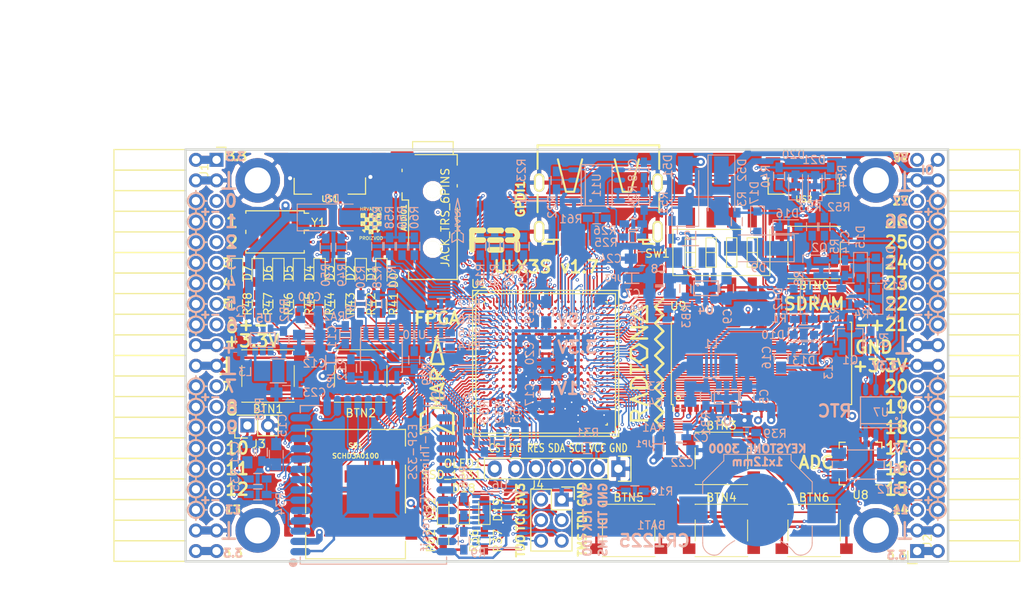
<source format=kicad_pcb>
(kicad_pcb (version 4) (host pcbnew 4.0.7+dfsg1-1)
  (layers (0 F.Cu signal) (1 In1.Cu signal) (2 In2.Cu signal) (31 B.Cu signal) (34 B.Paste user) (35 F.Paste user) (36 B.SilkS user) (37 F.SilkS user) (38 B.Mask user) (39 F.Mask user) (44 Edge.Cuts user))
  (net 0 "")
  (net 1 GND)
  (net 2 +5V)
  (net 3 /gpio/IN5V)
  (net 4 /gpio/OUT5V)
  (net 5 +3V3)
  (net 6 BTN_D)
  (net 7 BTN_F1)
  (net 8 BTN_F2)
  (net 9 BTN_L)
  (net 10 BTN_R)
  (net 11 BTN_U)
  (net 12 /power/FB1)
  (net 13 +2V5)
  (net 14 /power/PWREN)
  (net 15 /power/FB3)
  (net 16 /power/FB2)
  (net 17 "Net-(D9-Pad1)")
  (net 18 /power/VBAT)
  (net 19 JTAG_TDI)
  (net 20 JTAG_TCK)
  (net 21 JTAG_TMS)
  (net 22 JTAG_TDO)
  (net 23 /power/WAKEUPn)
  (net 24 /power/WKUP)
  (net 25 /power/SHUT)
  (net 26 /power/WAKE)
  (net 27 /power/HOLD)
  (net 28 /power/WKn)
  (net 29 /power/OSCI_32k)
  (net 30 /power/OSCO_32k)
  (net 31 "Net-(Q2-Pad3)")
  (net 32 SHUTDOWN)
  (net 33 /analog/AUDIO_L)
  (net 34 /analog/AUDIO_R)
  (net 35 GPDI_5V_SCL)
  (net 36 GPDI_5V_SDA)
  (net 37 GPDI_SDA)
  (net 38 GPDI_SCL)
  (net 39 /gpdi/VREF2)
  (net 40 SD_CMD)
  (net 41 SD_CLK)
  (net 42 SD_D0)
  (net 43 SD_D1)
  (net 44 USB5V)
  (net 45 GPDI_CEC)
  (net 46 nRESET)
  (net 47 FTDI_nDTR)
  (net 48 SDRAM_CKE)
  (net 49 SDRAM_A7)
  (net 50 SDRAM_D15)
  (net 51 SDRAM_BA1)
  (net 52 SDRAM_D7)
  (net 53 SDRAM_A6)
  (net 54 SDRAM_CLK)
  (net 55 SDRAM_D13)
  (net 56 SDRAM_BA0)
  (net 57 SDRAM_D6)
  (net 58 SDRAM_A5)
  (net 59 SDRAM_D14)
  (net 60 SDRAM_A11)
  (net 61 SDRAM_D12)
  (net 62 SDRAM_D5)
  (net 63 SDRAM_A4)
  (net 64 SDRAM_A10)
  (net 65 SDRAM_D11)
  (net 66 SDRAM_A3)
  (net 67 SDRAM_D4)
  (net 68 SDRAM_D10)
  (net 69 SDRAM_D9)
  (net 70 SDRAM_A9)
  (net 71 SDRAM_D3)
  (net 72 SDRAM_D8)
  (net 73 SDRAM_A8)
  (net 74 SDRAM_A2)
  (net 75 SDRAM_A1)
  (net 76 SDRAM_A0)
  (net 77 SDRAM_D2)
  (net 78 SDRAM_D1)
  (net 79 SDRAM_D0)
  (net 80 SDRAM_DQM0)
  (net 81 SDRAM_nCS)
  (net 82 SDRAM_nRAS)
  (net 83 SDRAM_DQM1)
  (net 84 SDRAM_nCAS)
  (net 85 SDRAM_nWE)
  (net 86 /flash/FLASH_nWP)
  (net 87 /flash/FLASH_nHOLD)
  (net 88 /flash/FLASH_MOSI)
  (net 89 /flash/FLASH_MISO)
  (net 90 /flash/FLASH_SCK)
  (net 91 /flash/FLASH_nCS)
  (net 92 /flash/FPGA_PROGRAMN)
  (net 93 /flash/FPGA_DONE)
  (net 94 /flash/FPGA_INITN)
  (net 95 OLED_RES)
  (net 96 OLED_DC)
  (net 97 OLED_CS)
  (net 98 WIFI_EN)
  (net 99 FTDI_nRTS)
  (net 100 FTDI_TXD)
  (net 101 FTDI_RXD)
  (net 102 WIFI_RXD)
  (net 103 WIFI_GPIO0)
  (net 104 WIFI_TXD)
  (net 105 GPDI_ETH-)
  (net 106 GPDI_ETH+)
  (net 107 GPDI_D2+)
  (net 108 GPDI_D2-)
  (net 109 GPDI_D1+)
  (net 110 GPDI_D1-)
  (net 111 GPDI_D0+)
  (net 112 GPDI_D0-)
  (net 113 GPDI_CLK+)
  (net 114 GPDI_CLK-)
  (net 115 USB_FTDI_D+)
  (net 116 USB_FTDI_D-)
  (net 117 J1_17-)
  (net 118 J1_17+)
  (net 119 J1_23-)
  (net 120 J1_23+)
  (net 121 J1_25-)
  (net 122 J1_25+)
  (net 123 J1_27-)
  (net 124 J1_27+)
  (net 125 J1_29-)
  (net 126 J1_29+)
  (net 127 J1_31-)
  (net 128 J1_31+)
  (net 129 J1_33-)
  (net 130 J1_33+)
  (net 131 J1_35-)
  (net 132 J1_35+)
  (net 133 J2_5-)
  (net 134 J2_5+)
  (net 135 J2_7-)
  (net 136 J2_7+)
  (net 137 J2_9-)
  (net 138 J2_9+)
  (net 139 J2_13-)
  (net 140 J2_13+)
  (net 141 J2_17-)
  (net 142 J2_17+)
  (net 143 J2_11-)
  (net 144 J2_11+)
  (net 145 J2_23-)
  (net 146 J2_23+)
  (net 147 J1_5-)
  (net 148 J1_5+)
  (net 149 J1_7-)
  (net 150 J1_7+)
  (net 151 J1_9-)
  (net 152 J1_9+)
  (net 153 J1_11-)
  (net 154 J1_11+)
  (net 155 J1_13-)
  (net 156 J1_13+)
  (net 157 J1_15-)
  (net 158 J1_15+)
  (net 159 J2_15-)
  (net 160 J2_15+)
  (net 161 J2_25-)
  (net 162 J2_25+)
  (net 163 J2_27-)
  (net 164 J2_27+)
  (net 165 J2_29-)
  (net 166 J2_29+)
  (net 167 J2_31-)
  (net 168 J2_31+)
  (net 169 J2_33-)
  (net 170 J2_33+)
  (net 171 J2_35-)
  (net 172 J2_35+)
  (net 173 SD_D3)
  (net 174 AUDIO_L3)
  (net 175 AUDIO_L2)
  (net 176 AUDIO_L1)
  (net 177 AUDIO_L0)
  (net 178 AUDIO_R3)
  (net 179 AUDIO_R2)
  (net 180 AUDIO_R1)
  (net 181 AUDIO_R0)
  (net 182 OLED_CLK)
  (net 183 OLED_MOSI)
  (net 184 LED0)
  (net 185 LED1)
  (net 186 LED2)
  (net 187 LED3)
  (net 188 LED4)
  (net 189 LED5)
  (net 190 LED6)
  (net 191 LED7)
  (net 192 BTN_PWRn)
  (net 193 FTDI_nTXLED)
  (net 194 FTDI_nSLEEP)
  (net 195 /blinkey/LED_PWREN)
  (net 196 /blinkey/LED_TXLED)
  (net 197 FT3V3)
  (net 198 /sdcard/SD3V3)
  (net 199 SD_D2)
  (net 200 CLK_25MHz)
  (net 201 /blinkey/BTNPUL)
  (net 202 /blinkey/BTNPUR)
  (net 203 USB_FPGA_D+)
  (net 204 /power/FTDI_nSUSPEND)
  (net 205 /blinkey/ALED0)
  (net 206 /blinkey/ALED1)
  (net 207 /blinkey/ALED2)
  (net 208 /blinkey/ALED3)
  (net 209 /blinkey/ALED4)
  (net 210 /blinkey/ALED5)
  (net 211 /blinkey/ALED6)
  (net 212 /blinkey/ALED7)
  (net 213 /usb/FTD-)
  (net 214 /usb/FTD+)
  (net 215 ADC_MISO)
  (net 216 ADC_MOSI)
  (net 217 ADC_CSn)
  (net 218 ADC_SCLK)
  (net 219 "Net-(R51-Pad2)")
  (net 220 SW3)
  (net 221 SW2)
  (net 222 SW1)
  (net 223 SW0)
  (net 224 USB_FPGA_D-)
  (net 225 /usb/FPD+)
  (net 226 /usb/FPD-)
  (net 227 WIFI_GPIO16)
  (net 228 WIFI_GPIO15)
  (net 229 /usb/ANT_433MHz)
  (net 230 /power/PWRBTn)
  (net 231 PROG_DONE)
  (net 232 /power/P3V3)
  (net 233 /power/P2V5)
  (net 234 /power/L1)
  (net 235 /power/L3)
  (net 236 /power/L2)
  (net 237 FTDI_TXDEN)
  (net 238 /wifi/WIFIOFF)
  (net 239 SDRAM_A12)
  (net 240 /analog/AUDIO_V)
  (net 241 AUDIO_V3)
  (net 242 AUDIO_V2)
  (net 243 AUDIO_V1)
  (net 244 AUDIO_V0)
  (net 245 /gpdi/FPGA_CEC)
  (net 246 /blinkey/LED_WIFI)
  (net 247 WIFI_GPIO2)
  (net 248 /power/P1V1)
  (net 249 +1V1)
  (module Socket_Strips:Socket_Strip_Angled_2x20 (layer F.Cu) (at 97.91 62.69 270)
    (fp_text reference J1 (at 1.27 1.524 270) (layer F.SilkS))
    (fp_text value CONN_02X20 hide)
    (pad 1 thru_hole rect (at 0 0 270) (size 1.7272 1.7272) (drill 1.016) (layers *.Cu *.Mask) (net 5 +3V3))
    (pad 2 thru_hole oval (at 0 2.54 270) (size 1.7272 1.7272) (drill 1.016) (layers *.Cu *.Mask) (net 5 +3V3))
    (pad 3 thru_hole oval (at 2.54 0 270) (size 1.7272 1.7272) (drill 1.016) (layers *.Cu *.Mask) (net 1 GND))
    (pad 4 thru_hole oval (at 2.54 2.54 270) (size 1.7272 1.7272) (drill 1.016) (layers *.Cu *.Mask) (net 1 GND))
    (pad 5 thru_hole oval (at 5.08 0 270) (size 1.7272 1.7272) (drill 1.016) (layers *.Cu *.Mask) (net 147 J1_5-))
    (pad 6 thru_hole oval (at 5.08 2.54 270) (size 1.7272 1.7272) (drill 1.016) (layers *.Cu *.Mask) (net 148 J1_5+))
    (pad 7 thru_hole oval (at 7.62 0 270) (size 1.7272 1.7272) (drill 1.016) (layers *.Cu *.Mask) (net 149 J1_7-))
    (pad 8 thru_hole oval (at 7.62 2.54 270) (size 1.7272 1.7272) (drill 1.016) (layers *.Cu *.Mask) (net 150 J1_7+))
    (pad 9 thru_hole oval (at 10.16 0 270) (size 1.7272 1.7272) (drill 1.016) (layers *.Cu *.Mask) (net 151 J1_9-))
    (pad 10 thru_hole oval (at 10.16 2.54 270) (size 1.7272 1.7272) (drill 1.016) (layers *.Cu *.Mask) (net 152 J1_9+))
    (pad 11 thru_hole oval (at 12.7 0 270) (size 1.7272 1.7272) (drill 1.016) (layers *.Cu *.Mask) (net 153 J1_11-))
    (pad 12 thru_hole oval (at 12.7 2.54 270) (size 1.7272 1.7272) (drill 1.016) (layers *.Cu *.Mask) (net 154 J1_11+))
    (pad 13 thru_hole oval (at 15.24 0 270) (size 1.7272 1.7272) (drill 1.016) (layers *.Cu *.Mask) (net 155 J1_13-))
    (pad 14 thru_hole oval (at 15.24 2.54 270) (size 1.7272 1.7272) (drill 1.016) (layers *.Cu *.Mask) (net 156 J1_13+))
    (pad 15 thru_hole oval (at 17.78 0 270) (size 1.7272 1.7272) (drill 1.016) (layers *.Cu *.Mask) (net 157 J1_15-))
    (pad 16 thru_hole oval (at 17.78 2.54 270) (size 1.7272 1.7272) (drill 1.016) (layers *.Cu *.Mask) (net 158 J1_15+))
    (pad 17 thru_hole oval (at 20.32 0 270) (size 1.7272 1.7272) (drill 1.016) (layers *.Cu *.Mask) (net 117 J1_17-))
    (pad 18 thru_hole oval (at 20.32 2.54 270) (size 1.7272 1.7272) (drill 1.016) (layers *.Cu *.Mask) (net 118 J1_17+))
    (pad 19 thru_hole oval (at 22.86 0 270) (size 1.7272 1.7272) (drill 1.016) (layers *.Cu *.Mask) (net 5 +3V3))
    (pad 20 thru_hole oval (at 22.86 2.54 270) (size 1.7272 1.7272) (drill 1.016) (layers *.Cu *.Mask) (net 5 +3V3))
    (pad 21 thru_hole oval (at 25.4 0 270) (size 1.7272 1.7272) (drill 1.016) (layers *.Cu *.Mask) (net 1 GND))
    (pad 22 thru_hole oval (at 25.4 2.54 270) (size 1.7272 1.7272) (drill 1.016) (layers *.Cu *.Mask) (net 1 GND))
    (pad 23 thru_hole oval (at 27.94 0 270) (size 1.7272 1.7272) (drill 1.016) (layers *.Cu *.Mask) (net 119 J1_23-))
    (pad 24 thru_hole oval (at 27.94 2.54 270) (size 1.7272 1.7272) (drill 1.016) (layers *.Cu *.Mask) (net 120 J1_23+))
    (pad 25 thru_hole oval (at 30.48 0 270) (size 1.7272 1.7272) (drill 1.016) (layers *.Cu *.Mask) (net 121 J1_25-))
    (pad 26 thru_hole oval (at 30.48 2.54 270) (size 1.7272 1.7272) (drill 1.016) (layers *.Cu *.Mask) (net 122 J1_25+))
    (pad 27 thru_hole oval (at 33.02 0 270) (size 1.7272 1.7272) (drill 1.016) (layers *.Cu *.Mask) (net 123 J1_27-))
    (pad 28 thru_hole oval (at 33.02 2.54 270) (size 1.7272 1.7272) (drill 1.016) (layers *.Cu *.Mask) (net 124 J1_27+))
    (pad 29 thru_hole oval (at 35.56 0 270) (size 1.7272 1.7272) (drill 1.016) (layers *.Cu *.Mask) (net 125 J1_29-))
    (pad 30 thru_hole oval (at 35.56 2.54 270) (size 1.7272 1.7272) (drill 1.016) (layers *.Cu *.Mask) (net 126 J1_29+))
    (pad 31 thru_hole oval (at 38.1 0 270) (size 1.7272 1.7272) (drill 1.016) (layers *.Cu *.Mask) (net 127 J1_31-))
    (pad 32 thru_hole oval (at 38.1 2.54 270) (size 1.7272 1.7272) (drill 1.016) (layers *.Cu *.Mask) (net 128 J1_31+))
    (pad 33 thru_hole oval (at 40.64 0 270) (size 1.7272 1.7272) (drill 1.016) (layers *.Cu *.Mask) (net 129 J1_33-))
    (pad 34 thru_hole oval (at 40.64 2.54 270) (size 1.7272 1.7272) (drill 1.016) (layers *.Cu *.Mask) (net 130 J1_33+))
    (pad 35 thru_hole oval (at 43.18 0 270) (size 1.7272 1.7272) (drill 1.016) (layers *.Cu *.Mask) (net 131 J1_35-))
    (pad 36 thru_hole oval (at 43.18 2.54 270) (size 1.7272 1.7272) (drill 1.016) (layers *.Cu *.Mask) (net 132 J1_35+))
    (pad 37 thru_hole oval (at 45.72 0 270) (size 1.7272 1.7272) (drill 1.016) (layers *.Cu *.Mask) (net 1 GND))
    (pad 38 thru_hole oval (at 45.72 2.54 270) (size 1.7272 1.7272) (drill 1.016) (layers *.Cu *.Mask) (net 1 GND))
    (pad 39 thru_hole oval (at 48.26 0 270) (size 1.7272 1.7272) (drill 1.016) (layers *.Cu *.Mask) (net 5 +3V3))
    (pad 40 thru_hole oval (at 48.26 2.54 270) (size 1.7272 1.7272) (drill 1.016) (layers *.Cu *.Mask) (net 5 +3V3))
  )
  (module SMD_Packages:1Pin (layer F.Cu) (at 182.67515 111.637626)
    (fp_text reference AE1 hide)
    (fp_text value 433MHz hide)
    (pad 1 smd rect (at 0 0) (size 0.5 0.5) (layers B.Cu F.Paste F.Mask) (net 229 /usb/ANT_433MHz))
  )
  (module Resistors_SMD:R_0603_HandSoldering (layer B.Cu) (at 103.498 98.758 90)
    (fp_text reference R38 (at 5.334 -0.254 90) (layer B.SilkS) (effects (justify mirror)))
    (fp_text value 0.47)
    (pad 1 smd rect (at -1.1 0 90) (size 1.2 0.9) (layers B.Cu B.Paste B.Mask) (net 198 /sdcard/SD3V3))
    (pad 2 smd rect (at 1.1 0 90) (size 1.2 0.9) (layers B.Cu B.Paste B.Mask) (net 5 +3V3))
  )
  (module jumper:SOLDER-JUMPER_1-WAY (layer B.Cu) (at 152.393 97.742 270)
    (fp_text reference JP1 (at 0 1.778 360) (layer B.SilkS) (effects (font (size 0.762 0.762) (thickness 0.1524)) (justify mirror)))
    (fp_text value 1.2 hide)
    (pad 1 smd rect (at -0.6 0 270) (size 1 1) (layers B.Cu B.Paste B.Mask) (net 248 /power/P1V1))
    (pad 2 smd rect (at 0.6 0 270) (size 1 1) (layers B.Cu B.Paste B.Mask) (net 249 +1V1))
  )
  (module ESP32-footprints-Lib:ESP-32S (layer B.Cu) (at 117.313 101.513)
    (fp_text reference U2 (at 7.902 -9.613 180) (layer B.SilkS) (effects (justify mirror)))
    (fp_text value ESP-32S)
    (fp_text user AI-Thinker/Espressif (at 6.3 1.6 270) (layer B.SilkS) (effects (justify mirror)))
    (fp_text user ESP-32S (at 4.8 -2.8 270) (layer B.SilkS) (effects (justify mirror)))
    (pad 38 smd oval (at 8.947434 9.517338 180) (size 2.5 0.9) (layers B.Cu B.Paste B.Mask) (net 1 GND))
    (pad 37 smd oval (at 8.947434 8.247338 180) (size 2.5 0.9) (layers B.Cu B.Paste B.Mask) (net 19 JTAG_TDI))
    (pad 36 smd oval (at 8.947434 6.977338 180) (size 2.5 0.9) (layers B.Cu B.Paste B.Mask) (net 231 PROG_DONE))
    (pad 35 smd oval (at 8.947434 5.707338 180) (size 2.5 0.9) (layers B.Cu B.Paste B.Mask) (net 104 WIFI_TXD))
    (pad 34 smd oval (at 8.947434 4.437338 180) (size 2.5 0.9) (layers B.Cu B.Paste B.Mask) (net 102 WIFI_RXD))
    (pad 33 smd oval (at 8.947434 3.167338 180) (size 2.5 0.9) (layers B.Cu B.Paste B.Mask) (net 21 JTAG_TMS))
    (pad 32 smd oval (at 8.947434 1.897338 180) (size 2.5 0.9) (layers B.Cu B.Paste B.Mask))
    (pad 31 smd oval (at 8.947434 0.627338 180) (size 2.5 0.9) (layers B.Cu B.Paste B.Mask) (net 22 JTAG_TDO))
    (pad 30 smd oval (at 8.947434 -0.642662 180) (size 2.5 0.9) (layers B.Cu B.Paste B.Mask) (net 20 JTAG_TCK))
    (pad 29 smd oval (at 8.947434 -1.912662 180) (size 2.5 0.9) (layers B.Cu B.Paste B.Mask))
    (pad 28 smd oval (at 8.947434 -3.182662 180) (size 2.5 0.9) (layers B.Cu B.Paste B.Mask))
    (pad 27 smd oval (at 8.947434 -4.452662 180) (size 2.5 0.9) (layers B.Cu B.Paste B.Mask) (net 227 WIFI_GPIO16))
    (pad 26 smd oval (at 8.947434 -5.722662 180) (size 2.5 0.9) (layers B.Cu B.Paste B.Mask))
    (pad 25 smd oval (at 8.947434 -6.992662 180) (size 2.5 0.9) (layers B.Cu B.Paste B.Mask) (net 103 WIFI_GPIO0))
    (pad 24 smd oval (at 5.662434 -8.482662 180) (size 0.9 2.5) (layers B.Cu B.Paste B.Mask) (net 247 WIFI_GPIO2))
    (pad 23 smd oval (at 4.392434 -8.482662 180) (size 0.9 2.5) (layers B.Cu B.Paste B.Mask) (net 228 WIFI_GPIO15))
    (pad 22 smd oval (at 3.122434 -8.482662 180) (size 0.9 2.5) (layers B.Cu B.Paste B.Mask) (net 43 SD_D1))
    (pad 21 smd oval (at 1.852434 -8.482662 180) (size 0.9 2.5) (layers B.Cu B.Paste B.Mask) (net 42 SD_D0))
    (pad 20 smd oval (at 0.582434 -8.482662 180) (size 0.9 2.5) (layers B.Cu B.Paste B.Mask) (net 41 SD_CLK))
    (pad 19 smd oval (at -0.687566 -8.482662 180) (size 0.9 2.5) (layers B.Cu B.Paste B.Mask) (net 40 SD_CMD))
    (pad 18 smd oval (at -1.957566 -8.482662 180) (size 0.9 2.5) (layers B.Cu B.Paste B.Mask) (net 173 SD_D3))
    (pad 17 smd oval (at -3.227566 -8.482662 180) (size 0.9 2.5) (layers B.Cu B.Paste B.Mask) (net 199 SD_D2))
    (pad 16 smd oval (at -4.497566 -8.482662 180) (size 0.9 2.5) (layers B.Cu B.Paste B.Mask) (net 123 J1_27-))
    (pad 15 smd oval (at -5.767566 -8.482662 180) (size 0.9 2.5) (layers B.Cu B.Paste B.Mask) (net 1 GND))
    (pad 14 smd oval (at -9.052566 -6.992662 180) (size 2.5 0.9) (layers B.Cu B.Paste B.Mask) (net 124 J1_27+))
    (pad 13 smd oval (at -9.052566 -5.722662 180) (size 2.5 0.9) (layers B.Cu B.Paste B.Mask) (net 125 J1_29-))
    (pad 12 smd oval (at -9.052566 -4.452662 180) (size 2.5 0.9) (layers B.Cu B.Paste B.Mask) (net 126 J1_29+))
    (pad 11 smd oval (at -9.052566 -3.182662 180) (size 2.5 0.9) (layers B.Cu B.Paste B.Mask) (net 127 J1_31-))
    (pad 10 smd oval (at -9.052566 -1.912662 180) (size 2.5 0.9) (layers B.Cu B.Paste B.Mask) (net 128 J1_31+))
    (pad 9 smd oval (at -9.052566 -0.642662 180) (size 2.5 0.9) (layers B.Cu B.Paste B.Mask) (net 129 J1_33-))
    (pad 8 smd oval (at -9.052566 0.627338 180) (size 2.5 0.9) (layers B.Cu B.Paste B.Mask) (net 130 J1_33+))
    (pad 7 smd oval (at -9.052566 1.897338 180) (size 2.5 0.9) (layers B.Cu B.Paste B.Mask) (net 131 J1_35-))
    (pad 6 smd oval (at -9.052566 3.167338 180) (size 2.5 0.9) (layers B.Cu B.Paste B.Mask) (net 132 J1_35+))
    (pad 5 smd oval (at -9.052566 4.437338 180) (size 2.5 0.9) (layers B.Cu B.Paste B.Mask))
    (pad 4 smd oval (at -9.052566 5.707338 180) (size 2.5 0.9) (layers B.Cu B.Paste B.Mask))
    (pad 3 smd oval (at -9.052566 6.977338 180) (size 2.5 0.9) (layers B.Cu B.Paste B.Mask) (net 98 WIFI_EN))
    (pad 2 smd oval (at -9.052566 8.247338 180) (size 2.5 0.9) (layers B.Cu B.Paste B.Mask) (net 5 +3V3))
    (pad 1 smd oval (at -9.052566 9.517338 180) (size 2.5 0.9) (layers B.Cu B.Paste B.Mask) (net 1 GND))
    (pad 39 smd rect (at -0.352566 1.817338 180) (size 6 6) (layers B.Cu B.Paste B.Mask) (net 1 GND))
  )
  (module Diodes_SMD:D_SMA_Handsoldering (layer B.Cu) (at 155.695 66.5 90)
    (fp_text reference D51 (at 3.048 -2.159 90) (layer B.SilkS) (effects (justify mirror)))
    (fp_text value STPS2L30AF hide)
    (pad 1 smd rect (at -2.5 0 90) (size 3.5 1.8) (layers B.Cu B.Paste B.Mask) (net 2 +5V))
    (pad 2 smd rect (at 2.5 0 90) (size 3.5 1.8) (layers B.Cu B.Paste B.Mask) (net 3 /gpio/IN5V))
  )
  (module Resistors_SMD:R_0603_HandSoldering (layer B.Cu) (at 154.044 71.326 90)
    (fp_text reference R51 (at 3.302 -1.016 90) (layer B.SilkS) (effects (justify mirror)))
    (fp_text value 150)
    (pad 1 smd rect (at -1.1 0 90) (size 1.2 0.9) (layers B.Cu B.Paste B.Mask) (net 5 +3V3))
    (pad 2 smd rect (at 1.1 0 90) (size 1.2 0.9) (layers B.Cu B.Paste B.Mask) (net 219 "Net-(R51-Pad2)"))
  )
  (module Resistors_SMD:R_1210_HandSoldering (layer B.Cu) (at 158.87 88.09 180)
    (fp_text reference L1 (at 0 2.7 180) (layer B.SilkS) (effects (justify mirror)))
    (fp_text value 2.2uH)
    (pad 1 smd rect (at -2 0 180) (size 2 2.5) (layers B.Cu B.Paste B.Mask) (net 234 /power/L1))
    (pad 2 smd rect (at 2 0 180) (size 2 2.5) (layers B.Cu B.Paste B.Mask) (net 248 /power/P1V1))
  )
  (module TSOT-25:TSOT-25 (layer B.Cu) (at 160.775 91.9)
    (fp_text reference U3 (at -0.381 3.048) (layer B.SilkS) (effects (font (thickness 0.2)) (justify mirror)))
    (fp_text value AP3429A)
    (pad 1 smd rect (at -0.95 -1.3) (size 0.7 1.2) (layers B.Cu B.Paste B.Mask) (net 14 /power/PWREN))
    (pad 2 smd rect (at 0 -1.3) (size 0.7 1.2) (layers B.Cu B.Paste B.Mask) (net 1 GND))
    (pad 3 smd rect (at 0.95 -1.3) (size 0.7 1.2) (layers B.Cu B.Paste B.Mask) (net 234 /power/L1))
    (pad 4 smd rect (at 0.95 1.3) (size 0.7 1.2) (layers B.Cu B.Paste B.Mask) (net 2 +5V))
    (pad 5 smd rect (at -0.95 1.3) (size 0.7 1.2) (layers B.Cu B.Paste B.Mask) (net 12 /power/FB1))
  )
  (module Resistors_SMD:R_1210_HandSoldering (layer B.Cu) (at 156.33 74.755 180)
    (fp_text reference L2 (at 0 2.7 180) (layer B.SilkS) (effects (justify mirror)))
    (fp_text value 2.2uH)
    (pad 1 smd rect (at -2 0 180) (size 2 2.5) (layers B.Cu B.Paste B.Mask) (net 235 /power/L3))
    (pad 2 smd rect (at 2 0 180) (size 2 2.5) (layers B.Cu B.Paste B.Mask) (net 232 /power/P3V3))
  )
  (module TSOT-25:TSOT-25 (layer B.Cu) (at 158.235 78.535)
    (fp_text reference U4 (at 0 2.697) (layer B.SilkS) (effects (font (thickness 0.2)) (justify mirror)))
    (fp_text value AP3429A)
    (pad 1 smd rect (at -0.95 -1.3) (size 0.7 1.2) (layers B.Cu B.Paste B.Mask) (net 14 /power/PWREN))
    (pad 2 smd rect (at 0 -1.3) (size 0.7 1.2) (layers B.Cu B.Paste B.Mask) (net 1 GND))
    (pad 3 smd rect (at 0.95 -1.3) (size 0.7 1.2) (layers B.Cu B.Paste B.Mask) (net 235 /power/L3))
    (pad 4 smd rect (at 0.95 1.3) (size 0.7 1.2) (layers B.Cu B.Paste B.Mask) (net 2 +5V))
    (pad 5 smd rect (at -0.95 1.3) (size 0.7 1.2) (layers B.Cu B.Paste B.Mask) (net 15 /power/FB3))
  )
  (module Resistors_SMD:R_1210_HandSoldering (layer B.Cu) (at 105.53 88.725)
    (fp_text reference L3 (at -4.064 0.127) (layer B.SilkS) (effects (justify mirror)))
    (fp_text value 2.2uH)
    (pad 1 smd rect (at -2 0) (size 2 2.5) (layers B.Cu B.Paste B.Mask) (net 236 /power/L2))
    (pad 2 smd rect (at 2 0) (size 2 2.5) (layers B.Cu B.Paste B.Mask) (net 233 /power/P2V5))
  )
  (module TSOT-25:TSOT-25 (layer B.Cu) (at 103.625 84.915 180)
    (fp_text reference U5 (at -0.127 2.667 180) (layer B.SilkS) (effects (font (thickness 0.2)) (justify mirror)))
    (fp_text value AP3429A)
    (pad 1 smd rect (at -0.95 -1.3 180) (size 0.7 1.2) (layers B.Cu B.Paste B.Mask) (net 14 /power/PWREN))
    (pad 2 smd rect (at 0 -1.3 180) (size 0.7 1.2) (layers B.Cu B.Paste B.Mask) (net 1 GND))
    (pad 3 smd rect (at 0.95 -1.3 180) (size 0.7 1.2) (layers B.Cu B.Paste B.Mask) (net 236 /power/L2))
    (pad 4 smd rect (at 0.95 1.3 180) (size 0.7 1.2) (layers B.Cu B.Paste B.Mask) (net 2 +5V))
    (pad 5 smd rect (at -0.95 1.3 180) (size 0.7 1.2) (layers B.Cu B.Paste B.Mask) (net 16 /power/FB2))
  )
  (module Capacitors_SMD:C_0805_HandSoldering (layer B.Cu) (at 101.085 84.915 270)
    (fp_text reference C1 (at -3.429 0.127 270) (layer B.SilkS) (effects (justify mirror)))
    (fp_text value 22uF)
    (pad 1 smd rect (at -1.25 0 270) (size 1.5 1.25) (layers B.Cu B.Paste B.Mask) (net 2 +5V))
    (pad 2 smd rect (at 1.25 0 270) (size 1.5 1.25) (layers B.Cu B.Paste B.Mask) (net 1 GND))
  )
  (module Capacitors_SMD:C_0805_HandSoldering (layer B.Cu) (at 155.06 90.63)
    (fp_text reference C3 (at -3.048 0) (layer B.SilkS) (effects (justify mirror)))
    (fp_text value 22uF)
    (pad 1 smd rect (at -1.25 0) (size 1.5 1.25) (layers B.Cu B.Paste B.Mask) (net 248 /power/P1V1))
    (pad 2 smd rect (at 1.25 0) (size 1.5 1.25) (layers B.Cu B.Paste B.Mask) (net 1 GND))
  )
  (module Capacitors_SMD:C_0805_HandSoldering (layer B.Cu) (at 155.06 92.535)
    (fp_text reference C4 (at -3.048 0.127) (layer B.SilkS) (effects (justify mirror)))
    (fp_text value 22uF)
    (pad 1 smd rect (at -1.25 0) (size 1.5 1.25) (layers B.Cu B.Paste B.Mask) (net 248 /power/P1V1))
    (pad 2 smd rect (at 1.25 0) (size 1.5 1.25) (layers B.Cu B.Paste B.Mask) (net 1 GND))
  )
  (module Capacitors_SMD:C_0805_HandSoldering (layer B.Cu) (at 163.315 91.9 90)
    (fp_text reference C5 (at 0 2.1 90) (layer B.SilkS) (effects (justify mirror)))
    (fp_text value 22uF)
    (pad 1 smd rect (at -1.25 0 90) (size 1.5 1.25) (layers B.Cu B.Paste B.Mask) (net 2 +5V))
    (pad 2 smd rect (at 1.25 0 90) (size 1.5 1.25) (layers B.Cu B.Paste B.Mask) (net 1 GND))
  )
  (module Capacitors_SMD:C_0805_HandSoldering (layer B.Cu) (at 152.52 79.2)
    (fp_text reference C7 (at -3.302 0) (layer B.SilkS) (effects (justify mirror)))
    (fp_text value 22uF)
    (pad 1 smd rect (at -1.25 0) (size 1.5 1.25) (layers B.Cu B.Paste B.Mask) (net 232 /power/P3V3))
    (pad 2 smd rect (at 1.25 0) (size 1.5 1.25) (layers B.Cu B.Paste B.Mask) (net 1 GND))
  )
  (module Capacitors_SMD:C_0805_HandSoldering (layer B.Cu) (at 152.52 77.295)
    (fp_text reference C8 (at -0.127 -1.143) (layer B.SilkS) (effects (justify mirror)))
    (fp_text value 22uF)
    (pad 1 smd rect (at -1.25 0) (size 1.5 1.25) (layers B.Cu B.Paste B.Mask) (net 232 /power/P3V3))
    (pad 2 smd rect (at 1.25 0) (size 1.5 1.25) (layers B.Cu B.Paste B.Mask) (net 1 GND))
  )
  (module Capacitors_SMD:C_0805_HandSoldering (layer B.Cu) (at 160.775 78.565 90)
    (fp_text reference C9 (at -3.429 0.127 90) (layer B.SilkS) (effects (justify mirror)))
    (fp_text value 22uF)
    (pad 1 smd rect (at -1.25 0 90) (size 1.5 1.25) (layers B.Cu B.Paste B.Mask) (net 2 +5V))
    (pad 2 smd rect (at 1.25 0 90) (size 1.5 1.25) (layers B.Cu B.Paste B.Mask) (net 1 GND))
  )
  (module Capacitors_SMD:C_0805_HandSoldering (layer B.Cu) (at 109.34 84.28 180)
    (fp_text reference C11 (at -2.794 -0.254 270) (layer B.SilkS) (effects (justify mirror)))
    (fp_text value 22uF)
    (pad 1 smd rect (at -1.25 0 180) (size 1.5 1.25) (layers B.Cu B.Paste B.Mask) (net 233 /power/P2V5))
    (pad 2 smd rect (at 1.25 0 180) (size 1.5 1.25) (layers B.Cu B.Paste B.Mask) (net 1 GND))
  )
  (module Capacitors_SMD:C_0805_HandSoldering (layer B.Cu) (at 109.34 86.185 180)
    (fp_text reference C12 (at -0.635 -1.615 360) (layer B.SilkS) (effects (justify mirror)))
    (fp_text value 22uF)
    (pad 1 smd rect (at -1.25 0 180) (size 1.5 1.25) (layers B.Cu B.Paste B.Mask) (net 233 /power/P2V5))
    (pad 2 smd rect (at 1.25 0 180) (size 1.5 1.25) (layers B.Cu B.Paste B.Mask) (net 1 GND))
  )
  (module Capacitors_SMD:C_0805_HandSoldering (layer B.Cu) (at 173.221 84.788 90)
    (fp_text reference C13 (at -3.556 0.127 90) (layer B.SilkS) (effects (justify mirror)))
    (fp_text value 2.2uF)
    (pad 1 smd rect (at -1.25 0 90) (size 1.5 1.25) (layers B.Cu B.Paste B.Mask) (net 2 +5V))
    (pad 2 smd rect (at 1.25 0 90) (size 1.5 1.25) (layers B.Cu B.Paste B.Mask) (net 24 /power/WKUP))
  )
  (module TSOP54:TSOP54 (layer F.Cu) (at 165.08 87.8 90)
    (fp_text reference U9 (at 7.076 -10.274 180) (layer F.SilkS))
    (fp_text value MT48LC4M16A2TG)
    (pad 28 smd rect (at 5.53 10.4 90) (size 0.9 0.56) (layers F.Cu F.Paste F.Mask) (net 1 GND))
    (pad 1 smd rect (at -5.53 -10.4 90) (size 0.9 0.56) (layers F.Cu F.Paste F.Mask) (net 5 +3V3))
    (pad 2 smd rect (at -5.53 -9.6 90) (size 0.9 0.56) (layers F.Cu F.Paste F.Mask) (net 79 SDRAM_D0))
    (pad 3 smd rect (at -5.53 -8.8 90) (size 0.9 0.56) (layers F.Cu F.Paste F.Mask) (net 5 +3V3))
    (pad 4 smd rect (at -5.53 -8 90) (size 0.9 0.56) (layers F.Cu F.Paste F.Mask) (net 78 SDRAM_D1))
    (pad 5 smd rect (at -5.53 -7.2 90) (size 0.9 0.56) (layers F.Cu F.Paste F.Mask) (net 77 SDRAM_D2))
    (pad 6 smd rect (at -5.53 -6.4 90) (size 0.9 0.56) (layers F.Cu F.Paste F.Mask) (net 1 GND))
    (pad 7 smd rect (at -5.53 -5.6 90) (size 0.9 0.56) (layers F.Cu F.Paste F.Mask) (net 71 SDRAM_D3))
    (pad 8 smd rect (at -5.53 -4.8 90) (size 0.9 0.56) (layers F.Cu F.Paste F.Mask) (net 67 SDRAM_D4))
    (pad 9 smd rect (at -5.53 -4 90) (size 0.9 0.56) (layers F.Cu F.Paste F.Mask) (net 5 +3V3))
    (pad 10 smd rect (at -5.53 -3.2 90) (size 0.9 0.56) (layers F.Cu F.Paste F.Mask) (net 62 SDRAM_D5))
    (pad 11 smd rect (at -5.53 -2.4 90) (size 0.9 0.56) (layers F.Cu F.Paste F.Mask) (net 57 SDRAM_D6))
    (pad 12 smd rect (at -5.53 -1.6 90) (size 0.9 0.56) (layers F.Cu F.Paste F.Mask) (net 1 GND))
    (pad 13 smd rect (at -5.53 -0.8 90) (size 0.9 0.56) (layers F.Cu F.Paste F.Mask) (net 52 SDRAM_D7))
    (pad 14 smd rect (at -5.53 0 90) (size 0.9 0.56) (layers F.Cu F.Paste F.Mask) (net 5 +3V3))
    (pad 15 smd rect (at -5.53 0.8 90) (size 0.9 0.56) (layers F.Cu F.Paste F.Mask) (net 80 SDRAM_DQM0))
    (pad 16 smd rect (at -5.53 1.6 90) (size 0.9 0.56) (layers F.Cu F.Paste F.Mask) (net 85 SDRAM_nWE))
    (pad 17 smd rect (at -5.53 2.4 90) (size 0.9 0.56) (layers F.Cu F.Paste F.Mask) (net 84 SDRAM_nCAS))
    (pad 18 smd rect (at -5.53 3.2 90) (size 0.9 0.56) (layers F.Cu F.Paste F.Mask) (net 82 SDRAM_nRAS))
    (pad 19 smd rect (at -5.53 4 90) (size 0.9 0.56) (layers F.Cu F.Paste F.Mask) (net 81 SDRAM_nCS))
    (pad 20 smd rect (at -5.53 4.8 90) (size 0.9 0.56) (layers F.Cu F.Paste F.Mask) (net 56 SDRAM_BA0))
    (pad 21 smd rect (at -5.53 5.6 90) (size 0.9 0.56) (layers F.Cu F.Paste F.Mask) (net 51 SDRAM_BA1))
    (pad 22 smd rect (at -5.53 6.4 90) (size 0.9 0.56) (layers F.Cu F.Paste F.Mask) (net 64 SDRAM_A10))
    (pad 23 smd rect (at -5.53 7.2 90) (size 0.9 0.56) (layers F.Cu F.Paste F.Mask) (net 76 SDRAM_A0))
    (pad 24 smd rect (at -5.53 8 90) (size 0.9 0.56) (layers F.Cu F.Paste F.Mask) (net 75 SDRAM_A1))
    (pad 25 smd rect (at -5.53 8.8 90) (size 0.9 0.56) (layers F.Cu F.Paste F.Mask) (net 74 SDRAM_A2))
    (pad 26 smd rect (at -5.53 9.6 90) (size 0.9 0.56) (layers F.Cu F.Paste F.Mask) (net 66 SDRAM_A3))
    (pad 27 smd rect (at -5.53 10.4 90) (size 0.9 0.56) (layers F.Cu F.Paste F.Mask) (net 5 +3V3))
    (pad 29 smd rect (at 5.53 9.6 90) (size 0.9 0.56) (layers F.Cu F.Paste F.Mask) (net 63 SDRAM_A4))
    (pad 30 smd rect (at 5.53 8.8 90) (size 0.9 0.56) (layers F.Cu F.Paste F.Mask) (net 58 SDRAM_A5))
    (pad 31 smd rect (at 5.53 8 90) (size 0.9 0.56) (layers F.Cu F.Paste F.Mask) (net 53 SDRAM_A6))
    (pad 32 smd rect (at 5.53 7.2 90) (size 0.9 0.56) (layers F.Cu F.Paste F.Mask) (net 49 SDRAM_A7))
    (pad 33 smd rect (at 5.53 6.4 90) (size 0.9 0.56) (layers F.Cu F.Paste F.Mask) (net 73 SDRAM_A8))
    (pad 34 smd rect (at 5.53 5.6 90) (size 0.9 0.56) (layers F.Cu F.Paste F.Mask) (net 70 SDRAM_A9))
    (pad 35 smd rect (at 5.53 4.8 90) (size 0.9 0.56) (layers F.Cu F.Paste F.Mask) (net 60 SDRAM_A11))
    (pad 36 smd rect (at 5.53 4 90) (size 0.9 0.56) (layers F.Cu F.Paste F.Mask) (net 239 SDRAM_A12))
    (pad 37 smd rect (at 5.53 3.2 90) (size 0.9 0.56) (layers F.Cu F.Paste F.Mask) (net 48 SDRAM_CKE))
    (pad 38 smd rect (at 5.53 2.4 90) (size 0.9 0.56) (layers F.Cu F.Paste F.Mask) (net 54 SDRAM_CLK))
    (pad 39 smd rect (at 5.53 1.6 90) (size 0.9 0.56) (layers F.Cu F.Paste F.Mask) (net 83 SDRAM_DQM1))
    (pad 40 smd rect (at 5.53 0.8 90) (size 0.9 0.56) (layers F.Cu F.Paste F.Mask))
    (pad 41 smd rect (at 5.53 0 90) (size 0.9 0.56) (layers F.Cu F.Paste F.Mask) (net 1 GND))
    (pad 42 smd rect (at 5.53 -0.8 90) (size 0.9 0.56) (layers F.Cu F.Paste F.Mask) (net 72 SDRAM_D8))
    (pad 43 smd rect (at 5.53 -1.6 90) (size 0.9 0.56) (layers F.Cu F.Paste F.Mask) (net 5 +3V3))
    (pad 44 smd rect (at 5.53 -2.4 90) (size 0.9 0.56) (layers F.Cu F.Paste F.Mask) (net 69 SDRAM_D9))
    (pad 45 smd rect (at 5.53 -3.2 90) (size 0.9 0.56) (layers F.Cu F.Paste F.Mask) (net 68 SDRAM_D10))
    (pad 46 smd rect (at 5.53 -4 90) (size 0.9 0.56) (layers F.Cu F.Paste F.Mask) (net 1 GND))
    (pad 47 smd rect (at 5.53 -4.8 90) (size 0.9 0.56) (layers F.Cu F.Paste F.Mask) (net 65 SDRAM_D11))
    (pad 48 smd rect (at 5.53 -5.6 90) (size 0.9 0.56) (layers F.Cu F.Paste F.Mask) (net 61 SDRAM_D12))
    (pad 49 smd rect (at 5.53 -6.4 90) (size 0.9 0.56) (layers F.Cu F.Paste F.Mask) (net 5 +3V3))
    (pad 50 smd rect (at 5.53 -7.2 90) (size 0.9 0.56) (layers F.Cu F.Paste F.Mask) (net 55 SDRAM_D13))
    (pad 51 smd rect (at 5.53 -8 90) (size 0.9 0.56) (layers F.Cu F.Paste F.Mask) (net 59 SDRAM_D14))
    (pad 52 smd rect (at 5.53 -8.8 90) (size 0.9 0.56) (layers F.Cu F.Paste F.Mask) (net 1 GND))
    (pad 53 smd rect (at 5.53 -9.6 90) (size 0.9 0.56) (layers F.Cu F.Paste F.Mask) (net 50 SDRAM_D15))
    (pad 54 smd rect (at 5.53 -10.4 90) (size 0.9 0.56) (layers F.Cu F.Paste F.Mask) (net 1 GND))
  )
  (module TO_SOT_Packages_SMD:SOT-23_Handsoldering (layer B.Cu) (at 176.015 84.28 90)
    (fp_text reference Q1 (at -3.1115 0 180) (layer B.SilkS) (effects (justify mirror)))
    (fp_text value BC857)
    (pad 1 smd rect (at -1.5 0.95 90) (size 1.9 0.8) (layers B.Cu B.Paste B.Mask) (net 28 /power/WKn))
    (pad 2 smd rect (at -1.5 -0.95 90) (size 1.9 0.8) (layers B.Cu B.Paste B.Mask) (net 2 +5V))
    (pad 3 smd rect (at 1.5 0 90) (size 1.9 0.8) (layers B.Cu B.Paste B.Mask) (net 24 /power/WKUP))
  )
  (module TO_SOT_Packages_SMD:SOT-23_Handsoldering (layer B.Cu) (at 170.935 76.025 180)
    (fp_text reference Q2 (at -1.295 2.5 180) (layer B.SilkS) (effects (justify mirror)))
    (fp_text value 2N7002)
    (pad 1 smd rect (at -1.5 0.95 180) (size 1.9 0.8) (layers B.Cu B.Paste B.Mask) (net 25 /power/SHUT))
    (pad 2 smd rect (at -1.5 -0.95 180) (size 1.9 0.8) (layers B.Cu B.Paste B.Mask) (net 1 GND))
    (pad 3 smd rect (at 1.5 0 180) (size 1.9 0.8) (layers B.Cu B.Paste B.Mask) (net 31 "Net-(Q2-Pad3)"))
  )
  (module Capacitors_SMD:C_0603_HandSoldering (layer B.Cu) (at 154.86 96.91)
    (fp_text reference C2 (at 2.74 0.07) (layer B.SilkS) (effects (justify mirror)))
    (fp_text value 470pF)
    (pad 1 smd rect (at -0.95 0) (size 1.2 0.75) (layers B.Cu B.Paste B.Mask) (net 248 /power/P1V1))
    (pad 2 smd rect (at 0.95 0) (size 1.2 0.75) (layers B.Cu B.Paste B.Mask) (net 12 /power/FB1))
  )
  (module Capacitors_SMD:C_0603_HandSoldering (layer B.Cu) (at 152.52 82.375)
    (fp_text reference C6 (at -2.794 0.127) (layer B.SilkS) (effects (justify mirror)))
    (fp_text value 470pF)
    (pad 1 smd rect (at -0.95 0) (size 1.2 0.75) (layers B.Cu B.Paste B.Mask) (net 232 /power/P3V3))
    (pad 2 smd rect (at 0.95 0) (size 1.2 0.75) (layers B.Cu B.Paste B.Mask) (net 15 /power/FB3))
  )
  (module Capacitors_SMD:C_0603_HandSoldering (layer B.Cu) (at 109.34 81.105 180)
    (fp_text reference C10 (at -0.04 1.505 180) (layer B.SilkS) (effects (justify mirror)))
    (fp_text value 470pF)
    (pad 1 smd rect (at -0.95 0 180) (size 1.2 0.75) (layers B.Cu B.Paste B.Mask) (net 233 /power/P2V5))
    (pad 2 smd rect (at 0.95 0 180) (size 1.2 0.75) (layers B.Cu B.Paste B.Mask) (net 16 /power/FB2))
  )
  (module Capacitors_SMD:C_0603_HandSoldering (layer B.Cu) (at 175.38 76.025 270)
    (fp_text reference C14 (at -3.175 0 270) (layer B.SilkS) (effects (justify mirror)))
    (fp_text value 100nF)
    (pad 1 smd rect (at -0.95 0 270) (size 1.2 0.75) (layers B.Cu B.Paste B.Mask) (net 25 /power/SHUT))
    (pad 2 smd rect (at 0.95 0 270) (size 1.2 0.75) (layers B.Cu B.Paste B.Mask) (net 1 GND))
  )
  (module Resistors_SMD:R_0603_HandSoldering (layer B.Cu) (at 170.3 82.375)
    (fp_text reference R1 (at -3.048 -0.127) (layer B.SilkS) (effects (justify mirror)))
    (fp_text value 15k)
    (pad 1 smd rect (at -1.1 0) (size 1.2 0.9) (layers B.Cu B.Paste B.Mask) (net 26 /power/WAKE))
    (pad 2 smd rect (at 1.1 0) (size 1.2 0.9) (layers B.Cu B.Paste B.Mask) (net 14 /power/PWREN))
  )
  (module Resistors_SMD:R_0603_HandSoldering (layer B.Cu) (at 172.84 79.835 90)
    (fp_text reference R2 (at -1.905 1.27 90) (layer B.SilkS) (effects (justify mirror)))
    (fp_text value 47k)
    (pad 1 smd rect (at -1.1 0 90) (size 1.2 0.9) (layers B.Cu B.Paste B.Mask) (net 14 /power/PWREN))
    (pad 2 smd rect (at 1.1 0 90) (size 1.2 0.9) (layers B.Cu B.Paste B.Mask) (net 1 GND))
  )
  (module Resistors_SMD:R_0603_HandSoldering (layer B.Cu) (at 176.015 80.47 180)
    (fp_text reference R4 (at -1.397 -1.27 360) (layer B.SilkS) (effects (justify mirror)))
    (fp_text value 15k)
    (pad 1 smd rect (at -1.1 0 180) (size 1.2 0.9) (layers B.Cu B.Paste B.Mask) (net 27 /power/HOLD))
    (pad 2 smd rect (at 1.1 0 180) (size 1.2 0.9) (layers B.Cu B.Paste B.Mask) (net 14 /power/PWREN))
  )
  (module Resistors_SMD:R_0603_HandSoldering (layer B.Cu) (at 174.11 76.025 270)
    (fp_text reference R5 (at -2.667 0 270) (layer B.SilkS) (effects (justify mirror)))
    (fp_text value 4.7M)
    (pad 1 smd rect (at -1.1 0 270) (size 1.2 0.9) (layers B.Cu B.Paste B.Mask) (net 25 /power/SHUT))
    (pad 2 smd rect (at 1.1 0 270) (size 1.2 0.9) (layers B.Cu B.Paste B.Mask) (net 1 GND))
  )
  (module Resistors_SMD:R_0603_HandSoldering (layer B.Cu) (at 178.555 84.915 270)
    (fp_text reference R6 (at 0 -1.651 270) (layer B.SilkS) (effects (justify mirror)))
    (fp_text value 1k)
    (pad 1 smd rect (at -1.1 0 270) (size 1.2 0.9) (layers B.Cu B.Paste B.Mask) (net 28 /power/WKn))
    (pad 2 smd rect (at 1.1 0 270) (size 1.2 0.9) (layers B.Cu B.Paste B.Mask) (net 23 /power/WAKEUPn))
  )
  (module Resistors_SMD:R_0603_HandSoldering (layer B.Cu) (at 113.785 84.28 270)
    (fp_text reference R7 (at -2.794 -0.635 270) (layer B.SilkS) (effects (justify mirror)))
    (fp_text value 150)
    (pad 1 smd rect (at -1.1 0 270) (size 1.2 0.9) (layers B.Cu B.Paste B.Mask) (net 5 +3V3))
    (pad 2 smd rect (at 1.1 0 270) (size 1.2 0.9) (layers B.Cu B.Paste B.Mask) (net 201 /blinkey/BTNPUL))
  )
  (module Resistors_SMD:R_0603_HandSoldering (layer B.Cu) (at 170.935 79.835 90)
    (fp_text reference R8 (at 2.54 -1.27 90) (layer B.SilkS) (effects (justify mirror)))
    (fp_text value 1k)
    (pad 1 smd rect (at -1.1 0 90) (size 1.2 0.9) (layers B.Cu B.Paste B.Mask) (net 14 /power/PWREN))
    (pad 2 smd rect (at 1.1 0 90) (size 1.2 0.9) (layers B.Cu B.Paste B.Mask) (net 31 "Net-(Q2-Pad3)"))
  )
  (module Resistors_SMD:R_0603_HandSoldering (layer B.Cu) (at 128.39 109.68 270)
    (fp_text reference R9 (at 1.524 -1.778 360) (layer B.SilkS) (effects (justify mirror)))
    (fp_text value 15k)
    (pad 1 smd rect (at -1.1 0 270) (size 1.2 0.9) (layers B.Cu B.Paste B.Mask) (net 46 nRESET))
    (pad 2 smd rect (at 1.1 0 270) (size 1.2 0.9) (layers B.Cu B.Paste B.Mask) (net 197 FT3V3))
  )
  (module Resistors_SMD:R_0603_HandSoldering (layer B.Cu) (at 149.472 103.584 180)
    (fp_text reference R10 (at -3.302 0 180) (layer B.SilkS) (effects (justify mirror)))
    (fp_text value 150)
    (pad 1 smd rect (at -1.1 0 180) (size 1.2 0.9) (layers B.Cu B.Paste B.Mask) (net 204 /power/FTDI_nSUSPEND))
    (pad 2 smd rect (at 1.1 0 180) (size 1.2 0.9) (layers B.Cu B.Paste B.Mask) (net 194 FTDI_nSLEEP))
  )
  (module Resistors_SMD:R_0603_HandSoldering (layer B.Cu) (at 176.015 78.565 180)
    (fp_text reference R13 (at -5.461 0.381 180) (layer B.SilkS) (effects (justify mirror)))
    (fp_text value 15k)
    (pad 1 smd rect (at -1.1 0 180) (size 1.2 0.9) (layers B.Cu B.Paste B.Mask) (net 32 SHUTDOWN))
    (pad 2 smd rect (at 1.1 0 180) (size 1.2 0.9) (layers B.Cu B.Paste B.Mask) (net 1 GND))
  )
  (module Resistors_SMD:R_0603_HandSoldering (layer B.Cu) (at 154.86 95.64)
    (fp_text reference RA1 (at -3.102 0.07) (layer B.SilkS) (effects (justify mirror)))
    (fp_text value 15k)
    (pad 1 smd rect (at -1.1 0) (size 1.2 0.9) (layers B.Cu B.Paste B.Mask) (net 248 /power/P1V1))
    (pad 2 smd rect (at 1.1 0) (size 1.2 0.9) (layers B.Cu B.Paste B.Mask) (net 12 /power/FB1))
  )
  (module Resistors_SMD:R_0603_HandSoldering (layer B.Cu) (at 109.34 82.375 180)
    (fp_text reference RA2 (at -3.048 0.381 360) (layer B.SilkS) (effects (justify mirror)))
    (fp_text value 15k)
    (pad 1 smd rect (at -1.1 0 180) (size 1.2 0.9) (layers B.Cu B.Paste B.Mask) (net 233 /power/P2V5))
    (pad 2 smd rect (at 1.1 0 180) (size 1.2 0.9) (layers B.Cu B.Paste B.Mask) (net 16 /power/FB2))
  )
  (module Resistors_SMD:R_0603_HandSoldering (layer B.Cu) (at 152.52 81.105)
    (fp_text reference RA3 (at -3.302 -0.127) (layer B.SilkS) (effects (justify mirror)))
    (fp_text value 15k)
    (pad 1 smd rect (at -1.1 0) (size 1.2 0.9) (layers B.Cu B.Paste B.Mask) (net 232 /power/P3V3))
    (pad 2 smd rect (at 1.1 0) (size 1.2 0.9) (layers B.Cu B.Paste B.Mask) (net 15 /power/FB3))
  )
  (module Resistors_SMD:R_0603_HandSoldering (layer B.Cu) (at 158.235 91.9 270)
    (fp_text reference RB1 (at 3.302 0 270) (layer B.SilkS) (effects (justify mirror)))
    (fp_text value 18k)
    (pad 1 smd rect (at -1.1 0 270) (size 1.2 0.9) (layers B.Cu B.Paste B.Mask) (net 1 GND))
    (pad 2 smd rect (at 1.1 0 270) (size 1.2 0.9) (layers B.Cu B.Paste B.Mask) (net 12 /power/FB1))
  )
  (module Resistors_SMD:R_0603_HandSoldering (layer B.Cu) (at 106.165 84.915 90)
    (fp_text reference RB2 (at 3.683 0.127 90) (layer B.SilkS) (effects (justify mirror)))
    (fp_text value 4.7k)
    (pad 1 smd rect (at -1.1 0 90) (size 1.2 0.9) (layers B.Cu B.Paste B.Mask) (net 1 GND))
    (pad 2 smd rect (at 1.1 0 90) (size 1.2 0.9) (layers B.Cu B.Paste B.Mask) (net 16 /power/FB2))
  )
  (module Resistors_SMD:R_0603_HandSoldering (layer B.Cu) (at 155.695 78.565 270)
    (fp_text reference RB3 (at 3.429 -0.127 270) (layer B.SilkS) (effects (justify mirror)))
    (fp_text value 3.3k)
    (pad 1 smd rect (at -1.1 0 270) (size 1.2 0.9) (layers B.Cu B.Paste B.Mask) (net 1 GND))
    (pad 2 smd rect (at 1.1 0 270) (size 1.2 0.9) (layers B.Cu B.Paste B.Mask) (net 15 /power/FB3))
  )
  (module Resistors_SMD:R_0603_HandSoldering (layer B.Cu) (at 125.596 85.804 180)
    (fp_text reference R14 (at -3.47 0.127 180) (layer B.SilkS) (effects (justify mirror)))
    (fp_text value 1.2k)
    (pad 1 smd rect (at -1.1 0 180) (size 1.2 0.9) (layers B.Cu B.Paste B.Mask) (net 174 AUDIO_L3))
    (pad 2 smd rect (at 1.1 0 180) (size 1.2 0.9) (layers B.Cu B.Paste B.Mask) (net 33 /analog/AUDIO_L))
  )
  (module Resistors_SMD:R_0603_HandSoldering (layer B.Cu) (at 125.596 84.026 180)
    (fp_text reference R15 (at -3.47 -0.001 180) (layer B.SilkS) (effects (justify mirror)))
    (fp_text value 680)
    (pad 1 smd rect (at -1.1 0 180) (size 1.2 0.9) (layers B.Cu B.Paste B.Mask) (net 175 AUDIO_L2))
    (pad 2 smd rect (at 1.1 0 180) (size 1.2 0.9) (layers B.Cu B.Paste B.Mask) (net 33 /analog/AUDIO_L))
  )
  (module Resistors_SMD:R_0603_HandSoldering (layer B.Cu) (at 125.596 82.248 180)
    (fp_text reference R16 (at -3.47 -0.127 180) (layer B.SilkS) (effects (justify mirror)))
    (fp_text value 330)
    (pad 1 smd rect (at -1.1 0 180) (size 1.2 0.9) (layers B.Cu B.Paste B.Mask) (net 176 AUDIO_L1))
    (pad 2 smd rect (at 1.1 0 180) (size 1.2 0.9) (layers B.Cu B.Paste B.Mask) (net 33 /analog/AUDIO_L))
  )
  (module Resistors_SMD:R_0603_HandSoldering (layer B.Cu) (at 125.596 80.47 180)
    (fp_text reference R17 (at -3.47 0 180) (layer B.SilkS) (effects (justify mirror)))
    (fp_text value 150)
    (pad 1 smd rect (at -1.1 0 180) (size 1.2 0.9) (layers B.Cu B.Paste B.Mask) (net 177 AUDIO_L0))
    (pad 2 smd rect (at 1.1 0 180) (size 1.2 0.9) (layers B.Cu B.Paste B.Mask) (net 33 /analog/AUDIO_L))
  )
  (module Resistors_SMD:R_0603_HandSoldering (layer B.Cu) (at 130.422 73.358 90)
    (fp_text reference R18 (at -3.556 0 90) (layer B.SilkS) (effects (justify mirror)))
    (fp_text value 1.2k)
    (pad 1 smd rect (at -1.1 0 90) (size 1.2 0.9) (layers B.Cu B.Paste B.Mask) (net 178 AUDIO_R3))
    (pad 2 smd rect (at 1.1 0 90) (size 1.2 0.9) (layers B.Cu B.Paste B.Mask) (net 34 /analog/AUDIO_R))
  )
  (module Resistors_SMD:R_0603_HandSoldering (layer B.Cu) (at 132.2 73.358 90)
    (fp_text reference R19 (at -3.556 0 90) (layer B.SilkS) (effects (justify mirror)))
    (fp_text value 680)
    (pad 1 smd rect (at -1.1 0 90) (size 1.2 0.9) (layers B.Cu B.Paste B.Mask) (net 179 AUDIO_R2))
    (pad 2 smd rect (at 1.1 0 90) (size 1.2 0.9) (layers B.Cu B.Paste B.Mask) (net 34 /analog/AUDIO_R))
  )
  (module Resistors_SMD:R_0603_HandSoldering (layer B.Cu) (at 133.978 73.358 90)
    (fp_text reference R20 (at -3.556 0 90) (layer B.SilkS) (effects (justify mirror)))
    (fp_text value 330)
    (pad 1 smd rect (at -1.1 0 90) (size 1.2 0.9) (layers B.Cu B.Paste B.Mask) (net 180 AUDIO_R1))
    (pad 2 smd rect (at 1.1 0 90) (size 1.2 0.9) (layers B.Cu B.Paste B.Mask) (net 34 /analog/AUDIO_R))
  )
  (module Resistors_SMD:R_0603_HandSoldering (layer B.Cu) (at 135.756 73.358 90)
    (fp_text reference R21 (at -3.556 0 90) (layer B.SilkS) (effects (justify mirror)))
    (fp_text value 150)
    (pad 1 smd rect (at -1.1 0 90) (size 1.2 0.9) (layers B.Cu B.Paste B.Mask) (net 181 AUDIO_R0))
    (pad 2 smd rect (at 1.1 0 90) (size 1.2 0.9) (layers B.Cu B.Paste B.Mask) (net 34 /analog/AUDIO_R))
  )
  (module Housings_SOIC:SOIC-8_3.9x4.9mm_Pitch1.27mm (layer B.Cu) (at 118.23 86.82 270)
    (fp_text reference U10 (at -2.54 -4.064 360) (layer B.SilkS) (effects (justify mirror)))
    (fp_text value S25FL164K0XMFI011)
    (pad 1 smd rect (at -2.7 1.905 270) (size 1.55 0.6) (layers B.Cu B.Paste B.Mask) (net 91 /flash/FLASH_nCS))
    (pad 2 smd rect (at -2.7 0.635 270) (size 1.55 0.6) (layers B.Cu B.Paste B.Mask) (net 89 /flash/FLASH_MISO))
    (pad 3 smd rect (at -2.7 -0.635 270) (size 1.55 0.6) (layers B.Cu B.Paste B.Mask) (net 86 /flash/FLASH_nWP))
    (pad 4 smd rect (at -2.7 -1.905 270) (size 1.55 0.6) (layers B.Cu B.Paste B.Mask) (net 1 GND))
    (pad 5 smd rect (at 2.7 -1.905 270) (size 1.55 0.6) (layers B.Cu B.Paste B.Mask) (net 88 /flash/FLASH_MOSI))
    (pad 6 smd rect (at 2.7 -0.635 270) (size 1.55 0.6) (layers B.Cu B.Paste B.Mask) (net 90 /flash/FLASH_SCK))
    (pad 7 smd rect (at 2.7 0.635 270) (size 1.55 0.6) (layers B.Cu B.Paste B.Mask) (net 87 /flash/FLASH_nHOLD))
    (pad 8 smd rect (at 2.7 1.905 270) (size 1.55 0.6) (layers B.Cu B.Paste B.Mask) (net 5 +3V3))
  )
  (module Capacitors_SMD:C_0603_HandSoldering (layer B.Cu) (at 150.5896 63.96 90)
    (fp_text reference C18 (at 0 -1.3716 90) (layer B.SilkS) (effects (justify mirror)))
    (fp_text value 470pF)
    (pad 1 smd rect (at -0.95 0 90) (size 1.2 0.75) (layers B.Cu B.Paste B.Mask) (net 39 /gpdi/VREF2))
    (pad 2 smd rect (at 0.95 0 90) (size 1.2 0.75) (layers B.Cu B.Paste B.Mask) (net 1 GND))
  )
  (module Socket_Strips:Socket_Strip_Angled_2x20 (layer F.Cu) (at 184.27 110.95 90)
    (fp_text reference J2 (at 1.27 1.27 90) (layer F.SilkS))
    (fp_text value CONN_02X20 hide)
    (pad 1 thru_hole rect (at 0 0 90) (size 1.7272 1.7272) (drill 1.016) (layers *.Cu *.Mask) (net 5 +3V3))
    (pad 2 thru_hole oval (at 0 2.54 90) (size 1.7272 1.7272) (drill 1.016) (layers *.Cu *.Mask) (net 5 +3V3))
    (pad 3 thru_hole oval (at 2.54 0 90) (size 1.7272 1.7272) (drill 1.016) (layers *.Cu *.Mask) (net 1 GND))
    (pad 4 thru_hole oval (at 2.54 2.54 90) (size 1.7272 1.7272) (drill 1.016) (layers *.Cu *.Mask) (net 1 GND))
    (pad 5 thru_hole oval (at 5.08 0 90) (size 1.7272 1.7272) (drill 1.016) (layers *.Cu *.Mask) (net 133 J2_5-))
    (pad 6 thru_hole oval (at 5.08 2.54 90) (size 1.7272 1.7272) (drill 1.016) (layers *.Cu *.Mask) (net 134 J2_5+))
    (pad 7 thru_hole oval (at 7.62 0 90) (size 1.7272 1.7272) (drill 1.016) (layers *.Cu *.Mask) (net 135 J2_7-))
    (pad 8 thru_hole oval (at 7.62 2.54 90) (size 1.7272 1.7272) (drill 1.016) (layers *.Cu *.Mask) (net 136 J2_7+))
    (pad 9 thru_hole oval (at 10.16 0 90) (size 1.7272 1.7272) (drill 1.016) (layers *.Cu *.Mask) (net 137 J2_9-))
    (pad 10 thru_hole oval (at 10.16 2.54 90) (size 1.7272 1.7272) (drill 1.016) (layers *.Cu *.Mask) (net 138 J2_9+))
    (pad 11 thru_hole oval (at 12.7 0 90) (size 1.7272 1.7272) (drill 1.016) (layers *.Cu *.Mask) (net 143 J2_11-))
    (pad 12 thru_hole oval (at 12.7 2.54 90) (size 1.7272 1.7272) (drill 1.016) (layers *.Cu *.Mask) (net 144 J2_11+))
    (pad 13 thru_hole oval (at 15.24 0 90) (size 1.7272 1.7272) (drill 1.016) (layers *.Cu *.Mask) (net 139 J2_13-))
    (pad 14 thru_hole oval (at 15.24 2.54 90) (size 1.7272 1.7272) (drill 1.016) (layers *.Cu *.Mask) (net 140 J2_13+))
    (pad 15 thru_hole oval (at 17.78 0 90) (size 1.7272 1.7272) (drill 1.016) (layers *.Cu *.Mask) (net 159 J2_15-))
    (pad 16 thru_hole oval (at 17.78 2.54 90) (size 1.7272 1.7272) (drill 1.016) (layers *.Cu *.Mask) (net 160 J2_15+))
    (pad 17 thru_hole oval (at 20.32 0 90) (size 1.7272 1.7272) (drill 1.016) (layers *.Cu *.Mask) (net 141 J2_17-))
    (pad 18 thru_hole oval (at 20.32 2.54 90) (size 1.7272 1.7272) (drill 1.016) (layers *.Cu *.Mask) (net 142 J2_17+))
    (pad 19 thru_hole oval (at 22.86 0 90) (size 1.7272 1.7272) (drill 1.016) (layers *.Cu *.Mask) (net 5 +3V3))
    (pad 20 thru_hole oval (at 22.86 2.54 90) (size 1.7272 1.7272) (drill 1.016) (layers *.Cu *.Mask) (net 5 +3V3))
    (pad 21 thru_hole oval (at 25.4 0 90) (size 1.7272 1.7272) (drill 1.016) (layers *.Cu *.Mask) (net 1 GND))
    (pad 22 thru_hole oval (at 25.4 2.54 90) (size 1.7272 1.7272) (drill 1.016) (layers *.Cu *.Mask) (net 1 GND))
    (pad 23 thru_hole oval (at 27.94 0 90) (size 1.7272 1.7272) (drill 1.016) (layers *.Cu *.Mask) (net 145 J2_23-))
    (pad 24 thru_hole oval (at 27.94 2.54 90) (size 1.7272 1.7272) (drill 1.016) (layers *.Cu *.Mask) (net 146 J2_23+))
    (pad 25 thru_hole oval (at 30.48 0 90) (size 1.7272 1.7272) (drill 1.016) (layers *.Cu *.Mask) (net 161 J2_25-))
    (pad 26 thru_hole oval (at 30.48 2.54 90) (size 1.7272 1.7272) (drill 1.016) (layers *.Cu *.Mask) (net 162 J2_25+))
    (pad 27 thru_hole oval (at 33.02 0 90) (size 1.7272 1.7272) (drill 1.016) (layers *.Cu *.Mask) (net 163 J2_27-))
    (pad 28 thru_hole oval (at 33.02 2.54 90) (size 1.7272 1.7272) (drill 1.016) (layers *.Cu *.Mask) (net 164 J2_27+))
    (pad 29 thru_hole oval (at 35.56 0 90) (size 1.7272 1.7272) (drill 1.016) (layers *.Cu *.Mask) (net 165 J2_29-))
    (pad 30 thru_hole oval (at 35.56 2.54 90) (size 1.7272 1.7272) (drill 1.016) (layers *.Cu *.Mask) (net 166 J2_29+))
    (pad 31 thru_hole oval (at 38.1 0 90) (size 1.7272 1.7272) (drill 1.016) (layers *.Cu *.Mask) (net 167 J2_31-))
    (pad 32 thru_hole oval (at 38.1 2.54 90) (size 1.7272 1.7272) (drill 1.016) (layers *.Cu *.Mask) (net 168 J2_31+))
    (pad 33 thru_hole oval (at 40.64 0 90) (size 1.7272 1.7272) (drill 1.016) (layers *.Cu *.Mask) (net 169 J2_33-))
    (pad 34 thru_hole oval (at 40.64 2.54 90) (size 1.7272 1.7272) (drill 1.016) (layers *.Cu *.Mask) (net 170 J2_33+))
    (pad 35 thru_hole oval (at 43.18 0 90) (size 1.7272 1.7272) (drill 1.016) (layers *.Cu *.Mask) (net 171 J2_35-))
    (pad 36 thru_hole oval (at 43.18 2.54 90) (size 1.7272 1.7272) (drill 1.016) (layers *.Cu *.Mask) (net 172 J2_35+))
    (pad 37 thru_hole oval (at 45.72 0 90) (size 1.7272 1.7272) (drill 1.016) (layers *.Cu *.Mask) (net 1 GND))
    (pad 38 thru_hole oval (at 45.72 2.54 90) (size 1.7272 1.7272) (drill 1.016) (layers *.Cu *.Mask) (net 1 GND))
    (pad 39 thru_hole oval (at 48.26 0 90) (size 1.7272 1.7272) (drill 1.016) (layers *.Cu *.Mask) (net 3 /gpio/IN5V))
    (pad 40 thru_hole oval (at 48.26 2.54 90) (size 1.7272 1.7272) (drill 1.016) (layers *.Cu *.Mask) (net 4 /gpio/OUT5V))
  )
  (module Mounting_Holes:MountingHole_3.2mm_M3_ISO14580_Pad (layer F.Cu) (at 102.99 108.41)
    (fp_text reference H1 hide)
    (fp_text value HOLE hide)
    (pad 1 thru_hole circle (at 0 0) (size 5.5 5.5) (drill 3.2) (layers *.Cu *.Mask) (net 1 GND))
  )
  (module Mounting_Holes:MountingHole_3.2mm_M3_ISO14580_Pad (layer F.Cu) (at 179.19 108.41)
    (fp_text reference H2 hide)
    (fp_text value HOLE hide)
    (pad 1 thru_hole circle (at 0 0) (size 5.5 5.5) (drill 3.2) (layers *.Cu *.Mask) (net 1 GND))
  )
  (module Mounting_Holes:MountingHole_3.2mm_M3_ISO14580_Pad (layer F.Cu) (at 179.19 65.23)
    (fp_text reference H3 hide)
    (fp_text value HOLE hide)
    (pad 1 thru_hole circle (at 0 0) (size 5.5 5.5) (drill 3.2) (layers *.Cu *.Mask) (net 1 GND))
  )
  (module Mounting_Holes:MountingHole_3.2mm_M3_ISO14580_Pad (layer F.Cu) (at 102.99 65.23)
    (fp_text reference H4 hide)
    (fp_text value HOLE hide)
    (pad 1 thru_hole circle (at 0 0) (size 5.5 5.5) (drill 3.2) (layers *.Cu *.Mask) (net 1 GND))
  )
  (module Resistors_SMD:R_0603_HandSoldering (layer B.Cu) (at 162.045 70.31 90)
    (fp_text reference R3 (at 2.794 0.635 90) (layer B.SilkS) (effects (justify mirror)))
    (fp_text value 4.7k)
    (pad 1 smd rect (at -1.1 0 90) (size 1.2 0.9) (layers B.Cu B.Paste B.Mask) (net 2 +5V))
    (pad 2 smd rect (at 1.1 0 90) (size 1.2 0.9) (layers B.Cu B.Paste B.Mask) (net 230 /power/PWRBTn))
  )
  (module Resistors_SMD:R_0603_HandSoldering (layer B.Cu) (at 139.82 65.23 90)
    (fp_text reference R22 (at -3.27 -0.54 90) (layer B.SilkS) (effects (justify mirror)))
    (fp_text value 2.2k)
    (pad 1 smd rect (at -1.1 0 90) (size 1.2 0.9) (layers B.Cu B.Paste B.Mask) (net 5 +3V3))
    (pad 2 smd rect (at 1.1 0 90) (size 1.2 0.9) (layers B.Cu B.Paste B.Mask) (net 37 GPDI_SDA))
  )
  (module Resistors_SMD:R_0603_HandSoldering (layer B.Cu) (at 135.375 67.432 90)
    (fp_text reference R23 (at 3.472 0.127 90) (layer B.SilkS) (effects (justify mirror)))
    (fp_text value 2.2k)
    (pad 1 smd rect (at -1.1 0 90) (size 1.2 0.9) (layers B.Cu B.Paste B.Mask) (net 5 +3V3))
    (pad 2 smd rect (at 1.1 0 90) (size 1.2 0.9) (layers B.Cu B.Paste B.Mask) (net 38 GPDI_SCL))
  )
  (module Resistors_SMD:R_0603_HandSoldering (layer B.Cu) (at 150.615 67.77 90)
    (fp_text reference R24 (at 0.508 -1.397 90) (layer B.SilkS) (effects (justify mirror)))
    (fp_text value 100k)
    (pad 1 smd rect (at -1.1 0 90) (size 1.2 0.9) (layers B.Cu B.Paste B.Mask) (net 2 +5V))
    (pad 2 smd rect (at 1.1 0 90) (size 1.2 0.9) (layers B.Cu B.Paste B.Mask) (net 39 /gpdi/VREF2))
  )
  (module Resistors_SMD:R_0603_HandSoldering (layer B.Cu) (at 149.175 72.215 180)
    (fp_text reference R25 (at 3.259 -0.685 180) (layer B.SilkS) (effects (justify mirror)))
    (fp_text value 470)
    (pad 1 smd rect (at -1.1 0 180) (size 1.2 0.9) (layers B.Cu B.Paste B.Mask) (net 2 +5V))
    (pad 2 smd rect (at 1.1 0 180) (size 1.2 0.9) (layers B.Cu B.Paste B.Mask) (net 35 GPDI_5V_SCL))
  )
  (module Resistors_SMD:R_0603_HandSoldering (layer B.Cu) (at 149.28 70.6 180)
    (fp_text reference R26 (at 3.5 -0.8 180) (layer B.SilkS) (effects (justify mirror)))
    (fp_text value 470)
    (pad 1 smd rect (at -1.1 0 180) (size 1.2 0.9) (layers B.Cu B.Paste B.Mask) (net 2 +5V))
    (pad 2 smd rect (at 1.1 0 180) (size 1.2 0.9) (layers B.Cu B.Paste B.Mask) (net 36 GPDI_5V_SDA))
  )
  (module Housings_SSOP:SSOP-20_4.4x6.5mm_Pitch0.65mm (layer B.Cu) (at 132.835 107.14 180)
    (fp_text reference U6 (at 0 4.3 180) (layer B.SilkS) (effects (justify mirror)))
    (fp_text value FT231XS)
    (pad 1 smd rect (at -2.9 2.925 180) (size 1 0.4) (layers B.Cu B.Paste B.Mask) (net 47 FTDI_nDTR))
    (pad 2 smd rect (at -2.9 2.275 180) (size 1 0.4) (layers B.Cu B.Paste B.Mask) (net 99 FTDI_nRTS))
    (pad 3 smd rect (at -2.9 1.625 180) (size 1 0.4) (layers B.Cu B.Paste B.Mask) (net 197 FT3V3))
    (pad 4 smd rect (at -2.9 0.975 180) (size 1 0.4) (layers B.Cu B.Paste B.Mask) (net 101 FTDI_RXD))
    (pad 5 smd rect (at -2.9 0.325 180) (size 1 0.4) (layers B.Cu B.Paste B.Mask) (net 19 JTAG_TDI))
    (pad 6 smd rect (at -2.9 -0.325 180) (size 1 0.4) (layers B.Cu B.Paste B.Mask) (net 1 GND))
    (pad 7 smd rect (at -2.9 -0.975 180) (size 1 0.4) (layers B.Cu B.Paste B.Mask) (net 20 JTAG_TCK))
    (pad 8 smd rect (at -2.9 -1.625 180) (size 1 0.4) (layers B.Cu B.Paste B.Mask) (net 21 JTAG_TMS))
    (pad 9 smd rect (at -2.9 -2.275 180) (size 1 0.4) (layers B.Cu B.Paste B.Mask) (net 22 JTAG_TDO))
    (pad 10 smd rect (at -2.9 -2.925 180) (size 1 0.4) (layers B.Cu B.Paste B.Mask) (net 193 FTDI_nTXLED))
    (pad 11 smd rect (at 2.9 -2.925 180) (size 1 0.4) (layers B.Cu B.Paste B.Mask) (net 115 USB_FTDI_D+))
    (pad 12 smd rect (at 2.9 -2.275 180) (size 1 0.4) (layers B.Cu B.Paste B.Mask) (net 116 USB_FTDI_D-))
    (pad 13 smd rect (at 2.9 -1.625 180) (size 1 0.4) (layers B.Cu B.Paste B.Mask) (net 197 FT3V3))
    (pad 14 smd rect (at 2.9 -0.975 180) (size 1 0.4) (layers B.Cu B.Paste B.Mask) (net 46 nRESET))
    (pad 15 smd rect (at 2.9 -0.325 180) (size 1 0.4) (layers B.Cu B.Paste B.Mask) (net 2 +5V))
    (pad 16 smd rect (at 2.9 0.325 180) (size 1 0.4) (layers B.Cu B.Paste B.Mask) (net 1 GND))
    (pad 17 smd rect (at 2.9 0.975 180) (size 1 0.4) (layers B.Cu B.Paste B.Mask))
    (pad 18 smd rect (at 2.9 1.625 180) (size 1 0.4) (layers B.Cu B.Paste B.Mask) (net 237 FTDI_TXDEN))
    (pad 19 smd rect (at 2.9 2.275 180) (size 1 0.4) (layers B.Cu B.Paste B.Mask) (net 194 FTDI_nSLEEP))
    (pad 20 smd rect (at 2.9 2.925 180) (size 1 0.4) (layers B.Cu B.Paste B.Mask) (net 100 FTDI_TXD))
  )
  (module Resistors_SMD:R_0603_HandSoldering (layer B.Cu) (at 119.5 80.47 270)
    (fp_text reference R11 (at -3.302 0 270) (layer B.SilkS) (effects (justify mirror)))
    (fp_text value 10k)
    (pad 1 smd rect (at -1.1 0 270) (size 1.2 0.9) (layers B.Cu B.Paste B.Mask) (net 5 +3V3))
    (pad 2 smd rect (at 1.1 0 270) (size 1.2 0.9) (layers B.Cu B.Paste B.Mask) (net 86 /flash/FLASH_nWP))
  )
  (module Resistors_SMD:R_0603_HandSoldering (layer B.Cu) (at 114.48 88.4 90)
    (fp_text reference R12 (at -0.071 -1.076 270) (layer B.SilkS) (effects (justify mirror)))
    (fp_text value 10k)
    (pad 1 smd rect (at -1.1 0 90) (size 1.2 0.9) (layers B.Cu B.Paste B.Mask) (net 5 +3V3))
    (pad 2 smd rect (at 1.1 0 90) (size 1.2 0.9) (layers B.Cu B.Paste B.Mask) (net 87 /flash/FLASH_nHOLD))
  )
  (module Resistors_SMD:R_0603_HandSoldering (layer B.Cu) (at 129.025 96.175 90)
    (fp_text reference R27 (at 3.429 0 90) (layer B.SilkS) (effects (justify mirror)))
    (fp_text value 10k)
    (pad 1 smd rect (at -1.1 0 90) (size 1.2 0.9) (layers B.Cu B.Paste B.Mask) (net 5 +3V3))
    (pad 2 smd rect (at 1.1 0 90) (size 1.2 0.9) (layers B.Cu B.Paste B.Mask) (net 88 /flash/FLASH_MOSI))
  )
  (module Resistors_SMD:R_0603_HandSoldering (layer B.Cu) (at 117.595 80.47 270)
    (fp_text reference R28 (at -3.302 -0.127 270) (layer B.SilkS) (effects (justify mirror)))
    (fp_text value 10k)
    (pad 1 smd rect (at -1.1 0 270) (size 1.2 0.9) (layers B.Cu B.Paste B.Mask) (net 5 +3V3))
    (pad 2 smd rect (at 1.1 0 270) (size 1.2 0.9) (layers B.Cu B.Paste B.Mask) (net 89 /flash/FLASH_MISO))
  )
  (module Resistors_SMD:R_0603_HandSoldering (layer B.Cu) (at 122.28 87.4 270)
    (fp_text reference R29 (at 1.706 -1.538 450) (layer B.SilkS) (effects (justify mirror)))
    (fp_text value 1k)
    (pad 1 smd rect (at -1.1 0 270) (size 1.2 0.9) (layers B.Cu B.Paste B.Mask) (net 5 +3V3))
    (pad 2 smd rect (at 1.1 0 270) (size 1.2 0.9) (layers B.Cu B.Paste B.Mask) (net 90 /flash/FLASH_SCK))
  )
  (module Resistors_SMD:R_0603_HandSoldering (layer B.Cu) (at 115.69 80.47 270)
    (fp_text reference R30 (at -3.302 0 270) (layer B.SilkS) (effects (justify mirror)))
    (fp_text value 4.7k)
    (pad 1 smd rect (at -1.1 0 270) (size 1.2 0.9) (layers B.Cu B.Paste B.Mask) (net 5 +3V3))
    (pad 2 smd rect (at 1.1 0 270) (size 1.2 0.9) (layers B.Cu B.Paste B.Mask) (net 91 /flash/FLASH_nCS))
  )
  (module Resistors_SMD:R_0603_HandSoldering (layer B.Cu) (at 143.63 98.25 180)
    (fp_text reference R31 (at 0 1.9 180) (layer B.SilkS) (effects (justify mirror)))
    (fp_text value 10k)
    (pad 1 smd rect (at -1.1 0 180) (size 1.2 0.9) (layers B.Cu B.Paste B.Mask) (net 5 +3V3))
    (pad 2 smd rect (at 1.1 0 180) (size 1.2 0.9) (layers B.Cu B.Paste B.Mask) (net 92 /flash/FPGA_PROGRAMN))
  )
  (module Resistors_SMD:R_0603_HandSoldering (layer B.Cu) (at 132.835 97.615 90)
    (fp_text reference R32 (at 3.81 0 90) (layer B.SilkS) (effects (justify mirror)))
    (fp_text value 10k)
    (pad 1 smd rect (at -1.1 0 90) (size 1.2 0.9) (layers B.Cu B.Paste B.Mask) (net 5 +3V3))
    (pad 2 smd rect (at 1.1 0 90) (size 1.2 0.9) (layers B.Cu B.Paste B.Mask) (net 93 /flash/FPGA_DONE))
  )
  (module Resistors_SMD:R_0603_HandSoldering (layer B.Cu) (at 130.93 97.615 90)
    (fp_text reference R33 (at 3.81 0 90) (layer B.SilkS) (effects (justify mirror)))
    (fp_text value 10k)
    (pad 1 smd rect (at -1.1 0 90) (size 1.2 0.9) (layers B.Cu B.Paste B.Mask) (net 5 +3V3))
    (pad 2 smd rect (at 1.1 0 90) (size 1.2 0.9) (layers B.Cu B.Paste B.Mask) (net 94 /flash/FPGA_INITN))
  )
  (module Resistors_SMD:R_0603_HandSoldering (layer B.Cu) (at 102.99 103.965)
    (fp_text reference R34 (at 2.794 1.143 90) (layer B.SilkS) (effects (justify mirror)))
    (fp_text value 15k)
    (pad 1 smd rect (at -1.1 0) (size 1.2 0.9) (layers B.Cu B.Paste B.Mask) (net 5 +3V3))
    (pad 2 smd rect (at 1.1 0) (size 1.2 0.9) (layers B.Cu B.Paste B.Mask) (net 98 WIFI_EN))
  )
  (module oscxo:Crystal_SMD_7050_4Pads (layer F.Cu) (at 105.124 71.58 180)
    (fp_text reference Y1 (at -5.359 1.143 180) (layer F.SilkS))
    (fp_text value FNETHE025 hide)
    (pad 1 smd rect (at -3.15 1.25 180) (size 2.2 1.4) (layers F.Cu F.Paste F.Mask) (net 5 +3V3))
    (pad 2 smd rect (at 3.15 1.25 180) (size 2.2 1.4) (layers F.Cu F.Paste F.Mask) (net 1 GND))
    (pad 3 smd rect (at 3.15 -1.25 180) (size 2.2 1.4) (layers F.Cu F.Paste F.Mask) (net 200 CLK_25MHz))
    (pad 4 smd rect (at -3.15 -1.25 180) (size 2.2 1.4) (layers F.Cu F.Paste F.Mask) (net 5 +3V3))
  )
  (module Socket_Strips:Socket_Strip_Straight_2x01 (layer F.Cu) (at 101.72 95.456 90)
    (fp_text reference J3 (at -2.286 1.397 180) (layer F.SilkS))
    (fp_text value WIFI_OFF)
    (pad 1 thru_hole rect (at 0 0 90) (size 1.7272 1.7272) (drill 1.016) (layers *.Cu *.Mask) (net 238 /wifi/WIFIOFF))
    (pad 2 thru_hole oval (at 0 2.54 90) (size 1.7272 1.7272) (drill 1.016) (layers *.Cu *.Mask) (net 1 GND))
  )
  (module Resistors_SMD:R_0603_HandSoldering (layer B.Cu) (at 102.99 102.06 180)
    (fp_text reference R35 (at 2.794 -0.127 270) (layer B.SilkS) (effects (justify mirror)))
    (fp_text value 470)
    (pad 1 smd rect (at -1.1 0 180) (size 1.2 0.9) (layers B.Cu B.Paste B.Mask) (net 98 WIFI_EN))
    (pad 2 smd rect (at 1.1 0 180) (size 1.2 0.9) (layers B.Cu B.Paste B.Mask) (net 238 /wifi/WIFIOFF))
  )
  (module Resistors_SMD:R_0603_HandSoldering (layer F.Cu) (at 128.39 109.68 270)
    (fp_text reference R36 (at 0 -1.27 270) (layer F.SilkS))
    (fp_text value 330)
    (pad 1 smd rect (at -1.1 0 270) (size 1.2 0.9) (layers F.Cu F.Paste F.Mask) (net 195 /blinkey/LED_PWREN))
    (pad 2 smd rect (at 1.1 0 270) (size 1.2 0.9) (layers F.Cu F.Paste F.Mask) (net 1 GND))
  )
  (module Resistors_SMD:R_0603_HandSoldering (layer F.Cu) (at 130.93 109.68 90)
    (fp_text reference R37 (at 0 1.651 90) (layer F.SilkS))
    (fp_text value 330)
    (pad 1 smd rect (at -1.1 0 90) (size 1.2 0.9) (layers F.Cu F.Paste F.Mask) (net 193 FTDI_nTXLED))
    (pad 2 smd rect (at 1.1 0 90) (size 1.2 0.9) (layers F.Cu F.Paste F.Mask) (net 196 /blinkey/LED_TXLED))
  )
  (module usb_otg:USB-MICRO-B-FCI-10118192-0001LF (layer F.Cu) (at 111.88 63.325 180)
    (fp_text reference US1 (at 0 -4.2 180) (layer F.SilkS) (effects (font (size 0.7 0.7))))
    (fp_text value USB_FTDI hide)
    (pad 6 smd rect (at -3.1 -2.55 180) (size 2.1 1.6) (layers F.Cu F.Paste F.Mask) (net 1 GND))
    (pad 6 smd rect (at 3.1 -2.55 180) (size 2.1 1.6) (layers F.Cu F.Paste F.Mask) (net 1 GND))
    (pad 6 smd rect (at -1.2 0 180) (size 1.9 1.9) (layers F.Cu F.Paste F.Mask) (net 1 GND))
    (pad 6 smd rect (at 1.2 0 180) (size 1.9 1.9) (layers F.Cu F.Paste F.Mask) (net 1 GND))
    (pad 1 smd rect (at -1.3 -2.675 180) (size 0.4 1.35) (layers F.Cu F.Paste F.Mask) (net 44 USB5V))
    (pad 2 smd rect (at -0.65 -2.675 180) (size 0.4 1.35) (layers F.Cu F.Paste F.Mask) (net 213 /usb/FTD-))
    (pad 3 smd rect (at 0 -2.675 180) (size 0.4 1.35) (layers F.Cu F.Paste F.Mask) (net 214 /usb/FTD+))
    (pad 4 smd rect (at 0.65 -2.675 180) (size 0.4 1.35) (layers F.Cu F.Paste F.Mask))
    (pad 5 smd rect (at 1.3 -2.675 180) (size 0.4 1.35) (layers F.Cu F.Paste F.Mask) (net 1 GND))
    (pad 6 smd rect (at -3.8 0 180) (size 1.8 1.9) (layers F.Cu F.Paste F.Mask) (net 1 GND))
    (pad 6 smd rect (at 3.8 0 180) (size 1.8 1.9) (layers F.Cu F.Paste F.Mask) (net 1 GND))
  )
  (module usb_otg:USB-MICRO-B-FCI-10118192-0001LF (layer F.Cu) (at 170.3 63.325 180)
    (fp_text reference US2 (at 0 -4.2 180) (layer F.SilkS) (effects (font (size 0.7 0.7))))
    (fp_text value USB_FPGA hide)
    (pad 6 smd rect (at -3.1 -2.55 180) (size 2.1 1.6) (layers F.Cu F.Paste F.Mask) (net 1 GND))
    (pad 6 smd rect (at 3.1 -2.55 180) (size 2.1 1.6) (layers F.Cu F.Paste F.Mask) (net 1 GND))
    (pad 6 smd rect (at -1.2 0 180) (size 1.9 1.9) (layers F.Cu F.Paste F.Mask) (net 1 GND))
    (pad 6 smd rect (at 1.2 0 180) (size 1.9 1.9) (layers F.Cu F.Paste F.Mask) (net 1 GND))
    (pad 1 smd rect (at -1.3 -2.675 180) (size 0.4 1.35) (layers F.Cu F.Paste F.Mask) (net 17 "Net-(D9-Pad1)"))
    (pad 2 smd rect (at -0.65 -2.675 180) (size 0.4 1.35) (layers F.Cu F.Paste F.Mask) (net 226 /usb/FPD-))
    (pad 3 smd rect (at 0 -2.675 180) (size 0.4 1.35) (layers F.Cu F.Paste F.Mask) (net 225 /usb/FPD+))
    (pad 4 smd rect (at 0.65 -2.675 180) (size 0.4 1.35) (layers F.Cu F.Paste F.Mask))
    (pad 5 smd rect (at 1.3 -2.675 180) (size 0.4 1.35) (layers F.Cu F.Paste F.Mask) (net 1 GND))
    (pad 6 smd rect (at -3.8 0 180) (size 1.8 1.9) (layers F.Cu F.Paste F.Mask) (net 1 GND))
    (pad 6 smd rect (at 3.8 0 180) (size 1.8 1.9) (layers F.Cu F.Paste F.Mask) (net 1 GND))
  )
  (module Capacitors_SMD:C_0805_HandSoldering (layer B.Cu) (at 167.506 87.074 90)
    (fp_text reference C16 (at 0 -1.778 90) (layer B.SilkS) (effects (justify mirror)))
    (fp_text value 2.2uF)
    (pad 1 smd rect (at -1.25 0 90) (size 1.5 1.25) (layers B.Cu B.Paste B.Mask) (net 5 +3V3))
    (pad 2 smd rect (at 1.25 0 90) (size 1.5 1.25) (layers B.Cu B.Paste B.Mask) (net 1 GND))
  )
  (module Resistors_SMD:R_0603_HandSoldering (layer B.Cu) (at 163.315 96.345 180)
    (fp_text reference R39 (at -3.429 -0.127 180) (layer B.SilkS) (effects (justify mirror)))
    (fp_text value 150)
    (pad 1 smd rect (at -1.1 0 180) (size 1.2 0.9) (layers B.Cu B.Paste B.Mask) (net 5 +3V3))
    (pad 2 smd rect (at 1.1 0 180) (size 1.2 0.9) (layers B.Cu B.Paste B.Mask) (net 202 /blinkey/BTNPUR))
  )
  (module Resistors_SMD:R_0603_HandSoldering (layer B.Cu) (at 167.252 64.722 90)
    (fp_text reference R40 (at 0 -1.651 90) (layer B.SilkS) (effects (justify mirror)))
    (fp_text value 1.5k)
    (pad 1 smd rect (at -1.1 0 90) (size 1.2 0.9) (layers B.Cu B.Paste B.Mask) (net 225 /usb/FPD+))
    (pad 2 smd rect (at 1.1 0 90) (size 1.2 0.9) (layers B.Cu B.Paste B.Mask) (net 5 +3V3))
  )
  (module Socket_Strips:Socket_Strip_Straight_2x03 (layer F.Cu) (at 140.455 104.6 270)
    (fp_text reference J4 (at -1.778 3.048 360) (layer F.SilkS))
    (fp_text value CONN_02X03 hide)
    (pad 1 thru_hole rect (at 0 0 270) (size 1.7272 1.7272) (drill 1.016) (layers *.Cu *.Mask) (net 1 GND))
    (pad 2 thru_hole oval (at 0 2.54 270) (size 1.7272 1.7272) (drill 1.016) (layers *.Cu *.Mask) (net 5 +3V3))
    (pad 3 thru_hole oval (at 2.54 0 270) (size 1.7272 1.7272) (drill 1.016) (layers *.Cu *.Mask) (net 19 JTAG_TDI))
    (pad 4 thru_hole oval (at 2.54 2.54 270) (size 1.7272 1.7272) (drill 1.016) (layers *.Cu *.Mask) (net 20 JTAG_TCK))
    (pad 5 thru_hole oval (at 5.08 0 270) (size 1.7272 1.7272) (drill 1.016) (layers *.Cu *.Mask) (net 21 JTAG_TMS))
    (pad 6 thru_hole oval (at 5.08 2.54 270) (size 1.7272 1.7272) (drill 1.016) (layers *.Cu *.Mask) (net 22 JTAG_TDO))
  )
  (module Resistors_SMD:R_0603_HandSoldering (layer F.Cu) (at 118.23 80.47 90)
    (fp_text reference R41 (at 0 1.524 90) (layer F.SilkS))
    (fp_text value 330)
    (pad 1 smd rect (at -1.1 0 90) (size 1.2 0.9) (layers F.Cu F.Paste F.Mask) (net 184 LED0))
    (pad 2 smd rect (at 1.1 0 90) (size 1.2 0.9) (layers F.Cu F.Paste F.Mask) (net 205 /blinkey/ALED0))
  )
  (module Resistors_SMD:R_0603_HandSoldering (layer F.Cu) (at 115.69 80.47 90)
    (fp_text reference R42 (at 0 1.27 90) (layer F.SilkS))
    (fp_text value 330)
    (pad 1 smd rect (at -1.1 0 90) (size 1.2 0.9) (layers F.Cu F.Paste F.Mask) (net 185 LED1))
    (pad 2 smd rect (at 1.1 0 90) (size 1.2 0.9) (layers F.Cu F.Paste F.Mask) (net 206 /blinkey/ALED1))
  )
  (module Resistors_SMD:R_0603_HandSoldering (layer F.Cu) (at 113.15 80.47 90)
    (fp_text reference R43 (at 0 1.27 90) (layer F.SilkS))
    (fp_text value 330)
    (pad 1 smd rect (at -1.1 0 90) (size 1.2 0.9) (layers F.Cu F.Paste F.Mask) (net 186 LED2))
    (pad 2 smd rect (at 1.1 0 90) (size 1.2 0.9) (layers F.Cu F.Paste F.Mask) (net 207 /blinkey/ALED2))
  )
  (module Resistors_SMD:R_0603_HandSoldering (layer F.Cu) (at 110.61 80.47 90)
    (fp_text reference R44 (at 0 1.27 90) (layer F.SilkS))
    (fp_text value 330)
    (pad 1 smd rect (at -1.1 0 90) (size 1.2 0.9) (layers F.Cu F.Paste F.Mask) (net 187 LED3))
    (pad 2 smd rect (at 1.1 0 90) (size 1.2 0.9) (layers F.Cu F.Paste F.Mask) (net 208 /blinkey/ALED3))
  )
  (module Resistors_SMD:R_0603_HandSoldering (layer F.Cu) (at 108.07 80.47 90)
    (fp_text reference R45 (at 0 1.27 90) (layer F.SilkS))
    (fp_text value 330)
    (pad 1 smd rect (at -1.1 0 90) (size 1.2 0.9) (layers F.Cu F.Paste F.Mask) (net 188 LED4))
    (pad 2 smd rect (at 1.1 0 90) (size 1.2 0.9) (layers F.Cu F.Paste F.Mask) (net 209 /blinkey/ALED4))
  )
  (module Resistors_SMD:R_0603_HandSoldering (layer F.Cu) (at 105.53 80.47 90)
    (fp_text reference R46 (at 0 1.27 90) (layer F.SilkS))
    (fp_text value 330)
    (pad 1 smd rect (at -1.1 0 90) (size 1.2 0.9) (layers F.Cu F.Paste F.Mask) (net 189 LED5))
    (pad 2 smd rect (at 1.1 0 90) (size 1.2 0.9) (layers F.Cu F.Paste F.Mask) (net 210 /blinkey/ALED5))
  )
  (module Resistors_SMD:R_0603_HandSoldering (layer F.Cu) (at 102.99 80.47 90)
    (fp_text reference R47 (at 0 1.27 90) (layer F.SilkS))
    (fp_text value 330)
    (pad 1 smd rect (at -1.1 0 90) (size 1.2 0.9) (layers F.Cu F.Paste F.Mask) (net 190 LED6))
    (pad 2 smd rect (at 1.1 0 90) (size 1.2 0.9) (layers F.Cu F.Paste F.Mask) (net 211 /blinkey/ALED6))
  )
  (module Resistors_SMD:R_0603_HandSoldering (layer F.Cu) (at 100.45 80.47 90)
    (fp_text reference R48 (at 0 1.27 90) (layer F.SilkS))
    (fp_text value 330)
    (pad 1 smd rect (at -1.1 0 90) (size 1.2 0.9) (layers F.Cu F.Paste F.Mask) (net 191 LED7))
    (pad 2 smd rect (at 1.1 0 90) (size 1.2 0.9) (layers F.Cu F.Paste F.Mask) (net 212 /blinkey/ALED7))
  )
  (module Capacitors_SMD:C_0805_HandSoldering (layer B.Cu) (at 138.55 91.646 270)
    (fp_text reference C17 (at 0 2.032 270) (layer B.SilkS) (effects (justify mirror)))
    (fp_text value 2.2uF)
    (pad 1 smd rect (at -1.25 0 270) (size 1.5 1.25) (layers B.Cu B.Paste B.Mask) (net 249 +1V1))
    (pad 2 smd rect (at 1.25 0 270) (size 1.5 1.25) (layers B.Cu B.Paste B.Mask) (net 1 GND))
  )
  (module Capacitors_SMD:C_0805_HandSoldering (layer B.Cu) (at 138.55 81.486 90)
    (fp_text reference C19 (at 0 -2.032 90) (layer B.SilkS) (effects (justify mirror)))
    (fp_text value 2.2uF)
    (pad 1 smd rect (at -1.25 0 90) (size 1.5 1.25) (layers B.Cu B.Paste B.Mask) (net 13 +2V5))
    (pad 2 smd rect (at 1.25 0 90) (size 1.5 1.25) (layers B.Cu B.Paste B.Mask) (net 1 GND))
  )
  (module Capacitors_SMD:C_0805_HandSoldering (layer B.Cu) (at 138.55 86.566 270)
    (fp_text reference C20 (at 0.02 2.032 270) (layer B.SilkS) (effects (justify mirror)))
    (fp_text value 2.2uF)
    (pad 1 smd rect (at -1.25 0 270) (size 1.5 1.25) (layers B.Cu B.Paste B.Mask) (net 5 +3V3))
    (pad 2 smd rect (at 1.25 0 270) (size 1.5 1.25) (layers B.Cu B.Paste B.Mask) (net 1 GND))
  )
  (module Capacitors_SMD:C_0805_HandSoldering (layer B.Cu) (at 101.72 98.758 270)
    (fp_text reference C21 (at 0.0635 1.5875 270) (layer B.SilkS) (effects (justify mirror)))
    (fp_text value 22uF)
    (pad 1 smd rect (at -1.25 0 270) (size 1.5 1.25) (layers B.Cu B.Paste B.Mask) (net 5 +3V3))
    (pad 2 smd rect (at 1.25 0 270) (size 1.5 1.25) (layers B.Cu B.Paste B.Mask) (net 1 GND))
  )
  (module Resistors_SMD:R_0603_HandSoldering (layer B.Cu) (at 113.277 73.485 90)
    (fp_text reference R49 (at -3.429 0.127 90) (layer B.SilkS) (effects (justify mirror)))
    (fp_text value 27)
    (pad 1 smd rect (at -1.1 0 90) (size 1.2 0.9) (layers B.Cu B.Paste B.Mask) (net 116 USB_FTDI_D-))
    (pad 2 smd rect (at 1.1 0 90) (size 1.2 0.9) (layers B.Cu B.Paste B.Mask) (net 213 /usb/FTD-))
  )
  (module Resistors_SMD:R_0603_HandSoldering (layer B.Cu) (at 111.372 73.485 90)
    (fp_text reference R50 (at -3.429 0 90) (layer B.SilkS) (effects (justify mirror)))
    (fp_text value 27)
    (pad 1 smd rect (at -1.1 0 90) (size 1.2 0.9) (layers B.Cu B.Paste B.Mask) (net 115 USB_FTDI_D+))
    (pad 2 smd rect (at 1.1 0 90) (size 1.2 0.9) (layers B.Cu B.Paste B.Mask) (net 214 /usb/FTD+))
  )
  (module Housings_DFN_QFN:QFN-28-1EP_5x5mm_Pitch0.5mm (layer F.Cu) (at 177.285 100.155 180)
    (fp_text reference U8 (at 0 -3.875 180) (layer F.SilkS))
    (fp_text value MAX11123)
    (pad 1 smd oval (at -2.45 -1.5 180) (size 0.85 0.3) (layers F.Cu F.Paste F.Mask) (net 136 J2_7+))
    (pad 2 smd oval (at -2.45 -1 180) (size 0.85 0.3) (layers F.Cu F.Paste F.Mask) (net 137 J2_9-))
    (pad 3 smd oval (at -2.45 -0.5 180) (size 0.85 0.3) (layers F.Cu F.Paste F.Mask) (net 138 J2_9+))
    (pad 4 smd oval (at -2.45 0 180) (size 0.85 0.3) (layers F.Cu F.Paste F.Mask) (net 143 J2_11-))
    (pad 5 smd oval (at -2.45 0.5 180) (size 0.85 0.3) (layers F.Cu F.Paste F.Mask) (net 144 J2_11+))
    (pad 6 smd oval (at -2.45 1 180) (size 0.85 0.3) (layers F.Cu F.Paste F.Mask) (net 1 GND))
    (pad 7 smd oval (at -2.45 1.5 180) (size 0.85 0.3) (layers F.Cu F.Paste F.Mask) (net 1 GND))
    (pad 8 smd oval (at -1.5 2.45 270) (size 0.85 0.3) (layers F.Cu F.Paste F.Mask) (net 1 GND))
    (pad 9 smd oval (at -1 2.45 270) (size 0.85 0.3) (layers F.Cu F.Paste F.Mask) (net 1 GND))
    (pad 10 smd oval (at -0.5 2.45 270) (size 0.85 0.3) (layers F.Cu F.Paste F.Mask) (net 1 GND))
    (pad 11 smd oval (at 0 2.45 270) (size 0.85 0.3) (layers F.Cu F.Paste F.Mask) (net 1 GND))
    (pad 12 smd oval (at 0.5 2.45 270) (size 0.85 0.3) (layers F.Cu F.Paste F.Mask))
    (pad 13 smd oval (at 1 2.45 270) (size 0.85 0.3) (layers F.Cu F.Paste F.Mask) (net 1 GND))
    (pad 14 smd oval (at 1.5 2.45 270) (size 0.85 0.3) (layers F.Cu F.Paste F.Mask) (net 1 GND))
    (pad 15 smd oval (at 2.45 1.5 180) (size 0.85 0.3) (layers F.Cu F.Paste F.Mask) (net 5 +3V3))
    (pad 16 smd oval (at 2.45 1 180) (size 0.85 0.3) (layers F.Cu F.Paste F.Mask) (net 1 GND))
    (pad 17 smd oval (at 2.45 0.5 180) (size 0.85 0.3) (layers F.Cu F.Paste F.Mask) (net 5 +3V3))
    (pad 18 smd oval (at 2.45 0 180) (size 0.85 0.3) (layers F.Cu F.Paste F.Mask) (net 5 +3V3))
    (pad 19 smd oval (at 2.45 -0.5 180) (size 0.85 0.3) (layers F.Cu F.Paste F.Mask) (net 218 ADC_SCLK))
    (pad 20 smd oval (at 2.45 -1 180) (size 0.85 0.3) (layers F.Cu F.Paste F.Mask) (net 217 ADC_CSn))
    (pad 21 smd oval (at 2.45 -1.5 180) (size 0.85 0.3) (layers F.Cu F.Paste F.Mask) (net 216 ADC_MOSI))
    (pad 22 smd oval (at 1.5 -2.45 270) (size 0.85 0.3) (layers F.Cu F.Paste F.Mask) (net 1 GND))
    (pad 23 smd oval (at 1 -2.45 270) (size 0.85 0.3) (layers F.Cu F.Paste F.Mask) (net 5 +3V3))
    (pad 24 smd oval (at 0.5 -2.45 270) (size 0.85 0.3) (layers F.Cu F.Paste F.Mask) (net 215 ADC_MISO))
    (pad 25 smd oval (at 0 -2.45 270) (size 0.85 0.3) (layers F.Cu F.Paste F.Mask))
    (pad 26 smd oval (at -0.5 -2.45 270) (size 0.85 0.3) (layers F.Cu F.Paste F.Mask) (net 133 J2_5-))
    (pad 27 smd oval (at -1 -2.45 270) (size 0.85 0.3) (layers F.Cu F.Paste F.Mask) (net 134 J2_5+))
    (pad 28 smd oval (at -1.5 -2.45 270) (size 0.85 0.3) (layers F.Cu F.Paste F.Mask) (net 135 J2_7-))
    (pad 29 smd rect (at 0.8375 0.8375 180) (size 1.675 1.675) (layers F.Cu F.Paste F.Mask) (net 1 GND))
    (pad 29 smd rect (at 0.8375 -0.8375 180) (size 1.675 1.675) (layers F.Cu F.Paste F.Mask) (net 1 GND))
    (pad 29 smd rect (at -0.8375 0.8375 180) (size 1.675 1.675) (layers F.Cu F.Paste F.Mask) (net 1 GND))
    (pad 29 smd rect (at -0.8375 -0.8375 180) (size 1.675 1.675) (layers F.Cu F.Paste F.Mask) (net 1 GND))
  )
  (module Resistors_SMD:R_0603_HandSoldering (layer B.Cu) (at 172.84 70.945 90)
    (fp_text reference R52 (at 2.413 1.778 180) (layer B.SilkS) (effects (justify mirror)))
    (fp_text value 27)
    (pad 1 smd rect (at -1.1 0 90) (size 1.2 0.9) (layers B.Cu B.Paste B.Mask) (net 224 USB_FPGA_D-))
    (pad 2 smd rect (at 1.1 0 90) (size 1.2 0.9) (layers B.Cu B.Paste B.Mask) (net 226 /usb/FPD-))
  )
  (module Resistors_SMD:R_0603_HandSoldering (layer B.Cu) (at 171.316 70.945 90)
    (fp_text reference R53 (at 2.413 -0.254 180) (layer B.SilkS) (effects (justify mirror)))
    (fp_text value 27)
    (pad 1 smd rect (at -1.1 0 90) (size 1.2 0.9) (layers B.Cu B.Paste B.Mask) (net 203 USB_FPGA_D+))
    (pad 2 smd rect (at 1.1 0 90) (size 1.2 0.9) (layers B.Cu B.Paste B.Mask) (net 225 /usb/FPD+))
  )
  (module oled:oled_13xx (layer F.Cu) (at 139.82 100.79 180)
    (fp_text reference OLED1 (at 11.557 0.635 180) (layer F.SilkS))
    (fp_text value SSD_1331 (at 12.954 -0.762 180) (layer F.SilkS))
    (fp_text user CS (at 7.62 2.54 180) (layer F.SilkS) (effects (font (size 1 0.75))))
    (fp_text user DC (at 5.08 2.54 180) (layer F.SilkS) (effects (font (size 1 0.75))))
    (fp_text user RES (at 2.54 2.54 180) (layer F.SilkS) (effects (font (size 1 0.75))))
    (fp_text user SDA (at 0 2.54 180) (layer F.SilkS) (effects (font (size 1 0.75))))
    (fp_text user SCL (at -2.54 2.54 180) (layer F.SilkS) (effects (font (size 1 0.75))))
    (fp_text user VCC (at -5.08 2.54 180) (layer F.SilkS) (effects (font (size 1 0.75))))
    (fp_text user GND (at -7.62 2.54 180) (layer F.SilkS) (effects (font (size 1 0.75))))
    (pad 1 thru_hole rect (at -7.62 0 180) (size 1.7272 2.032) (drill 1.016) (layers *.Cu *.Mask) (net 1 GND))
    (pad 2 thru_hole oval (at -5.08 0 180) (size 1.7272 2.032) (drill 1.016) (layers *.Cu *.Mask) (net 5 +3V3))
    (pad 3 thru_hole oval (at -2.54 0 180) (size 1.7272 2.032) (drill 1.016) (layers *.Cu *.Mask) (net 182 OLED_CLK))
    (pad 4 thru_hole oval (at 0 0 180) (size 1.7272 2.032) (drill 1.016) (layers *.Cu *.Mask) (net 183 OLED_MOSI))
    (pad 5 thru_hole oval (at 2.54 0 180) (size 1.7272 2.032) (drill 1.016) (layers *.Cu *.Mask) (net 95 OLED_RES))
    (pad 6 thru_hole oval (at 5.08 0 180) (size 1.7272 2.032) (drill 1.016) (layers *.Cu *.Mask) (net 96 OLED_DC))
    (pad 7 thru_hole oval (at 7.62 0 180) (size 1.7272 2.032) (drill 1.016) (layers *.Cu *.Mask) (net 97 OLED_CS))
  )
  (module Buttons_Switches_SMD:SW_SPST_PTS645 (layer F.Cu) (at 171.57 74.12 180)
    (fp_text reference BTN0 (at 0 -4.05 180) (layer F.SilkS))
    (fp_text value POWER)
    (pad 2 smd rect (at -3.98 2.25 180) (size 1.55 1.3) (layers F.Cu F.Paste F.Mask) (net 1 GND))
    (pad 1 smd rect (at -3.98 -2.25 180) (size 1.55 1.3) (layers F.Cu F.Paste F.Mask) (net 230 /power/PWRBTn))
    (pad 1 smd rect (at 3.98 -2.25 180) (size 1.55 1.3) (layers F.Cu F.Paste F.Mask) (net 230 /power/PWRBTn))
    (pad 2 smd rect (at 3.98 2.25 180) (size 1.55 1.3) (layers F.Cu F.Paste F.Mask) (net 1 GND))
  )
  (module Buttons_Switches_SMD:SW_SPST_PTS645 (layer F.Cu) (at 104.26 89.36)
    (fp_text reference BTN1 (at 0 4.064) (layer F.SilkS))
    (fp_text value FIRE1)
    (pad 2 smd rect (at -3.98 2.25) (size 1.55 1.3) (layers F.Cu F.Paste F.Mask) (net 7 BTN_F1))
    (pad 1 smd rect (at -3.98 -2.25) (size 1.55 1.3) (layers F.Cu F.Paste F.Mask) (net 201 /blinkey/BTNPUL))
    (pad 1 smd rect (at 3.98 -2.25) (size 1.55 1.3) (layers F.Cu F.Paste F.Mask) (net 201 /blinkey/BTNPUL))
    (pad 2 smd rect (at 3.98 2.25) (size 1.55 1.3) (layers F.Cu F.Paste F.Mask) (net 7 BTN_F1))
  )
  (module Buttons_Switches_SMD:SW_SPST_PTS645 (layer F.Cu) (at 115.69 89.36)
    (fp_text reference BTN2 (at 0 4.572) (layer F.SilkS))
    (fp_text value FIRE2)
    (pad 2 smd rect (at -3.98 2.25) (size 1.55 1.3) (layers F.Cu F.Paste F.Mask) (net 8 BTN_F2))
    (pad 1 smd rect (at -3.98 -2.25) (size 1.55 1.3) (layers F.Cu F.Paste F.Mask) (net 201 /blinkey/BTNPUL))
    (pad 1 smd rect (at 3.98 -2.25) (size 1.55 1.3) (layers F.Cu F.Paste F.Mask) (net 201 /blinkey/BTNPUL))
    (pad 2 smd rect (at 3.98 2.25) (size 1.55 1.3) (layers F.Cu F.Paste F.Mask) (net 8 BTN_F2))
  )
  (module Buttons_Switches_SMD:SW_SPST_PTS645 (layer F.Cu) (at 160.14 99.52)
    (fp_text reference BTN3 (at 0 -4.05) (layer F.SilkS))
    (fp_text value UP)
    (pad 2 smd rect (at -3.98 2.25) (size 1.55 1.3) (layers F.Cu F.Paste F.Mask) (net 11 BTN_U))
    (pad 1 smd rect (at -3.98 -2.25) (size 1.55 1.3) (layers F.Cu F.Paste F.Mask) (net 202 /blinkey/BTNPUR))
    (pad 1 smd rect (at 3.98 -2.25) (size 1.55 1.3) (layers F.Cu F.Paste F.Mask) (net 202 /blinkey/BTNPUR))
    (pad 2 smd rect (at 3.98 2.25) (size 1.55 1.3) (layers F.Cu F.Paste F.Mask) (net 11 BTN_U))
  )
  (module Buttons_Switches_SMD:SW_SPST_PTS645 (layer F.Cu) (at 160.14 108.41 180)
    (fp_text reference BTN4 (at 0 4.064 180) (layer F.SilkS))
    (fp_text value DOWN)
    (pad 2 smd rect (at -3.98 2.25 180) (size 1.55 1.3) (layers F.Cu F.Paste F.Mask) (net 6 BTN_D))
    (pad 1 smd rect (at -3.98 -2.25 180) (size 1.55 1.3) (layers F.Cu F.Paste F.Mask) (net 202 /blinkey/BTNPUR))
    (pad 1 smd rect (at 3.98 -2.25 180) (size 1.55 1.3) (layers F.Cu F.Paste F.Mask) (net 202 /blinkey/BTNPUR))
    (pad 2 smd rect (at 3.98 2.25 180) (size 1.55 1.3) (layers F.Cu F.Paste F.Mask) (net 6 BTN_D))
  )
  (module Buttons_Switches_SMD:SW_SPST_PTS645 (layer F.Cu) (at 148.71 108.41 180)
    (fp_text reference BTN5 (at 0 4.064 180) (layer F.SilkS))
    (fp_text value LEFT)
    (pad 2 smd rect (at -3.98 2.25 180) (size 1.55 1.3) (layers F.Cu F.Paste F.Mask) (net 9 BTN_L))
    (pad 1 smd rect (at -3.98 -2.25 180) (size 1.55 1.3) (layers F.Cu F.Paste F.Mask) (net 202 /blinkey/BTNPUR))
    (pad 1 smd rect (at 3.98 -2.25 180) (size 1.55 1.3) (layers F.Cu F.Paste F.Mask) (net 202 /blinkey/BTNPUR))
    (pad 2 smd rect (at 3.98 2.25 180) (size 1.55 1.3) (layers F.Cu F.Paste F.Mask) (net 9 BTN_L))
  )
  (module Buttons_Switches_SMD:SW_SPST_PTS645 (layer F.Cu) (at 171.57 108.41 180)
    (fp_text reference BTN6 (at 0 4.064 180) (layer F.SilkS))
    (fp_text value RIGHT)
    (pad 2 smd rect (at -3.98 2.25 180) (size 1.55 1.3) (layers F.Cu F.Paste F.Mask) (net 10 BTN_R))
    (pad 1 smd rect (at -3.98 -2.25 180) (size 1.55 1.3) (layers F.Cu F.Paste F.Mask) (net 202 /blinkey/BTNPUR))
    (pad 1 smd rect (at 3.98 -2.25 180) (size 1.55 1.3) (layers F.Cu F.Paste F.Mask) (net 202 /blinkey/BTNPUR))
    (pad 2 smd rect (at 3.98 2.25 180) (size 1.55 1.3) (layers F.Cu F.Paste F.Mask) (net 10 BTN_R))
  )
  (module abs25:Crystal_SMD_ABS25 (layer B.Cu) (at 177.412 100.282 180)
    (fp_text reference Y2 (at -2.794 -3.048 180) (layer B.SilkS) (effects (justify mirror)))
    (fp_text value 32768Hz)
    (pad 4 smd rect (at -2.8 1.4 180) (size 1.8 1.4) (layers B.Cu B.Paste B.Mask) (net 30 /power/OSCO_32k))
    (pad 3 smd rect (at 2.8 1.4 180) (size 1.8 1.4) (layers B.Cu B.Paste B.Mask))
    (pad 2 smd rect (at 2.8 -1.4 180) (size 1.8 1.4) (layers B.Cu B.Paste B.Mask))
    (pad 1 smd rect (at -2.8 -1.4 180) (size 1.8 1.4) (layers B.Cu B.Paste B.Mask) (net 29 /power/OSCI_32k))
  )
  (module Buttons_Switches_SMD:SW_DIP_x4_W8.61mm_Slide_LowProfile (layer F.Cu) (at 160.14 74.12 270)
    (fp_text reference SW1 (at 0.127 7.874 360) (layer F.SilkS))
    (fp_text value DIPSW)
    (pad 1 smd rect (at -4.305 -3.81 270) (size 2.44 1.12) (layers F.Cu F.Mask) (net 220 SW3))
    (pad 5 smd rect (at 4.305 3.81 270) (size 2.44 1.12) (layers F.Cu F.Mask) (net 219 "Net-(R51-Pad2)"))
    (pad 2 smd rect (at -4.305 -1.27 270) (size 2.44 1.12) (layers F.Cu F.Mask) (net 221 SW2))
    (pad 6 smd rect (at 4.305 1.27 270) (size 2.44 1.12) (layers F.Cu F.Mask) (net 219 "Net-(R51-Pad2)"))
    (pad 3 smd rect (at -4.305 1.27 270) (size 2.44 1.12) (layers F.Cu F.Mask) (net 222 SW1))
    (pad 7 smd rect (at 4.305 -1.27 270) (size 2.44 1.12) (layers F.Cu F.Mask) (net 219 "Net-(R51-Pad2)"))
    (pad 4 smd rect (at -4.305 3.81 270) (size 2.44 1.12) (layers F.Cu F.Mask) (net 223 SW0))
    (pad 8 smd rect (at 4.305 -3.81 270) (size 2.44 1.12) (layers F.Cu F.Mask) (net 219 "Net-(R51-Pad2)"))
  )
  (module Capacitors_SMD:C_0805_HandSoldering (layer B.Cu) (at 105.276 99.012 90)
    (fp_text reference C15 (at 3.556 0.762 90) (layer B.SilkS) (effects (justify mirror)))
    (fp_text value 22uF)
    (pad 1 smd rect (at -1.25 0 90) (size 1.5 1.25) (layers B.Cu B.Paste B.Mask) (net 198 /sdcard/SD3V3))
    (pad 2 smd rect (at 1.25 0 90) (size 1.5 1.25) (layers B.Cu B.Paste B.Mask) (net 1 GND))
  )
  (module Diodes_SMD:D_SMA_Handsoldering (layer B.Cu) (at 112.261 69.802)
    (fp_text reference D8 (at -0.127 -2.286) (layer B.SilkS) (effects (justify mirror)))
    (fp_text value STPS2L30AF)
    (pad 1 smd rect (at -2.5 0) (size 3.5 1.8) (layers B.Cu B.Paste B.Mask) (net 2 +5V))
    (pad 2 smd rect (at 2.5 0) (size 3.5 1.8) (layers B.Cu B.Paste B.Mask) (net 44 USB5V))
  )
  (module Diodes_SMD:D_SMA_Handsoldering (layer B.Cu) (at 164.712 73.612 180)
    (fp_text reference D9 (at 0 -2.413 180) (layer B.SilkS) (effects (justify mirror)))
    (fp_text value STPS2L30AF hide)
    (pad 1 smd rect (at -2.5 0 180) (size 3.5 1.8) (layers B.Cu B.Paste B.Mask) (net 17 "Net-(D9-Pad1)"))
    (pad 2 smd rect (at 2.5 0 180) (size 3.5 1.8) (layers B.Cu B.Paste B.Mask) (net 2 +5V))
  )
  (module Diodes_SMD:D_SMA_Handsoldering (layer B.Cu) (at 160.14 66.5 270)
    (fp_text reference D52 (at -2.54 -2.54 270) (layer B.SilkS) (effects (justify mirror)))
    (fp_text value STPS2L30AF hide)
    (pad 1 smd rect (at -2.5 0 270) (size 3.5 1.8) (layers B.Cu B.Paste B.Mask) (net 4 /gpio/OUT5V))
    (pad 2 smd rect (at 2.5 0 270) (size 3.5 1.8) (layers B.Cu B.Paste B.Mask) (net 2 +5V))
  )
  (module lfe5bg381:BGA-381_pitch0.8mm_dia0.4mm (layer F.Cu) (at 138.48 87.8)
    (fp_text reference U1 (at -8.2 -9.8) (layer F.SilkS))
    (fp_text value LFE5U-45F-6BG381C)
    (pad A2 smd circle (at -6.8 -7.6) (size 0.35 0.35) (layers F.Cu F.Paste F.Mask) (net 124 J1_27+))
    (pad A3 smd circle (at -6 -7.6) (size 0.35 0.35) (layers F.Cu F.Paste F.Mask) (net 178 AUDIO_R3))
    (pad A4 smd circle (at -5.2 -7.6) (size 0.35 0.35) (layers F.Cu F.Paste F.Mask) (net 122 J1_25+))
    (pad A5 smd circle (at -4.4 -7.6) (size 0.35 0.35) (layers F.Cu F.Paste F.Mask) (net 121 J1_25-))
    (pad A6 smd circle (at -3.6 -7.6) (size 0.35 0.35) (layers F.Cu F.Paste F.Mask) (net 120 J1_23+))
    (pad A7 smd circle (at -2.8 -7.6) (size 0.35 0.35) (layers F.Cu F.Paste F.Mask) (net 156 J1_13+))
    (pad A8 smd circle (at -2 -7.6) (size 0.35 0.35) (layers F.Cu F.Paste F.Mask) (net 155 J1_13-))
    (pad A9 smd circle (at -1.2 -7.6) (size 0.35 0.35) (layers F.Cu F.Paste F.Mask) (net 152 J1_9+))
    (pad A10 smd circle (at -0.4 -7.6) (size 0.35 0.35) (layers F.Cu F.Paste F.Mask) (net 150 J1_7+))
    (pad A11 smd circle (at 0.4 -7.6) (size 0.35 0.35) (layers F.Cu F.Paste F.Mask) (net 149 J1_7-))
    (pad A12 smd circle (at 1.2 -7.6) (size 0.35 0.35) (layers F.Cu F.Paste F.Mask) (net 107 GPDI_D2+))
    (pad A13 smd circle (at 2 -7.6) (size 0.35 0.35) (layers F.Cu F.Paste F.Mask) (net 108 GPDI_D2-))
    (pad A14 smd circle (at 2.8 -7.6) (size 0.35 0.35) (layers F.Cu F.Paste F.Mask) (net 109 GPDI_D1+))
    (pad A15 smd circle (at 3.6 -7.6) (size 0.35 0.35) (layers F.Cu F.Paste F.Mask))
    (pad A16 smd circle (at 4.4 -7.6) (size 0.35 0.35) (layers F.Cu F.Paste F.Mask) (net 111 GPDI_D0+))
    (pad A17 smd circle (at 5.2 -7.6) (size 0.35 0.35) (layers F.Cu F.Paste F.Mask) (net 113 GPDI_CLK+))
    (pad A18 smd circle (at 6 -7.6) (size 0.35 0.35) (layers F.Cu F.Paste F.Mask) (net 245 /gpdi/FPGA_CEC))
    (pad A19 smd circle (at 6.8 -7.6) (size 0.35 0.35) (layers F.Cu F.Paste F.Mask) (net 106 GPDI_ETH+))
    (pad B1 smd circle (at -7.6 -6.8) (size 0.35 0.35) (layers F.Cu F.Paste F.Mask) (net 123 J1_27-))
    (pad B2 smd circle (at -6.8 -6.8) (size 0.35 0.35) (layers F.Cu F.Paste F.Mask) (net 184 LED0))
    (pad B3 smd circle (at -6 -6.8) (size 0.35 0.35) (layers F.Cu F.Paste F.Mask) (net 177 AUDIO_L0))
    (pad B4 smd circle (at -5.2 -6.8) (size 0.35 0.35) (layers F.Cu F.Paste F.Mask) (net 125 J1_29-))
    (pad B5 smd circle (at -4.4 -6.8) (size 0.35 0.35) (layers F.Cu F.Paste F.Mask) (net 179 AUDIO_R2))
    (pad B6 smd circle (at -3.6 -6.8) (size 0.35 0.35) (layers F.Cu F.Paste F.Mask) (net 119 J1_23-))
    (pad B7 smd circle (at -2.8 -6.8) (size 0.35 0.35) (layers F.Cu F.Paste F.Mask) (net 1 GND))
    (pad B8 smd circle (at -2 -6.8) (size 0.35 0.35) (layers F.Cu F.Paste F.Mask) (net 157 J1_15-))
    (pad B9 smd circle (at -1.2 -6.8) (size 0.35 0.35) (layers F.Cu F.Paste F.Mask) (net 154 J1_11+))
    (pad B10 smd circle (at -0.4 -6.8) (size 0.35 0.35) (layers F.Cu F.Paste F.Mask) (net 151 J1_9-))
    (pad B11 smd circle (at 0.4 -6.8) (size 0.35 0.35) (layers F.Cu F.Paste F.Mask) (net 148 J1_5+))
    (pad B12 smd circle (at 1.2 -6.8) (size 0.35 0.35) (layers F.Cu F.Paste F.Mask))
    (pad B13 smd circle (at 2 -6.8) (size 0.35 0.35) (layers F.Cu F.Paste F.Mask) (net 170 J2_33+))
    (pad B14 smd circle (at 2.8 -6.8) (size 0.35 0.35) (layers F.Cu F.Paste F.Mask) (net 1 GND))
    (pad B15 smd circle (at 3.6 -6.8) (size 0.35 0.35) (layers F.Cu F.Paste F.Mask) (net 168 J2_31+))
    (pad B16 smd circle (at 4.4 -6.8) (size 0.35 0.35) (layers F.Cu F.Paste F.Mask) (net 112 GPDI_D0-))
    (pad B17 smd circle (at 5.2 -6.8) (size 0.35 0.35) (layers F.Cu F.Paste F.Mask) (net 164 J2_27+))
    (pad B18 smd circle (at 6 -6.8) (size 0.35 0.35) (layers F.Cu F.Paste F.Mask) (net 114 GPDI_CLK-))
    (pad B19 smd circle (at 6.8 -6.8) (size 0.35 0.35) (layers F.Cu F.Paste F.Mask) (net 37 GPDI_SDA))
    (pad B20 smd circle (at 7.6 -6.8) (size 0.35 0.35) (layers F.Cu F.Paste F.Mask) (net 105 GPDI_ETH-))
    (pad C1 smd circle (at -7.6 -6) (size 0.35 0.35) (layers F.Cu F.Paste F.Mask) (net 186 LED2))
    (pad C2 smd circle (at -6.8 -6) (size 0.35 0.35) (layers F.Cu F.Paste F.Mask) (net 185 LED1))
    (pad C3 smd circle (at -6 -6) (size 0.35 0.35) (layers F.Cu F.Paste F.Mask) (net 176 AUDIO_L1))
    (pad C4 smd circle (at -5.2 -6) (size 0.35 0.35) (layers F.Cu F.Paste F.Mask) (net 126 J1_29+))
    (pad C5 smd circle (at -4.4 -6) (size 0.35 0.35) (layers F.Cu F.Paste F.Mask) (net 181 AUDIO_R0))
    (pad C6 smd circle (at -3.6 -6) (size 0.35 0.35) (layers F.Cu F.Paste F.Mask) (net 118 J1_17+))
    (pad C7 smd circle (at -2.8 -6) (size 0.35 0.35) (layers F.Cu F.Paste F.Mask) (net 117 J1_17-))
    (pad C8 smd circle (at -2 -6) (size 0.35 0.35) (layers F.Cu F.Paste F.Mask) (net 158 J1_15+))
    (pad C9 smd circle (at -1.2 -6) (size 0.35 0.35) (layers F.Cu F.Paste F.Mask))
    (pad C10 smd circle (at -0.4 -6) (size 0.35 0.35) (layers F.Cu F.Paste F.Mask) (net 153 J1_11-))
    (pad C11 smd circle (at 0.4 -6) (size 0.35 0.35) (layers F.Cu F.Paste F.Mask) (net 147 J1_5-))
    (pad C12 smd circle (at 1.2 -6) (size 0.35 0.35) (layers F.Cu F.Paste F.Mask) (net 38 GPDI_SCL))
    (pad C13 smd circle (at 2 -6) (size 0.35 0.35) (layers F.Cu F.Paste F.Mask) (net 169 J2_33-))
    (pad C14 smd circle (at 2.8 -6) (size 0.35 0.35) (layers F.Cu F.Paste F.Mask) (net 110 GPDI_D1-))
    (pad C15 smd circle (at 3.6 -6) (size 0.35 0.35) (layers F.Cu F.Paste F.Mask) (net 167 J2_31-))
    (pad C16 smd circle (at 4.4 -6) (size 0.35 0.35) (layers F.Cu F.Paste F.Mask) (net 166 J2_29+))
    (pad C17 smd circle (at 5.2 -6) (size 0.35 0.35) (layers F.Cu F.Paste F.Mask) (net 163 J2_27-))
    (pad C18 smd circle (at 6 -6) (size 0.35 0.35) (layers F.Cu F.Paste F.Mask) (net 146 J2_23+))
    (pad C19 smd circle (at 6.8 -6) (size 0.35 0.35) (layers F.Cu F.Paste F.Mask) (net 1 GND))
    (pad C20 smd circle (at 7.6 -6) (size 0.35 0.35) (layers F.Cu F.Paste F.Mask) (net 65 SDRAM_D11))
    (pad D1 smd circle (at -7.6 -5.2) (size 0.35 0.35) (layers F.Cu F.Paste F.Mask) (net 188 LED4))
    (pad D2 smd circle (at -6.8 -5.2) (size 0.35 0.35) (layers F.Cu F.Paste F.Mask) (net 187 LED3))
    (pad D3 smd circle (at -6 -5.2) (size 0.35 0.35) (layers F.Cu F.Paste F.Mask) (net 175 AUDIO_L2))
    (pad D4 smd circle (at -5.2 -5.2) (size 0.35 0.35) (layers F.Cu F.Paste F.Mask) (net 1 GND))
    (pad D5 smd circle (at -4.4 -5.2) (size 0.35 0.35) (layers F.Cu F.Paste F.Mask) (net 180 AUDIO_R1))
    (pad D6 smd circle (at -3.6 -5.2) (size 0.35 0.35) (layers F.Cu F.Paste F.Mask) (net 192 BTN_PWRn))
    (pad D7 smd circle (at -2.8 -5.2) (size 0.35 0.35) (layers F.Cu F.Paste F.Mask) (net 221 SW2))
    (pad D8 smd circle (at -2 -5.2) (size 0.35 0.35) (layers F.Cu F.Paste F.Mask) (net 222 SW1))
    (pad D9 smd circle (at -1.2 -5.2) (size 0.35 0.35) (layers F.Cu F.Paste F.Mask))
    (pad D10 smd circle (at -0.4 -5.2) (size 0.35 0.35) (layers F.Cu F.Paste F.Mask))
    (pad D11 smd circle (at 0.4 -5.2) (size 0.35 0.35) (layers F.Cu F.Paste F.Mask))
    (pad D12 smd circle (at 1.2 -5.2) (size 0.35 0.35) (layers F.Cu F.Paste F.Mask))
    (pad D13 smd circle (at 2 -5.2) (size 0.35 0.35) (layers F.Cu F.Paste F.Mask) (net 172 J2_35+))
    (pad D14 smd circle (at 2.8 -5.2) (size 0.35 0.35) (layers F.Cu F.Paste F.Mask))
    (pad D15 smd circle (at 3.6 -5.2) (size 0.35 0.35) (layers F.Cu F.Paste F.Mask) (net 162 J2_25+))
    (pad D16 smd circle (at 4.4 -5.2) (size 0.35 0.35) (layers F.Cu F.Paste F.Mask) (net 165 J2_29-))
    (pad D17 smd circle (at 5.2 -5.2) (size 0.35 0.35) (layers F.Cu F.Paste F.Mask) (net 145 J2_23-))
    (pad D18 smd circle (at 6 -5.2) (size 0.35 0.35) (layers F.Cu F.Paste F.Mask) (net 142 J2_17+))
    (pad D19 smd circle (at 6.8 -5.2) (size 0.35 0.35) (layers F.Cu F.Paste F.Mask) (net 68 SDRAM_D10))
    (pad D20 smd circle (at 7.6 -5.2) (size 0.35 0.35) (layers F.Cu F.Paste F.Mask) (net 69 SDRAM_D9))
    (pad E1 smd circle (at -7.6 -4.4) (size 0.35 0.35) (layers F.Cu F.Paste F.Mask) (net 190 LED6))
    (pad E2 smd circle (at -6.8 -4.4) (size 0.35 0.35) (layers F.Cu F.Paste F.Mask) (net 189 LED5))
    (pad E3 smd circle (at -6 -4.4) (size 0.35 0.35) (layers F.Cu F.Paste F.Mask) (net 127 J1_31-))
    (pad E4 smd circle (at -5.2 -4.4) (size 0.35 0.35) (layers F.Cu F.Paste F.Mask) (net 174 AUDIO_L3))
    (pad E5 smd circle (at -4.4 -4.4) (size 0.35 0.35) (layers F.Cu F.Paste F.Mask) (net 244 AUDIO_V0))
    (pad E6 smd circle (at -3.6 -4.4) (size 0.35 0.35) (layers F.Cu F.Paste F.Mask))
    (pad E7 smd circle (at -2.8 -4.4) (size 0.35 0.35) (layers F.Cu F.Paste F.Mask) (net 220 SW3))
    (pad E8 smd circle (at -2 -4.4) (size 0.35 0.35) (layers F.Cu F.Paste F.Mask) (net 223 SW0))
    (pad E9 smd circle (at -1.2 -4.4) (size 0.35 0.35) (layers F.Cu F.Paste F.Mask))
    (pad E10 smd circle (at -0.4 -4.4) (size 0.35 0.35) (layers F.Cu F.Paste F.Mask))
    (pad E11 smd circle (at 0.4 -4.4) (size 0.35 0.35) (layers F.Cu F.Paste F.Mask))
    (pad E12 smd circle (at 1.2 -4.4) (size 0.35 0.35) (layers F.Cu F.Paste F.Mask))
    (pad E13 smd circle (at 2 -4.4) (size 0.35 0.35) (layers F.Cu F.Paste F.Mask) (net 171 J2_35-))
    (pad E14 smd circle (at 2.8 -4.4) (size 0.35 0.35) (layers F.Cu F.Paste F.Mask))
    (pad E15 smd circle (at 3.6 -4.4) (size 0.35 0.35) (layers F.Cu F.Paste F.Mask) (net 161 J2_25-))
    (pad E16 smd circle (at 4.4 -4.4) (size 0.35 0.35) (layers F.Cu F.Paste F.Mask) (net 203 USB_FPGA_D+))
    (pad E17 smd circle (at 5.2 -4.4) (size 0.35 0.35) (layers F.Cu F.Paste F.Mask) (net 141 J2_17-))
    (pad E18 smd circle (at 6 -4.4) (size 0.35 0.35) (layers F.Cu F.Paste F.Mask) (net 61 SDRAM_D12))
    (pad E19 smd circle (at 6.8 -4.4) (size 0.35 0.35) (layers F.Cu F.Paste F.Mask) (net 72 SDRAM_D8))
    (pad E20 smd circle (at 7.6 -4.4) (size 0.35 0.35) (layers F.Cu F.Paste F.Mask) (net 83 SDRAM_DQM1))
    (pad F1 smd circle (at -7.6 -3.6) (size 0.35 0.35) (layers F.Cu F.Paste F.Mask) (net 98 WIFI_EN))
    (pad F2 smd circle (at -6.8 -3.6) (size 0.35 0.35) (layers F.Cu F.Paste F.Mask) (net 242 AUDIO_V2))
    (pad F3 smd circle (at -6 -3.6) (size 0.35 0.35) (layers F.Cu F.Paste F.Mask) (net 129 J1_33-))
    (pad F4 smd circle (at -5.2 -3.6) (size 0.35 0.35) (layers F.Cu F.Paste F.Mask) (net 128 J1_31+))
    (pad F5 smd circle (at -4.4 -3.6) (size 0.35 0.35) (layers F.Cu F.Paste F.Mask) (net 243 AUDIO_V1))
    (pad F6 smd circle (at -3.6 -3.6) (size 0.35 0.35) (layers F.Cu F.Paste F.Mask) (net 13 +2V5))
    (pad F7 smd circle (at -2.8 -3.6) (size 0.35 0.35) (layers F.Cu F.Paste F.Mask) (net 1 GND))
    (pad F8 smd circle (at -2 -3.6) (size 0.35 0.35) (layers F.Cu F.Paste F.Mask) (net 1 GND))
    (pad F9 smd circle (at -1.2 -3.6) (size 0.35 0.35) (layers F.Cu F.Paste F.Mask) (net 5 +3V3))
    (pad F10 smd circle (at -0.4 -3.6) (size 0.35 0.35) (layers F.Cu F.Paste F.Mask) (net 5 +3V3))
    (pad F11 smd circle (at 0.4 -3.6) (size 0.35 0.35) (layers F.Cu F.Paste F.Mask) (net 5 +3V3))
    (pad F12 smd circle (at 1.2 -3.6) (size 0.35 0.35) (layers F.Cu F.Paste F.Mask) (net 5 +3V3))
    (pad F13 smd circle (at 2 -3.6) (size 0.35 0.35) (layers F.Cu F.Paste F.Mask) (net 1 GND))
    (pad F14 smd circle (at 2.8 -3.6) (size 0.35 0.35) (layers F.Cu F.Paste F.Mask) (net 1 GND))
    (pad F15 smd circle (at 3.6 -3.6) (size 0.35 0.35) (layers F.Cu F.Paste F.Mask) (net 13 +2V5))
    (pad F16 smd circle (at 4.4 -3.6) (size 0.35 0.35) (layers F.Cu F.Paste F.Mask) (net 224 USB_FPGA_D-))
    (pad F17 smd circle (at 5.2 -3.6) (size 0.35 0.35) (layers F.Cu F.Paste F.Mask) (net 160 J2_15+))
    (pad F18 smd circle (at 6 -3.6) (size 0.35 0.35) (layers F.Cu F.Paste F.Mask) (net 55 SDRAM_D13))
    (pad F19 smd circle (at 6.8 -3.6) (size 0.35 0.35) (layers F.Cu F.Paste F.Mask) (net 54 SDRAM_CLK))
    (pad F20 smd circle (at 7.6 -3.6) (size 0.35 0.35) (layers F.Cu F.Paste F.Mask) (net 48 SDRAM_CKE))
    (pad G1 smd circle (at -7.6 -2.8) (size 0.35 0.35) (layers F.Cu F.Paste F.Mask) (net 229 /usb/ANT_433MHz))
    (pad G2 smd circle (at -6.8 -2.8) (size 0.35 0.35) (layers F.Cu F.Paste F.Mask) (net 200 CLK_25MHz))
    (pad G3 smd circle (at -6 -2.8) (size 0.35 0.35) (layers F.Cu F.Paste F.Mask) (net 130 J1_33+))
    (pad G4 smd circle (at -5.2 -2.8) (size 0.35 0.35) (layers F.Cu F.Paste F.Mask) (net 1 GND))
    (pad G5 smd circle (at -4.4 -2.8) (size 0.35 0.35) (layers F.Cu F.Paste F.Mask) (net 131 J1_35-))
    (pad G6 smd circle (at -3.6 -2.8) (size 0.35 0.35) (layers F.Cu F.Paste F.Mask) (net 1 GND))
    (pad G7 smd circle (at -2.8 -2.8) (size 0.35 0.35) (layers F.Cu F.Paste F.Mask) (net 1 GND))
    (pad G8 smd circle (at -2 -2.8) (size 0.35 0.35) (layers F.Cu F.Paste F.Mask) (net 1 GND))
    (pad G9 smd circle (at -1.2 -2.8) (size 0.35 0.35) (layers F.Cu F.Paste F.Mask) (net 1 GND))
    (pad G10 smd circle (at -0.4 -2.8) (size 0.35 0.35) (layers F.Cu F.Paste F.Mask) (net 1 GND))
    (pad G11 smd circle (at 0.4 -2.8) (size 0.35 0.35) (layers F.Cu F.Paste F.Mask) (net 1 GND))
    (pad G12 smd circle (at 1.2 -2.8) (size 0.35 0.35) (layers F.Cu F.Paste F.Mask) (net 1 GND))
    (pad G13 smd circle (at 2 -2.8) (size 0.35 0.35) (layers F.Cu F.Paste F.Mask) (net 1 GND))
    (pad G14 smd circle (at 2.8 -2.8) (size 0.35 0.35) (layers F.Cu F.Paste F.Mask) (net 1 GND))
    (pad G15 smd circle (at 3.6 -2.8) (size 0.35 0.35) (layers F.Cu F.Paste F.Mask) (net 1 GND))
    (pad G16 smd circle (at 4.4 -2.8) (size 0.35 0.35) (layers F.Cu F.Paste F.Mask))
    (pad G17 smd circle (at 5.2 -2.8) (size 0.35 0.35) (layers F.Cu F.Paste F.Mask) (net 1 GND))
    (pad G18 smd circle (at 6 -2.8) (size 0.35 0.35) (layers F.Cu F.Paste F.Mask) (net 159 J2_15-))
    (pad G19 smd circle (at 6.8 -2.8) (size 0.35 0.35) (layers F.Cu F.Paste F.Mask) (net 239 SDRAM_A12))
    (pad G20 smd circle (at 7.6 -2.8) (size 0.35 0.35) (layers F.Cu F.Paste F.Mask) (net 60 SDRAM_A11))
    (pad H1 smd circle (at -7.6 -2) (size 0.35 0.35) (layers F.Cu F.Paste F.Mask) (net 173 SD_D3))
    (pad H2 smd circle (at -6.8 -2) (size 0.35 0.35) (layers F.Cu F.Paste F.Mask) (net 199 SD_D2))
    (pad H3 smd circle (at -6 -2) (size 0.35 0.35) (layers F.Cu F.Paste F.Mask) (net 191 LED7))
    (pad H4 smd circle (at -5.2 -2) (size 0.35 0.35) (layers F.Cu F.Paste F.Mask) (net 132 J1_35+))
    (pad H5 smd circle (at -4.4 -2) (size 0.35 0.35) (layers F.Cu F.Paste F.Mask) (net 241 AUDIO_V3))
    (pad H6 smd circle (at -3.6 -2) (size 0.35 0.35) (layers F.Cu F.Paste F.Mask) (net 5 +3V3))
    (pad H7 smd circle (at -2.8 -2) (size 0.35 0.35) (layers F.Cu F.Paste F.Mask) (net 5 +3V3))
    (pad H8 smd circle (at -2 -2) (size 0.35 0.35) (layers F.Cu F.Paste F.Mask) (net 249 +1V1))
    (pad H9 smd circle (at -1.2 -2) (size 0.35 0.35) (layers F.Cu F.Paste F.Mask) (net 249 +1V1))
    (pad H10 smd circle (at -0.4 -2) (size 0.35 0.35) (layers F.Cu F.Paste F.Mask) (net 249 +1V1))
    (pad H11 smd circle (at 0.4 -2) (size 0.35 0.35) (layers F.Cu F.Paste F.Mask) (net 249 +1V1))
    (pad H12 smd circle (at 1.2 -2) (size 0.35 0.35) (layers F.Cu F.Paste F.Mask) (net 249 +1V1))
    (pad H13 smd circle (at 2 -2) (size 0.35 0.35) (layers F.Cu F.Paste F.Mask) (net 249 +1V1))
    (pad H14 smd circle (at 2.8 -2) (size 0.35 0.35) (layers F.Cu F.Paste F.Mask) (net 5 +3V3))
    (pad H15 smd circle (at 3.6 -2) (size 0.35 0.35) (layers F.Cu F.Paste F.Mask) (net 5 +3V3))
    (pad H16 smd circle (at 4.4 -2) (size 0.35 0.35) (layers F.Cu F.Paste F.Mask))
    (pad H17 smd circle (at 5.2 -2) (size 0.35 0.35) (layers F.Cu F.Paste F.Mask) (net 139 J2_13-))
    (pad H18 smd circle (at 6 -2) (size 0.35 0.35) (layers F.Cu F.Paste F.Mask) (net 140 J2_13+))
    (pad H19 smd circle (at 6.8 -2) (size 0.35 0.35) (layers F.Cu F.Paste F.Mask) (net 1 GND))
    (pad H20 smd circle (at 7.6 -2) (size 0.35 0.35) (layers F.Cu F.Paste F.Mask) (net 70 SDRAM_A9))
    (pad J1 smd circle (at -7.6 -1.2) (size 0.35 0.35) (layers F.Cu F.Paste F.Mask) (net 41 SD_CLK))
    (pad J2 smd circle (at -6.8 -1.2) (size 0.35 0.35) (layers F.Cu F.Paste F.Mask) (net 1 GND))
    (pad J3 smd circle (at -6 -1.2) (size 0.35 0.35) (layers F.Cu F.Paste F.Mask) (net 40 SD_CMD))
    (pad J4 smd circle (at -5.2 -1.2) (size 0.35 0.35) (layers F.Cu F.Paste F.Mask))
    (pad J5 smd circle (at -4.4 -1.2) (size 0.35 0.35) (layers F.Cu F.Paste F.Mask))
    (pad J6 smd circle (at -3.6 -1.2) (size 0.35 0.35) (layers F.Cu F.Paste F.Mask) (net 5 +3V3))
    (pad J7 smd circle (at -2.8 -1.2) (size 0.35 0.35) (layers F.Cu F.Paste F.Mask) (net 1 GND))
    (pad J8 smd circle (at -2 -1.2) (size 0.35 0.35) (layers F.Cu F.Paste F.Mask) (net 249 +1V1))
    (pad J9 smd circle (at -1.2 -1.2) (size 0.35 0.35) (layers F.Cu F.Paste F.Mask) (net 1 GND))
    (pad J10 smd circle (at -0.4 -1.2) (size 0.35 0.35) (layers F.Cu F.Paste F.Mask) (net 1 GND))
    (pad J11 smd circle (at 0.4 -1.2) (size 0.35 0.35) (layers F.Cu F.Paste F.Mask) (net 1 GND))
    (pad J12 smd circle (at 1.2 -1.2) (size 0.35 0.35) (layers F.Cu F.Paste F.Mask) (net 1 GND))
    (pad J13 smd circle (at 2 -1.2) (size 0.35 0.35) (layers F.Cu F.Paste F.Mask) (net 249 +1V1))
    (pad J14 smd circle (at 2.8 -1.2) (size 0.35 0.35) (layers F.Cu F.Paste F.Mask) (net 1 GND))
    (pad J15 smd circle (at 3.6 -1.2) (size 0.35 0.35) (layers F.Cu F.Paste F.Mask) (net 5 +3V3))
    (pad J16 smd circle (at 4.4 -1.2) (size 0.35 0.35) (layers F.Cu F.Paste F.Mask) (net 79 SDRAM_D0))
    (pad J17 smd circle (at 5.2 -1.2) (size 0.35 0.35) (layers F.Cu F.Paste F.Mask) (net 50 SDRAM_D15))
    (pad J18 smd circle (at 6 -1.2) (size 0.35 0.35) (layers F.Cu F.Paste F.Mask) (net 59 SDRAM_D14))
    (pad J19 smd circle (at 6.8 -1.2) (size 0.35 0.35) (layers F.Cu F.Paste F.Mask) (net 73 SDRAM_A8))
    (pad J20 smd circle (at 7.6 -1.2) (size 0.35 0.35) (layers F.Cu F.Paste F.Mask) (net 49 SDRAM_A7))
    (pad K1 smd circle (at -7.6 -0.4) (size 0.35 0.35) (layers F.Cu F.Paste F.Mask) (net 43 SD_D1))
    (pad K2 smd circle (at -6.8 -0.4) (size 0.35 0.35) (layers F.Cu F.Paste F.Mask) (net 42 SD_D0))
    (pad K3 smd circle (at -6 -0.4) (size 0.35 0.35) (layers F.Cu F.Paste F.Mask) (net 102 WIFI_RXD))
    (pad K4 smd circle (at -5.2 -0.4) (size 0.35 0.35) (layers F.Cu F.Paste F.Mask) (net 104 WIFI_TXD))
    (pad K5 smd circle (at -4.4 -0.4) (size 0.35 0.35) (layers F.Cu F.Paste F.Mask))
    (pad K6 smd circle (at -3.6 -0.4) (size 0.35 0.35) (layers F.Cu F.Paste F.Mask) (net 1 GND))
    (pad K7 smd circle (at -2.8 -0.4) (size 0.35 0.35) (layers F.Cu F.Paste F.Mask) (net 1 GND))
    (pad K8 smd circle (at -2 -0.4) (size 0.35 0.35) (layers F.Cu F.Paste F.Mask) (net 249 +1V1))
    (pad K9 smd circle (at -1.2 -0.4) (size 0.35 0.35) (layers F.Cu F.Paste F.Mask) (net 1 GND))
    (pad K10 smd circle (at -0.4 -0.4) (size 0.35 0.35) (layers F.Cu F.Paste F.Mask) (net 1 GND))
    (pad K11 smd circle (at 0.4 -0.4) (size 0.35 0.35) (layers F.Cu F.Paste F.Mask) (net 1 GND))
    (pad K12 smd circle (at 1.2 -0.4) (size 0.35 0.35) (layers F.Cu F.Paste F.Mask) (net 1 GND))
    (pad K13 smd circle (at 2 -0.4) (size 0.35 0.35) (layers F.Cu F.Paste F.Mask) (net 249 +1V1))
    (pad K14 smd circle (at 2.8 -0.4) (size 0.35 0.35) (layers F.Cu F.Paste F.Mask) (net 1 GND))
    (pad K15 smd circle (at 3.6 -0.4) (size 0.35 0.35) (layers F.Cu F.Paste F.Mask) (net 1 GND))
    (pad K16 smd circle (at 4.4 -0.4) (size 0.35 0.35) (layers F.Cu F.Paste F.Mask))
    (pad K17 smd circle (at 5.2 -0.4) (size 0.35 0.35) (layers F.Cu F.Paste F.Mask))
    (pad K18 smd circle (at 6 -0.4) (size 0.35 0.35) (layers F.Cu F.Paste F.Mask) (net 53 SDRAM_A6))
    (pad K19 smd circle (at 6.8 -0.4) (size 0.35 0.35) (layers F.Cu F.Paste F.Mask) (net 58 SDRAM_A5))
    (pad K20 smd circle (at 7.6 -0.4) (size 0.35 0.35) (layers F.Cu F.Paste F.Mask) (net 63 SDRAM_A4))
    (pad L1 smd circle (at -7.6 0.4) (size 0.35 0.35) (layers F.Cu F.Paste F.Mask) (net 227 WIFI_GPIO16))
    (pad L2 smd circle (at -6.8 0.4) (size 0.35 0.35) (layers F.Cu F.Paste F.Mask) (net 103 WIFI_GPIO0))
    (pad L3 smd circle (at -6 0.4) (size 0.35 0.35) (layers F.Cu F.Paste F.Mask) (net 237 FTDI_TXDEN))
    (pad L4 smd circle (at -5.2 0.4) (size 0.35 0.35) (layers F.Cu F.Paste F.Mask) (net 101 FTDI_RXD))
    (pad L5 smd circle (at -4.4 0.4) (size 0.35 0.35) (layers F.Cu F.Paste F.Mask))
    (pad L6 smd circle (at -3.6 0.4) (size 0.35 0.35) (layers F.Cu F.Paste F.Mask) (net 5 +3V3))
    (pad L7 smd circle (at -2.8 0.4) (size 0.35 0.35) (layers F.Cu F.Paste F.Mask) (net 5 +3V3))
    (pad L8 smd circle (at -2 0.4) (size 0.35 0.35) (layers F.Cu F.Paste F.Mask) (net 249 +1V1))
    (pad L9 smd circle (at -1.2 0.4) (size 0.35 0.35) (layers F.Cu F.Paste F.Mask) (net 1 GND))
    (pad L10 smd circle (at -0.4 0.4) (size 0.35 0.35) (layers F.Cu F.Paste F.Mask) (net 1 GND))
    (pad L11 smd circle (at 0.4 0.4) (size 0.35 0.35) (layers F.Cu F.Paste F.Mask) (net 1 GND))
    (pad L12 smd circle (at 1.2 0.4) (size 0.35 0.35) (layers F.Cu F.Paste F.Mask) (net 1 GND))
    (pad L13 smd circle (at 2 0.4) (size 0.35 0.35) (layers F.Cu F.Paste F.Mask) (net 249 +1V1))
    (pad L14 smd circle (at 2.8 0.4) (size 0.35 0.35) (layers F.Cu F.Paste F.Mask) (net 5 +3V3))
    (pad L15 smd circle (at 3.6 0.4) (size 0.35 0.35) (layers F.Cu F.Paste F.Mask) (net 5 +3V3))
    (pad L16 smd circle (at 4.4 0.4) (size 0.35 0.35) (layers F.Cu F.Paste F.Mask) (net 144 J2_11+))
    (pad L17 smd circle (at 5.2 0.4) (size 0.35 0.35) (layers F.Cu F.Paste F.Mask) (net 143 J2_11-))
    (pad L18 smd circle (at 6 0.4) (size 0.35 0.35) (layers F.Cu F.Paste F.Mask) (net 78 SDRAM_D1))
    (pad L19 smd circle (at 6.8 0.4) (size 0.35 0.35) (layers F.Cu F.Paste F.Mask) (net 66 SDRAM_A3))
    (pad L20 smd circle (at 7.6 0.4) (size 0.35 0.35) (layers F.Cu F.Paste F.Mask) (net 74 SDRAM_A2))
    (pad M1 smd circle (at -7.6 1.2) (size 0.35 0.35) (layers F.Cu F.Paste F.Mask) (net 100 FTDI_TXD))
    (pad M2 smd circle (at -6.8 1.2) (size 0.35 0.35) (layers F.Cu F.Paste F.Mask) (net 1 GND))
    (pad M3 smd circle (at -6 1.2) (size 0.35 0.35) (layers F.Cu F.Paste F.Mask) (net 99 FTDI_nRTS))
    (pad M4 smd circle (at -5.2 1.2) (size 0.35 0.35) (layers F.Cu F.Paste F.Mask))
    (pad M5 smd circle (at -4.4 1.2) (size 0.35 0.35) (layers F.Cu F.Paste F.Mask))
    (pad M6 smd circle (at -3.6 1.2) (size 0.35 0.35) (layers F.Cu F.Paste F.Mask) (net 5 +3V3))
    (pad M7 smd circle (at -2.8 1.2) (size 0.35 0.35) (layers F.Cu F.Paste F.Mask) (net 1 GND))
    (pad M8 smd circle (at -2 1.2) (size 0.35 0.35) (layers F.Cu F.Paste F.Mask) (net 249 +1V1))
    (pad M9 smd circle (at -1.2 1.2) (size 0.35 0.35) (layers F.Cu F.Paste F.Mask) (net 1 GND))
    (pad M10 smd circle (at -0.4 1.2) (size 0.35 0.35) (layers F.Cu F.Paste F.Mask) (net 1 GND))
    (pad M11 smd circle (at 0.4 1.2) (size 0.35 0.35) (layers F.Cu F.Paste F.Mask) (net 1 GND))
    (pad M12 smd circle (at 1.2 1.2) (size 0.35 0.35) (layers F.Cu F.Paste F.Mask) (net 1 GND))
    (pad M13 smd circle (at 2 1.2) (size 0.35 0.35) (layers F.Cu F.Paste F.Mask) (net 249 +1V1))
    (pad M14 smd circle (at 2.8 1.2) (size 0.35 0.35) (layers F.Cu F.Paste F.Mask) (net 1 GND))
    (pad M15 smd circle (at 3.6 1.2) (size 0.35 0.35) (layers F.Cu F.Paste F.Mask) (net 5 +3V3))
    (pad M16 smd circle (at 4.4 1.2) (size 0.35 0.35) (layers F.Cu F.Paste F.Mask) (net 1 GND))
    (pad M17 smd circle (at 5.2 1.2) (size 0.35 0.35) (layers F.Cu F.Paste F.Mask) (net 137 J2_9-))
    (pad M18 smd circle (at 6 1.2) (size 0.35 0.35) (layers F.Cu F.Paste F.Mask) (net 77 SDRAM_D2))
    (pad M19 smd circle (at 6.8 1.2) (size 0.35 0.35) (layers F.Cu F.Paste F.Mask) (net 75 SDRAM_A1))
    (pad M20 smd circle (at 7.6 1.2) (size 0.35 0.35) (layers F.Cu F.Paste F.Mask) (net 76 SDRAM_A0))
    (pad N1 smd circle (at -7.6 2) (size 0.35 0.35) (layers F.Cu F.Paste F.Mask) (net 47 FTDI_nDTR))
    (pad N2 smd circle (at -6.8 2) (size 0.35 0.35) (layers F.Cu F.Paste F.Mask) (net 97 OLED_CS))
    (pad N3 smd circle (at -6 2) (size 0.35 0.35) (layers F.Cu F.Paste F.Mask) (net 228 WIFI_GPIO15))
    (pad N4 smd circle (at -5.2 2) (size 0.35 0.35) (layers F.Cu F.Paste F.Mask))
    (pad N5 smd circle (at -4.4 2) (size 0.35 0.35) (layers F.Cu F.Paste F.Mask))
    (pad N6 smd circle (at -3.6 2) (size 0.35 0.35) (layers F.Cu F.Paste F.Mask) (net 1 GND))
    (pad N7 smd circle (at -2.8 2) (size 0.35 0.35) (layers F.Cu F.Paste F.Mask) (net 1 GND))
    (pad N8 smd circle (at -2 2) (size 0.35 0.35) (layers F.Cu F.Paste F.Mask) (net 249 +1V1))
    (pad N9 smd circle (at -1.2 2) (size 0.35 0.35) (layers F.Cu F.Paste F.Mask) (net 249 +1V1))
    (pad N10 smd circle (at -0.4 2) (size 0.35 0.35) (layers F.Cu F.Paste F.Mask) (net 249 +1V1))
    (pad N11 smd circle (at 0.4 2) (size 0.35 0.35) (layers F.Cu F.Paste F.Mask) (net 249 +1V1))
    (pad N12 smd circle (at 1.2 2) (size 0.35 0.35) (layers F.Cu F.Paste F.Mask) (net 249 +1V1))
    (pad N13 smd circle (at 2 2) (size 0.35 0.35) (layers F.Cu F.Paste F.Mask) (net 249 +1V1))
    (pad N14 smd circle (at 2.8 2) (size 0.35 0.35) (layers F.Cu F.Paste F.Mask) (net 1 GND))
    (pad N15 smd circle (at 3.6 2) (size 0.35 0.35) (layers F.Cu F.Paste F.Mask) (net 1 GND))
    (pad N16 smd circle (at 4.4 2) (size 0.35 0.35) (layers F.Cu F.Paste F.Mask) (net 138 J2_9+))
    (pad N17 smd circle (at 5.2 2) (size 0.35 0.35) (layers F.Cu F.Paste F.Mask) (net 136 J2_7+))
    (pad N18 smd circle (at 6 2) (size 0.35 0.35) (layers F.Cu F.Paste F.Mask) (net 71 SDRAM_D3))
    (pad N19 smd circle (at 6.8 2) (size 0.35 0.35) (layers F.Cu F.Paste F.Mask) (net 64 SDRAM_A10))
    (pad N20 smd circle (at 7.6 2) (size 0.35 0.35) (layers F.Cu F.Paste F.Mask) (net 51 SDRAM_BA1))
    (pad P1 smd circle (at -7.6 2.8) (size 0.35 0.35) (layers F.Cu F.Paste F.Mask) (net 96 OLED_DC))
    (pad P2 smd circle (at -6.8 2.8) (size 0.35 0.35) (layers F.Cu F.Paste F.Mask) (net 95 OLED_RES))
    (pad P3 smd circle (at -6 2.8) (size 0.35 0.35) (layers F.Cu F.Paste F.Mask) (net 183 OLED_MOSI))
    (pad P4 smd circle (at -5.2 2.8) (size 0.35 0.35) (layers F.Cu F.Paste F.Mask) (net 182 OLED_CLK))
    (pad P5 smd circle (at -4.4 2.8) (size 0.35 0.35) (layers F.Cu F.Paste F.Mask))
    (pad P6 smd circle (at -3.6 2.8) (size 0.35 0.35) (layers F.Cu F.Paste F.Mask) (net 13 +2V5))
    (pad P7 smd circle (at -2.8 2.8) (size 0.35 0.35) (layers F.Cu F.Paste F.Mask) (net 1 GND))
    (pad P8 smd circle (at -2 2.8) (size 0.35 0.35) (layers F.Cu F.Paste F.Mask) (net 1 GND))
    (pad P9 smd circle (at -1.2 2.8) (size 0.35 0.35) (layers F.Cu F.Paste F.Mask) (net 5 +3V3))
    (pad P10 smd circle (at -0.4 2.8) (size 0.35 0.35) (layers F.Cu F.Paste F.Mask) (net 5 +3V3))
    (pad P11 smd circle (at 0.4 2.8) (size 0.35 0.35) (layers F.Cu F.Paste F.Mask) (net 1 GND))
    (pad P12 smd circle (at 1.2 2.8) (size 0.35 0.35) (layers F.Cu F.Paste F.Mask) (net 1 GND))
    (pad P13 smd circle (at 2 2.8) (size 0.35 0.35) (layers F.Cu F.Paste F.Mask) (net 1 GND))
    (pad P14 smd circle (at 2.8 2.8) (size 0.35 0.35) (layers F.Cu F.Paste F.Mask) (net 1 GND))
    (pad P15 smd circle (at 3.6 2.8) (size 0.35 0.35) (layers F.Cu F.Paste F.Mask) (net 13 +2V5))
    (pad P16 smd circle (at 4.4 2.8) (size 0.35 0.35) (layers F.Cu F.Paste F.Mask) (net 135 J2_7-))
    (pad P17 smd circle (at 5.2 2.8) (size 0.35 0.35) (layers F.Cu F.Paste F.Mask) (net 218 ADC_SCLK))
    (pad P18 smd circle (at 6 2.8) (size 0.35 0.35) (layers F.Cu F.Paste F.Mask) (net 67 SDRAM_D4))
    (pad P19 smd circle (at 6.8 2.8) (size 0.35 0.35) (layers F.Cu F.Paste F.Mask) (net 56 SDRAM_BA0))
    (pad P20 smd circle (at 7.6 2.8) (size 0.35 0.35) (layers F.Cu F.Paste F.Mask) (net 81 SDRAM_nCS))
    (pad R1 smd circle (at -7.6 3.6) (size 0.35 0.35) (layers F.Cu F.Paste F.Mask) (net 7 BTN_F1))
    (pad R2 smd circle (at -6.8 3.6) (size 0.35 0.35) (layers F.Cu F.Paste F.Mask) (net 91 /flash/FLASH_nCS))
    (pad R3 smd circle (at -6 3.6) (size 0.35 0.35) (layers F.Cu F.Paste F.Mask))
    (pad R4 smd circle (at -5.2 3.6) (size 0.35 0.35) (layers F.Cu F.Paste F.Mask) (net 1 GND))
    (pad R5 smd circle (at -4.4 3.6) (size 0.35 0.35) (layers F.Cu F.Paste F.Mask) (net 19 JTAG_TDI))
    (pad R16 smd circle (at 4.4 3.6) (size 0.35 0.35) (layers F.Cu F.Paste F.Mask) (net 216 ADC_MOSI))
    (pad R17 smd circle (at 5.2 3.6) (size 0.35 0.35) (layers F.Cu F.Paste F.Mask) (net 217 ADC_CSn))
    (pad R18 smd circle (at 6 3.6) (size 0.35 0.35) (layers F.Cu F.Paste F.Mask))
    (pad R19 smd circle (at 6.8 3.6) (size 0.35 0.35) (layers F.Cu F.Paste F.Mask) (net 1 GND))
    (pad R20 smd circle (at 7.6 3.6) (size 0.35 0.35) (layers F.Cu F.Paste F.Mask) (net 82 SDRAM_nRAS))
    (pad T1 smd circle (at -7.6 4.4) (size 0.35 0.35) (layers F.Cu F.Paste F.Mask) (net 8 BTN_F2))
    (pad T2 smd circle (at -6.8 4.4) (size 0.35 0.35) (layers F.Cu F.Paste F.Mask) (net 5 +3V3))
    (pad T3 smd circle (at -6 4.4) (size 0.35 0.35) (layers F.Cu F.Paste F.Mask) (net 5 +3V3))
    (pad T4 smd circle (at -5.2 4.4) (size 0.35 0.35) (layers F.Cu F.Paste F.Mask) (net 5 +3V3))
    (pad T5 smd circle (at -4.4 4.4) (size 0.35 0.35) (layers F.Cu F.Paste F.Mask) (net 20 JTAG_TCK))
    (pad T6 smd circle (at -3.6 4.4) (size 0.35 0.35) (layers F.Cu F.Paste F.Mask) (net 1 GND))
    (pad T7 smd circle (at -2.8 4.4) (size 0.35 0.35) (layers F.Cu F.Paste F.Mask) (net 1 GND))
    (pad T8 smd circle (at -2 4.4) (size 0.35 0.35) (layers F.Cu F.Paste F.Mask) (net 1 GND))
    (pad T9 smd circle (at -1.2 4.4) (size 0.35 0.35) (layers F.Cu F.Paste F.Mask) (net 1 GND))
    (pad T10 smd circle (at -0.4 4.4) (size 0.35 0.35) (layers F.Cu F.Paste F.Mask) (net 1 GND))
    (pad T11 smd circle (at 0.4 4.4) (size 0.35 0.35) (layers F.Cu F.Paste F.Mask) (net 1 GND))
    (pad T12 smd circle (at 1.2 4.4) (size 0.35 0.35) (layers F.Cu F.Paste F.Mask) (net 1 GND))
    (pad T13 smd circle (at 2 4.4) (size 0.35 0.35) (layers F.Cu F.Paste F.Mask) (net 1 GND))
    (pad T14 smd circle (at 2.8 4.4) (size 0.35 0.35) (layers F.Cu F.Paste F.Mask) (net 1 GND))
    (pad T15 smd circle (at 3.6 4.4) (size 0.35 0.35) (layers F.Cu F.Paste F.Mask) (net 1 GND))
    (pad T16 smd circle (at 4.4 4.4) (size 0.35 0.35) (layers F.Cu F.Paste F.Mask))
    (pad T17 smd circle (at 5.2 4.4) (size 0.35 0.35) (layers F.Cu F.Paste F.Mask) (net 57 SDRAM_D6))
    (pad T18 smd circle (at 6 4.4) (size 0.35 0.35) (layers F.Cu F.Paste F.Mask) (net 62 SDRAM_D5))
    (pad T19 smd circle (at 6.8 4.4) (size 0.35 0.35) (layers F.Cu F.Paste F.Mask) (net 84 SDRAM_nCAS))
    (pad T20 smd circle (at 7.6 4.4) (size 0.35 0.35) (layers F.Cu F.Paste F.Mask) (net 85 SDRAM_nWE))
    (pad U1 smd circle (at -7.6 5.2) (size 0.35 0.35) (layers F.Cu F.Paste F.Mask) (net 9 BTN_L))
    (pad U2 smd circle (at -6.8 5.2) (size 0.35 0.35) (layers F.Cu F.Paste F.Mask) (net 5 +3V3))
    (pad U3 smd circle (at -6 5.2) (size 0.35 0.35) (layers F.Cu F.Paste F.Mask) (net 90 /flash/FLASH_SCK))
    (pad U4 smd circle (at -5.2 5.2) (size 0.35 0.35) (layers F.Cu F.Paste F.Mask) (net 1 GND))
    (pad U5 smd circle (at -4.4 5.2) (size 0.35 0.35) (layers F.Cu F.Paste F.Mask) (net 21 JTAG_TMS))
    (pad U6 smd circle (at -3.6 5.2) (size 0.35 0.35) (layers F.Cu F.Paste F.Mask) (net 1 GND))
    (pad U7 smd circle (at -2.8 5.2) (size 0.35 0.35) (layers F.Cu F.Paste F.Mask) (net 1 GND))
    (pad U8 smd circle (at -2 5.2) (size 0.35 0.35) (layers F.Cu F.Paste F.Mask) (net 1 GND))
    (pad U9 smd circle (at -1.2 5.2) (size 0.35 0.35) (layers F.Cu F.Paste F.Mask) (net 1 GND))
    (pad U10 smd circle (at -0.4 5.2) (size 0.35 0.35) (layers F.Cu F.Paste F.Mask) (net 1 GND))
    (pad U11 smd circle (at 0.4 5.2) (size 0.35 0.35) (layers F.Cu F.Paste F.Mask) (net 1 GND))
    (pad U12 smd circle (at 1.2 5.2) (size 0.35 0.35) (layers F.Cu F.Paste F.Mask) (net 1 GND))
    (pad U13 smd circle (at 2 5.2) (size 0.35 0.35) (layers F.Cu F.Paste F.Mask) (net 1 GND))
    (pad U14 smd circle (at 2.8 5.2) (size 0.35 0.35) (layers F.Cu F.Paste F.Mask) (net 1 GND))
    (pad U15 smd circle (at 3.6 5.2) (size 0.35 0.35) (layers F.Cu F.Paste F.Mask) (net 1 GND))
    (pad U16 smd circle (at 4.4 5.2) (size 0.35 0.35) (layers F.Cu F.Paste F.Mask) (net 215 ADC_MISO))
    (pad U17 smd circle (at 5.2 5.2) (size 0.35 0.35) (layers F.Cu F.Paste F.Mask) (net 133 J2_5-))
    (pad U18 smd circle (at 6 5.2) (size 0.35 0.35) (layers F.Cu F.Paste F.Mask) (net 134 J2_5+))
    (pad U19 smd circle (at 6.8 5.2) (size 0.35 0.35) (layers F.Cu F.Paste F.Mask) (net 80 SDRAM_DQM0))
    (pad U20 smd circle (at 7.6 5.2) (size 0.35 0.35) (layers F.Cu F.Paste F.Mask) (net 52 SDRAM_D7))
    (pad V1 smd circle (at -7.6 6) (size 0.35 0.35) (layers F.Cu F.Paste F.Mask) (net 6 BTN_D))
    (pad V2 smd circle (at -6.8 6) (size 0.35 0.35) (layers F.Cu F.Paste F.Mask) (net 89 /flash/FLASH_MISO))
    (pad V3 smd circle (at -6 6) (size 0.35 0.35) (layers F.Cu F.Paste F.Mask) (net 94 /flash/FPGA_INITN))
    (pad V4 smd circle (at -5.2 6) (size 0.35 0.35) (layers F.Cu F.Paste F.Mask) (net 22 JTAG_TDO))
    (pad V5 smd circle (at -4.4 6) (size 0.35 0.35) (layers F.Cu F.Paste F.Mask) (net 1 GND))
    (pad V6 smd circle (at -3.6 6) (size 0.35 0.35) (layers F.Cu F.Paste F.Mask) (net 1 GND))
    (pad V7 smd circle (at -2.8 6) (size 0.35 0.35) (layers F.Cu F.Paste F.Mask) (net 1 GND))
    (pad V8 smd circle (at -2 6) (size 0.35 0.35) (layers F.Cu F.Paste F.Mask) (net 1 GND))
    (pad V9 smd circle (at -1.2 6) (size 0.35 0.35) (layers F.Cu F.Paste F.Mask) (net 1 GND))
    (pad V10 smd circle (at -0.4 6) (size 0.35 0.35) (layers F.Cu F.Paste F.Mask) (net 1 GND))
    (pad V11 smd circle (at 0.4 6) (size 0.35 0.35) (layers F.Cu F.Paste F.Mask) (net 1 GND))
    (pad V12 smd circle (at 1.2 6) (size 0.35 0.35) (layers F.Cu F.Paste F.Mask) (net 1 GND))
    (pad V13 smd circle (at 2 6) (size 0.35 0.35) (layers F.Cu F.Paste F.Mask) (net 1 GND))
    (pad V14 smd circle (at 2.8 6) (size 0.35 0.35) (layers F.Cu F.Paste F.Mask) (net 1 GND))
    (pad V15 smd circle (at 3.6 6) (size 0.35 0.35) (layers F.Cu F.Paste F.Mask) (net 1 GND))
    (pad V16 smd circle (at 4.4 6) (size 0.35 0.35) (layers F.Cu F.Paste F.Mask) (net 1 GND))
    (pad V17 smd circle (at 5.2 6) (size 0.35 0.35) (layers F.Cu F.Paste F.Mask) (net 1 GND))
    (pad V18 smd circle (at 6 6) (size 0.35 0.35) (layers F.Cu F.Paste F.Mask) (net 1 GND))
    (pad V19 smd circle (at 6.8 6) (size 0.35 0.35) (layers F.Cu F.Paste F.Mask) (net 1 GND))
    (pad V20 smd circle (at 7.6 6) (size 0.35 0.35) (layers F.Cu F.Paste F.Mask) (net 1 GND))
    (pad W1 smd circle (at -7.6 6.8) (size 0.35 0.35) (layers F.Cu F.Paste F.Mask) (net 11 BTN_U))
    (pad W2 smd circle (at -6.8 6.8) (size 0.35 0.35) (layers F.Cu F.Paste F.Mask) (net 88 /flash/FLASH_MOSI))
    (pad W3 smd circle (at -6 6.8) (size 0.35 0.35) (layers F.Cu F.Paste F.Mask) (net 92 /flash/FPGA_PROGRAMN))
    (pad W4 smd circle (at -5.2 6.8) (size 0.35 0.35) (layers F.Cu F.Paste F.Mask))
    (pad W5 smd circle (at -4.4 6.8) (size 0.35 0.35) (layers F.Cu F.Paste F.Mask))
    (pad W6 smd circle (at -3.6 6.8) (size 0.35 0.35) (layers F.Cu F.Paste F.Mask) (net 1 GND))
    (pad W7 smd circle (at -2.8 6.8) (size 0.35 0.35) (layers F.Cu F.Paste F.Mask) (net 1 GND))
    (pad W8 smd circle (at -2 6.8) (size 0.35 0.35) (layers F.Cu F.Paste F.Mask))
    (pad W9 smd circle (at -1.2 6.8) (size 0.35 0.35) (layers F.Cu F.Paste F.Mask))
    (pad W10 smd circle (at -0.4 6.8) (size 0.35 0.35) (layers F.Cu F.Paste F.Mask))
    (pad W11 smd circle (at 0.4 6.8) (size 0.35 0.35) (layers F.Cu F.Paste F.Mask))
    (pad W12 smd circle (at 1.2 6.8) (size 0.35 0.35) (layers F.Cu F.Paste F.Mask) (net 1 GND))
    (pad W13 smd circle (at 2 6.8) (size 0.35 0.35) (layers F.Cu F.Paste F.Mask))
    (pad W14 smd circle (at 2.8 6.8) (size 0.35 0.35) (layers F.Cu F.Paste F.Mask))
    (pad W15 smd circle (at 3.6 6.8) (size 0.35 0.35) (layers F.Cu F.Paste F.Mask) (net 1 GND))
    (pad W16 smd circle (at 4.4 6.8) (size 0.35 0.35) (layers F.Cu F.Paste F.Mask) (net 1 GND))
    (pad W17 smd circle (at 5.2 6.8) (size 0.35 0.35) (layers F.Cu F.Paste F.Mask))
    (pad W18 smd circle (at 6 6.8) (size 0.35 0.35) (layers F.Cu F.Paste F.Mask))
    (pad W19 smd circle (at 6.8 6.8) (size 0.35 0.35) (layers F.Cu F.Paste F.Mask) (net 1 GND))
    (pad W20 smd circle (at 7.6 6.8) (size 0.35 0.35) (layers F.Cu F.Paste F.Mask) (net 1 GND))
    (pad Y2 smd circle (at -6.8 7.6) (size 0.35 0.35) (layers F.Cu F.Paste F.Mask) (net 10 BTN_R))
    (pad Y3 smd circle (at -6 7.6) (size 0.35 0.35) (layers F.Cu F.Paste F.Mask) (net 93 /flash/FPGA_DONE))
    (pad Y5 smd circle (at -4.4 7.6) (size 0.35 0.35) (layers F.Cu F.Paste F.Mask) (net 1 GND))
    (pad Y6 smd circle (at -3.6 7.6) (size 0.35 0.35) (layers F.Cu F.Paste F.Mask) (net 1 GND))
    (pad Y7 smd circle (at -2.8 7.6) (size 0.35 0.35) (layers F.Cu F.Paste F.Mask) (net 1 GND))
    (pad Y8 smd circle (at -2 7.6) (size 0.35 0.35) (layers F.Cu F.Paste F.Mask) (net 1 GND))
    (pad Y11 smd circle (at 0.4 7.6) (size 0.35 0.35) (layers F.Cu F.Paste F.Mask) (net 1 GND))
    (pad Y12 smd circle (at 1.2 7.6) (size 0.35 0.35) (layers F.Cu F.Paste F.Mask) (net 1 GND))
    (pad Y14 smd circle (at 2.8 7.6) (size 0.35 0.35) (layers F.Cu F.Paste F.Mask) (net 1 GND))
    (pad Y15 smd circle (at 3.6 7.6) (size 0.35 0.35) (layers F.Cu F.Paste F.Mask) (net 1 GND))
    (pad Y16 smd circle (at 4.4 7.6) (size 0.35 0.35) (layers F.Cu F.Paste F.Mask) (net 1 GND))
    (pad Y17 smd circle (at 5.2 7.6) (size 0.35 0.35) (layers F.Cu F.Paste F.Mask) (net 1 GND))
    (pad Y19 smd circle (at 6.8 7.6) (size 0.35 0.35) (layers F.Cu F.Paste F.Mask) (net 1 GND))
  )
  (module Capacitors_SMD:C_0805_HandSoldering (layer B.Cu) (at 155.314 98.504)
    (fp_text reference C22 (at 0 1.524) (layer B.SilkS) (effects (justify mirror)))
    (fp_text value 2.2uF)
    (pad 1 smd rect (at -1.25 0) (size 1.5 1.25) (layers B.Cu B.Paste B.Mask) (net 248 /power/P1V1))
    (pad 2 smd rect (at 1.25 0) (size 1.5 1.25) (layers B.Cu B.Paste B.Mask) (net 1 GND))
  )
  (module Capacitors_SMD:C_0805_HandSoldering (layer B.Cu) (at 106.546 91.392 180)
    (fp_text reference C23 (at -3.429 0 180) (layer B.SilkS) (effects (justify mirror)))
    (fp_text value 2.2uF)
    (pad 1 smd rect (at -1.25 0 180) (size 1.5 1.25) (layers B.Cu B.Paste B.Mask) (net 233 /power/P2V5))
    (pad 2 smd rect (at 1.25 0 180) (size 1.5 1.25) (layers B.Cu B.Paste B.Mask) (net 1 GND))
  )
  (module Capacitors_SMD:C_0805_HandSoldering (layer B.Cu) (at 150.234 74.882 180)
    (fp_text reference C24 (at 3.81 0 180) (layer B.SilkS) (effects (justify mirror)))
    (fp_text value 2.2uF)
    (pad 1 smd rect (at -1.25 0 180) (size 1.5 1.25) (layers B.Cu B.Paste B.Mask) (net 232 /power/P3V3))
    (pad 2 smd rect (at 1.25 0 180) (size 1.5 1.25) (layers B.Cu B.Paste B.Mask) (net 1 GND))
  )
  (module Resistors_SMD:R_0603_HandSoldering (layer B.Cu) (at 173.602 64.722 90)
    (fp_text reference R54 (at 0 1.45 90) (layer B.SilkS) (effects (justify mirror)))
    (fp_text value 1.5k)
    (pad 1 smd rect (at -1.1 0 90) (size 1.2 0.9) (layers B.Cu B.Paste B.Mask) (net 226 /usb/FPD-))
    (pad 2 smd rect (at 1.1 0 90) (size 1.2 0.9) (layers B.Cu B.Paste B.Mask) (net 5 +3V3))
  )
  (module Resistors_SMD:R_0603_HandSoldering (layer B.Cu) (at 134.74 97.615 270)
    (fp_text reference R55 (at -3.81 0 270) (layer B.SilkS) (effects (justify mirror)))
    (fp_text value 15k)
    (pad 1 smd rect (at -1.1 0 270) (size 1.2 0.9) (layers B.Cu B.Paste B.Mask) (net 93 /flash/FPGA_DONE))
    (pad 2 smd rect (at 1.1 0 270) (size 1.2 0.9) (layers B.Cu B.Paste B.Mask) (net 231 PROG_DONE))
  )
  (module emard:emard (layer B.Cu) (at 127.628 72.469 90)
    (fp_text reference emard hide)
    (fp_text value emard hide)
  )
  (module radiona:radiona (layer F.Cu) (at 149.98 87.836 90)
    (fp_text reference radiona hide)
    (fp_text value radiona hide)
  )
  (module emard:emard12mm (layer F.Cu) (at 125.088 90.884 90)
    (fp_text reference REF** hide)
    (fp_text value emard12mm)
  )
  (module fer:fer (layer F.Cu) (at 132.2 72.596)
    (fp_text reference fer hide)
    (fp_text value fer hide)
  )
  (module Keystone_3000_1x12mm-CoinCell:Keystone_3000_1x12mm-CoinCell (layer B.Cu) (at 164.585 105.87 180)
    (fp_text reference BAT1 (at 13.081 -1.905 180) (layer B.SilkS) (effects (justify mirror)))
    (fp_text value CR1225)
    (pad 1 smd rect (at -7.9 0 180) (size 3.5 3.3) (layers B.Cu B.Paste B.Mask) (net 18 /power/VBAT))
    (pad 1 smd rect (at 7.9 0 180) (size 3.5 3.3) (layers B.Cu B.Paste B.Mask) (net 18 /power/VBAT))
    (pad 2 smd circle (at 0 0 180) (size 9 9) (layers B.Cu B.Mask) (net 1 GND))
  )
  (module Diodes_SMD:D_SOD-323_HandSoldering (layer B.Cu) (at 169.284 65.738 90)
    (fp_text reference D20 (at 3.683 -0.254 180) (layer B.SilkS) (effects (justify mirror)))
    (fp_text value 3.6V)
    (pad 1 smd rect (at -1.25 0 90) (size 1 1) (layers B.Cu B.Paste B.Mask) (net 225 /usb/FPD+))
    (pad 2 smd rect (at 1.25 0 90) (size 1 1) (layers B.Cu B.Paste B.Mask) (net 1 GND))
  )
  (module Diodes_SMD:D_SOD-323_HandSoldering (layer B.Cu) (at 171.697 65.831 90)
    (fp_text reference D21 (at 3.141 -0.127 180) (layer B.SilkS) (effects (justify mirror)))
    (fp_text value 3.6V)
    (pad 1 smd rect (at -1.25 0 90) (size 1 1) (layers B.Cu B.Paste B.Mask) (net 226 /usb/FPD-))
    (pad 2 smd rect (at 1.25 0 90) (size 1 1) (layers B.Cu B.Paste B.Mask) (net 1 GND))
  )
  (module Diodes_SMD:D_SOD-323_HandSoldering (layer B.Cu) (at 170.3 84.28)
    (fp_text reference D10 (at -3.81 0) (layer B.SilkS) (effects (justify mirror)))
    (fp_text value 1N4148)
    (pad 1 smd rect (at -1.25 0) (size 1 1) (layers B.Cu B.Paste B.Mask) (net 26 /power/WAKE))
    (pad 2 smd rect (at 1.25 0) (size 1 1) (layers B.Cu B.Paste B.Mask) (net 24 /power/WKUP))
  )
  (module Diodes_SMD:D_SOD-323_HandSoldering (layer B.Cu) (at 179.19 79.835 90)
    (fp_text reference D11 (at -1.27 1.905 90) (layer B.SilkS) (effects (justify mirror)))
    (fp_text value 1N4148)
    (pad 1 smd rect (at -1.25 0 90) (size 1 1) (layers B.Cu B.Paste B.Mask) (net 27 /power/HOLD))
    (pad 2 smd rect (at 1.25 0 90) (size 1 1) (layers B.Cu B.Paste B.Mask) (net 5 +3V3))
  )
  (module Diodes_SMD:D_SOD-323_HandSoldering (layer B.Cu) (at 169.03 79.835 90)
    (fp_text reference D12 (at 0 -1.905 90) (layer B.SilkS) (effects (justify mirror)))
    (fp_text value 1N4148)
    (pad 1 smd rect (at -1.25 0 90) (size 1 1) (layers B.Cu B.Paste B.Mask) (net 14 /power/PWREN))
    (pad 2 smd rect (at 1.25 0 90) (size 1 1) (layers B.Cu B.Paste B.Mask) (net 204 /power/FTDI_nSUSPEND))
  )
  (module Diodes_SMD:D_SOD-323_HandSoldering (layer B.Cu) (at 170.3 85.804 180)
    (fp_text reference D13 (at 0 -1.651 180) (layer B.SilkS) (effects (justify mirror)))
    (fp_text value 1N4148)
    (pad 1 smd rect (at -1.25 0 180) (size 1 1) (layers B.Cu B.Paste B.Mask) (net 24 /power/WKUP))
    (pad 2 smd rect (at 1.25 0 180) (size 1 1) (layers B.Cu B.Paste B.Mask) (net 1 GND))
  )
  (module Diodes_SMD:D_SOD-323_HandSoldering (layer B.Cu) (at 179.19 76.025 90)
    (fp_text reference D14 (at 1.27 1.85 90) (layer B.SilkS) (effects (justify mirror)))
    (fp_text value 1N4148)
    (pad 1 smd rect (at -1.25 0 90) (size 1 1) (layers B.Cu B.Paste B.Mask) (net 5 +3V3))
    (pad 2 smd rect (at 1.25 0 90) (size 1 1) (layers B.Cu B.Paste B.Mask) (net 25 /power/SHUT))
  )
  (module Diodes_SMD:D_SOD-323_HandSoldering (layer B.Cu) (at 177.285 76.025 270)
    (fp_text reference D15 (at -3.81 0 270) (layer B.SilkS) (effects (justify mirror)))
    (fp_text value BAT54W)
    (pad 1 smd rect (at -1.25 0 270) (size 1 1) (layers B.Cu B.Paste B.Mask) (net 25 /power/SHUT))
    (pad 2 smd rect (at 1.25 0 270) (size 1 1) (layers B.Cu B.Paste B.Mask) (net 32 SHUTDOWN))
  )
  (module Diodes_SMD:D_SOD-323_HandSoldering (layer B.Cu) (at 168.395 70.945)
    (fp_text reference D16 (at -0.127 -1.651) (layer B.SilkS) (effects (justify mirror)))
    (fp_text value 1N4148)
    (pad 1 smd rect (at -1.25 0) (size 1 1) (layers B.Cu B.Paste B.Mask) (net 230 /power/PWRBTn))
    (pad 2 smd rect (at 1.25 0) (size 1 1) (layers B.Cu B.Paste B.Mask) (net 23 /power/WAKEUPn))
  )
  (module Diodes_SMD:D_SOD-323_HandSoldering (layer B.Cu) (at 164.585 70.31 270)
    (fp_text reference D17 (at -3.556 0.381 270) (layer B.SilkS) (effects (justify mirror)))
    (fp_text value 1N4148)
    (pad 1 smd rect (at -1.25 0 270) (size 1 1) (layers B.Cu B.Paste B.Mask) (net 230 /power/PWRBTn))
    (pad 2 smd rect (at 1.25 0 270) (size 1 1) (layers B.Cu B.Paste B.Mask) (net 192 BTN_PWRn))
  )
  (module jumper:SOLDER-JUMPER_1-WAY (layer B.Cu) (at 112.007 87.709 270)
    (fp_text reference JP2 (at 2.159 0 270) (layer B.SilkS) (effects (font (size 0.762 0.762) (thickness 0.1524)) (justify mirror)))
    (fp_text value 2.5 hide)
    (pad 1 smd rect (at -0.6 0 270) (size 1 1) (layers B.Cu B.Paste B.Mask) (net 233 /power/P2V5))
    (pad 2 smd rect (at 0.6 0 270) (size 1 1) (layers B.Cu B.Paste B.Mask) (net 13 +2V5))
  )
  (module jumper:SOLDER-JUMPER_1-WAY (layer B.Cu) (at 149.091 77.295 180)
    (fp_text reference JP3 (at 2.286 0 180) (layer B.SilkS) (effects (font (size 0.762 0.762) (thickness 0.1524)) (justify mirror)))
    (fp_text value 3.3 hide)
    (pad 1 smd rect (at -0.6 0 180) (size 1 1) (layers B.Cu B.Paste B.Mask) (net 232 /power/P3V3))
    (pad 2 smd rect (at 0.6 0 180) (size 1 1) (layers B.Cu B.Paste B.Mask) (net 5 +3V3))
  )
  (module Resistors_SMD:R_0603_HandSoldering (layer B.Cu) (at 128.39 105.446 90)
    (fp_text reference R56 (at 3.64 0 90) (layer B.SilkS) (effects (justify mirror)))
    (fp_text value 0)
    (pad 1 smd rect (at -1.1 0 90) (size 1.2 0.9) (layers B.Cu B.Paste B.Mask) (net 1 GND))
    (pad 2 smd rect (at 1.1 0 90) (size 1.2 0.9) (layers B.Cu B.Paste B.Mask) (net 237 FTDI_TXDEN))
  )
  (module hrvatski_proizvod:hrvatski (layer F.Cu) (at 116.96 70.564)
    (fp_text reference HR hide)
    (fp_text value HR hide)
    (fp_text user PROIZVOD (at 0 1.8) (layer F.SilkS) (effects (font (size 0.4 0.4) (thickness 0.075))))
    (fp_text user HRVATSKI (at 0 -1.8) (layer F.SilkS) (effects (font (size 0.4 0.4) (thickness 0.075))))
  )
  (module Resistors_SMD:R_0603_HandSoldering (layer B.Cu) (at 117.722 73.358 90)
    (fp_text reference R57 (at 3.556 0 90) (layer B.SilkS) (effects (justify mirror)))
    (fp_text value 1.2k)
    (pad 1 smd rect (at -1.1 0 90) (size 1.2 0.9) (layers B.Cu B.Paste B.Mask) (net 241 AUDIO_V3))
    (pad 2 smd rect (at 1.1 0 90) (size 1.2 0.9) (layers B.Cu B.Paste B.Mask) (net 240 /analog/AUDIO_V))
  )
  (module Resistors_SMD:R_0603_HandSoldering (layer B.Cu) (at 119.246 73.358 90)
    (fp_text reference R58 (at 3.556 0 90) (layer B.SilkS) (effects (justify mirror)))
    (fp_text value 680)
    (pad 1 smd rect (at -1.1 0 90) (size 1.2 0.9) (layers B.Cu B.Paste B.Mask) (net 242 AUDIO_V2))
    (pad 2 smd rect (at 1.1 0 90) (size 1.2 0.9) (layers B.Cu B.Paste B.Mask) (net 240 /analog/AUDIO_V))
  )
  (module Resistors_SMD:R_0603_HandSoldering (layer B.Cu) (at 120.77 73.358 90)
    (fp_text reference R59 (at 3.556 0 90) (layer B.SilkS) (effects (justify mirror)))
    (fp_text value 330)
    (pad 1 smd rect (at -1.1 0 90) (size 1.2 0.9) (layers B.Cu B.Paste B.Mask) (net 243 AUDIO_V1))
    (pad 2 smd rect (at 1.1 0 90) (size 1.2 0.9) (layers B.Cu B.Paste B.Mask) (net 240 /analog/AUDIO_V))
  )
  (module Resistors_SMD:R_0603_HandSoldering (layer B.Cu) (at 122.294 73.358 90)
    (fp_text reference R60 (at 3.556 0 90) (layer B.SilkS) (effects (justify mirror)))
    (fp_text value 150)
    (pad 1 smd rect (at -1.1 0 90) (size 1.2 0.9) (layers B.Cu B.Paste B.Mask) (net 244 AUDIO_V0))
    (pad 2 smd rect (at 1.1 0 90) (size 1.2 0.9) (layers B.Cu B.Paste B.Mask) (net 240 /analog/AUDIO_V))
  )
  (module Resistors_SMD:R_0603_HandSoldering (layer B.Cu) (at 144.78 69.9 180)
    (fp_text reference R61 (at 3.2 -0.1 180) (layer B.SilkS) (effects (justify mirror)))
    (fp_text value 470)
    (pad 1 smd rect (at -1.1 0 180) (size 1.2 0.9) (layers B.Cu B.Paste B.Mask) (net 45 GPDI_CEC))
    (pad 2 smd rect (at 1.1 0 180) (size 1.2 0.9) (layers B.Cu B.Paste B.Mask) (net 245 /gpdi/FPGA_CEC))
  )
  (module LEDs:LED_0805 (layer F.Cu) (at 125.85 105.87 90)
    (fp_text reference D22 (at 0.127 -1.524 90) (layer F.SilkS))
    (fp_text value BLUE)
    (pad 2 smd rect (at 1.1 0 270) (size 1.2 1.2) (layers F.Cu F.Paste F.Mask) (net 247 WIFI_GPIO2))
    (pad 1 smd rect (at -1.1 0 270) (size 1.2 1.2) (layers F.Cu F.Paste F.Mask) (net 246 /blinkey/LED_WIFI))
  )
  (module Resistors_SMD:R_0603_HandSoldering (layer F.Cu) (at 125.85 109.68 270)
    (fp_text reference R62 (at 0 1.524 270) (layer F.SilkS))
    (fp_text value 330)
    (pad 1 smd rect (at -1.1 0 270) (size 1.2 0.9) (layers F.Cu F.Paste F.Mask) (net 246 /blinkey/LED_WIFI))
    (pad 2 smd rect (at 1.1 0 270) (size 1.2 0.9) (layers F.Cu F.Paste F.Mask) (net 1 GND))
  )
  (module LEDs:LED_0805 (layer F.Cu) (at 128.39 105.87 90)
    (fp_text reference D18 (at 2.667 0 180) (layer F.SilkS))
    (fp_text value GREEN)
    (pad 2 smd rect (at 1.1 0 270) (size 1.2 1.2) (layers F.Cu F.Paste F.Mask) (net 194 FTDI_nSLEEP))
    (pad 1 smd rect (at -1.1 0 270) (size 1.2 1.2) (layers F.Cu F.Paste F.Mask) (net 195 /blinkey/LED_PWREN))
  )
  (module LEDs:LED_0805 (layer F.Cu) (at 118.23 76.66 270)
    (fp_text reference D0 (at 0.889 -1.524 270) (layer F.SilkS))
    (fp_text value RED)
    (pad 2 smd rect (at 1.1 0 90) (size 1.2 1.2) (layers F.Cu F.Paste F.Mask) (net 205 /blinkey/ALED0))
    (pad 1 smd rect (at -1.1 0 90) (size 1.2 1.2) (layers F.Cu F.Paste F.Mask) (net 1 GND))
  )
  (module LEDs:LED_0805 (layer F.Cu) (at 115.69 76.66 270)
    (fp_text reference D1 (at 0 -1.27 270) (layer F.SilkS))
    (fp_text value RED)
    (pad 2 smd rect (at 1.1 0 90) (size 1.2 1.2) (layers F.Cu F.Paste F.Mask) (net 206 /blinkey/ALED1))
    (pad 1 smd rect (at -1.1 0 90) (size 1.2 1.2) (layers F.Cu F.Paste F.Mask) (net 1 GND))
  )
  (module LEDs:LED_0805 (layer F.Cu) (at 113.15 76.66 270)
    (fp_text reference D2 (at 0 -1.27 270) (layer F.SilkS))
    (fp_text value RED)
    (pad 2 smd rect (at 1.1 0 90) (size 1.2 1.2) (layers F.Cu F.Paste F.Mask) (net 207 /blinkey/ALED2))
    (pad 1 smd rect (at -1.1 0 90) (size 1.2 1.2) (layers F.Cu F.Paste F.Mask) (net 1 GND))
  )
  (module LEDs:LED_0805 (layer F.Cu) (at 110.61 76.66 270)
    (fp_text reference D3 (at 0 -1.27 270) (layer F.SilkS))
    (fp_text value RED)
    (pad 2 smd rect (at 1.1 0 90) (size 1.2 1.2) (layers F.Cu F.Paste F.Mask) (net 208 /blinkey/ALED3))
    (pad 1 smd rect (at -1.1 0 90) (size 1.2 1.2) (layers F.Cu F.Paste F.Mask) (net 1 GND))
  )
  (module LEDs:LED_0805 (layer F.Cu) (at 108.07 76.66 270)
    (fp_text reference D4 (at 0 -1.27 270) (layer F.SilkS))
    (fp_text value RED)
    (pad 2 smd rect (at 1.1 0 90) (size 1.2 1.2) (layers F.Cu F.Paste F.Mask) (net 209 /blinkey/ALED4))
    (pad 1 smd rect (at -1.1 0 90) (size 1.2 1.2) (layers F.Cu F.Paste F.Mask) (net 1 GND))
  )
  (module LEDs:LED_0805 (layer F.Cu) (at 105.53 76.66 270)
    (fp_text reference D5 (at 0 -1.27 270) (layer F.SilkS))
    (fp_text value RED)
    (pad 2 smd rect (at 1.1 0 90) (size 1.2 1.2) (layers F.Cu F.Paste F.Mask) (net 210 /blinkey/ALED5))
    (pad 1 smd rect (at -1.1 0 90) (size 1.2 1.2) (layers F.Cu F.Paste F.Mask) (net 1 GND))
  )
  (module LEDs:LED_0805 (layer F.Cu) (at 102.99 76.66 270)
    (fp_text reference D6 (at 0 -1.27 270) (layer F.SilkS))
    (fp_text value RED)
    (pad 2 smd rect (at 1.1 0 90) (size 1.2 1.2) (layers F.Cu F.Paste F.Mask) (net 211 /blinkey/ALED6))
    (pad 1 smd rect (at -1.1 0 90) (size 1.2 1.2) (layers F.Cu F.Paste F.Mask) (net 1 GND))
  )
  (module LEDs:LED_0805 (layer F.Cu) (at 100.45 76.66 270)
    (fp_text reference D7 (at 0 -1.27 270) (layer F.SilkS))
    (fp_text value RED)
    (pad 2 smd rect (at 1.1 0 90) (size 1.2 1.2) (layers F.Cu F.Paste F.Mask) (net 212 /blinkey/ALED7))
    (pad 1 smd rect (at -1.1 0 90) (size 1.2 1.2) (layers F.Cu F.Paste F.Mask) (net 1 GND))
  )
  (module LEDs:LED_0805 (layer F.Cu) (at 130.93 105.87 90)
    (fp_text reference D19 (at 0 1.651 90) (layer F.SilkS))
    (fp_text value RED)
    (pad 2 smd rect (at 1.1 0 270) (size 1.2 1.2) (layers F.Cu F.Paste F.Mask) (net 197 FT3V3))
    (pad 1 smd rect (at -1.1 0 270) (size 1.2 1.2) (layers F.Cu F.Paste F.Mask) (net 196 /blinkey/LED_TXLED))
  )
  (module SOT96-1:SOT96-1 (layer B.Cu) (at 179.825 93.805 90)
    (fp_text reference U7 (at -0.034496 -0.002118 180) (layer B.SilkS) (effects (justify mirror)))
    (fp_text value PCF8523)
    (pad 1 smd oval (at -2.828496 1.902882 180) (size 0.6096 1.4732) (layers B.Cu B.Paste B.Mask) (net 29 /power/OSCI_32k))
    (pad 2 smd oval (at -2.828496 0.632882 180) (size 0.6096 1.4732) (layers B.Cu B.Paste B.Mask) (net 30 /power/OSCO_32k))
    (pad 3 smd oval (at -2.828496 -0.637118 180) (size 0.6096 1.4732) (layers B.Cu B.Paste B.Mask) (net 18 /power/VBAT))
    (pad 4 smd oval (at -2.828496 -1.907118 180) (size 0.6096 1.4732) (layers B.Cu B.Paste B.Mask) (net 1 GND))
    (pad 5 smd oval (at 2.759504 -1.907118 180) (size 0.6096 1.4732) (layers B.Cu B.Paste B.Mask) (net 37 GPDI_SDA))
    (pad 6 smd oval (at 2.759504 -0.637118 180) (size 0.6096 1.4732) (layers B.Cu B.Paste B.Mask) (net 38 GPDI_SCL))
    (pad 7 smd oval (at 2.759504 0.632882 180) (size 0.6096 1.4732) (layers B.Cu B.Paste B.Mask) (net 23 /power/WAKEUPn))
    (pad 8 smd oval (at 2.759504 1.902882 180) (size 0.6096 1.4732) (layers B.Cu B.Paste B.Mask) (net 5 +3V3))
  )
  (module SM8:SM8 (layer B.Cu) (at 144.773 65.865 90)
    (fp_text reference U11 (at 0.031144 -0.008064 90) (layer B.SilkS) (effects (justify mirror)))
    (fp_text value PCA9306DCTR)
    (pad 1 smd oval (at -1.873856 -2.802064 90) (size 0.6096 1.4732) (layers B.Cu B.Paste B.Mask) (net 1 GND))
    (pad 2 smd oval (at -0.603856 -2.802064 90) (size 0.6096 1.4732) (layers B.Cu B.Paste B.Mask) (net 5 +3V3))
    (pad 3 smd oval (at 0.666144 -2.802064 90) (size 0.6096 1.4732) (layers B.Cu B.Paste B.Mask) (net 38 GPDI_SCL))
    (pad 4 smd oval (at 1.936144 -2.802064 90) (size 0.6096 1.4732) (layers B.Cu B.Paste B.Mask) (net 37 GPDI_SDA))
    (pad 5 smd oval (at 1.936144 2.785936 90) (size 0.6096 1.4732) (layers B.Cu B.Paste B.Mask) (net 36 GPDI_5V_SDA))
    (pad 6 smd oval (at 0.666144 2.785936 90) (size 0.6096 1.4732) (layers B.Cu B.Paste B.Mask) (net 35 GPDI_5V_SCL))
    (pad 7 smd oval (at -0.603856 2.785936 90) (size 0.6096 1.4732) (layers B.Cu B.Paste B.Mask) (net 39 /gpdi/VREF2))
    (pad 8 smd oval (at -1.873856 2.785936 90) (size 0.6096 1.4732) (layers B.Cu B.Paste B.Mask) (net 39 /gpdi/VREF2))
  )
  (module audio-jack:CUI_SJ-43516-SMT (layer F.Cu) (at 124.58 69.548)
    (fp_text reference AUDIO1 (at -3.560502 0.28335 270) (layer F.SilkS) (effects (font (size 0.6096 0.6096) (thickness 0.1524))))
    (fp_text value JACK_TRS_6PINS (at 1.519498 0.28335 270) (layer F.SilkS))
    (pad 1 smd rect (at -3.8 -6.9 270) (size 2 2.8) (layers F.Cu F.Paste F.Mask) (net 1 GND))
    (pad 4 smd rect (at -3.8 -4.1 270) (size 2.2 2.8) (layers F.Cu F.Paste F.Mask) (net 240 /analog/AUDIO_V))
    (pad 2 smd rect (at -3.8 5.3 270) (size 2.8 2.8) (layers F.Cu F.Paste F.Mask) (net 33 /analog/AUDIO_L))
    (pad 5 smd rect (at 0.75 9.4 270) (size 2.8 2.8) (layers F.Cu F.Paste F.Mask))
    (pad 3 smd rect (at 3.8 -2.2 270) (size 2.2 2.8) (layers F.Cu F.Paste F.Mask) (net 34 /analog/AUDIO_R))
    (pad 6 smd rect (at 3.8 -5 270) (size 2 2.8) (layers F.Cu F.Paste F.Mask))
    (pad "" np_thru_hole circle (at 0 -3 270) (size 1.7 1.7) (drill 1.7) (layers *.Cu *.Mask F.SilkS) (clearance 0.4))
    (pad "" np_thru_hole circle (at 0 4 270) (size 1.7 1.7) (drill 1.7) (layers *.Cu *.Mask F.SilkS) (clearance 0.4))
  )
  (module hdmi-swm-19:hdmi-swm-19 (layer F.Cu) (at 144.98 66.95 90)
    (fp_text reference GPDI1 (at -0.566 -9.605 90) (layer F.SilkS) (effects (font (size 1.016 1.016) (thickness 0.254))))
    (fp_text value GPDI-D)
    (pad 0 thru_hole oval (at -4.6 7.3) (size 1.3 2.7) (drill oval 0.8 2.2) (layers *.Cu *.Mask F.SilkS) (net 1 GND))
    (pad 0 thru_hole oval (at -4.6 -7.3) (size 1.3 2.7) (drill oval 0.8 2.2) (layers *.Cu *.Mask F.SilkS) (net 1 GND))
    (pad 0 thru_hole oval (at 1.45 -7.3) (size 1.3 2.3) (drill oval 0.8 1.8) (layers *.Cu *.Mask F.SilkS) (net 1 GND))
    (pad 1 smd rect (at -5.55 -4.5 90) (size 1.6 0.25) (layers F.Cu F.Paste F.Mask) (net 107 GPDI_D2+))
    (pad 2 smd rect (at -5.55 -4 90) (size 1.6 0.25) (layers F.Cu F.Paste F.Mask) (net 1 GND))
    (pad 3 smd rect (at -5.55 -3.5 90) (size 1.6 0.25) (layers F.Cu F.Paste F.Mask) (net 108 GPDI_D2-))
    (pad 4 smd rect (at -5.55 -3 90) (size 1.6 0.25) (layers F.Cu F.Paste F.Mask) (net 109 GPDI_D1+))
    (pad 5 smd rect (at -5.55 -2.5 90) (size 1.6 0.25) (layers F.Cu F.Paste F.Mask) (net 1 GND))
    (pad 6 smd rect (at -5.55 -2 90) (size 1.6 0.25) (layers F.Cu F.Paste F.Mask) (net 110 GPDI_D1-))
    (pad 7 smd rect (at -5.55 -1.5 90) (size 1.6 0.25) (layers F.Cu F.Paste F.Mask) (net 111 GPDI_D0+))
    (pad 8 smd rect (at -5.55 -1 90) (size 1.6 0.25) (layers F.Cu F.Paste F.Mask) (net 1 GND))
    (pad 9 smd rect (at -5.55 -0.5 90) (size 1.6 0.25) (layers F.Cu F.Paste F.Mask) (net 112 GPDI_D0-))
    (pad 10 smd rect (at -5.55 0 90) (size 1.6 0.25) (layers F.Cu F.Paste F.Mask) (net 113 GPDI_CLK+))
    (pad 11 smd rect (at -5.55 0.5 90) (size 1.6 0.25) (layers F.Cu F.Paste F.Mask) (net 1 GND))
    (pad 12 smd rect (at -5.55 1 90) (size 1.6 0.25) (layers F.Cu F.Paste F.Mask) (net 114 GPDI_CLK-))
    (pad 13 smd rect (at -5.55 1.5 90) (size 1.6 0.25) (layers F.Cu F.Paste F.Mask) (net 45 GPDI_CEC))
    (pad 14 smd rect (at -5.55 2 90) (size 1.6 0.25) (layers F.Cu F.Paste F.Mask) (net 106 GPDI_ETH+))
    (pad 15 smd rect (at -5.55 2.5 90) (size 1.6 0.25) (layers F.Cu F.Paste F.Mask) (net 35 GPDI_5V_SCL))
    (pad 16 smd rect (at -5.55 3 90) (size 1.6 0.25) (layers F.Cu F.Paste F.Mask) (net 36 GPDI_5V_SDA))
    (pad 17 smd rect (at -5.55 3.5 90) (size 1.6 0.25) (layers F.Cu F.Paste F.Mask) (net 1 GND))
    (pad 18 smd rect (at -5.55 4 90) (size 1.6 0.25) (layers F.Cu F.Paste F.Mask) (net 2 +5V))
    (pad 19 smd rect (at -5.55 4.5 90) (size 1.6 0.25) (layers F.Cu F.Paste F.Mask) (net 105 GPDI_ETH-))
    (pad 0 thru_hole oval (at 1.45 7.3) (size 1.3 2.3) (drill oval 0.8 1.8) (layers *.Cu *.Mask F.SilkS) (net 1 GND))
  )
  (module micro-sd-schd3a0100:SCHD3A100 (layer F.Cu) (at 115.05 103.95 90)
    (fp_text reference SD1 (at 6 0 180) (layer F.SilkS) (effects (font (size 0.59944 0.59944) (thickness 0.12446))))
    (fp_text value SCHD3A0100 (at 4.73 0 180) (layer F.SilkS) (effects (font (size 0.59944 0.59944) (thickness 0.12446))))
    (pad 1 smd rect (at 2.2 -3.2 180) (size 0.7 1.5) (layers F.Cu F.Paste F.Mask) (net 199 SD_D2))
    (pad 2 smd rect (at 2.2 -2.1 180) (size 0.7 1.5) (layers F.Cu F.Paste F.Mask) (net 173 SD_D3))
    (pad 3 smd rect (at 2.2 -1 180) (size 0.7 1.5) (layers F.Cu F.Paste F.Mask) (net 40 SD_CMD))
    (pad 4 smd rect (at 2.2 0.1 180) (size 0.7 1.5) (layers F.Cu F.Paste F.Mask) (net 198 /sdcard/SD3V3))
    (pad 5 smd rect (at 2.2 1.2 180) (size 0.7 1.5) (layers F.Cu F.Paste F.Mask) (net 41 SD_CLK))
    (pad 6 smd rect (at 2.2 2.3 180) (size 0.7 1.5) (layers F.Cu F.Paste F.Mask) (net 1 GND))
    (pad 7 smd rect (at 2.2 3.4 180) (size 0.7 1.5) (layers F.Cu F.Paste F.Mask) (net 42 SD_D0))
    (pad 8 smd rect (at 2.2 4.5 180) (size 0.7 1.5) (layers F.Cu F.Paste F.Mask) (net 43 SD_D1))
    (pad 10 smd rect (at 6.5 -6.875 180) (size 1.45 0.9) (layers F.Cu F.Paste F.Mask))
    (pad 11 smd rect (at -5.15 6.875 270) (size 0.9 1.45) (layers F.Cu F.Paste F.Mask))
    (pad 9 smd rect (at 4.8 6.875 180) (size 1.45 2) (layers F.Cu F.Paste F.Mask) (net 1 GND))
    (pad 9 smd rect (at 4.8 -6.875 180) (size 1.45 2) (layers F.Cu F.Paste F.Mask) (net 1 GND))
    (pad 9 smd rect (at -3.5 -6.875 180) (size 1.45 2) (layers F.Cu F.Paste F.Mask) (net 1 GND))
    (pad 9 smd rect (at -3.5 6.875 180) (size 1.45 2) (layers F.Cu F.Paste F.Mask) (net 1 GND))
  )
  (gr_text +- (at 185.032 91.9) (layer B.SilkS) (effects (font (size 1 1) (thickness 0.25)) (justify mirror)))
  (gr_text +- (at 185.032 69.04) (layer B.SilkS) (effects (font (size 1 1) (thickness 0.25)) (justify mirror)))
  (gr_text +- (at 185.032 81.74) (layer B.SilkS) (effects (font (size 1 1) (thickness 0.25)) (justify mirror)))
  (gr_text +- (at 185.032 104.6) (layer B.SilkS) (effects (font (size 1 1) (thickness 0.25)) (justify mirror)))
  (gr_text -+ (at 97.148 104.6) (layer B.SilkS) (effects (font (size 1 1) (thickness 0.25)) (justify mirror)))
  (gr_text -+ (at 97.148 91.9) (layer B.SilkS) (effects (font (size 1 1) (thickness 0.25)) (justify mirror)))
  (gr_text -+ (at 97.148 81.74) (layer B.SilkS) (effects (font (size 1 1) (thickness 0.25)) (justify mirror)))
  (gr_text -+ (at 97.148 69.04) (layer B.SilkS) (effects (font (size 1 1) (thickness 0.25)) (justify mirror)))
  (gr_text +- (at 97.148 69.04) (layer F.SilkS) (effects (font (size 1 1) (thickness 0.25))))
  (gr_text +- (at 97.148 81.74) (layer F.SilkS) (effects (font (size 1 1) (thickness 0.25))))
  (gr_text +- (at 97.148 91.9) (layer F.SilkS) (effects (font (size 1 1) (thickness 0.25))))
  (gr_text +- (at 97.148 104.6) (layer F.SilkS) (effects (font (size 1 1) (thickness 0.25))))
  (gr_text -+ (at 185.032 104.6) (layer F.SilkS) (effects (font (size 1 1) (thickness 0.25))))
  (gr_text -+ (at 185.032 91.9) (layer F.SilkS) (effects (font (size 1 1) (thickness 0.25))))
  (gr_text -+ (at 185.032 81.74) (layer F.SilkS) (effects (font (size 1 1) (thickness 0.25))))
  (gr_text -+ (at 185.032 69.04) (layer F.SilkS) (effects (font (size 1 1) (thickness 0.25))))
  (gr_text OI (at 185.54 63.96) (layer B.SilkS) (effects (font (size 1 1) (thickness 0.25)) (justify mirror)))
  (gr_line (start 181.984 109.426) (end 183.508 109.426) (layer B.SilkS) (width 0.3))
  (gr_line (start 182.746 107.394) (end 182.746 109.426) (layer B.SilkS) (width 0.3))
  (gr_line (start 95.37 96.726) (end 95.37 97.234) (layer B.SilkS) (width 0.2))
  (gr_line (start 96.386 95.71) (end 96.64 95.71) (layer B.SilkS) (width 0.2))
  (gr_line (start 94.354 95.71) (end 94.1 95.71) (layer B.SilkS) (width 0.2))
  (gr_line (start 187.826 98.25) (end 188.08 98.25) (layer B.SilkS) (width 0.2))
  (gr_line (start 187.826 83.01) (end 188.08 83.01) (layer B.SilkS) (width 0.2))
  (gr_text IO (at 185.54 63.96) (layer F.SilkS) (effects (font (size 1 1) (thickness 0.25))))
  (gr_text -+ (at 178.428 83.01) (layer F.SilkS) (effects (font (size 1.5 1.5) (thickness 0.3))))
  (gr_line (start 95.37 107.14) (end 95.37 106.886) (layer B.SilkS) (width 0.2))
  (gr_line (start 96.386 105.87) (end 96.64 105.87) (layer B.SilkS) (width 0.2))
  (gr_line (start 94.354 105.87) (end 94.1 105.87) (layer B.SilkS) (width 0.2))
  (gr_line (start 94.354 103.33) (end 94.1 103.33) (layer B.SilkS) (width 0.2))
  (gr_line (start 95.37 104.346) (end 95.37 104.854) (layer B.SilkS) (width 0.2))
  (gr_line (start 96.386 103.33) (end 96.64 103.33) (layer B.SilkS) (width 0.2))
  (gr_line (start 94.354 100.79) (end 94.1 100.79) (layer B.SilkS) (width 0.2))
  (gr_line (start 95.37 102.314) (end 95.37 101.806) (layer B.SilkS) (width 0.2))
  (gr_line (start 96.386 100.79) (end 96.64 100.79) (layer B.SilkS) (width 0.2))
  (gr_line (start 95.37 99.266) (end 95.37 99.774) (layer B.SilkS) (width 0.2))
  (gr_line (start 94.354 98.25) (end 94.1 98.25) (layer B.SilkS) (width 0.2))
  (gr_line (start 96.386 98.25) (end 96.64 98.25) (layer B.SilkS) (width 0.2))
  (gr_line (start 95.37 94.186) (end 95.37 94.694) (layer B.SilkS) (width 0.2))
  (gr_line (start 96.386 93.17) (end 96.64 93.17) (layer B.SilkS) (width 0.2))
  (gr_line (start 94.354 93.17) (end 94.1 93.17) (layer B.SilkS) (width 0.2))
  (gr_line (start 94.354 90.63) (end 94.1 90.63) (layer B.SilkS) (width 0.2))
  (gr_line (start 95.37 91.646) (end 95.37 92.154) (layer B.SilkS) (width 0.2))
  (gr_line (start 96.64 90.63) (end 96.386 90.63) (layer B.SilkS) (width 0.2))
  (gr_line (start 95.37 89.36) (end 95.37 89.614) (layer B.SilkS) (width 0.2))
  (gr_line (start 94.354 83.01) (end 94.1 83.01) (layer B.SilkS) (width 0.2))
  (gr_line (start 95.37 84.28) (end 95.37 84.026) (layer B.SilkS) (width 0.2))
  (gr_line (start 96.386 83.01) (end 96.64 83.01) (layer B.SilkS) (width 0.2))
  (gr_line (start 95.37 81.486) (end 95.37 81.994) (layer B.SilkS) (width 0.2))
  (gr_line (start 94.354 80.47) (end 94.1 80.47) (layer B.SilkS) (width 0.2))
  (gr_line (start 96.64 80.47) (end 96.386 80.47) (layer B.SilkS) (width 0.2))
  (gr_line (start 95.37 78.946) (end 95.37 79.454) (layer B.SilkS) (width 0.2))
  (gr_line (start 96.386 77.93) (end 96.64 77.93) (layer B.SilkS) (width 0.2))
  (gr_line (start 94.354 77.93) (end 94.1 77.93) (layer B.SilkS) (width 0.2))
  (gr_line (start 95.37 76.406) (end 95.37 76.914) (layer B.SilkS) (width 0.2))
  (gr_line (start 94.354 75.39) (end 94.1 75.39) (layer B.SilkS) (width 0.2))
  (gr_line (start 96.386 75.39) (end 96.64 75.39) (layer B.SilkS) (width 0.2))
  (gr_line (start 95.37 73.866) (end 95.37 74.374) (layer B.SilkS) (width 0.2))
  (gr_line (start 96.386 72.85) (end 96.64 72.85) (layer B.SilkS) (width 0.2))
  (gr_line (start 94.1 72.85) (end 94.354 72.85) (layer B.SilkS) (width 0.2))
  (gr_line (start 94.354 70.31) (end 94.1 70.31) (layer B.SilkS) (width 0.2))
  (gr_line (start 96.64 70.31) (end 96.386 70.31) (layer B.SilkS) (width 0.2))
  (gr_line (start 95.37 71.326) (end 95.37 71.834) (layer B.SilkS) (width 0.2))
  (gr_line (start 95.37 68.786) (end 95.37 69.294) (layer B.SilkS) (width 0.2))
  (gr_line (start 96.386 67.77) (end 96.64 67.77) (layer B.SilkS) (width 0.2))
  (gr_line (start 94.354 67.77) (end 94.1 67.77) (layer B.SilkS) (width 0.2))
  (gr_line (start 95.37 66.5) (end 95.37 66.754) (layer B.SilkS) (width 0.2))
  (gr_line (start 187.826 105.87) (end 188.08 105.87) (layer B.SilkS) (width 0.2))
  (gr_line (start 186.81 107.14) (end 186.81 106.886) (layer B.SilkS) (width 0.2))
  (gr_line (start 185.54 105.87) (end 185.794 105.87) (layer B.SilkS) (width 0.2))
  (gr_line (start 186.81 104.346) (end 186.81 104.854) (layer B.SilkS) (width 0.2))
  (gr_line (start 187.826 103.33) (end 188.08 103.33) (layer B.SilkS) (width 0.2))
  (gr_line (start 185.54 103.33) (end 185.794 103.33) (layer B.SilkS) (width 0.2))
  (gr_line (start 186.81 101.806) (end 186.81 102.314) (layer B.SilkS) (width 0.2))
  (gr_line (start 187.826 100.79) (end 188.08 100.79) (layer B.SilkS) (width 0.2))
  (gr_line (start 185.54 100.79) (end 185.794 100.79) (layer B.SilkS) (width 0.2))
  (gr_line (start 186.81 99.266) (end 186.81 99.774) (layer B.SilkS) (width 0.2))
  (gr_line (start 185.54 98.25) (end 185.794 98.25) (layer B.SilkS) (width 0.2))
  (gr_line (start 186.81 97.234) (end 186.81 96.726) (layer B.SilkS) (width 0.2))
  (gr_line (start 187.826 95.71) (end 188.08 95.71) (layer B.SilkS) (width 0.2))
  (gr_line (start 185.54 95.71) (end 185.794 95.71) (layer B.SilkS) (width 0.2))
  (gr_line (start 186.81 94.694) (end 186.81 94.186) (layer B.SilkS) (width 0.2))
  (gr_line (start 187.826 93.17) (end 188.08 93.17) (layer B.SilkS) (width 0.2))
  (gr_line (start 185.54 93.17) (end 185.794 93.17) (layer B.SilkS) (width 0.2))
  (gr_line (start 186.81 92.154) (end 186.81 91.646) (layer B.SilkS) (width 0.2))
  (gr_line (start 187.826 90.63) (end 188.08 90.63) (layer B.SilkS) (width 0.2))
  (gr_line (start 185.54 90.63) (end 185.794 90.63) (layer B.SilkS) (width 0.2))
  (gr_line (start 186.81 89.36) (end 186.81 89.614) (layer B.SilkS) (width 0.2))
  (gr_line (start 186.81 84.28) (end 186.81 84.026) (layer B.SilkS) (width 0.2))
  (gr_line (start 185.54 83.01) (end 185.794 83.01) (layer B.SilkS) (width 0.2))
  (gr_line (start 186.81 81.994) (end 186.81 81.486) (layer B.SilkS) (width 0.2))
  (gr_line (start 185.794 80.47) (end 185.54 80.47) (layer B.SilkS) (width 0.2))
  (gr_line (start 187.826 80.47) (end 188.08 80.47) (layer B.SilkS) (width 0.2))
  (gr_line (start 186.81 78.946) (end 186.81 79.454) (layer B.SilkS) (width 0.2))
  (gr_line (start 185.794 77.93) (end 185.54 77.93) (layer B.SilkS) (width 0.2))
  (gr_line (start 187.826 77.93) (end 188.08 77.93) (layer B.SilkS) (width 0.2))
  (gr_line (start 186.81 76.406) (end 186.81 76.914) (layer B.SilkS) (width 0.2))
  (gr_line (start 186.81 73.866) (end 186.81 74.374) (layer B.SilkS) (width 0.2))
  (gr_line (start 185.794 75.39) (end 185.54 75.39) (layer B.SilkS) (width 0.2))
  (gr_line (start 187.826 75.39) (end 188.08 75.39) (layer B.SilkS) (width 0.2))
  (gr_line (start 187.826 72.85) (end 188.08 72.85) (layer B.SilkS) (width 0.2))
  (gr_line (start 185.54 72.85) (end 185.794 72.85) (layer B.SilkS) (width 0.2))
  (gr_line (start 186.81 71.834) (end 186.81 71.326) (layer B.SilkS) (width 0.2))
  (gr_line (start 187.826 70.31) (end 188.08 70.31) (layer B.SilkS) (width 0.2))
  (gr_line (start 185.54 70.31) (end 185.794 70.31) (layer B.SilkS) (width 0.2))
  (gr_line (start 187.826 67.77) (end 188.08 67.77) (layer B.SilkS) (width 0.2))
  (gr_line (start 186.81 68.786) (end 186.81 69.294) (layer B.SilkS) (width 0.2))
  (gr_line (start 185.54 67.77) (end 185.794 67.77) (layer B.SilkS) (width 0.2))
  (gr_line (start 186.81 66.5) (end 186.81 66.754) (layer B.SilkS) (width 0.2))
  (gr_circle (center 186.81 67.77) (end 187.826 67.77) (layer B.SilkS) (width 0.2))
  (gr_circle (center 186.81 70.31) (end 187.826 70.31) (layer B.SilkS) (width 0.2))
  (gr_circle (center 186.81 72.85) (end 187.826 72.85) (layer B.SilkS) (width 0.2))
  (gr_circle (center 186.81 75.39) (end 187.826 75.39) (layer B.SilkS) (width 0.2))
  (gr_circle (center 186.81 77.93) (end 187.826 77.93) (layer B.SilkS) (width 0.2))
  (gr_circle (center 186.81 80.47) (end 187.826 80.47) (layer B.SilkS) (width 0.2))
  (gr_circle (center 186.81 83.01) (end 187.826 83.01) (layer B.SilkS) (width 0.2))
  (gr_circle (center 186.81 90.63) (end 187.826 90.63) (layer B.SilkS) (width 0.2))
  (gr_circle (center 186.81 93.17) (end 187.826 93.17) (layer B.SilkS) (width 0.2))
  (gr_circle (center 186.81 95.71) (end 187.826 95.71) (layer B.SilkS) (width 0.2))
  (gr_circle (center 186.81 98.25) (end 187.826 98.25) (layer B.SilkS) (width 0.2))
  (gr_circle (center 186.81 100.79) (end 187.826 100.79) (layer B.SilkS) (width 0.2))
  (gr_circle (center 186.81 103.33) (end 187.826 103.33) (layer B.SilkS) (width 0.2))
  (gr_circle (center 186.81 105.87) (end 187.826 105.87) (layer B.SilkS) (width 0.2))
  (gr_circle (center 186.81 67.77) (end 187.826 67.77) (layer F.SilkS) (width 0.2))
  (gr_circle (center 186.81 70.31) (end 187.826 70.31) (layer F.SilkS) (width 0.2))
  (gr_circle (center 186.81 72.85) (end 187.826 72.85) (layer F.SilkS) (width 0.2))
  (gr_circle (center 186.81 75.39) (end 187.826 75.39) (layer F.SilkS) (width 0.2))
  (gr_circle (center 186.81 77.93) (end 187.826 77.93) (layer F.SilkS) (width 0.2))
  (gr_circle (center 186.81 80.47) (end 187.826 80.47) (layer F.SilkS) (width 0.2))
  (gr_circle (center 186.81 83.01) (end 187.826 83.01) (layer F.SilkS) (width 0.2))
  (gr_circle (center 186.81 90.63) (end 187.826 90.63) (layer F.SilkS) (width 0.2))
  (gr_circle (center 186.81 93.17) (end 187.826 93.17) (layer F.SilkS) (width 0.2))
  (gr_circle (center 186.81 95.71) (end 187.826 95.71) (layer F.SilkS) (width 0.2))
  (gr_circle (center 186.81 98.25) (end 187.826 98.25) (layer F.SilkS) (width 0.2))
  (gr_circle (center 186.81 100.79) (end 187.826 100.79) (layer F.SilkS) (width 0.2))
  (gr_circle (center 186.81 103.33) (end 187.826 103.33) (layer F.SilkS) (width 0.2))
  (gr_circle (center 186.81 105.87) (end 187.826 105.87) (layer F.SilkS) (width 0.2))
  (gr_circle (center 95.37 105.87) (end 96.386 105.87) (layer F.SilkS) (width 0.2))
  (gr_circle (center 95.37 103.33) (end 96.386 103.33) (layer F.SilkS) (width 0.2))
  (gr_circle (center 95.37 100.79) (end 96.386 100.79) (layer F.SilkS) (width 0.2))
  (gr_circle (center 95.37 98.25) (end 96.386 98.25) (layer F.SilkS) (width 0.2))
  (gr_circle (center 95.37 95.71) (end 96.386 95.71) (layer F.SilkS) (width 0.2))
  (gr_circle (center 95.37 93.17) (end 96.386 93.17) (layer F.SilkS) (width 0.2))
  (gr_circle (center 95.37 90.63) (end 96.386 90.63) (layer F.SilkS) (width 0.2))
  (gr_circle (center 95.37 83.01) (end 96.386 83.01) (layer F.SilkS) (width 0.2))
  (gr_circle (center 95.37 80.47) (end 96.386 80.47) (layer F.SilkS) (width 0.2))
  (gr_circle (center 95.37 77.93) (end 96.386 77.93) (layer F.SilkS) (width 0.2))
  (gr_circle (center 95.37 75.39) (end 96.386 75.39) (layer F.SilkS) (width 0.2))
  (gr_circle (center 95.37 72.85) (end 96.386 72.85) (layer F.SilkS) (width 0.2))
  (gr_circle (center 95.37 70.31) (end 96.386 70.31) (layer F.SilkS) (width 0.2))
  (gr_circle (center 95.37 67.77) (end 96.386 67.77) (layer F.SilkS) (width 0.2))
  (gr_circle (center 95.37 105.87) (end 96.386 105.87) (layer B.SilkS) (width 0.2))
  (gr_circle (center 95.37 103.33) (end 96.386 103.33) (layer B.SilkS) (width 0.2))
  (gr_circle (center 95.37 100.79) (end 96.386 100.79) (layer B.SilkS) (width 0.2))
  (gr_circle (center 95.37 98.25) (end 96.386 98.25) (layer B.SilkS) (width 0.2))
  (gr_circle (center 95.37 95.71) (end 96.386 95.71) (layer B.SilkS) (width 0.2))
  (gr_circle (center 95.37 93.17) (end 96.386 93.17) (layer B.SilkS) (width 0.2))
  (gr_circle (center 95.37 90.63) (end 96.386 90.63) (layer B.SilkS) (width 0.2))
  (gr_circle (center 95.37 83.01) (end 96.386 83.01) (layer B.SilkS) (width 0.2))
  (gr_circle (center 95.37 80.47) (end 96.386 80.47) (layer B.SilkS) (width 0.2))
  (gr_circle (center 95.37 77.93) (end 96.386 77.93) (layer B.SilkS) (width 0.2))
  (gr_circle (center 95.37 75.39) (end 96.386 75.39) (layer B.SilkS) (width 0.2))
  (gr_circle (center 95.37 72.85) (end 96.386 72.85) (layer B.SilkS) (width 0.2))
  (gr_circle (center 95.37 70.31) (end 96.386 70.31) (layer B.SilkS) (width 0.2))
  (gr_circle (center 95.37 67.77) (end 96.386 67.77) (layer B.SilkS) (width 0.2))
  (gr_text 5V (at 182.238 62.436) (layer B.SilkS) (effects (font (size 1 1) (thickness 0.25)) (justify mirror)))
  (gr_line (start 181.984 66.5) (end 183.508 66.5) (layer B.SilkS) (width 0.3))
  (gr_line (start 182.746 64.214) (end 182.746 66.5) (layer B.SilkS) (width 0.3))
  (gr_text 27 (at 182.238 67.77) (layer B.SilkS) (effects (font (size 1 1) (thickness 0.25)) (justify mirror)))
  (gr_text 26 (at 181.73 70.31) (layer B.SilkS) (effects (font (size 1.5 1.5) (thickness 0.3)) (justify mirror)))
  (gr_line (start 181.73 86.566) (end 183.254 86.566) (layer B.SilkS) (width 0.3))
  (gr_line (start 182.492 84.534) (end 182.492 86.566) (layer B.SilkS) (width 0.3))
  (gr_text +3.3V (at 180.968 88.09) (layer B.SilkS) (effects (font (size 1 1) (thickness 0.25)) (justify mirror)))
  (gr_text 17 (at 182.238 98.25) (layer B.SilkS) (effects (font (size 1 1) (thickness 0.25)) (justify mirror)))
  (gr_text 16 (at 182.238 100.79) (layer B.SilkS) (effects (font (size 1 1) (thickness 0.25)) (justify mirror)))
  (gr_text 15 (at 182.238 103.33) (layer B.SilkS) (effects (font (size 1 1) (thickness 0.25)) (justify mirror)))
  (gr_text 14 (at 182.238 105.87) (layer B.SilkS) (effects (font (size 1 1) (thickness 0.25)) (justify mirror)))
  (gr_text 3.3 (at 181.73 111.458) (layer B.SilkS) (effects (font (size 1 1) (thickness 0.25)) (justify mirror)))
  (gr_line (start 100.196 109.426) (end 98.672 109.426) (layer B.SilkS) (width 0.3))
  (gr_line (start 99.434 107.394) (end 99.434 109.426) (layer B.SilkS) (width 0.3))
  (gr_line (start 98.672 89.106) (end 100.196 89.106) (layer B.SilkS) (width 0.3))
  (gr_line (start 99.434 87.074) (end 99.434 89.106) (layer B.SilkS) (width 0.3))
  (gr_line (start 98.672 66.246) (end 100.196 66.246) (layer B.SilkS) (width 0.3))
  (gr_line (start 99.434 64.214) (end 99.434 66.246) (layer B.SilkS) (width 0.3))
  (gr_text 3.3 (at 99.942 111.204) (layer B.SilkS) (effects (font (size 1 1) (thickness 0.25)) (justify mirror)))
  (gr_text 13 (at 99.942 105.87) (layer B.SilkS) (effects (font (size 1 1) (thickness 0.25)) (justify mirror)))
  (gr_text 9 (at 99.815 95.71) (layer B.SilkS) (effects (font (size 1.5 1.5) (thickness 0.3)) (justify mirror)))
  (gr_text 8 (at 99.815 93.17) (layer B.SilkS) (effects (font (size 1.5 1.5) (thickness 0.3)) (justify mirror)))
  (gr_text 7 (at 99.688 90.63) (layer B.SilkS) (effects (font (size 1.5 1.5) (thickness 0.3)) (justify mirror)))
  (gr_text + (at 99.434 85.804) (layer B.SilkS) (effects (font (size 1.5 1.5) (thickness 0.3)) (justify mirror)))
  (gr_text 6 (at 99.815 83.01) (layer B.SilkS) (effects (font (size 1.5 1.5) (thickness 0.3)) (justify mirror)))
  (gr_text 5 (at 99.688 80.47) (layer B.SilkS) (effects (font (size 1.5 1.5) (thickness 0.3)) (justify mirror)))
  (gr_text 4 (at 99.688 77.93) (layer B.SilkS) (effects (font (size 1.5 1.5) (thickness 0.25)) (justify mirror)))
  (gr_text 3 (at 99.688 75.39) (layer B.SilkS) (effects (font (size 1.5 1.5) (thickness 0.25)) (justify mirror)))
  (gr_text 2 (at 99.688 72.85) (layer B.SilkS) (effects (font (size 1.5 1.5) (thickness 0.3)) (justify mirror)))
  (gr_text 1 (at 99.688 70.31) (layer B.SilkS) (effects (font (size 1.5 1.5) (thickness 0.3)) (justify mirror)))
  (gr_text 0 (at 99.688 67.77) (layer B.SilkS) (effects (font (size 1.5 1.5) (thickness 0.3)) (justify mirror)))
  (gr_text 3.3 (at 100.196 62.309) (layer B.SilkS) (effects (font (size 1 1) (thickness 0.25)) (justify mirror)))
  (gr_text GND (at 178.936 85.804) (layer F.SilkS) (effects (font (size 1.5 1.5) (thickness 0.3))))
  (gr_line (start 183.254 86.566) (end 181.73 86.566) (layer F.SilkS) (width 0.3))
  (gr_line (start 182.492 84.534) (end 182.492 86.566) (layer F.SilkS) (width 0.3))
  (gr_line (start 181.984 109.426) (end 183.508 109.426) (layer F.SilkS) (width 0.3))
  (gr_line (start 182.746 109.426) (end 182.746 107.394) (layer F.SilkS) (width 0.3))
  (gr_text 14 (at 182.238 105.87) (layer F.SilkS) (effects (font (size 1 1) (thickness 0.25))))
  (gr_text 27 (at 182.238 67.77) (layer F.SilkS) (effects (font (size 1 1) (thickness 0.25))))
  (gr_line (start 181.984 66.5) (end 183.508 66.5) (layer F.SilkS) (width 0.3))
  (gr_line (start 182.746 66.5) (end 182.746 64.214) (layer F.SilkS) (width 0.3))
  (gr_line (start 98.672 109.426) (end 100.196 109.426) (layer F.SilkS) (width 0.3))
  (gr_line (start 99.434 107.394) (end 99.434 109.426) (layer F.SilkS) (width 0.3))
  (gr_text 3 (at 99.18 75.39) (layer F.SilkS) (effects (font (size 1 1) (thickness 0.25))))
  (gr_text 4 (at 99.18 77.93) (layer F.SilkS) (effects (font (size 1 1) (thickness 0.25))))
  (gr_text 5 (at 99.18 80.47) (layer F.SilkS) (effects (font (size 1 1) (thickness 0.25))))
  (gr_text 13 (at 99.942 105.87) (layer F.SilkS) (effects (font (size 1 1) (thickness 0.25))))
  (gr_text 7 (at 99.18 90.63) (layer F.SilkS) (effects (font (size 1 1) (thickness 0.25))))
  (gr_line (start 98.418 89.106) (end 99.942 89.106) (layer F.SilkS) (width 0.3))
  (gr_line (start 99.18 87.074) (end 99.18 89.106) (layer F.SilkS) (width 0.3))
  (gr_line (start 98.672 66.246) (end 100.196 66.246) (layer F.SilkS) (width 0.3))
  (gr_line (start 99.434 64.214) (end 99.434 66.246) (layer F.SilkS) (width 0.3))
  (gr_text 3.3 (at 100.45 62.309) (layer F.SilkS) (effects (font (size 1 1) (thickness 0.25))))
  (gr_text 3.3 (at 181.73 111.458) (layer F.SilkS) (effects (font (size 1 1) (thickness 0.25))))
  (gr_text +3.3V (at 102.228 85.042) (layer F.SilkS) (effects (font (size 1.5 1.5) (thickness 0.3))))
  (gr_text 3.3 (at 99.942 111.204) (layer F.SilkS) (effects (font (size 1 1) (thickness 0.25))))
  (gr_text 5V (at 182.238 62.436) (layer F.SilkS) (effects (font (size 1 1) (thickness 0.25))))
  (gr_text 26 (at 181.73 70.31) (layer F.SilkS) (effects (font (size 1.5 1.5) (thickness 0.3))))
  (gr_text 25 (at 181.73 72.85) (layer F.SilkS) (effects (font (size 1.5 1.5) (thickness 0.3))))
  (gr_text 24 (at 181.73 75.39) (layer F.SilkS) (effects (font (size 1.5 1.5) (thickness 0.3))))
  (gr_text 23 (at 181.73 77.93) (layer F.SilkS) (effects (font (size 1.5 1.5) (thickness 0.3))))
  (gr_text 22 (at 181.73 80.47) (layer F.SilkS) (effects (font (size 1.5 1.5) (thickness 0.3))))
  (gr_text 21 (at 181.73 83.01) (layer F.SilkS) (effects (font (size 1.5 1.5) (thickness 0.3))))
  (gr_text +3.3V (at 179.698 88.09) (layer F.SilkS) (effects (font (size 1.5 1.5) (thickness 0.3))))
  (gr_text 20 (at 181.73 90.63) (layer F.SilkS) (effects (font (size 1.5 1.5) (thickness 0.3))))
  (gr_text 19 (at 181.73 93.17) (layer F.SilkS) (effects (font (size 1.5 1.5) (thickness 0.3))))
  (gr_text 18 (at 181.73 95.71) (layer F.SilkS) (effects (font (size 1.5 1.5) (thickness 0.3))))
  (gr_text 17 (at 181.73 98.25) (layer F.SilkS) (effects (font (size 1.5 1.5) (thickness 0.3))))
  (gr_text 16 (at 181.73 100.79) (layer F.SilkS) (effects (font (size 1.5 1.5) (thickness 0.3))))
  (gr_text 15 (at 181.73 103.33) (layer F.SilkS) (effects (font (size 1.5 1.5) (thickness 0.3))))
  (gr_line (start 186.81 66.5) (end 186.81 66.754) (layer F.SilkS) (width 0.2))
  (gr_line (start 187.826 67.77) (end 188.08 67.77) (layer F.SilkS) (width 0.2))
  (gr_line (start 185.54 67.77) (end 185.794 67.77) (layer F.SilkS) (width 0.2))
  (gr_line (start 186.81 69.294) (end 186.81 68.786) (layer F.SilkS) (width 0.2))
  (gr_line (start 187.826 70.31) (end 188.08 70.31) (layer F.SilkS) (width 0.2))
  (gr_line (start 185.54 70.31) (end 185.794 70.31) (layer F.SilkS) (width 0.2))
  (gr_line (start 186.81 71.326) (end 186.81 71.834) (layer F.SilkS) (width 0.2))
  (gr_line (start 187.826 72.85) (end 188.08 72.85) (layer F.SilkS) (width 0.2))
  (gr_line (start 185.54 72.85) (end 185.794 72.85) (layer F.SilkS) (width 0.2))
  (gr_line (start 186.81 73.866) (end 186.81 74.374) (layer F.SilkS) (width 0.2))
  (gr_line (start 187.826 75.39) (end 188.08 75.39) (layer F.SilkS) (width 0.2))
  (gr_line (start 185.54 75.39) (end 185.794 75.39) (layer F.SilkS) (width 0.2))
  (gr_line (start 186.81 76.406) (end 186.81 76.914) (layer F.SilkS) (width 0.2))
  (gr_line (start 187.826 77.93) (end 188.08 77.93) (layer F.SilkS) (width 0.2))
  (gr_line (start 185.54 77.93) (end 185.794 77.93) (layer F.SilkS) (width 0.2))
  (gr_line (start 186.81 79.454) (end 186.81 78.946) (layer F.SilkS) (width 0.2))
  (gr_line (start 187.826 80.47) (end 188.08 80.47) (layer F.SilkS) (width 0.2))
  (gr_line (start 185.54 80.47) (end 185.794 80.47) (layer F.SilkS) (width 0.2))
  (gr_line (start 186.81 81.994) (end 186.81 81.486) (layer F.SilkS) (width 0.2))
  (gr_line (start 187.826 83.01) (end 188.08 83.01) (layer F.SilkS) (width 0.2))
  (gr_line (start 185.54 83.01) (end 185.794 83.01) (layer F.SilkS) (width 0.2))
  (gr_line (start 186.81 84.026) (end 186.81 84.28) (layer F.SilkS) (width 0.2))
  (gr_line (start 186.81 89.36) (end 186.81 89.614) (layer F.SilkS) (width 0.2))
  (gr_line (start 187.826 90.63) (end 188.08 90.63) (layer F.SilkS) (width 0.2))
  (gr_line (start 185.54 90.63) (end 185.794 90.63) (layer F.SilkS) (width 0.2))
  (gr_line (start 186.81 91.646) (end 186.81 92.154) (layer F.SilkS) (width 0.2))
  (gr_line (start 187.826 93.17) (end 188.08 93.17) (layer F.SilkS) (width 0.2))
  (gr_line (start 185.54 93.17) (end 185.794 93.17) (layer F.SilkS) (width 0.2))
  (gr_line (start 186.81 94.186) (end 186.81 94.694) (layer F.SilkS) (width 0.2))
  (gr_line (start 187.826 95.71) (end 188.08 95.71) (layer F.SilkS) (width 0.2))
  (gr_line (start 185.54 95.71) (end 185.794 95.71) (layer F.SilkS) (width 0.2))
  (gr_line (start 186.81 97.234) (end 186.81 96.726) (layer F.SilkS) (width 0.2))
  (gr_line (start 187.826 98.25) (end 188.08 98.25) (layer F.SilkS) (width 0.2))
  (gr_line (start 185.54 98.25) (end 185.794 98.25) (layer F.SilkS) (width 0.2))
  (gr_line (start 187.826 100.79) (end 188.08 100.79) (layer F.SilkS) (width 0.2))
  (gr_line (start 185.54 100.79) (end 185.794 100.79) (layer F.SilkS) (width 0.2))
  (gr_line (start 186.81 99.266) (end 186.81 99.774) (layer F.SilkS) (width 0.2))
  (gr_line (start 186.81 102.314) (end 186.81 101.806) (layer F.SilkS) (width 0.2))
  (gr_line (start 187.826 103.33) (end 188.08 103.33) (layer F.SilkS) (width 0.2))
  (gr_line (start 185.54 103.33) (end 185.794 103.33) (layer F.SilkS) (width 0.2))
  (gr_line (start 186.81 104.346) (end 186.81 104.854) (layer F.SilkS) (width 0.2))
  (gr_line (start 185.54 105.87) (end 185.794 105.87) (layer F.SilkS) (width 0.2))
  (gr_line (start 187.826 105.87) (end 188.08 105.87) (layer F.SilkS) (width 0.2))
  (gr_line (start 186.81 106.886) (end 186.81 107.14) (layer F.SilkS) (width 0.2))
  (gr_line (start 95.37 66.754) (end 95.37 66.5) (layer F.SilkS) (width 0.2))
  (gr_line (start 96.386 67.77) (end 96.64 67.77) (layer F.SilkS) (width 0.2))
  (gr_line (start 94.1 67.77) (end 94.354 67.77) (layer F.SilkS) (width 0.2))
  (gr_line (start 95.37 68.786) (end 95.37 69.294) (layer F.SilkS) (width 0.2))
  (gr_line (start 96.386 70.31) (end 96.64 70.31) (layer F.SilkS) (width 0.2))
  (gr_line (start 94.1 70.31) (end 94.354 70.31) (layer F.SilkS) (width 0.2))
  (gr_line (start 95.37 71.326) (end 95.37 71.834) (layer F.SilkS) (width 0.2))
  (gr_line (start 96.386 72.85) (end 96.64 72.85) (layer F.SilkS) (width 0.2))
  (gr_line (start 94.1 72.85) (end 94.354 72.85) (layer F.SilkS) (width 0.2))
  (gr_line (start 95.37 73.866) (end 95.37 74.374) (layer F.SilkS) (width 0.2))
  (gr_line (start 96.386 75.39) (end 96.64 75.39) (layer F.SilkS) (width 0.2))
  (gr_line (start 95.37 76.406) (end 95.37 76.914) (layer F.SilkS) (width 0.2))
  (gr_line (start 96.386 77.93) (end 96.64 77.93) (layer F.SilkS) (width 0.2))
  (gr_line (start 94.1 77.93) (end 94.354 77.93) (layer F.SilkS) (width 0.2))
  (gr_line (start 95.37 79.454) (end 95.37 78.946) (layer F.SilkS) (width 0.2))
  (gr_line (start 96.386 80.47) (end 96.64 80.47) (layer F.SilkS) (width 0.2))
  (gr_line (start 94.1 80.47) (end 94.354 80.47) (layer F.SilkS) (width 0.2))
  (gr_line (start 95.37 81.486) (end 95.37 81.994) (layer F.SilkS) (width 0.2))
  (gr_line (start 96.386 83.01) (end 96.64 83.01) (layer F.SilkS) (width 0.2))
  (gr_line (start 95.37 84.026) (end 95.37 84.28) (layer F.SilkS) (width 0.2))
  (gr_line (start 94.1 83.01) (end 94.354 83.01) (layer F.SilkS) (width 0.2))
  (gr_line (start 95.37 106.886) (end 95.37 107.14) (layer F.SilkS) (width 0.2))
  (gr_line (start 95.37 89.36) (end 95.37 89.614) (layer F.SilkS) (width 0.2))
  (gr_line (start 96.386 93.17) (end 96.64 93.17) (layer F.SilkS) (width 0.2))
  (gr_line (start 94.1 93.17) (end 94.354 93.17) (layer F.SilkS) (width 0.2))
  (gr_line (start 95.37 94.186) (end 95.37 94.694) (layer F.SilkS) (width 0.2))
  (gr_line (start 94.1 90.63) (end 94.354 90.63) (layer F.SilkS) (width 0.2))
  (gr_line (start 96.386 90.63) (end 96.64 90.63) (layer F.SilkS) (width 0.2))
  (gr_line (start 95.37 92.154) (end 95.37 91.646) (layer F.SilkS) (width 0.2))
  (gr_line (start 96.386 95.71) (end 96.64 95.71) (layer F.SilkS) (width 0.2))
  (gr_line (start 94.1 95.71) (end 94.354 95.71) (layer F.SilkS) (width 0.2))
  (gr_line (start 96.386 98.25) (end 96.64 98.25) (layer F.SilkS) (width 0.2))
  (gr_line (start 94.354 98.25) (end 94.1 98.25) (layer F.SilkS) (width 0.2))
  (gr_line (start 95.37 96.726) (end 95.37 97.234) (layer F.SilkS) (width 0.2))
  (gr_line (start 95.37 99.266) (end 95.37 99.774) (layer F.SilkS) (width 0.2))
  (gr_line (start 94.1 100.79) (end 94.354 100.79) (layer F.SilkS) (width 0.2))
  (gr_line (start 96.386 100.79) (end 96.64 100.79) (layer F.SilkS) (width 0.2))
  (gr_line (start 94.1 103.33) (end 94.354 103.33) (layer F.SilkS) (width 0.2))
  (gr_line (start 96.386 103.33) (end 96.64 103.33) (layer F.SilkS) (width 0.2))
  (gr_line (start 95.37 101.806) (end 95.37 102.314) (layer F.SilkS) (width 0.2))
  (gr_line (start 95.37 104.346) (end 95.37 104.854) (layer F.SilkS) (width 0.2))
  (gr_line (start 96.386 105.87) (end 96.64 105.87) (layer F.SilkS) (width 0.2))
  (gr_line (start 94.1 105.87) (end 94.354 105.87) (layer F.SilkS) (width 0.2))
  (gr_text +- (at 102.482 83.01) (layer F.SilkS) (effects (font (size 1.5 1.5) (thickness 0.3))))
  (gr_text 12 (at 100.45 103.33) (layer F.SilkS) (effects (font (size 1.5 1.5) (thickness 0.3))))
  (gr_text 11 (at 100.45 100.79) (layer F.SilkS) (effects (font (size 1.5 1.5) (thickness 0.3))))
  (gr_text 10 (at 100.45 98.25) (layer F.SilkS) (effects (font (size 1.5 1.5) (thickness 0.3))))
  (gr_text 9 (at 99.815 95.71) (layer F.SilkS) (effects (font (size 1.5 1.5) (thickness 0.3))))
  (gr_text 8 (at 99.815 93.424) (layer F.SilkS) (effects (font (size 1.5 1.5) (thickness 0.3))))
  (gr_text 6 (at 99.815 83.264) (layer F.SilkS) (effects (font (size 1.5 1.5) (thickness 0.3))))
  (gr_text 2 (at 99.815 72.85) (layer F.SilkS) (effects (font (size 1.5 1.5) (thickness 0.3))))
  (gr_text 1 (at 99.815 70.31) (layer F.SilkS) (effects (font (size 1.5 1.5) (thickness 0.3))))
  (gr_text 0 (at 99.688 67.77) (layer F.SilkS) (effects (font (size 1.5 1.5) (thickness 0.3))))
  (gr_text "KEYSTONE 3000\n1x12mm" (at 164.585 99.139) (layer B.SilkS) (effects (font (size 1 1) (thickness 0.25)) (justify mirror)))
  (gr_text CR1225 (at 151.885 109.68) (layer B.SilkS) (effects (font (size 1.5 1.5) (thickness 0.3)) (justify mirror)))
  (gr_text 2.5V (at 142.36 82.502) (layer B.SilkS) (effects (font (size 1.5 1.5) (thickness 0.3)) (justify mirror)))
  (gr_text 3.3V (at 142.36 85.804) (layer B.SilkS) (effects (font (size 1.5 1.5) (thickness 0.3)) (justify mirror)))
  (gr_text 1.1V (at 142.233 90.884) (layer B.SilkS) (effects (font (size 1.5 1.5) (thickness 0.3)) (justify mirror)))
  (gr_text TCK (at 143.63 107.14 90) (layer B.SilkS) (effects (font (size 1 1) (thickness 0.25)) (justify mirror)))
  (gr_text 3V3 (at 143.63 103.965 90) (layer B.SilkS) (effects (font (size 1 1) (thickness 0.25)) (justify mirror)))
  (gr_text TDO (at 143.63 110.188 90) (layer B.SilkS) (effects (font (size 1 1) (thickness 0.25)) (justify mirror)))
  (gr_text GND (at 145.535 104.092 90) (layer B.SilkS) (effects (font (size 1 1) (thickness 0.25)) (justify mirror)))
  (gr_text TDI (at 145.535 107.14 90) (layer B.SilkS) (effects (font (size 1 1) (thickness 0.25)) (justify mirror)))
  (gr_text TMS (at 145.535 110.188 90) (layer B.SilkS) (effects (font (size 1 1) (thickness 0.25)) (justify mirror)))
  (gr_text RTC (at 174.11 93.678) (layer B.SilkS) (effects (font (size 1.5 1.5) (thickness 0.3)) (justify mirror)))
  (gr_text "ULX3S v1.7" (at 138.55 75.898) (layer F.SilkS) (effects (font (size 1.5 1.5) (thickness 0.3))))
  (gr_text FPGA (at 125.088 82.248) (layer F.SilkS) (effects (font (size 1.5 1.5) (thickness 0.3))))
  (gr_text SDRAM (at 171.57 80.47) (layer F.SilkS) (effects (font (size 1.5 1.5) (thickness 0.3))))
  (gr_text ADC (at 171.824 100.028) (layer F.SilkS) (effects (font (size 1.5 1.5) (thickness 0.3))))
  (gr_text TMS (at 142.995 110.188 90) (layer F.SilkS) (effects (font (size 1 1) (thickness 0.25))))
  (gr_text TDI (at 142.995 107.14 90) (layer F.SilkS) (effects (font (size 1 1) (thickness 0.25))))
  (gr_text GND (at 142.995 103.965 90) (layer F.SilkS) (effects (font (size 1 1) (thickness 0.25))))
  (gr_text TDO (at 135.375 110.315 90) (layer F.SilkS) (effects (font (size 1 1) (thickness 0.25))))
  (gr_text TCK (at 135.375 107.14 90) (layer F.SilkS) (effects (font (size 1 1) (thickness 0.25))))
  (gr_text 3V3 (at 135.375 103.965 90) (layer F.SilkS) (effects (font (size 1 1) (thickness 0.25))))
  (gr_line (start 94.1 61.42) (end 94.1 112.22) (layer Edge.Cuts) (width 0.3))
  (gr_line (start 188.08 61.42) (end 94.1 61.42) (layer Edge.Cuts) (width 0.3))
  (gr_line (start 188.08 112.22) (end 188.08 61.42) (layer Edge.Cuts) (width 0.3))
  (gr_line (start 94.1 112.22) (end 188.08 112.22) (layer Edge.Cuts) (width 0.3))
  (segment (start 148.48 71.2) (end 149.23 70.45) (width 0.3) (layer F.Cu) (net 1))
  (segment (start 148.48 72.5) (end 148.48 71.2) (width 0.3) (layer F.Cu) (net 1))
  (segment (start 145.48 72.5) (end 145.48 71.2) (width 0.3) (layer F.Cu) (net 1))
  (segment (start 143.98 72.5) (end 143.98 71.2) (width 0.3) (layer F.Cu) (net 1))
  (segment (start 142.48 72.5) (end 142.48 71.45) (width 0.3) (layer F.Cu) (net 1))
  (segment (start 142.48 71.2) (end 142.48 71.45) (width 0.3) (layer F.Cu) (net 1))
  (segment (start 140.98 72.5) (end 140.98 71.2) (width 0.3) (layer F.Cu) (net 1))
  (segment (start 138.029 66.332) (end 138.115 66.246) (width 0.19) (layer B.Cu) (net 1))
  (segment (start 134.455822 94.267172) (end 134.455822 94.224178) (width 0.3) (layer F.Cu) (net 1))
  (segment (start 134.455822 94.224178) (end 134.88 93.8) (width 0.3) (layer F.Cu) (net 1))
  (segment (start 133.415999 107.664999) (end 133.216 107.465) (width 0.3) (layer B.Cu) (net 1))
  (segment (start 133.612013 107.861013) (end 133.415999 107.664999) (width 0.3) (layer B.Cu) (net 1))
  (segment (start 131.991648 111.780338) (end 133.612013 110.159973) (width 0.3) (layer B.Cu) (net 1))
  (segment (start 127.810434 111.780338) (end 131.991648 111.780338) (width 0.3) (layer B.Cu) (net 1))
  (segment (start 133.612013 110.159973) (end 133.612013 107.861013) (width 0.3) (layer B.Cu) (net 1))
  (segment (start 127.060434 111.030338) (end 127.810434 111.780338) (width 0.3) (layer B.Cu) (net 1))
  (segment (start 126.260434 111.030338) (end 127.060434 111.030338) (width 0.3) (layer B.Cu) (net 1))
  (segment (start 123.437 108.972) (end 125.245 110.78) (width 0.3) (layer F.Cu) (net 1))
  (segment (start 125.245 110.78) (end 125.85 110.78) (width 0.3) (layer F.Cu) (net 1))
  (segment (start 125.85 110.78) (end 125.889531 110.819531) (width 0.3) (layer F.Cu) (net 1))
  (segment (start 125.889531 110.819531) (end 126.234488 110.819531) (width 0.3) (layer F.Cu) (net 1))
  (segment (start 126.234488 110.819531) (end 126.274019 110.78) (width 0.3) (layer F.Cu) (net 1))
  (segment (start 126.274019 110.78) (end 127.64 110.78) (width 0.3) (layer F.Cu) (net 1))
  (segment (start 127.64 110.78) (end 128.39 110.78) (width 0.3) (layer F.Cu) (net 1))
  (segment (start 121.93 107.465) (end 123.437 108.972) (width 0.3) (layer F.Cu) (net 1))
  (via (at 123.437 108.972) (size 0.6) (drill 0.3) (layers F.Cu B.Cu) (net 1))
  (segment (start 184.27 108.41) (end 186.81 108.41) (width 1) (layer B.Cu) (net 1))
  (segment (start 184.27 85.55) (end 186.81 85.55) (width 1) (layer B.Cu) (net 1))
  (segment (start 184.27 65.23) (end 186.81 65.23) (width 1) (layer B.Cu) (net 1))
  (segment (start 95.37 65.23) (end 97.91 65.23) (width 1) (layer B.Cu) (net 1))
  (segment (start 95.37 88.09) (end 97.91 88.09) (width 1) (layer B.Cu) (net 1))
  (segment (start 95.37 108.41) (end 97.91 108.41) (width 1) (layer B.Cu) (net 1))
  (segment (start 184.27 65.23) (end 186.81 65.23) (width 1) (layer F.Cu) (net 1))
  (segment (start 184.27 85.55) (end 186.81 85.55) (width 1) (layer F.Cu) (net 1))
  (segment (start 184.27 108.41) (end 186.81 108.41) (width 1) (layer F.Cu) (net 1))
  (segment (start 95.37 108.41) (end 97.91 108.41) (width 1) (layer F.Cu) (net 1))
  (segment (start 97.91 88.09) (end 98.956608 87.043392) (width 0.5) (layer F.Cu) (net 1))
  (segment (start 98.956608 87.043392) (end 98.974574 87.043392) (width 0.3) (layer F.Cu) (net 1))
  (segment (start 97.91 88.09) (end 99.01359 89.19359) (width 0.5) (layer F.Cu) (net 1))
  (segment (start 99.01359 89.19359) (end 99.060056 89.19359) (width 0.3) (layer F.Cu) (net 1))
  (segment (start 95.37 88.09) (end 97.91 88.09) (width 1) (layer F.Cu) (net 1))
  (segment (start 95.37 65.23) (end 97.91 65.23) (width 1) (layer F.Cu) (net 1))
  (segment (start 139.264636 90.984636) (end 139.295364 90.984636) (width 0.3) (layer F.Cu) (net 1))
  (segment (start 139.295364 90.984636) (end 139.68 90.6) (width 0.3) (layer F.Cu) (net 1))
  (segment (start 132.87177 84.59177) (end 132.87177 84.533979) (width 0.3) (layer F.Cu) (net 1))
  (segment (start 133.28 85) (end 132.87177 84.59177) (width 0.3) (layer F.Cu) (net 1))
  (via (at 132.87177 84.533979) (size 0.4) (drill 0.2) (layers F.Cu B.Cu) (net 1))
  (segment (start 133.28 82.6) (end 132.862998 82.182998) (width 0.3) (layer F.Cu) (net 1))
  (segment (start 132.862998 82.182998) (end 132.862998 82.124544) (width 0.3) (layer F.Cu) (net 1))
  (via (at 132.862998 82.124544) (size 0.4) (drill 0.2) (layers F.Cu B.Cu) (net 1))
  (segment (start 131.293101 86.213101) (end 131.278306 86.213101) (width 0.3) (layer F.Cu) (net 1))
  (segment (start 131.68 86.6) (end 131.293101 86.213101) (width 0.3) (layer F.Cu) (net 1))
  (via (at 131.278306 86.213101) (size 0.4) (drill 0.2) (layers F.Cu B.Cu) (net 1))
  (segment (start 140.48 90.6) (end 140.48 92.2) (width 0.3) (layer F.Cu) (net 1))
  (segment (start 135.281276 80.601276) (end 135.281276 80.583119) (width 0.3) (layer F.Cu) (net 1))
  (segment (start 135.68 81) (end 135.281276 80.601276) (width 0.3) (layer F.Cu) (net 1))
  (via (at 135.281276 80.583119) (size 0.4) (drill 0.2) (layers F.Cu B.Cu) (net 1))
  (segment (start 131.279502 89.400498) (end 131.279502 89.407325) (width 0.3) (layer F.Cu) (net 1))
  (via (at 131.279502 89.407325) (size 0.4) (drill 0.2) (layers F.Cu B.Cu) (net 1))
  (segment (start 131.68 89) (end 131.279502 89.400498) (width 0.3) (layer F.Cu) (net 1))
  (segment (start 108.260434 111.030338) (end 109.060434 111.030338) (width 0.3) (layer B.Cu) (net 1))
  (segment (start 109.060434 111.030338) (end 109.140772 110.95) (width 0.3) (layer B.Cu) (net 1))
  (segment (start 110.957617 110.95) (end 112.38 109.527617) (width 0.3) (layer B.Cu) (net 1))
  (segment (start 109.140772 110.95) (end 110.957617 110.95) (width 0.3) (layer B.Cu) (net 1))
  (segment (start 112.38 109.527617) (end 112.38 107.854384) (width 0.3) (layer B.Cu) (net 1))
  (segment (start 112.38 107.854384) (end 116.904046 103.330338) (width 0.3) (layer B.Cu) (net 1))
  (segment (start 116.904046 103.330338) (end 116.960434 103.330338) (width 0.3) (layer B.Cu) (net 1))
  (segment (start 167.506 85.824) (end 169.927068 85.824) (width 0.3) (layer B.Cu) (net 1))
  (segment (start 169.927068 85.824) (end 170.10954 85.641528) (width 0.3) (layer B.Cu) (net 1))
  (segment (start 170.10954 85.641528) (end 170.309539 85.441529) (width 0.3) (layer B.Cu) (net 1))
  (via (at 170.309539 85.441529) (size 0.4) (drill 0.2) (layers F.Cu B.Cu) (net 1))
  (via (at 145.698456 91.073766) (size 0.4) (drill 0.2) (layers F.Cu B.Cu) (net 1))
  (segment (start 145.28 91.4) (end 145.606234 91.073766) (width 0.3) (layer F.Cu) (net 1))
  (segment (start 145.606234 91.073766) (end 145.698456 91.073766) (width 0.3) (layer F.Cu) (net 1))
  (via (at 156.262773 81.349374) (size 0.6) (drill 0.3) (layers F.Cu B.Cu) (net 1))
  (segment (start 156.28 82.27) (end 156.28 81.366601) (width 0.3) (layer F.Cu) (net 1))
  (segment (start 156.28 81.366601) (end 156.262773 81.349374) (width 0.3) (layer F.Cu) (net 1))
  (segment (start 154.68 81.486121) (end 154.657528 81.463649) (width 0.3) (layer F.Cu) (net 1))
  (segment (start 154.68 82.27) (end 154.68 81.486121) (width 0.3) (layer F.Cu) (net 1))
  (via (at 154.657528 81.463649) (size 0.6) (drill 0.3) (layers F.Cu B.Cu) (net 1))
  (segment (start 158.68 93.33) (end 158.68 94.314666) (width 0.3) (layer F.Cu) (net 1))
  (segment (start 158.68 94.314666) (end 158.233687 94.760979) (width 0.3) (layer F.Cu) (net 1))
  (via (at 158.233687 94.760979) (size 1) (drill 0.5) (layers F.Cu B.Cu) (net 1))
  (segment (start 145.672808 85.407192) (end 145.672808 85.396062) (width 0.3) (layer F.Cu) (net 1))
  (segment (start 145.28 85.8) (end 145.672808 85.407192) (width 0.3) (layer F.Cu) (net 1))
  (via (at 145.672808 85.396062) (size 0.4) (drill 0.2) (layers F.Cu B.Cu) (net 1))
  (segment (start 143.68 85) (end 144.05799 84.62201) (width 0.3) (layer F.Cu) (net 1))
  (segment (start 144.05799 84.62201) (end 144.103186 84.62201) (width 0.3) (layer F.Cu) (net 1))
  (via (at 144.103186 84.62201) (size 0.4) (drill 0.2) (layers F.Cu B.Cu) (net 1))
  (segment (start 104.26 95.456) (end 105.276 96.472) (width 0.3) (layer B.Cu) (net 1))
  (segment (start 105.276 96.472) (end 105.276 97.762) (width 0.3) (layer B.Cu) (net 1))
  (segment (start 133.216 107.465) (end 132.214478 107.465) (width 0.3) (layer B.Cu) (net 1))
  (segment (start 135.735 107.465) (end 133.216 107.465) (width 0.3) (layer B.Cu) (net 1))
  (via (at 133.216 107.465) (size 0.4) (drill 0.2) (layers F.Cu B.Cu) (net 1))
  (segment (start 132.214478 107.465) (end 131.572496 106.823018) (width 0.3) (layer B.Cu) (net 1))
  (segment (start 131.572496 106.823018) (end 129.919874 106.823018) (width 0.3) (layer B.Cu) (net 1))
  (segment (start 126.260434 111.030338) (end 124.660659 111.030338) (width 0.3) (layer B.Cu) (net 1))
  (segment (start 124.660659 111.030338) (end 116.960659 103.330338) (width 0.3) (layer B.Cu) (net 1))
  (segment (start 116.960659 103.330338) (end 116.960434 103.330338) (width 0.3) (layer B.Cu) (net 1))
  (via (at 137.68 88.6) (size 0.4) (drill 0.2) (layers F.Cu B.Cu) (net 1))
  (segment (start 137.28 89) (end 137.68 88.6) (width 0.3) (layer F.Cu) (net 1))
  (via (at 142.48 95) (size 0.4) (drill 0.2) (layers F.Cu B.Cu) (net 1))
  (segment (start 142.48 94.6) (end 142.88 94.6) (width 0.3) (layer F.Cu) (net 1))
  (segment (start 142.08 94.6) (end 142.48 94.6) (width 0.3) (layer F.Cu) (net 1))
  (segment (start 142.48 94.6) (end 142.48 95) (width 0.3) (layer F.Cu) (net 1))
  (via (at 141.68 92.6) (size 0.4) (drill 0.2) (layers F.Cu B.Cu) (net 1))
  (segment (start 141.68 92.2) (end 142.08 92.2) (width 0.3) (layer F.Cu) (net 1))
  (segment (start 141.28 92.2) (end 141.68 92.2) (width 0.3) (layer F.Cu) (net 1))
  (segment (start 141.68 92.2) (end 141.68 92.6) (width 0.3) (layer F.Cu) (net 1))
  (segment (start 141.28 84.2) (end 141.17 84.2) (width 0.3) (layer F.Cu) (net 1))
  (segment (start 141.17 84.2) (end 140.836 84.534) (width 0.3) (layer F.Cu) (net 1))
  (via (at 140.836 84.534) (size 0.4) (drill 0.2) (layers F.Cu B.Cu) (net 1))
  (segment (start 135.284627 95.395373) (end 135.284627 95.268139) (width 0.3) (layer F.Cu) (net 1))
  (segment (start 135.28 95.4) (end 135.284627 95.395373) (width 0.3) (layer F.Cu) (net 1))
  (segment (start 135.284627 95.268139) (end 135.284627 94.985297) (width 0.3) (layer F.Cu) (net 1))
  (via (at 135.284627 94.985297) (size 0.4) (drill 0.2) (layers F.Cu B.Cu) (net 1))
  (segment (start 135.288625 93.942777) (end 135.288625 94.225619) (width 0.3) (layer F.Cu) (net 1))
  (segment (start 135.288625 93.808625) (end 135.288625 93.942777) (width 0.3) (layer F.Cu) (net 1))
  (segment (start 135.28 93.8) (end 135.288625 93.808625) (width 0.3) (layer F.Cu) (net 1))
  (via (at 135.288625 94.225619) (size 0.4) (drill 0.2) (layers F.Cu B.Cu) (net 1))
  (segment (start 134.455822 94.175822) (end 134.455822 94.267172) (width 0.3) (layer F.Cu) (net 1))
  (segment (start 134.08 93.8) (end 134.455822 94.175822) (width 0.3) (layer F.Cu) (net 1))
  (via (at 134.455822 94.267172) (size 0.4) (drill 0.2) (layers F.Cu B.Cu) (net 1))
  (segment (start 145.28 94.6) (end 145.28 95.4) (width 0.3) (layer F.Cu) (net 1))
  (segment (start 143.498655 93.891906) (end 143.590561 93.8) (width 0.3) (layer F.Cu) (net 1))
  (segment (start 143.040733 93.891906) (end 143.498655 93.891906) (width 0.3) (layer F.Cu) (net 1))
  (segment (start 142.88 93.8) (end 142.948827 93.8) (width 0.3) (layer F.Cu) (net 1))
  (segment (start 142.948827 93.8) (end 143.040733 93.891906) (width 0.3) (layer F.Cu) (net 1))
  (segment (start 143.590561 93.8) (end 143.68 93.8) (width 0.3) (layer F.Cu) (net 1))
  (segment (start 145.28 93.8) (end 144.48 93.8) (width 0.3) (layer F.Cu) (net 1))
  (segment (start 146.08 94.6) (end 146.08 93.8) (width 0.3) (layer F.Cu) (net 1))
  (segment (start 145.28 94.6) (end 146.08 94.6) (width 0.3) (layer F.Cu) (net 1))
  (segment (start 142.08 95.4) (end 142.08 94.6) (width 0.3) (layer F.Cu) (net 1))
  (segment (start 142.88 95.4) (end 142.88 94.6) (width 0.3) (layer F.Cu) (net 1))
  (segment (start 142.88 95.4) (end 143.68 95.4) (width 0.3) (layer F.Cu) (net 1))
  (segment (start 142.08 95.4) (end 142.88 95.4) (width 0.3) (layer F.Cu) (net 1))
  (segment (start 141.28 95.4) (end 142.08 95.4) (width 0.3) (layer F.Cu) (net 1))
  (segment (start 142.08 93) (end 142.08 93.8) (width 0.3) (layer F.Cu) (net 1))
  (segment (start 138.88 92.2) (end 138.88 93) (width 0.3) (layer F.Cu) (net 1))
  (segment (start 139.68 92.2) (end 139.68 93) (width 0.3) (layer F.Cu) (net 1))
  (segment (start 140.48 93) (end 140.48 92.2) (width 0.3) (layer F.Cu) (net 1))
  (segment (start 141.28 93) (end 141.28 92.2) (width 0.3) (layer F.Cu) (net 1))
  (segment (start 142.08 93) (end 141.28 93) (width 0.3) (layer F.Cu) (net 1))
  (segment (start 142.08 92.2) (end 142.08 93) (width 0.3) (layer F.Cu) (net 1))
  (segment (start 140.48 92.2) (end 141.28 92.2) (width 0.3) (layer F.Cu) (net 1))
  (segment (start 139.68 92.2) (end 140.48 92.2) (width 0.3) (layer F.Cu) (net 1))
  (segment (start 138.88 92.2) (end 139.68 92.2) (width 0.3) (layer F.Cu) (net 1))
  (segment (start 138.08 92.2) (end 138.88 92.2) (width 0.3) (layer F.Cu) (net 1))
  (segment (start 129.935 106.815) (end 128.659 106.815) (width 0.3) (layer B.Cu) (net 1))
  (segment (start 128.659 106.815) (end 128.39 106.546) (width 0.3) (layer B.Cu) (net 1))
  (segment (start 128.39 106.546) (end 128.558 106.546) (width 0.3) (layer B.Cu) (net 1))
  (segment (start 136.126306 93.4) (end 136.095958 93.369652) (width 0.3) (layer B.Cu) (net 1))
  (segment (start 136.095958 93.08681) (end 136.095958 93.369652) (width 0.3) (layer F.Cu) (net 1))
  (segment (start 136.08 93) (end 136.095958 93.015958) (width 0.3) (layer F.Cu) (net 1))
  (segment (start 136.88 92.6) (end 136.110348 93.369652) (width 0.3) (layer B.Cu) (net 1))
  (segment (start 136.095958 93.015958) (end 136.095958 93.08681) (width 0.3) (layer F.Cu) (net 1))
  (segment (start 136.049652 93.369652) (end 136.095958 93.369652) (width 0.3) (layer B.Cu) (net 1))
  (segment (start 137.68 93.4) (end 136.126306 93.4) (width 0.3) (layer B.Cu) (net 1))
  (segment (start 135.28 92.6) (end 136.049652 93.369652) (width 0.3) (layer B.Cu) (net 1))
  (segment (start 136.110348 93.369652) (end 136.095958 93.369652) (width 0.3) (layer B.Cu) (net 1))
  (via (at 136.095958 93.369652) (size 0.4) (drill 0.2) (layers F.Cu B.Cu) (net 1))
  (segment (start 139.264636 91.294179) (end 139.264636 91.615205) (width 0.3) (layer F.Cu) (net 1))
  (segment (start 139.264636 90.984636) (end 139.264636 91.294179) (width 0.3) (layer F.Cu) (net 1))
  (segment (start 138.88 90.6) (end 139.264636 90.984636) (width 0.3) (layer F.Cu) (net 1))
  (segment (start 139.264636 92.054364) (end 139.264636 91.936231) (width 0.3) (layer B.Cu) (net 1))
  (segment (start 139.264636 91.936231) (end 139.264636 91.615205) (width 0.3) (layer B.Cu) (net 1))
  (segment (start 138.55 92.769) (end 139.264636 92.054364) (width 0.3) (layer B.Cu) (net 1))
  (via (at 139.264636 91.615205) (size 0.454) (drill 0.254) (layers F.Cu B.Cu) (net 1))
  (segment (start 136.88 92.6) (end 137.68 93.4) (width 0.3) (layer B.Cu) (net 1))
  (segment (start 136.88 92.6) (end 138.381 92.6) (width 0.3) (layer B.Cu) (net 1))
  (segment (start 138.381 92.6) (end 138.55 92.769) (width 0.3) (layer B.Cu) (net 1))
  (segment (start 135.28 92.6) (end 136.88 92.6) (width 0.3) (layer B.Cu) (net 1))
  (segment (start 138.55 92.769) (end 138.649 92.769) (width 0.3) (layer B.Cu) (net 1))
  (segment (start 138.649 92.769) (end 139.28 93.4) (width 0.3) (layer B.Cu) (net 1))
  (segment (start 138.55 92.769) (end 138.311 92.769) (width 0.3) (layer B.Cu) (net 1))
  (segment (start 138.311 92.769) (end 137.68 93.4) (width 0.3) (layer B.Cu) (net 1))
  (segment (start 116.880503 65.510046) (end 116.880503 64.80294) (width 1) (layer F.Cu) (net 1))
  (segment (start 116.265561 66.124988) (end 116.880503 65.510046) (width 1) (layer F.Cu) (net 1))
  (segment (start 115.68 65.91) (end 115.894988 66.124988) (width 1) (layer F.Cu) (net 1))
  (segment (start 115.68 63.96) (end 115.68 65.91) (width 1) (layer F.Cu) (net 1))
  (via (at 116.880503 64.80294) (size 1) (drill 0.5) (layers F.Cu B.Cu) (net 1))
  (segment (start 115.894988 66.124988) (end 116.265561 66.124988) (width 1) (layer F.Cu) (net 1))
  (segment (start 107.474808 64.453975) (end 106.974809 64.953974) (width 1) (layer F.Cu) (net 1))
  (segment (start 107.968783 63.96) (end 107.474808 64.453975) (width 1) (layer F.Cu) (net 1))
  (segment (start 108.08 63.96) (end 107.968783 63.96) (width 1) (layer F.Cu) (net 1))
  (via (at 106.974809 64.953974) (size 1) (drill 0.5) (layers F.Cu B.Cu) (net 1))
  (segment (start 174.710329 64.448944) (end 175.210328 64.948943) (width 1) (layer F.Cu) (net 1))
  (segment (start 174.1 63.96) (end 174.221385 63.96) (width 1) (layer F.Cu) (net 1))
  (segment (start 175.042385 64.781) (end 175.210328 64.948943) (width 0.3) (layer B.Cu) (net 1))
  (segment (start 174.221385 63.96) (end 174.710329 64.448944) (width 1) (layer F.Cu) (net 1))
  (segment (start 171.697 64.781) (end 175.042385 64.781) (width 0.3) (layer B.Cu) (net 1))
  (via (at 175.210328 64.948943) (size 1) (drill 0.5) (layers F.Cu B.Cu) (net 1))
  (segment (start 165.917245 64.454667) (end 165.417246 64.954666) (width 1) (layer F.Cu) (net 1))
  (segment (start 166.411912 63.96) (end 165.917245 64.454667) (width 1) (layer F.Cu) (net 1))
  (segment (start 166.5 63.96) (end 166.411912 63.96) (width 1) (layer F.Cu) (net 1))
  (segment (start 165.683912 64.688) (end 165.417246 64.954666) (width 0.3) (layer B.Cu) (net 1))
  (segment (start 169.284 64.688) (end 165.683912 64.688) (width 0.3) (layer B.Cu) (net 1))
  (via (at 165.417246 64.954666) (size 1) (drill 0.5) (layers F.Cu B.Cu) (net 1))
  (segment (start 175.495631 71.740274) (end 175.495631 71.457432) (width 0.3) (layer F.Cu) (net 1))
  (segment (start 175.495631 72.230631) (end 175.495631 71.740274) (width 0.3) (layer F.Cu) (net 1))
  (segment (start 175.535 72.27) (end 175.495631 72.230631) (width 0.3) (layer F.Cu) (net 1))
  (via (at 175.495631 71.457432) (size 0.4) (drill 0.2) (layers F.Cu B.Cu) (net 1))
  (segment (start 169.284 64.688) (end 171.604 64.688) (width 0.3) (layer B.Cu) (net 1))
  (segment (start 171.604 64.688) (end 171.697 64.781) (width 0.3) (layer B.Cu) (net 1))
  (segment (start 108.78 66.51) (end 110.455 66.51) (width 0.6) (layer F.Cu) (net 1))
  (segment (start 110.455 66.51) (end 110.58 66.635) (width 0.3) (layer F.Cu) (net 1))
  (segment (start 108.08 63.96) (end 108.08 65.81) (width 1) (layer F.Cu) (net 1))
  (segment (start 108.08 65.81) (end 108.78 66.51) (width 1) (layer F.Cu) (net 1))
  (segment (start 115.68 63.96) (end 115.68 65.81) (width 1) (layer F.Cu) (net 1))
  (segment (start 115.68 65.81) (end 114.98 66.51) (width 0.3) (layer F.Cu) (net 1))
  (segment (start 113.08 63.96) (end 115.68 63.96) (width 1) (layer F.Cu) (net 1))
  (segment (start 110.68 63.96) (end 113.08 63.96) (width 1) (layer F.Cu) (net 1))
  (segment (start 108.08 63.96) (end 110.68 63.96) (width 1) (layer F.Cu) (net 1))
  (segment (start 167.2 66.51) (end 168.875 66.51) (width 0.6) (layer F.Cu) (net 1))
  (segment (start 168.875 66.51) (end 169 66.635) (width 0.3) (layer F.Cu) (net 1))
  (segment (start 174.1 63.96) (end 174.1 65.81) (width 1) (layer F.Cu) (net 1))
  (segment (start 174.1 65.81) (end 173.4 66.51) (width 1) (layer F.Cu) (net 1))
  (segment (start 166.5 63.96) (end 166.5 65.81) (width 1) (layer F.Cu) (net 1))
  (segment (start 166.5 65.81) (end 167.2 66.51) (width 1) (layer F.Cu) (net 1))
  (segment (start 171.5 63.96) (end 174.1 63.96) (width 1) (layer F.Cu) (net 1))
  (segment (start 169.1 63.96) (end 171.5 63.96) (width 1) (layer F.Cu) (net 1))
  (segment (start 166.5 63.96) (end 169.1 63.96) (width 1) (layer F.Cu) (net 1))
  (segment (start 145.68 93.8) (end 145.68 94.17799) (width 0.3) (layer F.Cu) (net 1))
  (via (at 145.68 94.17799) (size 0.4) (drill 0.2) (layers F.Cu B.Cu) (net 1))
  (segment (start 178.785 97.705) (end 178.785 98.655) (width 0.3) (layer F.Cu) (net 1))
  (segment (start 178.785 98.655) (end 178.1225 99.3175) (width 0.3) (layer F.Cu) (net 1))
  (segment (start 176.285 97.705) (end 175.785 97.705) (width 0.3) (layer F.Cu) (net 1))
  (segment (start 175.785 102.605) (end 175.785 101.655) (width 0.3) (layer F.Cu) (net 1))
  (segment (start 175.785 101.655) (end 176.4475 100.9925) (width 0.3) (layer F.Cu) (net 1))
  (segment (start 178.1225 99.3175) (end 178.1225 100.9925) (width 0.3) (layer F.Cu) (net 1))
  (segment (start 176.4475 99.3175) (end 178.1225 99.3175) (width 0.3) (layer F.Cu) (net 1))
  (segment (start 176.4475 100.9925) (end 178.1225 100.9925) (width 0.3) (layer F.Cu) (net 1))
  (segment (start 177.285 95.71) (end 177.285 95.964) (width 0.3) (layer B.Cu) (net 1))
  (segment (start 177.285 95.964) (end 177.92 96.599) (width 0.3) (layer B.Cu) (net 1))
  (segment (start 177.285 97.705) (end 177.285 95.71) (width 0.3) (layer F.Cu) (net 1))
  (via (at 177.285 95.71) (size 0.4) (drill 0.2) (layers F.Cu B.Cu) (net 1))
  (segment (start 178.1225 99.3175) (end 178.285 99.155) (width 0.3) (layer F.Cu) (net 1))
  (segment (start 178.285 99.155) (end 179.735 99.155) (width 0.3) (layer F.Cu) (net 1))
  (segment (start 179.735 98.655) (end 179.735 99.155) (width 0.3) (layer F.Cu) (net 1))
  (segment (start 177.785 97.705) (end 177.92 97.705) (width 0.3) (layer F.Cu) (net 1))
  (segment (start 177.92 97.705) (end 178.285 97.705) (width 0.3) (layer F.Cu) (net 1))
  (segment (start 178.285 97.705) (end 178.785 97.705) (width 0.3) (layer F.Cu) (net 1))
  (segment (start 177.285 97.705) (end 177.785 97.705) (width 0.3) (layer F.Cu) (net 1))
  (segment (start 175.785 97.705) (end 175.785 98.655) (width 0.3) (layer F.Cu) (net 1))
  (segment (start 175.785 98.655) (end 176.4475 99.3175) (width 0.3) (layer F.Cu) (net 1))
  (segment (start 174.835 99.155) (end 176.285 99.155) (width 0.3) (layer F.Cu) (net 1))
  (segment (start 176.285 99.155) (end 176.4475 99.3175) (width 0.3) (layer F.Cu) (net 1))
  (segment (start 177.24126 82.27) (end 177.229911 82.281349) (width 0.3) (layer F.Cu) (net 1))
  (via (at 177.229911 82.281349) (size 1) (drill 0.5) (layers F.Cu B.Cu) (net 1))
  (segment (start 164.941831 81.330571) (end 164.741832 81.130572) (width 0.3) (layer F.Cu) (net 1))
  (segment (start 165.08 81.46874) (end 164.941831 81.330571) (width 0.3) (layer F.Cu) (net 1))
  (segment (start 165.08 82.27) (end 165.08 81.46874) (width 0.3) (layer F.Cu) (net 1))
  (via (at 164.741832 81.130572) (size 0.6) (drill 0.3) (layers F.Cu B.Cu) (net 1))
  (segment (start 161.08 81.228126) (end 161.067993 81.216119) (width 0.3) (layer F.Cu) (net 1))
  (segment (start 161.08 82.27) (end 161.08 81.228126) (width 0.3) (layer F.Cu) (net 1))
  (via (at 161.067993 81.216119) (size 0.6) (drill 0.3) (layers F.Cu B.Cu) (net 1))
  (segment (start 175.48 82.27) (end 177.24126 82.27) (width 0.5) (layer F.Cu) (net 1))
  (segment (start 163.192747 94.620186) (end 162.992748 94.820185) (width 0.3) (layer F.Cu) (net 1))
  (segment (start 163.48 94.332933) (end 163.192747 94.620186) (width 0.3) (layer F.Cu) (net 1))
  (segment (start 163.48 93.33) (end 163.48 94.332933) (width 0.3) (layer F.Cu) (net 1))
  (via (at 162.992748 94.820185) (size 1) (drill 0.5) (layers F.Cu B.Cu) (net 1))
  (segment (start 141.28 81) (end 140.88 81.4) (width 0.3) (layer F.Cu) (net 1))
  (via (at 140.88 81.4) (size 0.4) (drill 0.2) (layers F.Cu B.Cu) (net 1))
  (segment (start 135.685174 89.394826) (end 135.802332 89.394826) (width 0.3) (layer F.Cu) (net 1))
  (segment (start 135.68 89.4) (end 135.685174 89.394826) (width 0.3) (layer F.Cu) (net 1))
  (via (at 136.085174 89.394826) (size 0.4) (drill 0.2) (layers F.Cu B.Cu) (net 1))
  (segment (start 135.802332 89.394826) (end 136.085174 89.394826) (width 0.3) (layer F.Cu) (net 1))
  (segment (start 135.054999 84.825001) (end 137.08 84.825001) (width 0.3) (layer F.Cu) (net 1))
  (segment (start 137.28 85) (end 137.105001 84.825001) (width 0.3) (layer F.Cu) (net 1))
  (segment (start 137.105001 84.825001) (end 137.08 84.825001) (width 0.3) (layer F.Cu) (net 1))
  (segment (start 138.28 85.088351) (end 137.368351 85.088351) (width 0.3) (layer F.Cu) (net 1))
  (segment (start 137.368351 85.088351) (end 137.28 85) (width 0.3) (layer F.Cu) (net 1))
  (segment (start 139.68 86.6) (end 139.28 87) (width 0.3) (layer F.Cu) (net 1))
  (segment (start 139.68 88.2) (end 139.68 89) (width 0.3) (layer F.Cu) (net 1))
  (segment (start 139.68 87.4) (end 139.68 88.2) (width 0.3) (layer F.Cu) (net 1))
  (segment (start 139.68 86.6) (end 139.68 87.4) (width 0.3) (layer F.Cu) (net 1))
  (segment (start 137.28 88.2) (end 137.28 89) (width 0.3) (layer F.Cu) (net 1))
  (segment (start 137.28 87.4) (end 137.28 88.2) (width 0.3) (layer F.Cu) (net 1))
  (segment (start 137.28 86.6) (end 137.28 87.4) (width 0.3) (layer F.Cu) (net 1))
  (segment (start 138.88 87.4) (end 138.88 88.2) (width 0.3) (layer F.Cu) (net 1))
  (segment (start 138.88 86.6) (end 138.88 87.4) (width 0.3) (layer F.Cu) (net 1))
  (segment (start 138.08 87.4) (end 138.08 86.6) (width 0.3) (layer F.Cu) (net 1))
  (segment (start 138.08 88.2) (end 138.08 87.4) (width 0.3) (layer F.Cu) (net 1))
  (segment (start 138.08 89) (end 138.08 88.2) (width 0.3) (layer F.Cu) (net 1))
  (segment (start 138.08 88.2) (end 138.88 88.2) (width 0.3) (layer F.Cu) (net 1))
  (segment (start 138.08 87.4) (end 138.88 87.4) (width 0.3) (layer F.Cu) (net 1))
  (segment (start 137.28 87.4) (end 138.08 87.4) (width 0.3) (layer F.Cu) (net 1))
  (segment (start 145.454999 81.625001) (end 145.68 81.4) (width 0.3) (layer F.Cu) (net 1))
  (via (at 145.68 81.4) (size 0.4) (drill 0.2) (layers F.Cu B.Cu) (net 1))
  (segment (start 145.28 81.8) (end 145.454999 81.625001) (width 0.3) (layer F.Cu) (net 1))
  (segment (start 141.48 89.8) (end 141.48 89.2) (width 0.3) (layer F.Cu) (net 1))
  (segment (start 141.48 89.2) (end 141.28 89) (width 0.3) (layer F.Cu) (net 1))
  (segment (start 141.28 89.8) (end 141.48 89.8) (width 0.3) (layer F.Cu) (net 1))
  (segment (start 141.48 89.8) (end 142.08 89.8) (width 0.3) (layer F.Cu) (net 1))
  (segment (start 141.454999 90.425001) (end 141.454999 89.825001) (width 0.3) (layer F.Cu) (net 1))
  (segment (start 141.454999 89.825001) (end 141.48 89.8) (width 0.3) (layer F.Cu) (net 1))
  (segment (start 102.21 84.915) (end 103.625 84.915) (width 0.3) (layer B.Cu) (net 1))
  (segment (start 103.625 84.915) (end 105.215 84.915) (width 0.3) (layer B.Cu) (net 1))
  (segment (start 103.625 86.215) (end 103.625 84.915) (width 0.3) (layer B.Cu) (net 1))
  (segment (start 105.215 84.915) (end 106.165 85.865) (width 0.3) (layer B.Cu) (net 1))
  (segment (start 106.165 85.865) (end 106.165 86.015) (width 0.3) (layer B.Cu) (net 1))
  (segment (start 101.085 86.165) (end 101.085 86.04) (width 0.3) (layer B.Cu) (net 1))
  (segment (start 101.085 86.04) (end 102.21 84.915) (width 0.3) (layer B.Cu) (net 1))
  (segment (start 106.165 86.015) (end 107.92 86.015) (width 0.3) (layer B.Cu) (net 1))
  (segment (start 107.92 86.015) (end 108.09 86.185) (width 0.3) (layer B.Cu) (net 1))
  (segment (start 140.874194 90.605806) (end 140.874194 91.150511) (width 0.3) (layer F.Cu) (net 1))
  (segment (start 140.88 90.6) (end 140.874194 90.605806) (width 0.3) (layer F.Cu) (net 1))
  (segment (start 140.874194 91.150511) (end 140.874194 91.433353) (width 0.3) (layer F.Cu) (net 1))
  (via (at 140.874194 91.433353) (size 0.4) (drill 0.2) (layers F.Cu B.Cu) (net 1))
  (segment (start 140.48 90.6) (end 140.88 90.6) (width 0.3) (layer F.Cu) (net 1))
  (segment (start 140.88 90.6) (end 141.28 90.6) (width 0.3) (layer F.Cu) (net 1))
  (segment (start 139.68 90.6) (end 140.48 90.6) (width 0.3) (layer F.Cu) (net 1))
  (segment (start 138.88 90.6) (end 139.68 90.6) (width 0.3) (layer F.Cu) (net 1))
  (segment (start 153.77 77.295) (end 155.525 77.295) (width 1) (layer B.Cu) (net 1))
  (segment (start 155.525 77.295) (end 155.695 77.465) (width 0.3) (layer B.Cu) (net 1))
  (segment (start 153.77 79.2) (end 153.77 77.295) (width 1) (layer B.Cu) (net 1))
  (segment (start 174.11 77.125) (end 174.745 77.125) (width 0.3) (layer B.Cu) (net 1))
  (segment (start 174.745 77.125) (end 175.23 77.125) (width 0.3) (layer B.Cu) (net 1))
  (segment (start 174.915 78.565) (end 174.915 77.295) (width 0.3) (layer B.Cu) (net 1))
  (segment (start 174.915 77.295) (end 174.745 77.125) (width 0.3) (layer B.Cu) (net 1))
  (segment (start 172.84 78.735) (end 172.84 77.38) (width 0.3) (layer B.Cu) (net 1))
  (segment (start 172.84 77.38) (end 172.435 76.975) (width 0.3) (layer B.Cu) (net 1))
  (segment (start 175.23 77.125) (end 175.38 76.975) (width 0.3) (layer B.Cu) (net 1))
  (segment (start 172.435 76.975) (end 173.96 76.975) (width 0.3) (layer B.Cu) (net 1))
  (segment (start 173.96 76.975) (end 174.11 77.125) (width 0.3) (layer B.Cu) (net 1))
  (segment (start 141.28 85) (end 141.28 84.8) (width 0.3) (layer F.Cu) (net 1))
  (segment (start 141.28 84.2) (end 141.28 85) (width 0.3) (layer F.Cu) (net 1))
  (segment (start 140.48 84.2) (end 141.28 84.2) (width 0.3) (layer F.Cu) (net 1))
  (segment (start 141.28 84.8) (end 141.28 84.2) (width 0.3) (layer F.Cu) (net 1))
  (segment (start 141.905001 84.825001) (end 141.305001 84.825001) (width 0.3) (layer F.Cu) (net 1))
  (segment (start 141.305001 84.825001) (end 141.28 84.8) (width 0.3) (layer F.Cu) (net 1))
  (segment (start 140.48 85) (end 140.48 84.2) (width 0.3) (layer F.Cu) (net 1))
  (segment (start 139.68 85) (end 139.68 84.898347) (width 0.3) (layer F.Cu) (net 1))
  (segment (start 139.68 84.898347) (end 139.753346 84.825001) (width 0.3) (layer F.Cu) (net 1))
  (segment (start 138.28 85.088351) (end 138.68 85.088351) (width 0.3) (layer F.Cu) (net 1))
  (segment (start 138.28 85.088351) (end 139.489996 85.088351) (width 0.3) (layer F.Cu) (net 1))
  (segment (start 138.08 85) (end 138.191649 85) (width 0.3) (layer F.Cu) (net 1))
  (segment (start 138.191649 85) (end 138.28 85.088351) (width 0.3) (layer F.Cu) (net 1))
  (segment (start 138.88 85) (end 138.768351 85) (width 0.3) (layer F.Cu) (net 1))
  (segment (start 138.768351 85) (end 138.68 85.088351) (width 0.3) (layer F.Cu) (net 1))
  (segment (start 135.68 84.2) (end 135.68 84.8) (width 0.3) (layer F.Cu) (net 1))
  (segment (start 135.68 84.8) (end 135.68 85) (width 0.3) (layer F.Cu) (net 1))
  (segment (start 135.054999 84.825001) (end 135.654999 84.825001) (width 0.3) (layer F.Cu) (net 1))
  (segment (start 135.654999 84.825001) (end 135.68 84.8) (width 0.3) (layer F.Cu) (net 1))
  (segment (start 136.48 85) (end 136.48 84.2) (width 0.3) (layer F.Cu) (net 1))
  (segment (start 134.88 85) (end 135.054999 84.825001) (width 0.3) (layer F.Cu) (net 1))
  (segment (start 138.88 87.4) (end 139.68 87.4) (width 0.3) (layer F.Cu) (net 1))
  (segment (start 138.88 88.2) (end 138.88 89) (width 0.3) (layer F.Cu) (net 1))
  (segment (start 138.88 88.2) (end 139.68 88.2) (width 0.3) (layer F.Cu) (net 1))
  (segment (start 137.28 88.2) (end 138.08 88.2) (width 0.3) (layer F.Cu) (net 1))
  (segment (start 141.28 90.6) (end 141.454999 90.425001) (width 0.3) (layer F.Cu) (net 1))
  (segment (start 115.69 75.61098) (end 118.23 75.61098) (width 0.5) (layer F.Cu) (net 1))
  (segment (start 113.15 75.61098) (end 115.69 75.61098) (width 0.5) (layer F.Cu) (net 1))
  (segment (start 110.61 75.61098) (end 113.15 75.61098) (width 0.5) (layer F.Cu) (net 1))
  (segment (start 108.07 75.61098) (end 110.61 75.61098) (width 0.5) (layer F.Cu) (net 1))
  (segment (start 105.53 75.61098) (end 108.07 75.61098) (width 0.5) (layer F.Cu) (net 1))
  (segment (start 102.99 75.61098) (end 105.53 75.61098) (width 0.5) (layer F.Cu) (net 1))
  (segment (start 100.45 75.61098) (end 102.99 75.61098) (width 0.5) (layer F.Cu) (net 1))
  (segment (start 142.08 89.8) (end 142.88 89) (width 0.3) (layer F.Cu) (net 1))
  (segment (start 145.68 93.8) (end 145.28 93.8) (width 0.3) (layer F.Cu) (net 1))
  (segment (start 146.08 93.8) (end 145.68 93.8) (width 0.3) (layer F.Cu) (net 1))
  (segment (start 135.68 89.4) (end 135.68 89.8) (width 0.3) (layer F.Cu) (net 1))
  (segment (start 135.68 89) (end 135.68 89.4) (width 0.3) (layer F.Cu) (net 1))
  (segment (start 135.28 95.4) (end 135.68 95.4) (width 0.3) (layer F.Cu) (net 1))
  (segment (start 134.88 95.4) (end 135.28 95.4) (width 0.3) (layer F.Cu) (net 1))
  (segment (start 135.28 93.8) (end 135.68 93.8) (width 0.3) (layer F.Cu) (net 1))
  (segment (start 134.88 93.8) (end 135.28 93.8) (width 0.3) (layer F.Cu) (net 1))
  (via (at 142.48 94.2) (size 0.4) (drill 0.2) (layers F.Cu B.Cu) (net 1))
  (segment (start 142.48 93.8) (end 142.08 93.8) (width 0.3) (layer F.Cu) (net 1))
  (segment (start 142.88 93.8) (end 142.48 93.8) (width 0.3) (layer F.Cu) (net 1))
  (segment (start 142.48 93.8) (end 142.48 94.2) (width 0.3) (layer F.Cu) (net 1))
  (via (at 140.88 93.4) (size 0.4) (drill 0.2) (layers F.Cu B.Cu) (net 1))
  (segment (start 140.88 93) (end 141.28 93) (width 0.3) (layer F.Cu) (net 1))
  (segment (start 140.48 93) (end 140.88 93) (width 0.3) (layer F.Cu) (net 1))
  (segment (start 140.88 93) (end 140.88 93.4) (width 0.3) (layer F.Cu) (net 1))
  (via (at 139.28 93.4) (size 0.4) (drill 0.2) (layers F.Cu B.Cu) (net 1))
  (segment (start 139.28 93) (end 138.88 93) (width 0.3) (layer F.Cu) (net 1))
  (segment (start 139.68 93) (end 139.28 93) (width 0.3) (layer F.Cu) (net 1))
  (segment (start 139.28 93) (end 139.28 93.4) (width 0.3) (layer F.Cu) (net 1))
  (via (at 137.68 93.4) (size 0.4) (drill 0.2) (layers F.Cu B.Cu) (net 1))
  (segment (start 137.68 93) (end 137.28 93) (width 0.3) (layer F.Cu) (net 1))
  (segment (start 137.68 93) (end 137.68 93.4) (width 0.3) (layer F.Cu) (net 1))
  (segment (start 138.08 93) (end 137.68 93) (width 0.3) (layer F.Cu) (net 1))
  (segment (start 136.08 93) (end 135.68 93) (width 0.3) (layer F.Cu) (net 1))
  (segment (start 136.48 93) (end 136.08 93) (width 0.3) (layer F.Cu) (net 1))
  (via (at 136.88 92.6) (size 0.4) (drill 0.2) (layers F.Cu B.Cu) (net 1))
  (segment (start 136.88 93) (end 136.48 93) (width 0.3) (layer F.Cu) (net 1))
  (segment (start 137.28 93) (end 136.88 93) (width 0.3) (layer F.Cu) (net 1))
  (segment (start 136.88 93) (end 136.88 92.6) (width 0.3) (layer F.Cu) (net 1))
  (via (at 135.28 92.6) (size 0.4) (drill 0.2) (layers F.Cu B.Cu) (net 1))
  (segment (start 135.28 93) (end 135.68 93) (width 0.3) (layer F.Cu) (net 1))
  (segment (start 134.88 93) (end 135.28 93) (width 0.3) (layer F.Cu) (net 1))
  (segment (start 135.28 93) (end 135.28 92.6) (width 0.3) (layer F.Cu) (net 1))
  (segment (start 133.28 91.4) (end 132.88 91.8) (width 0.3) (layer F.Cu) (net 1))
  (via (at 132.88 91.8) (size 0.4) (drill 0.2) (layers F.Cu B.Cu) (net 1))
  (via (at 132.88 93.4) (size 0.4) (drill 0.2) (layers F.Cu B.Cu) (net 1))
  (segment (start 133.28 93) (end 132.88 93.4) (width 0.3) (layer F.Cu) (net 1))
  (segment (start 139.753346 84.825001) (end 141.905001 84.825001) (width 0.3) (layer F.Cu) (net 1))
  (segment (start 139.489996 85.088351) (end 139.753346 84.825001) (width 0.3) (layer F.Cu) (net 1))
  (segment (start 141.905001 84.825001) (end 142.08 85) (width 0.3) (layer F.Cu) (net 1))
  (segment (start 137.68 86.2) (end 137.68 86.6) (width 0.3) (layer B.Cu) (net 1))
  (segment (start 136.08 84.6) (end 137.68 86.2) (width 0.3) (layer B.Cu) (net 1))
  (segment (start 159.85 78.365) (end 158.235 78.365) (width 0.3) (layer B.Cu) (net 1))
  (segment (start 158.235 78.365) (end 156.445 78.365) (width 0.3) (layer B.Cu) (net 1))
  (segment (start 158.235 77.235) (end 158.235 78.365) (width 0.3) (layer B.Cu) (net 1))
  (segment (start 160.775 77.315) (end 160.775 77.44) (width 0.3) (layer B.Cu) (net 1))
  (segment (start 160.775 77.44) (end 159.85 78.365) (width 0.3) (layer B.Cu) (net 1))
  (segment (start 156.445 78.365) (end 155.695 77.615) (width 0.3) (layer B.Cu) (net 1))
  (segment (start 155.695 77.615) (end 155.695 77.465) (width 0.3) (layer B.Cu) (net 1))
  (segment (start 156.31 90.63) (end 156.31 92.535) (width 1) (layer B.Cu) (net 1))
  (segment (start 158.235 90.8) (end 156.48 90.8) (width 1) (layer B.Cu) (net 1))
  (segment (start 156.48 90.8) (end 156.31 90.63) (width 0.3) (layer B.Cu) (net 1))
  (segment (start 163.315 90.65) (end 163.315 90.834602) (width 0.3) (layer B.Cu) (net 1))
  (segment (start 163.315 90.834602) (end 162.249602 91.9) (width 0.3) (layer B.Cu) (net 1))
  (segment (start 162.249602 91.9) (end 160.775 91.9) (width 0.3) (layer B.Cu) (net 1))
  (segment (start 101.085 86.165) (end 101.085 85.929893) (width 0.3) (layer B.Cu) (net 1))
  (segment (start 106.165 85.944374) (end 106.165 86.015) (width 0.3) (layer B.Cu) (net 1))
  (segment (start 159.185 91.9) (end 160.775 91.9) (width 0.3) (layer B.Cu) (net 1))
  (segment (start 160.775 90.6) (end 160.775 91.9) (width 0.3) (layer B.Cu) (net 1))
  (segment (start 158.235 90.8) (end 158.235 90.95) (width 0.3) (layer B.Cu) (net 1))
  (segment (start 158.235 90.95) (end 159.185 91.9) (width 0.3) (layer B.Cu) (net 1))
  (segment (start 108.09 84.28) (end 108.09 86.185) (width 0.3) (layer B.Cu) (net 1))
  (segment (start 107.625 84.745) (end 108.09 84.28) (width 0.3) (layer B.Cu) (net 1))
  (segment (start 108.07 84.26) (end 108.09 84.28) (width 0.3) (layer B.Cu) (net 1))
  (segment (start 141.037856 87) (end 141.042859 86.994997) (width 0.3) (layer B.Cu) (net 1))
  (segment (start 139.28 87) (end 141.037856 87) (width 0.3) (layer B.Cu) (net 1))
  (segment (start 141.042859 86.837141) (end 141.042859 86.994997) (width 0.3) (layer F.Cu) (net 1))
  (segment (start 141.28 86.6) (end 141.042859 86.837141) (width 0.3) (layer F.Cu) (net 1))
  (via (at 141.042859 86.994997) (size 0.454) (drill 0.254) (layers F.Cu B.Cu) (net 1))
  (via (at 139.28 87) (size 0.454) (drill 0.254) (layers F.Cu B.Cu) (net 1))
  (segment (start 135.684597 86.995403) (end 135.789964 86.995403) (width 0.3) (layer F.Cu) (net 1))
  (segment (start 135.68 87) (end 135.684597 86.995403) (width 0.3) (layer F.Cu) (net 1))
  (segment (start 136.432016 86.995403) (end 136.11099 86.995403) (width 0.3) (layer B.Cu) (net 1))
  (segment (start 137.284597 86.995403) (end 136.432016 86.995403) (width 0.3) (layer B.Cu) (net 1))
  (segment (start 137.68 86.6) (end 137.284597 86.995403) (width 0.3) (layer B.Cu) (net 1))
  (via (at 136.11099 86.995403) (size 0.454) (drill 0.254) (layers F.Cu B.Cu) (net 1))
  (segment (start 135.789964 86.995403) (end 136.11099 86.995403) (width 0.3) (layer F.Cu) (net 1))
  (segment (start 137.68 86.6) (end 137.68 87) (width 0.3) (layer B.Cu) (net 1))
  (segment (start 135.68 87) (end 135.68 86.6) (width 0.3) (layer F.Cu) (net 1))
  (segment (start 135.68 87.4) (end 135.68 87) (width 0.3) (layer F.Cu) (net 1))
  (segment (start 136.48 90.6) (end 136.48 92.2) (width 0.3) (layer F.Cu) (net 1))
  (segment (start 139.68 89) (end 139.28 88.6) (width 0.3) (layer F.Cu) (net 1))
  (via (at 137.68 87) (size 0.454) (drill 0.254) (layers F.Cu B.Cu) (net 1))
  (segment (start 137.28 86.6) (end 137.68 87) (width 0.3) (layer F.Cu) (net 1))
  (segment (start 136.48 84.2) (end 136.08 84.6) (width 0.3) (layer F.Cu) (net 1))
  (via (at 136.08 84.6) (size 0.454) (drill 0.254) (layers F.Cu B.Cu) (net 1))
  (segment (start 141.28 86.6) (end 141.28 87.4) (width 0.3) (layer F.Cu) (net 1))
  (segment (start 142.08 87.4) (end 141.28 87.4) (width 0.3) (layer F.Cu) (net 1))
  (segment (start 135.68 84.2) (end 136.48 84.2) (width 0.3) (layer F.Cu) (net 1))
  (segment (start 134.88 87.4) (end 135.68 87.4) (width 0.3) (layer F.Cu) (net 1))
  (segment (start 138.88 86.6) (end 139.68 86.6) (width 0.3) (layer F.Cu) (net 1))
  (segment (start 138.08 86.6) (end 138.88 86.6) (width 0.3) (layer F.Cu) (net 1))
  (segment (start 137.28 86.6) (end 138.08 86.6) (width 0.3) (layer F.Cu) (net 1))
  (segment (start 138.88 89) (end 139.68 89) (width 0.3) (layer F.Cu) (net 1))
  (segment (start 138.08 89) (end 138.88 89) (width 0.3) (layer F.Cu) (net 1))
  (segment (start 137.28 89) (end 138.08 89) (width 0.3) (layer F.Cu) (net 1))
  (segment (start 135.68 89.8) (end 134.88 89.8) (width 0.3) (layer F.Cu) (net 1))
  (segment (start 135.68 90.6) (end 135.68 89.8) (width 0.3) (layer F.Cu) (net 1))
  (segment (start 135.68 90.6) (end 136.48 90.6) (width 0.3) (layer F.Cu) (net 1))
  (segment (start 140.48 93) (end 139.68 93) (width 0.3) (layer F.Cu) (net 1))
  (segment (start 139.68 93.8) (end 140.48 93.8) (width 0.3) (layer F.Cu) (net 1))
  (segment (start 139.68 93.8) (end 139.68 94.6) (width 0.3) (layer F.Cu) (net 1))
  (segment (start 139.68 95.4) (end 139.68 94.6) (width 0.3) (layer F.Cu) (net 1))
  (segment (start 138.88 95.4) (end 139.68 95.4) (width 0.3) (layer F.Cu) (net 1))
  (segment (start 135.68 95.4) (end 136.48 95.4) (width 0.3) (layer F.Cu) (net 1))
  (segment (start 135.68 95.4) (end 135.68 94.6) (width 0.3) (layer F.Cu) (net 1))
  (segment (start 134.88 95.4) (end 134.08 95.4) (width 0.3) (layer F.Cu) (net 1))
  (segment (start 134.88 94.6) (end 134.88 95.4) (width 0.3) (layer F.Cu) (net 1))
  (segment (start 134.08 93.8) (end 134.88 93.8) (width 0.3) (layer F.Cu) (net 1))
  (segment (start 134.88 94.6) (end 134.88 93.8) (width 0.3) (layer F.Cu) (net 1))
  (segment (start 135.68 94.6) (end 134.88 94.6) (width 0.3) (layer F.Cu) (net 1))
  (segment (start 135.68 93.8) (end 135.68 94.6) (width 0.3) (layer F.Cu) (net 1))
  (segment (start 134.88 93) (end 134.88 93.8) (width 0.3) (layer F.Cu) (net 1))
  (segment (start 134.88 92.2) (end 134.88 93) (width 0.3) (layer F.Cu) (net 1))
  (segment (start 135.68 92.2) (end 134.88 92.2) (width 0.3) (layer F.Cu) (net 1))
  (segment (start 135.68 93.8) (end 136.48 93.8) (width 0.3) (layer F.Cu) (net 1))
  (segment (start 135.68 93) (end 135.68 93.8) (width 0.3) (layer F.Cu) (net 1))
  (segment (start 135.68 92.2) (end 135.68 93) (width 0.3) (layer F.Cu) (net 1))
  (segment (start 135.68 92.2) (end 136.48 92.2) (width 0.3) (layer F.Cu) (net 1))
  (segment (start 136.48 92.2) (end 137.28 92.2) (width 0.3) (layer F.Cu) (net 1))
  (segment (start 137.28 93.8) (end 137.28 93) (width 0.3) (layer F.Cu) (net 1))
  (segment (start 136.48 93.8) (end 137.28 93.8) (width 0.3) (layer F.Cu) (net 1))
  (segment (start 136.48 93) (end 136.48 93.8) (width 0.3) (layer F.Cu) (net 1))
  (segment (start 136.48 92.2) (end 136.48 93) (width 0.3) (layer F.Cu) (net 1))
  (segment (start 137.28 92.2) (end 138.08 92.2) (width 0.3) (layer F.Cu) (net 1))
  (segment (start 137.28 93.8) (end 138.08 93.8) (width 0.3) (layer F.Cu) (net 1))
  (segment (start 137.28 92.2) (end 137.28 93) (width 0.3) (layer F.Cu) (net 1))
  (segment (start 138.08 92.2) (end 138.08 93) (width 0.3) (layer F.Cu) (net 1))
  (segment (start 138.08 93) (end 138.88 93) (width 0.3) (layer F.Cu) (net 1))
  (segment (start 138.08 93.8) (end 138.08 93) (width 0.3) (layer F.Cu) (net 1))
  (segment (start 138.88 93.8) (end 138.08 93.8) (width 0.3) (layer F.Cu) (net 1))
  (segment (start 138.88 93) (end 138.88 93.8) (width 0.3) (layer F.Cu) (net 1))
  (segment (start 139.68 93.8) (end 139.68 93) (width 0.3) (layer F.Cu) (net 1))
  (segment (start 138.88 93.8) (end 139.68 93.8) (width 0.3) (layer F.Cu) (net 1))
  (segment (start 140.48 93) (end 140.48 93.8) (width 0.3) (layer F.Cu) (net 1))
  (segment (start 141.28 93) (end 141.28 93.8) (width 0.3) (layer F.Cu) (net 1))
  (segment (start 141.28 93.8) (end 142.08 93.8) (width 0.3) (layer F.Cu) (net 1))
  (segment (start 140.48 93.8) (end 141.28 93.8) (width 0.3) (layer F.Cu) (net 1))
  (segment (start 142.08 93.8) (end 142.08 94.6) (width 0.3) (layer F.Cu) (net 1))
  (segment (start 142.88 94.6) (end 142.88 93.8) (width 0.3) (layer F.Cu) (net 1))
  (segment (start 145.28 93.8) (end 145.28 94.6) (width 0.3) (layer F.Cu) (net 1))
  (via (at 139.28 88.6) (size 0.454) (drill 0.254) (layers F.Cu B.Cu) (net 1))
  (segment (start 121.861867 105.030174) (end 123.322573 106.49088) (width 0.3) (layer F.Cu) (net 2))
  (segment (start 123.322573 106.49088) (end 123.322573 107.763919) (width 0.3) (layer F.Cu) (net 2))
  (segment (start 123.322573 107.763919) (end 125.365654 109.807) (width 0.3) (layer F.Cu) (net 2))
  (segment (start 125.365654 109.807) (end 126.485 109.807) (width 0.3) (layer F.Cu) (net 2))
  (segment (start 127.586603 108.157886) (end 127.586603 107.875044) (width 0.3) (layer F.Cu) (net 2))
  (segment (start 126.485 109.807) (end 127.586603 108.705397) (width 0.3) (layer F.Cu) (net 2))
  (segment (start 127.586603 108.705397) (end 127.586603 108.157886) (width 0.3) (layer F.Cu) (net 2))
  (segment (start 127.786602 107.675045) (end 127.586603 107.875044) (width 0.3) (layer B.Cu) (net 2))
  (segment (start 129.935 107.465) (end 127.996647 107.465) (width 0.3) (layer B.Cu) (net 2))
  (segment (start 127.996647 107.465) (end 127.786602 107.675045) (width 0.3) (layer B.Cu) (net 2))
  (via (at 127.586603 107.875044) (size 0.4) (drill 0.2) (layers F.Cu B.Cu) (net 2))
  (segment (start 150.615 68.87) (end 152.18 68.87) (width 0.3) (layer B.Cu) (net 2))
  (segment (start 153.331001 69.348999) (end 152.658999 69.348999) (width 0.3) (layer B.Cu) (net 2))
  (segment (start 152.658999 69.348999) (end 152.18 68.87) (width 0.3) (layer B.Cu) (net 2))
  (segment (start 154.087002 68.592998) (end 155.287998 68.592998) (width 0.3) (layer B.Cu) (net 2))
  (segment (start 153.331001 69.348999) (end 154.087002 68.592998) (width 0.3) (layer B.Cu) (net 2))
  (segment (start 155.287998 68.592998) (end 155.695 69) (width 0.3) (layer B.Cu) (net 2))
  (segment (start 162.045 71.41) (end 162.045 73.179633) (width 1) (layer B.Cu) (net 2))
  (via (at 166.343357 77.47799) (size 1) (drill 0.5) (layers F.Cu B.Cu) (net 2))
  (segment (start 162.045 73.179633) (end 165.843358 76.977991) (width 1) (layer B.Cu) (net 2))
  (segment (start 165.843358 76.977991) (end 166.343357 77.47799) (width 1) (layer B.Cu) (net 2))
  (segment (start 101.085 83.665) (end 101.684316 83.665) (width 0.3) (layer B.Cu) (net 2))
  (segment (start 101.684316 83.665) (end 101.913492 83.435824) (width 0.3) (layer B.Cu) (net 2))
  (segment (start 101.913492 83.435824) (end 101.913492 82.603621) (width 1) (layer B.Cu) (net 2))
  (segment (start 101.913492 82.603621) (end 101.932065 82.585048) (width 0.3) (layer B.Cu) (net 2))
  (segment (start 172.296 87.453475) (end 172.364536 87.522011) (width 0.3) (layer B.Cu) (net 2))
  (segment (start 172.364536 87.522011) (end 172.564535 87.72201) (width 0.3) (layer B.Cu) (net 2))
  (segment (start 172.296 87.088) (end 172.296 87.453475) (width 0.3) (layer B.Cu) (net 2))
  (via (at 172.564535 87.72201) (size 0.4) (drill 0.2) (layers F.Cu B.Cu) (net 2))
  (segment (start 173.221 86.038) (end 173.221 86.163) (width 0.3) (layer B.Cu) (net 2))
  (segment (start 173.221 86.163) (end 172.296 87.088) (width 0.3) (layer B.Cu) (net 2))
  (via (at 121.861867 105.030174) (size 1) (drill 0.5) (layers F.Cu B.Cu) (net 2))
  (segment (start 150.275 71.465) (end 150.38 71.36) (width 0.3) (layer B.Cu) (net 2))
  (segment (start 150.38 71.36) (end 150.38 70.6) (width 0.3) (layer B.Cu) (net 2))
  (segment (start 150.615 70.935) (end 150.615 69.99599) (width 0.3) (layer B.Cu) (net 2))
  (segment (start 150.615 69.99599) (end 150.615 68.87) (width 0.3) (layer B.Cu) (net 2))
  (segment (start 150.313695 71.331848) (end 150.030853 71.331848) (width 0.3) (layer B.Cu) (net 2))
  (segment (start 150.141848 71.331848) (end 150.030853 71.331848) (width 0.3) (layer B.Cu) (net 2))
  (segment (start 150.275 71.465) (end 150.141848 71.331848) (width 0.3) (layer B.Cu) (net 2))
  (segment (start 149.048152 71.331848) (end 149.748011 71.331848) (width 0.3) (layer F.Cu) (net 2))
  (segment (start 148.98 72.5) (end 148.98 71.4) (width 0.3) (layer F.Cu) (net 2))
  (segment (start 150.275 72.215) (end 150.275 71.465) (width 0.3) (layer B.Cu) (net 2))
  (segment (start 148.98 71.4) (end 149.048152 71.331848) (width 0.3) (layer F.Cu) (net 2))
  (segment (start 149.748011 71.331848) (end 150.030853 71.331848) (width 0.3) (layer F.Cu) (net 2))
  (via (at 150.030853 71.331848) (size 0.4) (drill 0.2) (layers F.Cu B.Cu) (net 2))
  (segment (start 160.14 69) (end 160.14 69.85) (width 0.3) (layer B.Cu) (net 2))
  (segment (start 160.14 69.85) (end 161.7 71.41) (width 0.3) (layer B.Cu) (net 2))
  (segment (start 156.235582 67.716832) (end 156.235582 66.548363) (width 1) (layer B.Cu) (net 2))
  (segment (start 158.681338 67.896338) (end 156.415088 67.896338) (width 1) (layer B.Cu) (net 2))
  (segment (start 156.415088 67.896338) (end 156.235582 67.716832) (width 1) (layer B.Cu) (net 2))
  (segment (start 156.235582 66.578582) (end 156.235582 66.548363) (width 0.3) (layer B.Cu) (net 2))
  (via (at 156.235582 66.548363) (size 1) (drill 0.5) (layers F.Cu B.Cu) (net 2))
  (via (at 166.248957 79.40803) (size 1) (drill 0.5) (layers F.Cu B.Cu) (net 2))
  (segment (start 160.79 79.8) (end 161.18197 79.40803) (width 1) (layer B.Cu) (net 2))
  (segment (start 161.18197 79.40803) (end 165.541851 79.40803) (width 1) (layer B.Cu) (net 2))
  (segment (start 165.541851 79.40803) (end 166.248957 79.40803) (width 1) (layer B.Cu) (net 2))
  (segment (start 101.932065 81.877942) (end 101.932065 82.585048) (width 1) (layer B.Cu) (net 2))
  (segment (start 101.932065 74.415935) (end 101.932065 81.877942) (width 1) (layer B.Cu) (net 2))
  (segment (start 106.407114 69.940886) (end 101.932065 74.415935) (width 1) (layer B.Cu) (net 2))
  (via (at 101.932065 82.585048) (size 1) (drill 0.5) (layers F.Cu B.Cu) (net 2))
  (segment (start 106.417803 69.019589) (end 106.417803 68.312483) (width 1) (layer B.Cu) (net 2))
  (segment (start 106.417803 69.930197) (end 106.417803 69.019589) (width 1) (layer B.Cu) (net 2))
  (segment (start 106.407114 69.940886) (end 106.417803 69.930197) (width 1) (layer B.Cu) (net 2))
  (via (at 106.417803 68.312483) (size 1) (drill 0.5) (layers F.Cu B.Cu) (net 2))
  (via (at 166.28 94.8) (size 1) (drill 0.5) (layers F.Cu B.Cu) (net 2))
  (segment (start 166.28 93.15) (end 166.28 94.8) (width 1) (layer B.Cu) (net 2))
  (segment (start 110.61 69.548) (end 110.61 69.802) (width 0.3) (layer B.Cu) (net 2))
  (segment (start 109.975 69.802) (end 106.546 69.802) (width 1) (layer B.Cu) (net 2))
  (segment (start 106.546 69.802) (end 106.419 69.929) (width 1) (layer B.Cu) (net 2))
  (segment (start 106.419 69.929) (end 106.407114 69.940886) (width 1) (layer B.Cu) (net 2))
  (segment (start 106.419 69.675) (end 106.419 69.929) (width 0.3) (layer B.Cu) (net 2))
  (segment (start 100.572432 83.665) (end 100.424079 83.813353) (width 0.3) (layer B.Cu) (net 2))
  (segment (start 101.085 83.665) (end 100.572432 83.665) (width 0.3) (layer B.Cu) (net 2))
  (segment (start 160.79 79.8) (end 160.775 79.815) (width 0.3) (layer B.Cu) (net 2))
  (segment (start 163.315 93.15) (end 166.28 93.15) (width 1) (layer B.Cu) (net 2))
  (segment (start 160.775 79.94) (end 160.775 79.815) (width 0.3) (layer B.Cu) (net 2))
  (segment (start 164.925 93.15) (end 164.24 93.15) (width 0.3) (layer B.Cu) (net 2))
  (segment (start 164.24 93.15) (end 163.315 93.15) (width 0.3) (layer B.Cu) (net 2))
  (segment (start 101.085 83.665) (end 101.085 83.79) (width 0.3) (layer B.Cu) (net 2))
  (segment (start 159.185 79.835) (end 160.755 79.835) (width 1) (layer B.Cu) (net 2))
  (segment (start 160.755 79.835) (end 160.775 79.815) (width 0.3) (layer B.Cu) (net 2))
  (segment (start 161.725 93.2) (end 163.265 93.2) (width 0.3) (layer B.Cu) (net 2))
  (segment (start 163.265 93.2) (end 163.315 93.15) (width 0.3) (layer B.Cu) (net 2))
  (segment (start 173.221 86.038) (end 174.807 86.038) (width 0.3) (layer B.Cu) (net 2))
  (segment (start 174.807 86.038) (end 175.065 85.78) (width 0.3) (layer B.Cu) (net 2))
  (segment (start 101.085 83.665) (end 102.625 83.665) (width 1) (layer B.Cu) (net 2))
  (segment (start 102.625 83.665) (end 102.675 83.615) (width 0.3) (layer B.Cu) (net 2))
  (segment (start 161.7 71.41) (end 162.045 71.41) (width 0.3) (layer B.Cu) (net 2))
  (segment (start 162.045 71.41) (end 162.045 71.26) (width 1) (layer B.Cu) (net 2))
  (segment (start 162.045 71.26) (end 158.681338 67.896338) (width 1) (layer B.Cu) (net 2))
  (segment (start 162.045 71.753) (end 162.045 71.41) (width 0.3) (layer B.Cu) (net 2))
  (segment (start 155.695 64) (end 155.695 63.368337) (width 0.3) (layer B.Cu) (net 3))
  (segment (start 155.695 63.368337) (end 156.119337 62.944) (width 0.3) (layer B.Cu) (net 3))
  (segment (start 156.119337 62.944) (end 157.6 62.944) (width 1) (layer B.Cu) (net 3))
  (via (at 157.6 62.944) (size 1) (drill 0.5) (layers F.Cu B.Cu) (net 3))
  (segment (start 160.14 64) (end 161.34 64) (width 1) (layer B.Cu) (net 4))
  (segment (start 161.34 64) (end 163.399217 61.940783) (width 1) (layer B.Cu) (net 4))
  (segment (start 163.399217 61.940783) (end 180.980783 61.940783) (width 0.6) (layer B.Cu) (net 4))
  (segment (start 185.54 63.96) (end 186.81 62.69) (width 0.5) (layer B.Cu) (net 4))
  (segment (start 180.980783 61.940783) (end 183 63.96) (width 0.6) (layer B.Cu) (net 4))
  (segment (start 183 63.96) (end 185.54 63.96) (width 0.5) (layer B.Cu) (net 4))
  (segment (start 186.81 62.877865) (end 186.81 62.69) (width 0.3) (layer F.Cu) (net 4))
  (segment (start 175.488458 94.288458) (end 175.547834 94.288458) (width 0.5) (layer F.Cu) (net 5))
  (segment (start 175.48 94.28) (end 175.488458 94.288458) (width 0.5) (layer F.Cu) (net 5))
  (segment (start 175.48 93.33) (end 175.48 94.28) (width 0.5) (layer F.Cu) (net 5))
  (segment (start 175.547834 94.288458) (end 176.25494 94.288458) (width 0.5) (layer F.Cu) (net 5))
  (via (at 176.25494 94.288458) (size 1) (drill 0.5) (layers F.Cu B.Cu) (net 5))
  (segment (start 179.19 77.075) (end 179.431932 77.316932) (width 0.3) (layer B.Cu) (net 5))
  (segment (start 179.431932 77.316932) (end 180.057942 77.316932) (width 0.3) (layer B.Cu) (net 5))
  (segment (start 180.057942 77.316932) (end 180.340784 77.316932) (width 0.3) (layer B.Cu) (net 5))
  (via (at 180.340784 77.316932) (size 0.4) (drill 0.2) (layers F.Cu B.Cu) (net 5))
  (via (at 109.828 72.83) (size 0.4) (drill 0.2) (layers F.Cu B.Cu) (net 5))
  (segment (start 108.274 72.83) (end 109.828 72.83) (width 0.3) (layer F.Cu) (net 5))
  (segment (start 154.68 93.33) (end 154.68 94.112695) (width 0.3) (layer F.Cu) (net 5))
  (segment (start 154.68 94.112695) (end 154.683145 94.11584) (width 0.3) (layer F.Cu) (net 5))
  (via (at 154.683145 94.11584) (size 0.6) (drill 0.3) (layers F.Cu B.Cu) (net 5))
  (segment (start 184.27 110.95) (end 186.81 110.95) (width 1) (layer B.Cu) (net 5))
  (segment (start 184.27 88.09) (end 186.81 88.09) (width 1) (layer B.Cu) (net 5))
  (segment (start 95.37 62.69) (end 97.91 62.69) (width 1) (layer B.Cu) (net 5))
  (segment (start 95.37 85.55) (end 97.91 85.55) (width 1) (layer B.Cu) (net 5))
  (segment (start 95.37 110.95) (end 97.91 110.95) (width 1) (layer B.Cu) (net 5))
  (segment (start 184.27 88.09) (end 186.81 88.09) (width 1) (layer F.Cu) (net 5))
  (segment (start 184.27 110.95) (end 186.81 110.95) (width 1) (layer F.Cu) (net 5))
  (segment (start 95.37 110.95) (end 97.91 110.95) (width 1) (layer F.Cu) (net 5))
  (segment (start 95.37 85.55) (end 97.91 85.55) (width 1) (layer F.Cu) (net 5))
  (segment (start 95.37 62.69) (end 97.91 62.69) (width 1) (layer F.Cu) (net 5))
  (segment (start 137.28 90.6) (end 138.08 90.6) (width 0.3) (layer F.Cu) (net 5))
  (segment (start 179.19 78.585) (end 179.19 77.275) (width 0.3) (layer B.Cu) (net 5))
  (via (at 148.271935 77.77799) (size 0.4) (drill 0.2) (layers F.Cu B.Cu) (net 5))
  (segment (start 148.471934 77.577991) (end 148.271935 77.77799) (width 0.3) (layer B.Cu) (net 5))
  (segment (start 148.491 77.295) (end 148.491 77.558925) (width 0.3) (layer B.Cu) (net 5))
  (segment (start 148.491 77.558925) (end 148.471934 77.577991) (width 0.3) (layer B.Cu) (net 5))
  (segment (start 148.202 78.022023) (end 148.271935 77.952088) (width 0.3) (layer B.Cu) (net 5))
  (segment (start 148.271935 77.952088) (end 148.271935 77.77799) (width 0.3) (layer B.Cu) (net 5))
  (segment (start 129.025 97.275) (end 129.025 98.8) (width 0.3) (layer B.Cu) (net 5))
  (segment (start 129.025 98.8) (end 129.025 100.155) (width 0.3) (layer B.Cu) (net 5))
  (segment (start 130.93 98.715) (end 129.11 98.715) (width 0.3) (layer B.Cu) (net 5))
  (segment (start 129.11 98.715) (end 129.025 98.8) (width 0.3) (layer B.Cu) (net 5))
  (segment (start 110.593913 109.202143) (end 110.593913 108.636458) (width 0.8) (layer B.Cu) (net 5))
  (segment (start 110.593913 109.476859) (end 110.593913 109.202143) (width 0.8) (layer B.Cu) (net 5))
  (segment (start 110.310434 109.760338) (end 110.593913 109.476859) (width 0.8) (layer B.Cu) (net 5))
  (segment (start 108.260434 109.760338) (end 110.310434 109.760338) (width 0.8) (layer B.Cu) (net 5))
  (via (at 110.593913 108.636458) (size 0.8) (drill 0.4) (layers F.Cu B.Cu) (net 5))
  (segment (start 161.08 94.799206) (end 160.884708 94.994498) (width 0.5) (layer F.Cu) (net 5))
  (segment (start 161.08 93.33) (end 161.08 94.799206) (width 0.5) (layer F.Cu) (net 5))
  (via (at 160.884708 94.994498) (size 1) (drill 0.5) (layers F.Cu B.Cu) (net 5))
  (segment (start 156.28 94.124064) (end 156.077107 94.326957) (width 0.3) (layer F.Cu) (net 5))
  (via (at 156.077107 94.326957) (size 0.6) (drill 0.3) (layers F.Cu B.Cu) (net 5))
  (segment (start 156.28 93.33) (end 156.28 94.124064) (width 0.3) (layer F.Cu) (net 5))
  (segment (start 167.506 88.324) (end 172.691066 88.324) (width 0.3) (layer B.Cu) (net 5))
  (via (at 173.137949 87.594275) (size 0.4) (drill 0.2) (layers F.Cu B.Cu) (net 5))
  (segment (start 172.691066 88.324) (end 173.137949 87.877117) (width 0.3) (layer B.Cu) (net 5))
  (segment (start 173.137949 87.877117) (end 173.137949 87.594275) (width 0.3) (layer B.Cu) (net 5))
  (segment (start 148.202454 78.413536) (end 148.202454 78.571681) (width 1) (layer B.Cu) (net 5))
  (segment (start 148.202 78.413082) (end 148.202454 78.413536) (width 1) (layer B.Cu) (net 5))
  (segment (start 148.202454 78.571681) (end 148.202454 79.278787) (width 1) (layer B.Cu) (net 5))
  (via (at 148.202454 79.278787) (size 1) (drill 0.5) (layers F.Cu B.Cu) (net 5))
  (segment (start 102.71005 97.68395) (end 102.71005 98.09998) (width 0.7) (layer B.Cu) (net 5))
  (segment (start 102.736 97.658) (end 102.71005 97.68395) (width 0.7) (layer B.Cu) (net 5))
  (via (at 102.71005 98.594954) (size 0.7) (drill 0.3) (layers F.Cu B.Cu) (net 5))
  (segment (start 102.71005 98.09998) (end 102.71005 98.594954) (width 0.7) (layer B.Cu) (net 5))
  (segment (start 102.736 97.658) (end 101.87 97.658) (width 0.7) (layer B.Cu) (net 5))
  (segment (start 103.498 97.658) (end 102.736 97.658) (width 0.7) (layer B.Cu) (net 5))
  (segment (start 101.87 97.658) (end 101.72 97.508) (width 0.3) (layer B.Cu) (net 5))
  (segment (start 148.202 78.413082) (end 148.491 78.124082) (width 0.3) (layer B.Cu) (net 5))
  (segment (start 148.491 78.124082) (end 148.491 77.295) (width 1) (layer B.Cu) (net 5))
  (segment (start 148.202 78.413082) (end 148.439744 78.175338) (width 1) (layer B.Cu) (net 5))
  (segment (start 154.806 72.438) (end 154.794 72.426) (width 0.3) (layer B.Cu) (net 5))
  (via (at 154.794 72.426) (size 0.4) (drill 0.2) (layers F.Cu B.Cu) (net 5))
  (segment (start 154.044 72.426) (end 154.794 72.426) (width 0.3) (layer B.Cu) (net 5))
  (segment (start 129.025 100.155) (end 129.005202 100.174798) (width 0.3) (layer B.Cu) (net 5))
  (via (at 129.005202 100.174798) (size 0.4) (drill 0.2) (layers F.Cu B.Cu) (net 5))
  (segment (start 129.025 97.275) (end 129.025 98.175) (width 0.3) (layer B.Cu) (net 5))
  (segment (start 132.835 98.715) (end 130.93 98.715) (width 0.3) (layer B.Cu) (net 5))
  (segment (start 173.602 63.706) (end 167.336 63.706) (width 0.3) (layer B.Cu) (net 5))
  (segment (start 167.336 63.706) (end 167.252 63.622) (width 0.3) (layer B.Cu) (net 5))
  (segment (start 167.252 63.622) (end 164.549336 63.622) (width 0.3) (layer B.Cu) (net 5))
  (segment (start 164.549336 63.622) (end 164.433885 63.737451) (width 0.3) (layer B.Cu) (net 5))
  (segment (start 137.659051 91.355192) (end 137.659051 91.638034) (width 0.3) (layer F.Cu) (net 5))
  (segment (start 137.659051 90.820949) (end 137.659051 91.355192) (width 0.3) (layer F.Cu) (net 5))
  (segment (start 137.68 90.8) (end 137.659051 90.820949) (width 0.3) (layer F.Cu) (net 5))
  (via (at 137.659051 91.638034) (size 0.4) (drill 0.2) (layers F.Cu B.Cu) (net 5))
  (segment (start 138.55 85.042) (end 138.188471 85.042) (width 0.3) (layer B.Cu) (net 5))
  (segment (start 138.188471 85.042) (end 137.680556 84.534085) (width 0.3) (layer B.Cu) (net 5))
  (segment (start 138.55 85.042) (end 138.841866 85.042) (width 0.3) (layer B.Cu) (net 5))
  (segment (start 138.841866 85.042) (end 139.272517 84.611349) (width 0.3) (layer B.Cu) (net 5))
  (segment (start 137.680556 84.534085) (end 139.195253 84.534085) (width 0.3) (layer B.Cu) (net 5))
  (segment (start 139.195253 84.534085) (end 139.272517 84.611349) (width 0.3) (layer B.Cu) (net 5))
  (segment (start 139.82 66.33) (end 139.82 68.665673) (width 0.3) (layer B.Cu) (net 5))
  (via (at 139.82 68.665673) (size 0.4) (drill 0.2) (layers F.Cu B.Cu) (net 5))
  (segment (start 172.889713 99.655) (end 172.834633 99.59992) (width 0.3) (layer F.Cu) (net 5))
  (segment (start 174.835 99.655) (end 172.889713 99.655) (width 0.3) (layer F.Cu) (net 5))
  (via (at 172.834633 99.59992) (size 0.4) (drill 0.2) (layers F.Cu B.Cu) (net 5))
  (segment (start 172.916272 98.655) (end 172.879922 98.61865) (width 0.3) (layer F.Cu) (net 5))
  (segment (start 174.835 98.655) (end 172.916272 98.655) (width 0.3) (layer F.Cu) (net 5))
  (via (at 172.879922 98.61865) (size 0.4) (drill 0.2) (layers F.Cu B.Cu) (net 5))
  (segment (start 176.305593 102.99697) (end 176.305593 103.279812) (width 0.3) (layer F.Cu) (net 5))
  (segment (start 176.285 102.605) (end 176.305593 102.625593) (width 0.3) (layer F.Cu) (net 5))
  (segment (start 176.285 103.300405) (end 176.305593 103.279812) (width 0.3) (layer F.Cu) (net 5))
  (segment (start 176.285 103.33) (end 176.285 103.300405) (width 0.3) (layer F.Cu) (net 5))
  (segment (start 176.305593 102.625593) (end 176.305593 102.99697) (width 0.3) (layer F.Cu) (net 5))
  (via (at 176.305593 103.279812) (size 0.4) (drill 0.2) (layers F.Cu B.Cu) (net 5))
  (segment (start 176.28 103.335) (end 176.285 103.33) (width 0.3) (layer F.Cu) (net 5))
  (segment (start 165.349214 97.129214) (end 165.349214 97.422919) (width 0.3) (layer B.Cu) (net 5))
  (segment (start 164.565 96.345) (end 165.349214 97.129214) (width 0.3) (layer B.Cu) (net 5))
  (segment (start 164.415 96.345) (end 164.565 96.345) (width 0.3) (layer B.Cu) (net 5))
  (via (at 165.349214 97.422919) (size 0.4) (drill 0.2) (layers F.Cu B.Cu) (net 5))
  (via (at 164.433885 63.737451) (size 0.4) (drill 0.2) (layers F.Cu B.Cu) (net 5))
  (segment (start 134.07916 67.068995) (end 134.07916 66.786153) (width 0.3) (layer B.Cu) (net 5))
  (segment (start 134.07916 67.08616) (end 134.07916 67.068995) (width 0.3) (layer B.Cu) (net 5))
  (segment (start 135.375 68.382) (end 134.07916 67.08616) (width 0.3) (layer B.Cu) (net 5))
  (segment (start 135.375 68.532) (end 135.375 68.382) (width 0.3) (layer B.Cu) (net 5))
  (via (at 134.07916 66.786153) (size 0.4) (drill 0.2) (layers F.Cu B.Cu) (net 5))
  (segment (start 108.274 70.33) (end 108.274 72.83) (width 0.3) (layer F.Cu) (net 5))
  (segment (start 116.654336 79.155664) (end 116.654336 79.060832) (width 0.3) (layer B.Cu) (net 5))
  (via (at 116.654336 78.77799) (size 0.4) (drill 0.2) (layers F.Cu B.Cu) (net 5))
  (segment (start 115.69 79.37) (end 116.44 79.37) (width 0.3) (layer B.Cu) (net 5))
  (segment (start 116.44 79.37) (end 116.654336 79.155664) (width 0.3) (layer B.Cu) (net 5))
  (segment (start 116.654336 79.060832) (end 116.654336 78.77799) (width 0.3) (layer B.Cu) (net 5))
  (segment (start 174.835 99.655) (end 174.835 100.155) (width 0.3) (layer F.Cu) (net 5))
  (segment (start 181.73 89.106) (end 182.746 88.09) (width 0.3) (layer B.Cu) (net 5))
  (segment (start 182.746 88.09) (end 184.27 88.09) (width 0.3) (layer B.Cu) (net 5))
  (segment (start 181.73 91.011) (end 181.73 89.106) (width 0.3) (layer B.Cu) (net 5))
  (segment (start 144.73 98.25) (end 144.73 99.266) (width 0.3) (layer B.Cu) (net 5))
  (segment (start 144.73 99.266) (end 144.73 99.4) (width 0.3) (layer B.Cu) (net 5))
  (segment (start 163.48 81.178635) (end 163.42203 81.120665) (width 0.3) (layer F.Cu) (net 5))
  (segment (start 163.48 82.27) (end 163.48 81.178635) (width 0.3) (layer F.Cu) (net 5))
  (via (at 163.42203 81.120665) (size 0.6) (drill 0.3) (layers F.Cu B.Cu) (net 5))
  (via (at 158.68 81.210838) (size 0.6) (drill 0.3) (layers F.Cu B.Cu) (net 5))
  (segment (start 158.68 82.27) (end 158.68 81.210838) (width 0.3) (layer F.Cu) (net 5))
  (segment (start 144.73 99.4) (end 144.73 100.62) (width 0.3) (layer B.Cu) (net 5))
  (segment (start 113.785 83.18) (end 112.685 83.18) (width 0.3) (layer B.Cu) (net 5))
  (segment (start 112.685 83.18) (end 112.515 83.01) (width 0.3) (layer B.Cu) (net 5))
  (via (at 112.515 83.01) (size 0.4) (drill 0.2) (layers F.Cu B.Cu) (net 5))
  (segment (start 122.28 86.3) (end 122.28 81.4) (width 0.3) (layer B.Cu) (net 5))
  (segment (start 122.28 81.4) (end 120.25 79.37) (width 0.3) (layer B.Cu) (net 5))
  (segment (start 120.25 79.37) (end 119.5 79.37) (width 0.3) (layer B.Cu) (net 5))
  (segment (start 134.88 86.6) (end 135.28 86.2) (width 0.3) (layer F.Cu) (net 5))
  (segment (start 135.28 85.8) (end 135.28 86.2) (width 0.3) (layer F.Cu) (net 5))
  (segment (start 134.88 85.8) (end 134.88 86.6) (width 0.3) (layer F.Cu) (net 5))
  (segment (start 100.315 103.965) (end 100.08 104.2) (width 0.3) (layer B.Cu) (net 5))
  (segment (start 101.89 103.965) (end 100.315 103.965) (width 0.3) (layer B.Cu) (net 5))
  (via (at 100.08 104.2) (size 0.4) (drill 0.2) (layers F.Cu B.Cu) (net 5))
  (segment (start 117.595 79.37) (end 119.5 79.37) (width 0.3) (layer B.Cu) (net 5))
  (segment (start 115.69 79.37) (end 117.595 79.37) (width 0.3) (layer B.Cu) (net 5))
  (segment (start 114.48 89.5) (end 113.78 89.5) (width 0.3) (layer B.Cu) (net 5))
  (segment (start 113.78 89.5) (end 113.08 88.8) (width 0.3) (layer B.Cu) (net 5))
  (via (at 113.08 88.8) (size 0.4) (drill 0.2) (layers F.Cu B.Cu) (net 5))
  (segment (start 114.48 89.5) (end 116.305 89.5) (width 0.3) (layer B.Cu) (net 5))
  (segment (start 116.305 89.5) (end 116.325 89.52) (width 0.3) (layer B.Cu) (net 5))
  (segment (start 144.9 98.25) (end 144.73 98.25) (width 0.3) (layer B.Cu) (net 5))
  (segment (start 144.73 100.62) (end 144.9 100.79) (width 0.3) (layer B.Cu) (net 5))
  (segment (start 139.82 66.33) (end 141.875 66.33) (width 0.3) (layer B.Cu) (net 5))
  (segment (start 141.875 66.33) (end 141.98 66.435) (width 0.3) (layer B.Cu) (net 5))
  (segment (start 164.853769 94.625548) (end 164.65377 94.825547) (width 0.3) (layer F.Cu) (net 5))
  (segment (start 165.08 94.399317) (end 164.853769 94.625548) (width 0.3) (layer F.Cu) (net 5))
  (segment (start 165.08 93.33) (end 165.08 94.399317) (width 0.3) (layer F.Cu) (net 5))
  (via (at 164.65377 94.825547) (size 1) (drill 0.5) (layers F.Cu B.Cu) (net 5))
  (segment (start 137.68 90.8) (end 137.88 90.8) (width 0.3) (layer F.Cu) (net 5))
  (segment (start 137.48 90.8) (end 137.68 90.8) (width 0.3) (layer F.Cu) (net 5))
  (segment (start 137.88 90.8) (end 138.08 90.6) (width 0.3) (layer F.Cu) (net 5))
  (segment (start 137.28 90.6) (end 137.48 90.8) (width 0.3) (layer F.Cu) (net 5))
  (segment (start 132.88 92.6) (end 133.28 92.2) (width 0.3) (layer F.Cu) (net 5))
  (segment (start 132.48 92.2) (end 132.88 92.6) (width 0.3) (layer F.Cu) (net 5))
  (segment (start 134.990464 88.618602) (end 135.273306 88.618602) (width 0.3) (layer F.Cu) (net 5))
  (segment (start 134.898602 88.618602) (end 134.990464 88.618602) (width 0.3) (layer F.Cu) (net 5))
  (segment (start 134.88 88.6) (end 134.898602 88.618602) (width 0.3) (layer F.Cu) (net 5))
  (via (at 135.273306 88.618602) (size 0.4) (drill 0.2) (layers F.Cu B.Cu) (net 5))
  (segment (start 139.272517 84.328507) (end 139.272517 84.611349) (width 0.3) (layer F.Cu) (net 5))
  (segment (start 139.272517 84.207483) (end 139.272517 84.328507) (width 0.3) (layer F.Cu) (net 5))
  (via (at 139.272517 84.611349) (size 0.4) (drill 0.2) (layers F.Cu B.Cu) (net 5))
  (segment (start 139.28 84.2) (end 139.272517 84.207483) (width 0.3) (layer F.Cu) (net 5))
  (segment (start 137.680556 84.200556) (end 137.680556 84.251243) (width 0.3) (layer F.Cu) (net 5))
  (segment (start 137.68 84.2) (end 137.680556 84.200556) (width 0.3) (layer F.Cu) (net 5))
  (via (at 137.680556 84.534085) (size 0.4) (drill 0.2) (layers F.Cu B.Cu) (net 5))
  (segment (start 137.680556 84.251243) (end 137.680556 84.534085) (width 0.3) (layer F.Cu) (net 5))
  (segment (start 142.08 88.6) (end 142.08 89) (width 0.3) (layer F.Cu) (net 5))
  (segment (start 142.08 88.2) (end 142.08 88.6) (width 0.3) (layer F.Cu) (net 5))
  (via (at 141.68 86.2) (size 0.4) (drill 0.2) (layers F.Cu B.Cu) (net 5))
  (segment (start 141.68 85.8) (end 141.68 86.2) (width 0.3) (layer F.Cu) (net 5))
  (via (at 135.28 86.2) (size 0.4) (drill 0.2) (layers F.Cu B.Cu) (net 5))
  (segment (start 135.28 85.8) (end 135.68 85.8) (width 0.3) (layer F.Cu) (net 5))
  (segment (start 134.88 85.8) (end 135.28 85.8) (width 0.3) (layer F.Cu) (net 5))
  (via (at 132.88 92.6) (size 0.4) (drill 0.2) (layers F.Cu B.Cu) (net 5))
  (via (at 132.08 92.6) (size 0.4) (drill 0.2) (layers F.Cu B.Cu) (net 5))
  (segment (start 132.08 92.2) (end 132.48 92.2) (width 0.3) (layer F.Cu) (net 5))
  (segment (start 131.68 92.2) (end 132.08 92.2) (width 0.3) (layer F.Cu) (net 5))
  (segment (start 132.08 92.2) (end 132.08 92.6) (width 0.3) (layer F.Cu) (net 5))
  (segment (start 131.68 93) (end 131.68 92.2) (width 0.3) (layer F.Cu) (net 5))
  (segment (start 134.88 88.6) (end 134.88 89) (width 0.3) (layer F.Cu) (net 5))
  (segment (start 134.88 88.2) (end 134.88 88.6) (width 0.3) (layer F.Cu) (net 5))
  (via (at 141.68 88.6) (size 0.4) (drill 0.2) (layers F.Cu B.Cu) (net 5))
  (segment (start 141.68 88.2) (end 142.08 88.2) (width 0.3) (layer F.Cu) (net 5))
  (segment (start 141.28 88.2) (end 141.68 88.2) (width 0.3) (layer F.Cu) (net 5))
  (segment (start 141.68 88.2) (end 141.68 88.6) (width 0.3) (layer F.Cu) (net 5))
  (via (at 141.68 85.4) (size 0.4) (drill 0.2) (layers F.Cu B.Cu) (net 5))
  (segment (start 141.68 85.8) (end 142.08 85.8) (width 0.3) (layer F.Cu) (net 5))
  (segment (start 141.28 85.8) (end 141.68 85.8) (width 0.3) (layer F.Cu) (net 5))
  (segment (start 141.68 85.8) (end 141.68 85.4) (width 0.3) (layer F.Cu) (net 5))
  (segment (start 139.28 84.2) (end 139.68 84.2) (width 0.3) (layer F.Cu) (net 5))
  (segment (start 138.88 84.2) (end 139.28 84.2) (width 0.3) (layer F.Cu) (net 5))
  (segment (start 137.68 84.2) (end 138.08 84.2) (width 0.3) (layer F.Cu) (net 5))
  (segment (start 137.28 84.2) (end 137.68 84.2) (width 0.3) (layer F.Cu) (net 5))
  (segment (start 142.08 85.8) (end 142.08 86.6) (width 0.3) (layer F.Cu) (net 5))
  (segment (start 134.88 88.2) (end 135.68 88.2) (width 0.3) (layer F.Cu) (net 5))
  (segment (start 131.724127 97.719012) (end 130.04155 96.036435) (width 0.19) (layer F.Cu) (net 6))
  (segment (start 133.960188 97.719012) (end 131.724127 97.719012) (width 0.19) (layer F.Cu) (net 6))
  (segment (start 134.706633 96.972567) (end 133.960188 97.719012) (width 0.19) (layer F.Cu) (net 6))
  (segment (start 130.04155 96.036435) (end 130.04155 94.63845) (width 0.19) (layer F.Cu) (net 6))
  (segment (start 145.675905 96.972567) (end 134.706633 96.972567) (width 0.19) (layer F.Cu) (net 6))
  (segment (start 156.69 106.56) (end 148.488969 98.358968) (width 0.19) (layer F.Cu) (net 6))
  (segment (start 130.705001 93.974999) (end 130.88 93.8) (width 0.19) (layer F.Cu) (net 6))
  (segment (start 130.04155 94.63845) (end 130.705001 93.974999) (width 0.19) (layer F.Cu) (net 6))
  (segment (start 148.488969 98.358968) (end 147.062304 98.358968) (width 0.19) (layer F.Cu) (net 6))
  (segment (start 147.062304 98.358968) (end 145.675905 96.972567) (width 0.19) (layer F.Cu) (net 6))
  (segment (start 156.16 106.16) (end 164.12 106.16) (width 0.19) (layer F.Cu) (net 6))
  (segment (start 121.119105 90.251871) (end 121.401947 90.251871) (width 0.19) (layer F.Cu) (net 7))
  (segment (start 108.45 91.21) (end 109.408129 90.251871) (width 0.19) (layer F.Cu) (net 7))
  (via (at 121.401947 90.251871) (size 0.4) (drill 0.2) (layers F.Cu B.Cu) (net 7))
  (segment (start 109.408129 90.251871) (end 121.119105 90.251871) (width 0.19) (layer F.Cu) (net 7))
  (segment (start 130.88 91.4) (end 130.489025 91.4) (width 0.19) (layer F.Cu) (net 7))
  (via (at 129.98816 91.721995) (size 0.4) (drill 0.2) (layers F.Cu B.Cu) (net 7))
  (segment (start 130.489025 91.4) (end 130.16703 91.721995) (width 0.19) (layer F.Cu) (net 7))
  (segment (start 130.16703 91.721995) (end 129.98816 91.721995) (width 0.19) (layer F.Cu) (net 7))
  (segment (start 108.24 91.61) (end 100.28 91.61) (width 0.19) (layer F.Cu) (net 7))
  (segment (start 130.379671 92.700329) (end 130.302262 92.700329) (width 0.19) (layer F.Cu) (net 8))
  (segment (start 130.88 92.2) (end 130.379671 92.700329) (width 0.19) (layer F.Cu) (net 8))
  (via (at 130.302262 92.700329) (size 0.4) (drill 0.2) (layers F.Cu B.Cu) (net 8))
  (segment (start 121.0412 91.2038) (end 121.0412 91.125073) (width 0.19) (layer F.Cu) (net 8))
  (segment (start 119.67 91.61) (end 120.635 91.61) (width 0.19) (layer F.Cu) (net 8))
  (segment (start 120.635 91.61) (end 121.0412 91.2038) (width 0.19) (layer F.Cu) (net 8))
  (via (at 121.0412 91.125073) (size 0.4) (drill 0.2) (layers F.Cu B.Cu) (net 8))
  (segment (start 119.67 91.61) (end 111.71 91.61) (width 0.19) (layer F.Cu) (net 8))
  (segment (start 119.425148 91.21) (end 119.484873 91.269725) (width 0.19) (layer F.Cu) (net 8))
  (segment (start 129.702002 93.375102) (end 129.702002 96.145208) (width 0.19) (layer F.Cu) (net 9))
  (segment (start 152.69 103.00832) (end 152.69 105.32) (width 0.19) (layer F.Cu) (net 9))
  (segment (start 146.930994 98.675979) (end 148.357659 98.675979) (width 0.19) (layer F.Cu) (net 9))
  (segment (start 146.291038 98.036023) (end 146.930994 98.675979) (width 0.19) (layer F.Cu) (net 9))
  (segment (start 131.592817 98.036023) (end 146.291038 98.036023) (width 0.19) (layer F.Cu) (net 9))
  (segment (start 130.627155 93) (end 130.504824 93.122331) (width 0.19) (layer F.Cu) (net 9))
  (segment (start 130.88 93) (end 130.627155 93) (width 0.19) (layer F.Cu) (net 9))
  (segment (start 148.357659 98.675979) (end 152.69 103.00832) (width 0.19) (layer F.Cu) (net 9))
  (segment (start 129.954773 93.122331) (end 129.702002 93.375102) (width 0.19) (layer F.Cu) (net 9))
  (segment (start 152.69 105.32) (end 152.69 106.16) (width 0.19) (layer F.Cu) (net 9))
  (segment (start 129.702002 96.145208) (end 131.592817 98.036023) (width 0.19) (layer F.Cu) (net 9))
  (segment (start 130.504824 93.122331) (end 129.954773 93.122331) (width 0.19) (layer F.Cu) (net 9))
  (segment (start 144.73 106.16) (end 152.69 106.16) (width 0.19) (layer F.Cu) (net 9))
  (segment (start 167.59 106.16) (end 167.59 102.747145) (width 0.19) (layer F.Cu) (net 10))
  (segment (start 133.96541 96.817148) (end 133.097148 96.817148) (width 0.19) (layer F.Cu) (net 10))
  (segment (start 167.59 102.747145) (end 165.018693 100.175838) (width 0.19) (layer F.Cu) (net 10))
  (segment (start 165.018693 100.175838) (end 156.768379 100.175838) (width 0.19) (layer F.Cu) (net 10))
  (segment (start 131.854999 95.574999) (end 131.68 95.4) (width 0.19) (layer F.Cu) (net 10))
  (segment (start 156.768379 100.175838) (end 154.317487 97.724946) (width 0.19) (layer F.Cu) (net 10))
  (segment (start 154.317487 97.724946) (end 147.324924 97.724946) (width 0.19) (layer F.Cu) (net 10))
  (segment (start 147.324924 97.724946) (end 145.938523 96.338545) (width 0.19) (layer F.Cu) (net 10))
  (segment (start 145.938523 96.338545) (end 134.444013 96.338545) (width 0.19) (layer F.Cu) (net 10))
  (segment (start 134.444013 96.338545) (end 133.96541 96.817148) (width 0.19) (layer F.Cu) (net 10))
  (segment (start 133.097148 96.817148) (end 131.854999 95.574999) (width 0.19) (layer F.Cu) (net 10))
  (segment (start 167.59 106.16) (end 175.55 106.16) (width 0.19) (layer F.Cu) (net 10))
  (segment (start 134.575323 96.655556) (end 133.828878 97.402001) (width 0.19) (layer F.Cu) (net 11))
  (segment (start 145.807214 96.655556) (end 134.575323 96.655556) (width 0.19) (layer F.Cu) (net 11))
  (segment (start 130.358561 95.121439) (end 130.705001 94.774999) (width 0.19) (layer F.Cu) (net 11))
  (segment (start 130.705001 94.774999) (end 130.88 94.6) (width 0.19) (layer F.Cu) (net 11))
  (segment (start 131.855437 97.402001) (end 130.358561 95.905125) (width 0.19) (layer F.Cu) (net 11))
  (segment (start 151.466957 98.041957) (end 147.193614 98.041957) (width 0.19) (layer F.Cu) (net 11))
  (segment (start 147.193614 98.041957) (end 145.807214 96.655556) (width 0.19) (layer F.Cu) (net 11))
  (segment (start 155.195 101.77) (end 151.466957 98.041957) (width 0.19) (layer F.Cu) (net 11))
  (segment (start 156.16 101.77) (end 155.195 101.77) (width 0.19) (layer F.Cu) (net 11))
  (segment (start 133.828878 97.402001) (end 131.855437 97.402001) (width 0.19) (layer F.Cu) (net 11))
  (segment (start 130.358561 95.905125) (end 130.358561 95.121439) (width 0.19) (layer F.Cu) (net 11))
  (segment (start 164.12 101.77) (end 156.16 101.77) (width 0.19) (layer F.Cu) (net 11))
  (segment (start 156.01 95.71) (end 156.524914 95.71) (width 0.3) (layer B.Cu) (net 12))
  (segment (start 156.524914 95.71) (end 157.145126 95.089788) (width 0.3) (layer B.Cu) (net 12))
  (segment (start 157.145126 95.089788) (end 157.145126 94.239874) (width 0.3) (layer B.Cu) (net 12))
  (segment (start 157.145126 94.239874) (end 158.235 93.15) (width 0.3) (layer B.Cu) (net 12))
  (segment (start 158.235 93.15) (end 158.235 93) (width 0.3) (layer B.Cu) (net 12))
  (segment (start 155.96 95.64) (end 155.96 96.76) (width 0.3) (layer B.Cu) (net 12))
  (segment (start 155.96 96.76) (end 155.81 96.91) (width 0.3) (layer B.Cu) (net 12))
  (segment (start 158.235 93) (end 159.625 93) (width 0.3) (layer B.Cu) (net 12))
  (segment (start 159.625 93) (end 159.825 93.2) (width 0.3) (layer B.Cu) (net 12))
  (segment (start 112.007 88.471) (end 111.118 89.36) (width 1) (layer B.Cu) (net 13))
  (segment (start 111.118 89.36) (end 110.991 89.36) (width 1) (layer B.Cu) (net 13))
  (via (at 110.991 89.36) (size 1) (drill 0.5) (layers F.Cu B.Cu) (net 13))
  (segment (start 112.007 88.359) (end 112.007 88.471) (width 0.3) (layer B.Cu) (net 13))
  (segment (start 137.48 83.8) (end 138.55 83.8) (width 0.4) (layer B.Cu) (net 13))
  (segment (start 138.55 83.8) (end 142.48 83.8) (width 0.4) (layer B.Cu) (net 13))
  (segment (start 138.55 83.298) (end 138.55 83.8) (width 0.3) (layer B.Cu) (net 13))
  (segment (start 134.48 83.8) (end 137.48 83.8) (width 0.4) (layer B.Cu) (net 13))
  (segment (start 142.48 83.8) (end 142.48 91) (width 0.4) (layer B.Cu) (net 13))
  (segment (start 134.48 91) (end 134.48 83.8) (width 0.4) (layer B.Cu) (net 13))
  (via (at 142.48 91) (size 0.4) (drill 0.2) (layers F.Cu B.Cu) (net 13))
  (segment (start 142.08 90.6) (end 142.48 91) (width 0.3) (layer F.Cu) (net 13))
  (segment (start 142.254999 84.025001) (end 142.48 83.8) (width 0.3) (layer F.Cu) (net 13))
  (via (at 142.48 83.8) (size 0.4) (drill 0.2) (layers F.Cu B.Cu) (net 13))
  (segment (start 142.08 84.2) (end 142.254999 84.025001) (width 0.3) (layer F.Cu) (net 13))
  (via (at 134.48 83.8) (size 0.4) (drill 0.2) (layers F.Cu B.Cu) (net 13))
  (segment (start 134.88 84.2) (end 134.48 83.8) (width 0.3) (layer F.Cu) (net 13))
  (via (at 134.48 91) (size 0.4) (drill 0.2) (layers F.Cu B.Cu) (net 13))
  (segment (start 134.88 90.6) (end 134.48 91) (width 0.3) (layer F.Cu) (net 13))
  (via (at 125.193541 69.156848) (size 0.4) (drill 0.2) (layers F.Cu B.Cu) (net 14))
  (segment (start 167.18355 81.105) (end 167.18355 82.68145) (width 0.3) (layer B.Cu) (net 14))
  (segment (start 166.265 83.6) (end 161.08 83.6) (width 0.3) (layer B.Cu) (net 14))
  (segment (start 167.18355 82.68145) (end 166.265 83.6) (width 0.3) (layer B.Cu) (net 14))
  (segment (start 161.08 83.6) (end 158.88 85.8) (width 0.3) (layer B.Cu) (net 14))
  (segment (start 158.88 85.8) (end 158.88 89.4) (width 0.3) (layer B.Cu) (net 14))
  (segment (start 158.88 89.4) (end 159.825 90.345) (width 0.3) (layer B.Cu) (net 14))
  (segment (start 159.825 90.345) (end 159.825 90.6) (width 0.3) (layer B.Cu) (net 14))
  (segment (start 156.28 72) (end 159.003987 72) (width 0.3) (layer B.Cu) (net 14))
  (segment (start 159.003987 72) (end 159.926293 72.922306) (width 0.3) (layer B.Cu) (net 14))
  (segment (start 159.926293 72.922306) (end 159.926293 74.478638) (width 0.3) (layer B.Cu) (net 14))
  (segment (start 159.926293 74.478638) (end 163.850815 78.40316) (width 0.3) (layer B.Cu) (net 14))
  (segment (start 167.18355 79.228973) (end 167.18355 81.105) (width 0.3) (layer B.Cu) (net 14))
  (segment (start 163.850815 78.40316) (end 166.357737 78.40316) (width 0.3) (layer B.Cu) (net 14))
  (segment (start 166.357737 78.40316) (end 167.18355 79.228973) (width 0.3) (layer B.Cu) (net 14))
  (segment (start 104.619721 86.215) (end 104.837712 86.432991) (width 0.3) (layer B.Cu) (net 14))
  (segment (start 104.575 86.215) (end 104.619721 86.215) (width 0.3) (layer B.Cu) (net 14))
  (segment (start 104.837712 86.432991) (end 105.037711 86.63299) (width 0.3) (layer B.Cu) (net 14))
  (via (at 105.037711 86.63299) (size 0.4) (drill 0.2) (layers F.Cu B.Cu) (net 14))
  (via (at 155.14936 71.764535) (size 0.4) (drill 0.2) (layers F.Cu B.Cu) (net 14))
  (segment (start 156.28 72) (end 156.044535 71.764535) (width 0.3) (layer B.Cu) (net 14))
  (segment (start 156.044535 71.764535) (end 155.432202 71.764535) (width 0.3) (layer B.Cu) (net 14))
  (segment (start 155.432202 71.764535) (end 155.14936 71.764535) (width 0.3) (layer B.Cu) (net 14))
  (segment (start 169.03 80.885) (end 167.40355 80.885) (width 0.3) (layer B.Cu) (net 14))
  (segment (start 167.40355 80.885) (end 167.18355 81.105) (width 0.3) (layer B.Cu) (net 14))
  (segment (start 156.28 75.98) (end 156.28 72) (width 0.3) (layer B.Cu) (net 14))
  (segment (start 157.285 77.235) (end 157.285 76.985) (width 0.3) (layer B.Cu) (net 14))
  (segment (start 157.285 76.985) (end 156.28 75.98) (width 0.3) (layer B.Cu) (net 14))
  (segment (start 168.98 80.885) (end 169.03 80.885) (width 0.3) (layer B.Cu) (net 14))
  (segment (start 169.03 80.885) (end 170.885 80.885) (width 0.3) (layer B.Cu) (net 14))
  (segment (start 170.885 80.885) (end 170.935 80.935) (width 0.3) (layer B.Cu) (net 14))
  (segment (start 170.935 80.935) (end 171.57 80.935) (width 0.3) (layer B.Cu) (net 14))
  (segment (start 171.57 80.935) (end 172.84 80.935) (width 0.3) (layer B.Cu) (net 14))
  (segment (start 171.4 82.375) (end 171.4 81.105) (width 0.3) (layer B.Cu) (net 14))
  (segment (start 171.4 81.105) (end 171.57 80.935) (width 0.3) (layer B.Cu) (net 14))
  (segment (start 174.915 80.47) (end 173.305 80.47) (width 0.3) (layer B.Cu) (net 14))
  (segment (start 173.305 80.47) (end 172.84 80.935) (width 0.3) (layer B.Cu) (net 14))
  (segment (start 155.21 79.665) (end 155.695 79.665) (width 0.3) (layer B.Cu) (net 15))
  (segment (start 153.62 81.105) (end 153.77 81.105) (width 0.3) (layer B.Cu) (net 15))
  (segment (start 153.77 81.105) (end 155.21 79.665) (width 0.3) (layer B.Cu) (net 15))
  (segment (start 153.62 81.105) (end 153.62 82.225) (width 0.3) (layer B.Cu) (net 15))
  (segment (start 153.62 82.225) (end 153.47 82.375) (width 0.3) (layer B.Cu) (net 15))
  (segment (start 155.695 79.665) (end 157.115 79.665) (width 0.3) (layer B.Cu) (net 15))
  (segment (start 157.115 79.665) (end 157.285 79.835) (width 0.3) (layer B.Cu) (net 15))
  (segment (start 155.525 79.835) (end 155.695 79.665) (width 0.3) (layer B.Cu) (net 15))
  (segment (start 108.24 82.375) (end 107.605 82.375) (width 0.3) (layer B.Cu) (net 16))
  (segment (start 107.605 82.375) (end 106.165 83.815) (width 0.3) (layer B.Cu) (net 16))
  (segment (start 104.575 83.615) (end 105.965 83.615) (width 0.3) (layer B.Cu) (net 16))
  (segment (start 105.965 83.615) (end 106.165 83.815) (width 0.3) (layer B.Cu) (net 16))
  (segment (start 104.775 83.815) (end 104.575 83.615) (width 0.3) (layer B.Cu) (net 16))
  (segment (start 108.07 82.545) (end 108.24 82.375) (width 0.3) (layer B.Cu) (net 16))
  (segment (start 108.39 81.105) (end 108.39 82.225) (width 0.3) (layer B.Cu) (net 16))
  (segment (start 108.39 82.225) (end 108.24 82.375) (width 0.3) (layer B.Cu) (net 16))
  (segment (start 171.6 66.635) (end 171.6 68.605136) (width 0.3) (layer F.Cu) (net 17))
  (segment (start 170.634556 69.57058) (end 170.183394 69.57058) (width 0.3) (layer F.Cu) (net 17))
  (segment (start 171.6 68.605136) (end 170.634556 69.57058) (width 0.3) (layer F.Cu) (net 17))
  (segment (start 170.183394 69.57058) (end 170.182962 69.571012) (width 0.3) (layer F.Cu) (net 17))
  (segment (start 168.141 73.485) (end 168.402683 73.223317) (width 0.3) (layer B.Cu) (net 17))
  (segment (start 168.402683 73.223317) (end 168.402683 69.93242) (width 0.3) (layer B.Cu) (net 17))
  (segment (start 168.402683 69.93242) (end 168.764091 69.571012) (width 0.3) (layer B.Cu) (net 17))
  (segment (start 168.764091 69.571012) (end 169.90012 69.571012) (width 0.3) (layer B.Cu) (net 17))
  (segment (start 169.90012 69.571012) (end 170.182962 69.571012) (width 0.3) (layer B.Cu) (net 17))
  (via (at 170.182962 69.571012) (size 0.4) (drill 0.2) (layers F.Cu B.Cu) (net 17))
  (segment (start 170.645743 107.286196) (end 170.362901 107.286196) (width 0.3) (layer B.Cu) (net 18))
  (segment (start 171.252736 107.286196) (end 170.645743 107.286196) (width 0.3) (layer B.Cu) (net 18))
  (segment (start 178.5852 99.953732) (end 171.252736 107.286196) (width 0.3) (layer B.Cu) (net 18))
  (segment (start 178.5852 97.6356) (end 178.5852 99.953732) (width 0.3) (layer B.Cu) (net 18))
  (segment (start 179.19 97.0308) (end 178.5852 97.6356) (width 0.3) (layer B.Cu) (net 18))
  (segment (start 179.19 96.599) (end 179.19 97.0308) (width 0.3) (layer B.Cu) (net 18))
  (segment (start 170.323921 107.325176) (end 170.362901 107.286196) (width 0.3) (layer F.Cu) (net 18))
  (segment (start 158.716651 107.325176) (end 170.323921 107.325176) (width 0.3) (layer F.Cu) (net 18))
  (via (at 170.362901 107.286196) (size 0.4) (drill 0.2) (layers F.Cu B.Cu) (net 18))
  (segment (start 158.433809 107.325176) (end 158.716651 107.325176) (width 0.3) (layer B.Cu) (net 18))
  (segment (start 158.140176 107.325176) (end 158.433809 107.325176) (width 0.3) (layer B.Cu) (net 18))
  (segment (start 156.685 105.87) (end 158.140176 107.325176) (width 0.3) (layer B.Cu) (net 18))
  (via (at 158.716651 107.325176) (size 0.4) (drill 0.2) (layers F.Cu B.Cu) (net 18))
  (via (at 128.216338 109.760338) (size 0.4) (drill 0.2) (layers F.Cu B.Cu) (net 19))
  (segment (start 126.260434 109.760338) (end 128.216338 109.760338) (width 0.19) (layer B.Cu) (net 19))
  (segment (start 132.708 109.68) (end 133.755686 108.632314) (width 0.19) (layer F.Cu) (net 19))
  (segment (start 133.755686 108.632314) (end 133.755686 107.805473) (width 0.19) (layer F.Cu) (net 19))
  (segment (start 133.755686 107.805473) (end 134.550647 107.010512) (width 0.19) (layer F.Cu) (net 19))
  (segment (start 134.550647 107.010512) (end 134.750646 106.810513) (width 0.19) (layer F.Cu) (net 19))
  (via (at 132.708 109.68) (size 0.4) (drill 0.2) (layers F.Cu B.Cu) (net 19))
  (segment (start 126.260434 109.760338) (end 127.060434 109.760338) (width 0.19) (layer B.Cu) (net 19))
  (segment (start 127.060434 109.760338) (end 127.107096 109.807) (width 0.19) (layer B.Cu) (net 19))
  (segment (start 137.295592 97.255175) (end 137.295592 97.538017) (width 0.19) (layer B.Cu) (net 19))
  (segment (start 135.181878 93.301878) (end 135.425772 93.301878) (width 0.19) (layer B.Cu) (net 19))
  (segment (start 135.425772 93.301878) (end 137.295592 95.171698) (width 0.19) (layer B.Cu) (net 19))
  (segment (start 133.68 91.8) (end 135.181878 93.301878) (width 0.19) (layer B.Cu) (net 19))
  (segment (start 137.295592 95.171698) (end 137.295592 97.255175) (width 0.19) (layer B.Cu) (net 19))
  (via (at 137.295592 97.538017) (size 0.4) (drill 0.2) (layers F.Cu B.Cu) (net 19))
  (segment (start 137.254415 105.873269) (end 139.188269 105.873269) (width 0.19) (layer B.Cu) (net 19))
  (segment (start 139.188269 105.873269) (end 140.455 107.14) (width 0.19) (layer B.Cu) (net 19))
  (segment (start 135.735 106.856777) (end 135.71895 106.872827) (width 0.19) (layer B.Cu) (net 19))
  (segment (start 135.71895 106.872827) (end 135.656636 106.810513) (width 0.19) (layer B.Cu) (net 19))
  (via (at 134.750646 106.810513) (size 0.4) (drill 0.2) (layers F.Cu B.Cu) (net 19))
  (segment (start 135.656636 106.810513) (end 135.033488 106.810513) (width 0.19) (layer B.Cu) (net 19))
  (segment (start 135.033488 106.810513) (end 134.750646 106.810513) (width 0.19) (layer B.Cu) (net 19))
  (segment (start 137.254415 105.873269) (end 136.254857 106.872827) (width 0.19) (layer B.Cu) (net 19))
  (segment (start 135.735 106.815) (end 135.735 106.856777) (width 0.19) (layer B.Cu) (net 19))
  (segment (start 136.254857 106.872827) (end 135.71895 106.872827) (width 0.19) (layer B.Cu) (net 19))
  (via (at 133.68 91.8) (size 0.4) (drill 0.2) (layers F.Cu B.Cu) (net 19))
  (segment (start 134.08 91.4) (end 133.68 91.8) (width 0.19) (layer F.Cu) (net 19))
  (segment (start 133.449289 102.232615) (end 131.722624 102.232615) (width 0.19) (layer B.Cu) (net 20))
  (segment (start 127.700434 100.870338) (end 126.260434 100.870338) (width 0.19) (layer B.Cu) (net 20))
  (segment (start 131.722624 102.232615) (end 130.360347 100.870338) (width 0.19) (layer B.Cu) (net 20))
  (segment (start 130.360347 100.870338) (end 127.700434 100.870338) (width 0.19) (layer B.Cu) (net 20))
  (segment (start 134.698889 93.618889) (end 135.294462 93.618889) (width 0.19) (layer B.Cu) (net 20))
  (segment (start 136.740903 95.06533) (end 136.740903 97.231661) (width 0.19) (layer B.Cu) (net 20))
  (segment (start 133.68 92.6) (end 134.698889 93.618889) (width 0.19) (layer B.Cu) (net 20))
  (segment (start 135.294462 93.618889) (end 136.740903 95.06533) (width 0.19) (layer B.Cu) (net 20))
  (segment (start 136.740903 97.231661) (end 136.740903 97.514503) (width 0.19) (layer B.Cu) (net 20))
  (via (at 136.740903 97.514503) (size 0.4) (drill 0.2) (layers F.Cu B.Cu) (net 20))
  (segment (start 135.735 108.115) (end 136.94 108.115) (width 0.19) (layer B.Cu) (net 20))
  (segment (start 136.94 108.115) (end 137.915 107.14) (width 0.19) (layer B.Cu) (net 20))
  (segment (start 135.644172 108.131585) (end 134.95871 108.131585) (width 0.19) (layer B.Cu) (net 20))
  (segment (start 134.95871 108.131585) (end 134.675868 108.131585) (width 0.19) (layer B.Cu) (net 20))
  (segment (start 135.669098 108.106659) (end 135.644172 108.131585) (width 0.19) (layer B.Cu) (net 20))
  (via (at 134.675868 108.131585) (size 0.4) (drill 0.2) (layers F.Cu B.Cu) (net 20))
  (segment (start 135.726659 108.106659) (end 135.669098 108.106659) (width 0.19) (layer B.Cu) (net 20))
  (segment (start 135.735 108.115) (end 135.726659 108.106659) (width 0.19) (layer B.Cu) (net 20))
  (via (at 133.449289 102.232615) (size 0.454) (drill 0.254) (layers F.Cu B.Cu) (net 20))
  (via (at 133.68 92.6) (size 0.4) (drill 0.2) (layers F.Cu B.Cu) (net 20))
  (segment (start 134.08 92.2) (end 133.68 92.6) (width 0.19) (layer F.Cu) (net 20))
  (segment (start 131.868342 103.630301) (end 132.856257 103.630301) (width 0.19) (layer F.Cu) (net 21))
  (segment (start 132.856257 103.630301) (end 132.936956 103.711) (width 0.19) (layer F.Cu) (net 21))
  (via (at 132.936956 103.711) (size 0.4) (drill 0.2) (layers F.Cu B.Cu) (net 21))
  (segment (start 127.585677 104.003669) (end 127.385678 104.203668) (width 0.19) (layer F.Cu) (net 21))
  (segment (start 131.868342 103.630301) (end 127.959045 103.630301) (width 0.19) (layer F.Cu) (net 21))
  (segment (start 127.959045 103.630301) (end 127.585677 104.003669) (width 0.19) (layer F.Cu) (net 21))
  (segment (start 126.909008 104.680338) (end 127.185679 104.403667) (width 0.19) (layer B.Cu) (net 21))
  (segment (start 126.260434 104.680338) (end 126.909008 104.680338) (width 0.19) (layer B.Cu) (net 21))
  (via (at 127.385678 104.203668) (size 0.4) (drill 0.2) (layers F.Cu B.Cu) (net 21))
  (segment (start 127.185679 104.403667) (end 127.385678 104.203668) (width 0.19) (layer B.Cu) (net 21))
  (segment (start 134.08 93) (end 133.685482 93.394518) (width 0.19) (layer F.Cu) (net 21))
  (via (at 133.685482 93.402296) (size 0.4) (drill 0.2) (layers F.Cu B.Cu) (net 21))
  (segment (start 133.685482 93.394518) (end 133.685482 93.402296) (width 0.19) (layer F.Cu) (net 21))
  (segment (start 135.735 108.765) (end 136.425 108.765) (width 0.19) (layer B.Cu) (net 21))
  (segment (start 136.595601 108.594399) (end 139.369399 108.594399) (width 0.19) (layer B.Cu) (net 21))
  (segment (start 139.369399 108.594399) (end 139.591401 108.816401) (width 0.19) (layer B.Cu) (net 21))
  (segment (start 136.425 108.765) (end 136.595601 108.594399) (width 0.19) (layer B.Cu) (net 21))
  (segment (start 139.591401 108.816401) (end 140.455 109.68) (width 0.19) (layer B.Cu) (net 21))
  (segment (start 134.540971 108.765) (end 134.463998 108.841973) (width 0.19) (layer B.Cu) (net 21))
  (segment (start 135.735 108.765) (end 134.540971 108.765) (width 0.19) (layer B.Cu) (net 21))
  (via (at 134.463998 108.841973) (size 0.4) (drill 0.2) (layers F.Cu B.Cu) (net 21))
  (segment (start 126.260434 102.140338) (end 130.99241 102.140338) (width 0.19) (layer B.Cu) (net 22))
  (segment (start 130.99241 102.140338) (end 131.039072 102.187) (width 0.19) (layer B.Cu) (net 22))
  (via (at 131.039072 102.187) (size 0.4) (drill 0.2) (layers F.Cu B.Cu) (net 22))
  (segment (start 131.808905 95.944525) (end 131.808905 96.227367) (width 0.19) (layer B.Cu) (net 22))
  (segment (start 131.808905 95.234402) (end 131.808905 95.944525) (width 0.19) (layer B.Cu) (net 22))
  (segment (start 132.846234 94.197073) (end 131.808905 95.234402) (width 0.19) (layer B.Cu) (net 22))
  (via (at 131.808905 96.227367) (size 0.4) (drill 0.2) (layers F.Cu B.Cu) (net 22))
  (segment (start 136.69 109.68) (end 137.915 109.68) (width 0.19) (layer B.Cu) (net 22))
  (segment (start 135.735 109.415) (end 136.425 109.415) (width 0.19) (layer B.Cu) (net 22))
  (segment (start 136.425 109.415) (end 136.69 109.68) (width 0.19) (layer B.Cu) (net 22))
  (segment (start 134.636872 109.71995) (end 134.941822 109.415) (width 0.19) (layer B.Cu) (net 22))
  (segment (start 134.941822 109.415) (end 135.735 109.415) (width 0.19) (layer B.Cu) (net 22))
  (via (at 134.636872 109.71995) (size 0.4) (drill 0.2) (layers F.Cu B.Cu) (net 22))
  (segment (start 133.28 93.8) (end 132.882927 94.197073) (width 0.19) (layer F.Cu) (net 22))
  (via (at 132.846234 94.197073) (size 0.4) (drill 0.2) (layers F.Cu B.Cu) (net 22))
  (segment (start 132.882927 94.197073) (end 132.846234 94.197073) (width 0.19) (layer F.Cu) (net 22))
  (segment (start 180.46 87.92) (end 178.555 86.015) (width 0.3) (layer B.Cu) (net 23))
  (segment (start 180.46 91.011) (end 180.46 87.92) (width 0.3) (layer B.Cu) (net 23))
  (segment (start 169.445 70.945) (end 174.08474 70.945) (width 0.3) (layer B.Cu) (net 23))
  (segment (start 174.08474 70.945) (end 175.826942 72.687202) (width 0.3) (layer B.Cu) (net 23))
  (segment (start 175.826942 72.687202) (end 180.932202 72.687202) (width 0.3) (layer B.Cu) (net 23))
  (segment (start 180.932202 72.687202) (end 181.73 73.485) (width 0.3) (layer B.Cu) (net 23))
  (segment (start 181.73 73.485) (end 181.73 84.915) (width 0.3) (layer B.Cu) (net 23))
  (segment (start 181.73 84.915) (end 180.63 86.015) (width 0.3) (layer B.Cu) (net 23))
  (segment (start 180.63 86.015) (end 178.555 86.015) (width 0.3) (layer B.Cu) (net 23))
  (segment (start 176.015 82.78) (end 173.979 82.78) (width 0.3) (layer B.Cu) (net 24))
  (segment (start 173.979 82.78) (end 173.221 83.538) (width 0.3) (layer B.Cu) (net 24))
  (segment (start 171.35 84.28) (end 172.479 84.28) (width 0.3) (layer B.Cu) (net 24))
  (segment (start 172.479 84.28) (end 173.221 83.538) (width 0.3) (layer B.Cu) (net 24))
  (segment (start 171.35 84.28) (end 171.35 85.804) (width 0.3) (layer B.Cu) (net 24))
  (segment (start 177.285 74.975) (end 179.19 74.975) (width 0.3) (layer B.Cu) (net 25))
  (segment (start 175.38 75.075) (end 177.185 75.075) (width 0.3) (layer B.Cu) (net 25))
  (segment (start 177.185 75.075) (end 177.285 74.975) (width 0.3) (layer B.Cu) (net 25))
  (segment (start 174.11 74.925) (end 175.23 74.925) (width 0.3) (layer B.Cu) (net 25))
  (segment (start 175.23 74.925) (end 175.38 75.075) (width 0.3) (layer B.Cu) (net 25))
  (segment (start 172.435 75.075) (end 173.96 75.075) (width 0.3) (layer B.Cu) (net 25))
  (segment (start 173.96 75.075) (end 174.11 74.925) (width 0.3) (layer B.Cu) (net 25))
  (segment (start 169.2 82.375) (end 169.2 84.23) (width 0.3) (layer B.Cu) (net 26))
  (segment (start 169.2 84.23) (end 169.25 84.28) (width 0.3) (layer B.Cu) (net 26))
  (segment (start 177.115 80.47) (end 178.775 80.47) (width 0.3) (layer B.Cu) (net 27))
  (segment (start 178.775 80.47) (end 179.19 80.885) (width 0.3) (layer B.Cu) (net 27))
  (segment (start 176.965 85.78) (end 176.965 85.405) (width 0.3) (layer B.Cu) (net 28))
  (segment (start 176.965 85.405) (end 178.555 83.815) (width 0.3) (layer B.Cu) (net 28))
  (segment (start 181.73 100.536) (end 180.784 101.482) (width 0.3) (layer B.Cu) (net 29))
  (segment (start 180.784 101.482) (end 179.412 101.482) (width 0.3) (layer B.Cu) (net 29))
  (segment (start 181.73 96.599) (end 181.73 100.536) (width 0.3) (layer B.Cu) (net 29))
  (segment (start 180.46 96.599) (end 180.46 99.057757) (width 0.3) (layer B.Cu) (net 30))
  (segment (start 180.46 99.057757) (end 180.446075 99.071682) (width 0.3) (layer B.Cu) (net 30))
  (segment (start 170.935 78.735) (end 170.935 77.525) (width 0.3) (layer B.Cu) (net 31))
  (segment (start 170.935 77.525) (end 169.435 76.025) (width 0.3) (layer B.Cu) (net 31))
  (segment (start 177.285 77.075) (end 177.285 78.395) (width 0.19) (layer B.Cu) (net 32))
  (segment (start 177.285 78.395) (end 177.115 78.565) (width 0.19) (layer B.Cu) (net 32))
  (segment (start 124.496 80.47) (end 124.346 80.47) (width 0.3) (layer B.Cu) (net 33))
  (segment (start 120.88 76.733647) (end 120.834553 76.779094) (width 0.3) (layer F.Cu) (net 33))
  (segment (start 120.834553 76.958553) (end 120.834553 76.779094) (width 0.3) (layer B.Cu) (net 33))
  (via (at 120.834553 76.779094) (size 0.4) (drill 0.2) (layers F.Cu B.Cu) (net 33))
  (segment (start 124.346 80.47) (end 120.834553 76.958553) (width 0.3) (layer B.Cu) (net 33))
  (segment (start 120.88 76.647734) (end 120.88 76.733647) (width 0.3) (layer F.Cu) (net 33))
  (segment (start 120.88 76.647734) (end 120.885889 76.653623) (width 0.3) (layer F.Cu) (net 33))
  (segment (start 120.88 74.84) (end 120.88 76.647734) (width 0.3) (layer F.Cu) (net 33))
  (segment (start 124.582 80.47) (end 124.432 80.47) (width 0.3) (layer B.Cu) (net 33))
  (segment (start 124.582 84.279) (end 124.582 86.185) (width 0.3) (layer B.Cu) (net 33))
  (segment (start 124.582 82.375) (end 124.582 84.279) (width 0.3) (layer B.Cu) (net 33))
  (segment (start 124.582 80.47) (end 124.582 82.375) (width 0.3) (layer B.Cu) (net 33))
  (segment (start 128.28 67.34) (end 130.541611 67.34) (width 0.3) (layer F.Cu) (net 34))
  (segment (start 130.541611 67.34) (end 130.76199 67.119621) (width 0.3) (layer F.Cu) (net 34))
  (segment (start 132.2 72.258) (end 130.422 72.258) (width 0.3) (layer B.Cu) (net 34))
  (segment (start 133.978 72.258) (end 132.2 72.258) (width 0.3) (layer B.Cu) (net 34))
  (segment (start 135.756 72.258) (end 133.978 72.258) (width 0.3) (layer B.Cu) (net 34))
  (segment (start 135.74835 72.191002) (end 135.722352 72.217) (width 0.3) (layer B.Cu) (net 34))
  (segment (start 130.40294 67.478671) (end 130.76199 67.119621) (width 0.3) (layer B.Cu) (net 34))
  (segment (start 130.40294 72.217) (end 130.40294 67.478671) (width 0.3) (layer B.Cu) (net 34))
  (via (at 130.76199 67.119621) (size 0.4) (drill 0.2) (layers F.Cu B.Cu) (net 34))
  (segment (start 147.38 65.165) (end 146.46039 65.165) (width 0.19) (layer B.Cu) (net 35))
  (segment (start 146.586447 68.691785) (end 146.964785 68.691785) (width 0.19) (layer B.Cu) (net 35))
  (segment (start 146.46039 65.165) (end 146.133498 65.491892) (width 0.19) (layer B.Cu) (net 35))
  (segment (start 146.133498 65.491892) (end 146.133498 68.238836) (width 0.19) (layer B.Cu) (net 35))
  (segment (start 146.133498 68.238836) (end 146.586447 68.691785) (width 0.19) (layer B.Cu) (net 35))
  (segment (start 146.964785 68.691785) (end 147.186 68.913) (width 0.19) (layer B.Cu) (net 35))
  (segment (start 147.186 68.913) (end 147.186 71.2) (width 0.19) (layer B.Cu) (net 35))
  (segment (start 147.186 71.476) (end 147.186 71.2) (width 0.19) (layer B.Cu) (net 35))
  (via (at 147.186 71.2) (size 0.4) (drill 0.2) (layers F.Cu B.Cu) (net 35))
  (segment (start 147.48 71.45) (end 147.23 71.2) (width 0.19) (layer F.Cu) (net 35))
  (segment (start 147.23 71.2) (end 147.186 71.2) (width 0.19) (layer F.Cu) (net 35))
  (segment (start 147.48 72.5) (end 147.48 71.45) (width 0.19) (layer F.Cu) (net 35))
  (segment (start 148.075 72.215) (end 147.925 72.215) (width 0.19) (layer B.Cu) (net 35))
  (segment (start 147.925 72.215) (end 147.186 71.476) (width 0.19) (layer B.Cu) (net 35))
  (segment (start 148.075 72.215) (end 148.075 71.961) (width 0.19) (layer B.Cu) (net 35))
  (segment (start 147.38 63.895) (end 150.955962 63.895) (width 0.19) (layer B.Cu) (net 36))
  (segment (start 150.955962 63.895) (end 151.352044 64.291082) (width 0.19) (layer B.Cu) (net 36))
  (segment (start 151.352044 67.579418) (end 151.043301 67.888161) (width 0.19) (layer B.Cu) (net 36))
  (segment (start 151.352044 64.291082) (end 151.352044 67.579418) (width 0.19) (layer B.Cu) (net 36))
  (segment (start 151.043301 67.888161) (end 149.894932 67.888161) (width 0.19) (layer B.Cu) (net 36))
  (segment (start 149.894932 67.888161) (end 149.475951 68.307142) (width 0.19) (layer B.Cu) (net 36))
  (segment (start 149.475951 68.307142) (end 149.475951 69.336842) (width 0.19) (layer B.Cu) (net 36))
  (segment (start 149.475951 69.336842) (end 149.475951 69.619684) (width 0.19) (layer B.Cu) (net 36))
  (segment (start 149.475951 69.619684) (end 149.346123 69.619684) (width 0.19) (layer F.Cu) (net 36))
  (segment (start 149.346123 69.619684) (end 147.983153 70.982654) (width 0.19) (layer F.Cu) (net 36))
  (segment (start 147.983153 70.982654) (end 147.983153 71.34708) (width 0.19) (layer F.Cu) (net 36))
  (segment (start 147.98 72.5) (end 147.98 71.350233) (width 0.19) (layer F.Cu) (net 36))
  (segment (start 147.98 71.350233) (end 147.983153 71.34708) (width 0.19) (layer F.Cu) (net 36))
  (segment (start 148.07292 71.34708) (end 147.983153 71.34708) (width 0.19) (layer B.Cu) (net 36))
  (segment (start 148.18 71.24) (end 148.07292 71.34708) (width 0.19) (layer B.Cu) (net 36))
  (segment (start 148.18 70.6) (end 148.18 71.24) (width 0.19) (layer B.Cu) (net 36))
  (via (at 147.983153 71.34708) (size 0.4) (drill 0.2) (layers F.Cu B.Cu) (net 36))
  (via (at 149.475951 69.619684) (size 0.4) (drill 0.2) (layers F.Cu B.Cu) (net 36))
  (via (at 153.297112 68.608292) (size 0.4) (drill 0.2) (layers F.Cu B.Cu) (net 37))
  (segment (start 153.297112 78.393421) (end 153.297112 68.891134) (width 0.19) (layer F.Cu) (net 37))
  (segment (start 154.329326 64.643767) (end 154.329326 67.576078) (width 0.19) (layer B.Cu) (net 37))
  (segment (start 153.297112 68.891134) (end 153.297112 68.608292) (width 0.19) (layer F.Cu) (net 37))
  (segment (start 152.497066 79.193467) (end 153.297112 78.393421) (width 0.19) (layer F.Cu) (net 37))
  (segment (start 153.497111 68.408293) (end 153.297112 68.608292) (width 0.19) (layer B.Cu) (net 37))
  (segment (start 154.329326 67.576078) (end 153.497111 68.408293) (width 0.19) (layer B.Cu) (net 37))
  (segment (start 177.92 89.819045) (end 177.926984 89.812061) (width 0.19) (layer B.Cu) (net 37))
  (segment (start 177.92 91.011) (end 177.92 89.819045) (width 0.19) (layer B.Cu) (net 37))
  (segment (start 165.918477 78.686028) (end 175.33012 78.686028) (width 0.19) (layer F.Cu) (net 37))
  (segment (start 178.126983 81.482891) (end 178.126983 89.612062) (width 0.19) (layer F.Cu) (net 37))
  (segment (start 165.282602 78.050153) (end 165.918477 78.686028) (width 0.19) (layer F.Cu) (net 37))
  (segment (start 165.282602 68.818878) (end 165.282602 78.050153) (width 0.19) (layer F.Cu) (net 37))
  (segment (start 178.126983 89.612062) (end 177.926984 89.812061) (width 0.19) (layer F.Cu) (net 37))
  (segment (start 161.633939 65.170215) (end 165.282602 68.818878) (width 0.19) (layer F.Cu) (net 37))
  (segment (start 154.855774 65.170215) (end 161.633939 65.170215) (width 0.19) (layer F.Cu) (net 37))
  (segment (start 175.33012 78.686028) (end 178.126983 81.482891) (width 0.19) (layer F.Cu) (net 37))
  (segment (start 154.329326 64.643767) (end 154.855774 65.170215) (width 0.19) (layer F.Cu) (net 37))
  (via (at 177.926984 89.812061) (size 0.4) (drill 0.2) (layers F.Cu B.Cu) (net 37))
  (segment (start 153.548079 63.86252) (end 154.129327 64.443768) (width 0.19) (layer F.Cu) (net 37))
  (segment (start 143.650666 63.86252) (end 153.548079 63.86252) (width 0.19) (layer F.Cu) (net 37))
  (segment (start 154.129327 64.443768) (end 154.329326 64.643767) (width 0.19) (layer F.Cu) (net 37))
  (via (at 154.329326 64.643767) (size 0.4) (drill 0.2) (layers F.Cu B.Cu) (net 37))
  (via (at 152.497066 79.193467) (size 0.4) (drill 0.2) (layers F.Cu B.Cu) (net 37))
  (segment (start 146.460616 79.819384) (end 146.481406 79.819384) (width 0.19) (layer F.Cu) (net 37))
  (segment (start 145.28 81) (end 146.460616 79.819384) (width 0.19) (layer F.Cu) (net 37))
  (via (at 146.481406 79.819384) (size 0.4) (drill 0.2) (layers F.Cu B.Cu) (net 37))
  (via (at 143.650666 63.86252) (size 0.4) (drill 0.2) (layers F.Cu B.Cu) (net 37))
  (segment (start 141.98 63.895) (end 143.618186 63.895) (width 0.19) (layer B.Cu) (net 37))
  (segment (start 143.618186 63.895) (end 143.650666 63.86252) (width 0.19) (layer B.Cu) (net 37))
  (segment (start 141.98 63.895) (end 140.055 63.895) (width 0.19) (layer B.Cu) (net 37))
  (segment (start 140.055 63.895) (end 139.82 64.13) (width 0.19) (layer B.Cu) (net 37))
  (segment (start 179.351513 88.585485) (end 179.351513 88.868327) (width 0.19) (layer F.Cu) (net 38))
  (segment (start 179.351513 82.2591) (end 179.351513 88.585485) (width 0.19) (layer F.Cu) (net 38))
  (segment (start 161.567151 64.655106) (end 165.599613 68.687568) (width 0.19) (layer F.Cu) (net 38))
  (segment (start 166.049787 78.369017) (end 175.46143 78.369017) (width 0.19) (layer F.Cu) (net 38))
  (segment (start 165.599613 77.918843) (end 166.049787 78.369017) (width 0.19) (layer F.Cu) (net 38))
  (segment (start 165.599613 68.687568) (end 165.599613 77.918843) (width 0.19) (layer F.Cu) (net 38))
  (segment (start 155.402809 64.655106) (end 161.567151 64.655106) (width 0.19) (layer F.Cu) (net 38))
  (segment (start 154.171754 63.424051) (end 155.402809 64.655106) (width 0.19) (layer F.Cu) (net 38))
  (segment (start 149.134122 63.424051) (end 154.171754 63.424051) (width 0.19) (layer F.Cu) (net 38))
  (segment (start 175.46143 78.369017) (end 179.351513 82.2591) (width 0.19) (layer F.Cu) (net 38))
  (via (at 179.351513 88.868327) (size 0.4) (drill 0.2) (layers F.Cu B.Cu) (net 38))
  (segment (start 179.19 91.011) (end 179.19 89.02984) (width 0.19) (layer B.Cu) (net 38))
  (segment (start 179.19 89.02984) (end 179.351513 88.868327) (width 0.19) (layer B.Cu) (net 38))
  (segment (start 142.945 65.165) (end 144.935202 63.174798) (width 0.19) (layer B.Cu) (net 38))
  (segment (start 148.934123 63.224052) (end 149.134122 63.424051) (width 0.19) (layer B.Cu) (net 38))
  (segment (start 144.935202 63.174798) (end 148.884869 63.174798) (width 0.19) (layer B.Cu) (net 38))
  (segment (start 148.884869 63.174798) (end 148.934123 63.224052) (width 0.19) (layer B.Cu) (net 38))
  (segment (start 141.98 65.165) (end 142.945 65.165) (width 0.19) (layer B.Cu) (net 38))
  (via (at 149.134122 63.424051) (size 0.4) (drill 0.2) (layers F.Cu B.Cu) (net 38))
  (segment (start 138.98 68.578574) (end 138.98 67.516) (width 0.19) (layer B.Cu) (net 38))
  (segment (start 140.035989 81.4) (end 140.035989 69.634563) (width 0.19) (layer B.Cu) (net 38))
  (segment (start 140.035989 69.634563) (end 138.98 68.578574) (width 0.19) (layer B.Cu) (net 38))
  (segment (start 136.409 67.516) (end 138.98 67.516) (width 0.19) (layer B.Cu) (net 38))
  (segment (start 138.98 67.516) (end 138.98 65.165) (width 0.19) (layer B.Cu) (net 38))
  (segment (start 135.375 66.332) (end 135.375 66.482) (width 0.19) (layer B.Cu) (net 38))
  (segment (start 135.375 66.482) (end 136.409 67.516) (width 0.19) (layer B.Cu) (net 38))
  (segment (start 138.98 65.165) (end 141.98 65.165) (width 0.19) (layer B.Cu) (net 38))
  (segment (start 139.68 81.8) (end 140.035989 81.444011) (width 0.19) (layer F.Cu) (net 38))
  (via (at 140.035989 81.4) (size 0.4) (drill 0.2) (layers F.Cu B.Cu) (net 38))
  (segment (start 140.035989 81.444011) (end 140.035989 81.4) (width 0.19) (layer F.Cu) (net 38))
  (segment (start 150.5896 64.91) (end 150.5896 66.6446) (width 0.3) (layer B.Cu) (net 39))
  (segment (start 150.5896 66.6446) (end 150.615 66.67) (width 0.3) (layer B.Cu) (net 39))
  (segment (start 147.38 67.705) (end 147.38 66.435) (width 0.3) (layer B.Cu) (net 39))
  (segment (start 150.615 66.67) (end 147.615 66.67) (width 0.3) (layer B.Cu) (net 39))
  (segment (start 147.615 66.67) (end 147.38 66.435) (width 0.3) (layer B.Cu) (net 39))
  (segment (start 115.759823 98.314819) (end 115.759823 98.502036) (width 0.19) (layer F.Cu) (net 40))
  (segment (start 123.385464 89.483406) (end 123.385464 90.689178) (width 0.19) (layer F.Cu) (net 40))
  (segment (start 125.769902 87.098968) (end 123.385464 89.483406) (width 0.19) (layer F.Cu) (net 40))
  (segment (start 128.493813 87.13514) (end 128.457641 87.098968) (width 0.19) (layer F.Cu) (net 40))
  (segment (start 128.776655 87.13514) (end 128.493813 87.13514) (width 0.19) (layer F.Cu) (net 40))
  (segment (start 128.457641 87.098968) (end 125.769902 87.098968) (width 0.19) (layer F.Cu) (net 40))
  (segment (start 123.385464 90.689178) (end 115.759823 98.314819) (width 0.19) (layer F.Cu) (net 40))
  (segment (start 115.759823 98.639554) (end 115.759823 98.502036) (width 0.19) (layer F.Cu) (net 40))
  (segment (start 114.055 101.765) (end 114.055 100.344377) (width 0.19) (layer F.Cu) (net 40))
  (segment (start 114.055 100.344377) (end 115.759823 98.639554) (width 0.19) (layer F.Cu) (net 40))
  (segment (start 116.625434 93.030338) (end 116.625434 97.636425) (width 0.19) (layer B.Cu) (net 40))
  (segment (start 115.959822 98.302037) (end 115.759823 98.502036) (width 0.19) (layer B.Cu) (net 40))
  (segment (start 116.625434 97.636425) (end 115.959822 98.302037) (width 0.19) (layer B.Cu) (net 40))
  (via (at 115.759823 98.502036) (size 0.4) (drill 0.2) (layers F.Cu B.Cu) (net 40))
  (segment (start 132.140405 86.260405) (end 132.083026 86.260405) (width 0.19) (layer F.Cu) (net 40))
  (segment (start 128.776655 87.13514) (end 131.208291 87.13514) (width 0.19) (layer B.Cu) (net 40))
  (segment (start 131.883027 86.460404) (end 132.083026 86.260405) (width 0.19) (layer B.Cu) (net 40))
  (segment (start 131.208291 87.13514) (end 131.883027 86.460404) (width 0.19) (layer B.Cu) (net 40))
  (segment (start 132.48 86.6) (end 132.140405 86.260405) (width 0.19) (layer F.Cu) (net 40))
  (via (at 132.083026 86.260405) (size 0.4) (drill 0.2) (layers F.Cu B.Cu) (net 40))
  (via (at 128.776655 87.13514) (size 0.4) (drill 0.2) (layers F.Cu B.Cu) (net 40))
  (segment (start 129.340526 87.225686) (end 129.009062 87.55715) (width 0.19) (layer F.Cu) (net 41))
  (segment (start 129.845335 87.225686) (end 129.340526 87.225686) (width 0.19) (layer F.Cu) (net 41))
  (segment (start 127.951501 87.55715) (end 127.819384 87.425033) (width 0.19) (layer F.Cu) (net 41))
  (segment (start 119.208514 95.46294) (end 119.008515 95.662939) (width 0.19) (layer F.Cu) (net 41))
  (segment (start 123.702475 89.614716) (end 123.702475 90.820488) (width 0.19) (layer F.Cu) (net 41))
  (segment (start 130.471021 86.6) (end 129.845335 87.225686) (width 0.19) (layer F.Cu) (net 41))
  (segment (start 119.208514 95.314449) (end 119.208514 95.46294) (width 0.19) (layer F.Cu) (net 41))
  (segment (start 130.88 86.6) (end 130.471021 86.6) (width 0.19) (layer F.Cu) (net 41))
  (segment (start 123.702475 90.820488) (end 119.208514 95.314449) (width 0.19) (layer F.Cu) (net 41))
  (segment (start 125.892158 87.425033) (end 123.702475 89.614716) (width 0.19) (layer F.Cu) (net 41))
  (segment (start 129.009062 87.55715) (end 127.951501 87.55715) (width 0.19) (layer F.Cu) (net 41))
  (segment (start 127.819384 87.425033) (end 125.892158 87.425033) (width 0.19) (layer F.Cu) (net 41))
  (segment (start 117.895434 93.030338) (end 117.895434 94.549858) (width 0.19) (layer B.Cu) (net 41))
  (segment (start 118.808516 95.46294) (end 119.008515 95.662939) (width 0.19) (layer B.Cu) (net 41))
  (segment (start 118.808516 95.862938) (end 119.008515 95.662939) (width 0.19) (layer F.Cu) (net 41))
  (segment (start 116.255 98.416454) (end 118.808516 95.862938) (width 0.19) (layer F.Cu) (net 41))
  (segment (start 117.895434 94.549858) (end 118.808516 95.46294) (width 0.19) (layer B.Cu) (net 41))
  (via (at 119.008515 95.662939) (size 0.4) (drill 0.2) (layers F.Cu B.Cu) (net 41))
  (segment (start 116.255 101.765) (end 116.255 98.416454) (width 0.19) (layer F.Cu) (net 41))
  (segment (start 126.023468 87.742044) (end 124.019486 89.746026) (width 0.19) (layer F.Cu) (net 42))
  (segment (start 127.688074 87.742044) (end 126.023468 87.742044) (width 0.19) (layer F.Cu) (net 42))
  (segment (start 119.978162 95.091925) (end 119.978162 95.412951) (width 0.19) (layer F.Cu) (net 42))
  (segment (start 124.019486 90.951798) (end 119.978162 94.993122) (width 0.19) (layer F.Cu) (net 42))
  (segment (start 127.820191 87.874161) (end 127.688074 87.742044) (width 0.19) (layer F.Cu) (net 42))
  (segment (start 119.978162 94.993122) (end 119.978162 95.091925) (width 0.19) (layer F.Cu) (net 42))
  (segment (start 124.019486 89.746026) (end 124.019486 90.951798) (width 0.19) (layer F.Cu) (net 42))
  (segment (start 118.455 101.765) (end 118.455 96.936113) (width 0.19) (layer F.Cu) (net 42))
  (segment (start 118.455 96.936113) (end 119.978162 95.412951) (width 0.19) (layer F.Cu) (net 42))
  (segment (start 119.751163 95.185952) (end 119.978162 95.412951) (width 0.19) (layer B.Cu) (net 42))
  (via (at 119.978162 95.412951) (size 0.454) (drill 0.254) (layers F.Cu B.Cu) (net 42))
  (segment (start 119.165434 94.600223) (end 119.751163 95.185952) (width 0.19) (layer B.Cu) (net 42))
  (segment (start 131.28 87) (end 130.519342 87) (width 0.19) (layer F.Cu) (net 42))
  (segment (start 129.831787 87.542697) (end 129.500323 87.874161) (width 0.19) (layer F.Cu) (net 42))
  (segment (start 130.519342 87) (end 129.976645 87.542697) (width 0.19) (layer F.Cu) (net 42))
  (segment (start 131.68 87.4) (end 131.28 87) (width 0.19) (layer F.Cu) (net 42))
  (segment (start 129.500323 87.874161) (end 127.820191 87.874161) (width 0.19) (layer F.Cu) (net 42))
  (segment (start 129.976645 87.542697) (end 129.831787 87.542697) (width 0.19) (layer F.Cu) (net 42))
  (segment (start 119.165434 93.030338) (end 119.165434 94.600223) (width 0.19) (layer B.Cu) (net 42))
  (segment (start 124.336497 91.083108) (end 120.861034 94.558571) (width 0.19) (layer F.Cu) (net 43))
  (segment (start 120.861034 94.558571) (end 120.861034 94.750605) (width 0.19) (layer F.Cu) (net 43))
  (segment (start 120.861034 94.750605) (end 120.634035 94.977604) (width 0.19) (layer F.Cu) (net 43))
  (segment (start 119.555 101.765) (end 119.555 96.794459) (width 0.19) (layer F.Cu) (net 43))
  (segment (start 120.634035 95.29863) (end 120.634035 94.977604) (width 0.19) (layer F.Cu) (net 43))
  (segment (start 119.555 96.794459) (end 120.634035 95.715424) (width 0.19) (layer F.Cu) (net 43))
  (segment (start 120.634035 95.715424) (end 120.634035 95.29863) (width 0.19) (layer F.Cu) (net 43))
  (via (at 120.634035 94.977604) (size 0.454) (drill 0.254) (layers F.Cu B.Cu) (net 43))
  (segment (start 120.435434 94.779003) (end 120.634035 94.977604) (width 0.19) (layer B.Cu) (net 43))
  (segment (start 130.88 87.4) (end 130.567663 87.4) (width 0.19) (layer F.Cu) (net 43))
  (segment (start 129.631633 88.191172) (end 127.688881 88.191172) (width 0.19) (layer F.Cu) (net 43))
  (segment (start 127.556764 88.059055) (end 126.154778 88.059055) (width 0.19) (layer F.Cu) (net 43))
  (segment (start 126.154778 88.059055) (end 124.336497 89.877336) (width 0.19) (layer F.Cu) (net 43))
  (segment (start 127.688881 88.191172) (end 127.556764 88.059055) (width 0.19) (layer F.Cu) (net 43))
  (segment (start 129.963097 87.859708) (end 129.631633 88.191172) (width 0.19) (layer F.Cu) (net 43))
  (segment (start 130.567663 87.4) (end 130.107955 87.859708) (width 0.19) (layer F.Cu) (net 43))
  (segment (start 124.336497 89.877336) (end 124.336497 91.083108) (width 0.19) (layer F.Cu) (net 43))
  (segment (start 130.107955 87.859708) (end 129.963097 87.859708) (width 0.19) (layer F.Cu) (net 43))
  (segment (start 120.435434 93.030338) (end 120.435434 94.779003) (width 0.19) (layer B.Cu) (net 43))
  (segment (start 113.18 68.212163) (end 113.212238 68.244401) (width 0.3) (layer F.Cu) (net 44))
  (segment (start 113.18 66.635) (end 113.18 68.212163) (width 0.3) (layer F.Cu) (net 44))
  (segment (start 113.212238 69.737238) (end 113.212238 68.527243) (width 0.3) (layer B.Cu) (net 44))
  (segment (start 113.277 69.802) (end 113.212238 69.737238) (width 0.3) (layer B.Cu) (net 44))
  (segment (start 113.212238 68.527243) (end 113.212238 68.244401) (width 0.3) (layer B.Cu) (net 44))
  (via (at 113.212238 68.244401) (size 0.4) (drill 0.2) (layers F.Cu B.Cu) (net 44))
  (segment (start 146.18 70.8) (end 146.18 70.2) (width 0.19) (layer B.Cu) (net 45))
  (segment (start 146.18 70.2) (end 145.88 69.9) (width 0.19) (layer B.Cu) (net 45))
  (segment (start 146.48 72.5) (end 146.48 71.1) (width 0.19) (layer F.Cu) (net 45))
  (segment (start 146.48 71.1) (end 146.18 70.8) (width 0.19) (layer F.Cu) (net 45))
  (via (at 146.18 70.8) (size 0.4) (drill 0.2) (layers F.Cu B.Cu) (net 45))
  (segment (start 129.935 108.115) (end 128.895397 108.115) (width 0.19) (layer B.Cu) (net 46))
  (segment (start 128.895397 108.115) (end 128.373228 108.637169) (width 0.19) (layer B.Cu) (net 46))
  (segment (start 127.506612 91.514546) (end 127.506612 91.947884) (width 0.19) (layer F.Cu) (net 47))
  (segment (start 127.189596 92.2649) (end 127.189596 94.068236) (width 0.19) (layer F.Cu) (net 47))
  (segment (start 130.980312 102.786977) (end 131.032539 102.786977) (width 0.19) (layer F.Cu) (net 47))
  (segment (start 128.371075 90.650083) (end 127.506612 91.514546) (width 0.19) (layer F.Cu) (net 47))
  (segment (start 135.760266 104.239298) (end 134.729259 103.208291) (width 0.19) (layer B.Cu) (net 47))
  (segment (start 128.740829 90.650083) (end 128.371075 90.650083) (width 0.19) (layer F.Cu) (net 47))
  (via (at 131.453853 103.208291) (size 0.4) (drill 0.2) (layers F.Cu B.Cu) (net 47))
  (segment (start 127.506612 91.947884) (end 127.189596 92.2649) (width 0.19) (layer F.Cu) (net 47))
  (segment (start 127.431034 99.237699) (end 130.980312 102.786977) (width 0.19) (layer F.Cu) (net 47))
  (segment (start 127.189596 94.068236) (end 127.431034 94.309676) (width 0.19) (layer F.Cu) (net 47))
  (segment (start 134.729259 103.208291) (end 131.736695 103.208291) (width 0.19) (layer B.Cu) (net 47))
  (segment (start 131.736695 103.208291) (end 131.453853 103.208291) (width 0.19) (layer B.Cu) (net 47))
  (segment (start 130.286783 89.8) (end 129.737825 90.348958) (width 0.19) (layer F.Cu) (net 47))
  (segment (start 129.737825 90.348958) (end 129.041954 90.348958) (width 0.19) (layer F.Cu) (net 47))
  (segment (start 129.041954 90.348958) (end 128.740829 90.650083) (width 0.19) (layer F.Cu) (net 47))
  (segment (start 127.431034 94.309676) (end 127.431034 99.237699) (width 0.19) (layer F.Cu) (net 47))
  (segment (start 131.032539 102.786977) (end 131.253854 103.008292) (width 0.19) (layer F.Cu) (net 47))
  (segment (start 131.253854 103.008292) (end 131.453853 103.208291) (width 0.19) (layer F.Cu) (net 47))
  (segment (start 130.88 89.8) (end 130.286783 89.8) (width 0.19) (layer F.Cu) (net 47))
  (segment (start 147.151181 84.014809) (end 148.102461 84.014809) (width 0.19) (layer F.Cu) (net 48))
  (segment (start 146.08 84.2) (end 146.96599 84.2) (width 0.19) (layer F.Cu) (net 48))
  (segment (start 168.28 82.91) (end 168.28 82.27) (width 0.19) (layer F.Cu) (net 48))
  (segment (start 148.102461 84.014809) (end 148.614703 84.527051) (width 0.19) (layer F.Cu) (net 48))
  (segment (start 146.96599 84.2) (end 147.151181 84.014809) (width 0.19) (layer F.Cu) (net 48))
  (segment (start 148.614703 84.527051) (end 166.662949 84.527051) (width 0.19) (layer F.Cu) (net 48))
  (segment (start 166.662949 84.527051) (end 168.28 82.91) (width 0.19) (layer F.Cu) (net 48))
  (segment (start 146.952327 86.6) (end 146.327487 86.6) (width 0.19) (layer F.Cu) (net 49))
  (segment (start 149.888711 86.112111) (end 148.824733 86.112111) (width 0.19) (layer F.Cu) (net 49))
  (segment (start 148.614877 86.321967) (end 147.23036 86.321967) (width 0.19) (layer F.Cu) (net 49))
  (segment (start 169.014334 86.112172) (end 149.888772 86.112172) (width 0.19) (layer F.Cu) (net 49))
  (segment (start 146.327487 86.6) (end 146.08 86.6) (width 0.19) (layer F.Cu) (net 49))
  (segment (start 172.28 82.846506) (end 169.014334 86.112172) (width 0.19) (layer F.Cu) (net 49))
  (segment (start 147.23036 86.321967) (end 146.952327 86.6) (width 0.19) (layer F.Cu) (net 49))
  (segment (start 172.28 82.27) (end 172.28 82.846506) (width 0.19) (layer F.Cu) (net 49))
  (segment (start 149.888772 86.112172) (end 149.888711 86.112111) (width 0.19) (layer F.Cu) (net 49))
  (segment (start 148.824733 86.112111) (end 148.614877 86.321967) (width 0.19) (layer F.Cu) (net 49))
  (segment (start 154.866009 80.933893) (end 150.946299 80.933893) (width 0.19) (layer F.Cu) (net 50))
  (segment (start 150.054534 81.825658) (end 149.771692 81.825658) (width 0.19) (layer F.Cu) (net 50))
  (segment (start 155.48 82.27) (end 155.48 81.547884) (width 0.19) (layer F.Cu) (net 50))
  (segment (start 150.946299 80.933893) (end 150.054534 81.825658) (width 0.19) (layer F.Cu) (net 50))
  (segment (start 155.48 81.547884) (end 154.866009 80.933893) (width 0.19) (layer F.Cu) (net 50))
  (segment (start 149.771692 84.259987) (end 149.771692 82.1085) (width 0.19) (layer B.Cu) (net 50))
  (segment (start 145.138186 85.796887) (end 145.206679 85.86538) (width 0.19) (layer B.Cu) (net 50))
  (segment (start 144.08 86.2) (end 144.483113 85.796887) (width 0.19) (layer B.Cu) (net 50))
  (segment (start 145.206679 85.86538) (end 146.790302 85.86538) (width 0.19) (layer B.Cu) (net 50))
  (segment (start 149.771692 82.1085) (end 149.771692 81.825658) (width 0.19) (layer B.Cu) (net 50))
  (segment (start 148.343733 85.687946) (end 149.771692 84.259987) (width 0.19) (layer B.Cu) (net 50))
  (segment (start 144.483113 85.796887) (end 145.138186 85.796887) (width 0.19) (layer B.Cu) (net 50))
  (segment (start 146.967735 85.687946) (end 148.343733 85.687946) (width 0.19) (layer B.Cu) (net 50))
  (segment (start 146.790302 85.86538) (end 146.967735 85.687946) (width 0.19) (layer B.Cu) (net 50))
  (via (at 149.771692 81.825658) (size 0.4) (drill 0.2) (layers F.Cu B.Cu) (net 50))
  (via (at 144.08 86.2) (size 0.4) (drill 0.2) (layers F.Cu B.Cu) (net 50))
  (segment (start 143.68 86.6) (end 144.08 86.2) (width 0.19) (layer F.Cu) (net 50))
  (segment (start 170.68 92.69) (end 170.68 93.33) (width 0.19) (layer F.Cu) (net 51))
  (segment (start 146.873931 89.551033) (end 167.661915 89.551033) (width 0.19) (layer F.Cu) (net 51))
  (segment (start 167.661915 89.551033) (end 170.68 92.569118) (width 0.19) (layer F.Cu) (net 51))
  (segment (start 170.68 92.569118) (end 170.68 92.69) (width 0.19) (layer F.Cu) (net 51))
  (segment (start 146.08 89.8) (end 146.624962 89.8) (width 0.19) (layer F.Cu) (net 51))
  (segment (start 146.624962 89.8) (end 146.873931 89.551033) (width 0.19) (layer F.Cu) (net 51))
  (segment (start 164.28 92.69) (end 164.28 93.33) (width 0.19) (layer F.Cu) (net 52))
  (segment (start 163.360106 91.770106) (end 164.28 92.69) (width 0.19) (layer F.Cu) (net 52))
  (segment (start 149.864296 91.770106) (end 163.360106 91.770106) (width 0.19) (layer F.Cu) (net 52))
  (segment (start 146.881538 93) (end 147.584428 92.29711) (width 0.19) (layer F.Cu) (net 52))
  (segment (start 146.08 93) (end 146.881538 93) (width 0.19) (layer F.Cu) (net 52))
  (segment (start 147.584428 92.29711) (end 149.337293 92.29711) (width 0.19) (layer F.Cu) (net 52))
  (segment (start 149.337293 92.29711) (end 149.864296 91.770106) (width 0.19) (layer F.Cu) (net 52))
  (segment (start 173.08 82.27) (end 173.08 83.267881) (width 0.19) (layer F.Cu) (net 53))
  (segment (start 173.08 83.267881) (end 169.883561 86.46432) (width 0.19) (layer F.Cu) (net 53))
  (segment (start 169.883561 86.46432) (end 149.590625 86.46432) (width 0.19) (layer F.Cu) (net 53))
  (segment (start 149.590625 86.46432) (end 149.520824 86.534121) (width 0.19) (layer F.Cu) (net 53))
  (segment (start 149.308669 86.321966) (end 149.320825 86.334122) (width 0.19) (layer B.Cu) (net 53))
  (segment (start 146.574761 86.977564) (end 147.230359 86.321966) (width 0.19) (layer B.Cu) (net 53))
  (segment (start 149.320825 86.334122) (end 149.520824 86.534121) (width 0.19) (layer B.Cu) (net 53))
  (segment (start 147.230359 86.321966) (end 149.308669 86.321966) (width 0.19) (layer B.Cu) (net 53))
  (segment (start 144.894316 86.977564) (end 146.574761 86.977564) (width 0.19) (layer B.Cu) (net 53))
  (via (at 149.520824 86.534121) (size 0.4) (drill 0.2) (layers F.Cu B.Cu) (net 53))
  (segment (start 144.894316 86.985684) (end 144.894316 86.977564) (width 0.19) (layer F.Cu) (net 53))
  (segment (start 144.48 87.4) (end 144.894316 86.985684) (width 0.19) (layer F.Cu) (net 53))
  (via (at 144.894316 86.977564) (size 0.4) (drill 0.2) (layers F.Cu B.Cu) (net 53))
  (segment (start 148.746013 84.21004) (end 166.17996 84.21004) (width 0.19) (layer F.Cu) (net 54))
  (segment (start 167.48 82.91) (end 167.48 82.27) (width 0.19) (layer F.Cu) (net 54))
  (segment (start 166.17996 84.21004) (end 167.48 82.91) (width 0.19) (layer F.Cu) (net 54))
  (segment (start 146.917669 83.8) (end 147.019871 83.697798) (width 0.19) (layer F.Cu) (net 54))
  (segment (start 145.68 83.8) (end 146.917669 83.8) (width 0.19) (layer F.Cu) (net 54))
  (segment (start 145.28 84.2) (end 145.68 83.8) (width 0.19) (layer F.Cu) (net 54))
  (segment (start 147.019871 83.697798) (end 148.233771 83.697798) (width 0.19) (layer F.Cu) (net 54))
  (segment (start 148.233771 83.697798) (end 148.746013 84.21004) (width 0.19) (layer F.Cu) (net 54))
  (segment (start 149.349682 82.233898) (end 148.741779 82.841801) (width 0.19) (layer B.Cu) (net 55))
  (segment (start 144.48 84.2) (end 144.819603 83.860397) (width 0.2) (layer F.Cu) (net 55))
  (segment (start 148.456721 83.061241) (end 148.456721 83.126859) (width 0.19) (layer B.Cu) (net 55))
  (segment (start 144.819603 83.860397) (end 144.873936 83.860397) (width 0.2) (layer F.Cu) (net 55))
  (segment (start 145.156778 83.860397) (end 144.873936 83.860397) (width 0.19) (layer B.Cu) (net 55))
  (segment (start 148.456721 83.126859) (end 147.723183 83.860397) (width 0.19) (layer B.Cu) (net 55))
  (segment (start 148.676161 82.841801) (end 148.456721 83.061241) (width 0.19) (layer B.Cu) (net 55))
  (segment (start 148.741779 82.841801) (end 148.676161 82.841801) (width 0.19) (layer B.Cu) (net 55))
  (segment (start 149.349682 81.0685) (end 149.349682 82.233898) (width 0.19) (layer B.Cu) (net 55))
  (segment (start 149.54975 80.868432) (end 149.349682 81.0685) (width 0.19) (layer B.Cu) (net 55))
  (via (at 144.873936 83.860397) (size 0.4) (drill 0.2) (layers F.Cu B.Cu) (net 55))
  (segment (start 147.723183 83.860397) (end 145.156778 83.860397) (width 0.19) (layer B.Cu) (net 55))
  (segment (start 157.88 82.27) (end 157.88 81.334541) (width 0.19) (layer F.Cu) (net 55))
  (segment (start 149.749749 80.668433) (end 149.54975 80.868432) (width 0.19) (layer F.Cu) (net 55))
  (segment (start 157.88 81.334541) (end 157.046481 80.501022) (width 0.19) (layer F.Cu) (net 55))
  (segment (start 157.046481 80.501022) (end 155.329777 80.501022) (width 0.19) (layer F.Cu) (net 55))
  (segment (start 155.329777 80.501022) (end 155.128628 80.299871) (width 0.19) (layer F.Cu) (net 55))
  (segment (start 155.128628 80.299871) (end 150.118311 80.299871) (width 0.19) (layer F.Cu) (net 55))
  (segment (start 150.118311 80.299871) (end 149.749749 80.668433) (width 0.19) (layer F.Cu) (net 55))
  (via (at 149.54975 80.868432) (size 0.4) (drill 0.2) (layers F.Cu B.Cu) (net 55))
  (segment (start 149.076436 89.868042) (end 167.058044 89.868044) (width 0.19) (layer F.Cu) (net 56))
  (segment (start 147.005087 90.395044) (end 148.549435 90.395044) (width 0.19) (layer F.Cu) (net 56))
  (segment (start 146.811439 90.201396) (end 147.005087 90.395044) (width 0.19) (layer F.Cu) (net 56))
  (segment (start 145.678604 90.201396) (end 146.811439 90.201396) (width 0.19) (layer F.Cu) (net 56))
  (segment (start 145.28 90.6) (end 145.678604 90.201396) (width 0.19) (layer F.Cu) (net 56))
  (segment (start 167.058044 89.868044) (end 169.88 92.69) (width 0.19) (layer F.Cu) (net 56))
  (segment (start 148.549435 90.395044) (end 149.076436 89.868042) (width 0.19) (layer F.Cu) (net 56))
  (segment (start 169.88 92.69) (end 169.88 93.33) (width 0.19) (layer F.Cu) (net 56))
  (segment (start 149.468603 92.614121) (end 147.715738 92.614121) (width 0.19) (layer F.Cu) (net 57))
  (segment (start 162.077117 92.087117) (end 149.995606 92.087117) (width 0.19) (layer F.Cu) (net 57))
  (segment (start 149.995606 92.087117) (end 149.468603 92.614121) (width 0.19) (layer F.Cu) (net 57))
  (segment (start 162.68 93.33) (end 162.68 92.69) (width 0.19) (layer F.Cu) (net 57))
  (segment (start 147.355672 92.974187) (end 147.355672 93.219294) (width 0.19) (layer F.Cu) (net 57))
  (segment (start 162.68 92.69) (end 162.077117 92.087117) (width 0.19) (layer F.Cu) (net 57))
  (segment (start 147.715738 92.614121) (end 147.355672 92.974187) (width 0.19) (layer F.Cu) (net 57))
  (segment (start 144.113248 92.588762) (end 144.74378 93.219294) (width 0.19) (layer B.Cu) (net 57))
  (via (at 147.355672 93.219294) (size 0.454) (drill 0.254) (layers F.Cu B.Cu) (net 57))
  (segment (start 147.034646 93.219294) (end 147.355672 93.219294) (width 0.19) (layer B.Cu) (net 57))
  (segment (start 144.74378 93.219294) (end 147.034646 93.219294) (width 0.19) (layer B.Cu) (net 57))
  (segment (start 144.068762 92.588762) (end 144.113248 92.588762) (width 0.19) (layer F.Cu) (net 57))
  (segment (start 143.68 92.2) (end 144.068762 92.588762) (width 0.19) (layer F.Cu) (net 57))
  (via (at 144.113248 92.588762) (size 0.4) (drill 0.2) (layers F.Cu B.Cu) (net 57))
  (segment (start 145.28 87.4) (end 145.68 87) (width 0.19) (layer F.Cu) (net 58))
  (segment (start 145.68 87) (end 147.000648 87) (width 0.19) (layer F.Cu) (net 58))
  (segment (start 147.000648 87) (end 147.36167 86.638978) (width 0.19) (layer F.Cu) (net 58))
  (segment (start 147.36167 86.638978) (end 149.001119 86.638978) (width 0.19) (layer F.Cu) (net 58))
  (segment (start 149.001119 86.638978) (end 149.318263 86.956122) (width 0.19) (layer F.Cu) (net 58))
  (segment (start 149.318263 86.956122) (end 149.803881 86.956122) (width 0.19) (layer F.Cu) (net 58))
  (segment (start 149.803881 86.956122) (end 149.969205 86.790798) (width 0.19) (layer F.Cu) (net 58))
  (segment (start 149.969205 86.790798) (end 170.30169 86.790798) (width 0.19) (layer F.Cu) (net 58))
  (segment (start 170.30169 86.790798) (end 173.88 83.212488) (width 0.19) (layer F.Cu) (net 58))
  (segment (start 173.88 83.212488) (end 173.88 82.91) (width 0.19) (layer F.Cu) (net 58))
  (segment (start 173.88 82.91) (end 173.88 82.27) (width 0.19) (layer F.Cu) (net 58))
  (segment (start 150.533564 80.616882) (end 150.046467 81.103979) (width 0.19) (layer F.Cu) (net 59))
  (segment (start 154.997318 80.616882) (end 150.533564 80.616882) (width 0.19) (layer F.Cu) (net 59))
  (segment (start 150.046467 81.103979) (end 149.846468 81.303978) (width 0.19) (layer F.Cu) (net 59))
  (segment (start 155.198465 80.818031) (end 154.997318 80.616882) (width 0.19) (layer F.Cu) (net 59))
  (segment (start 156.588793 80.818033) (end 155.198465 80.818031) (width 0.19) (layer F.Cu) (net 59))
  (segment (start 157.08 81.30924) (end 156.588793 80.818033) (width 0.19) (layer F.Cu) (net 59))
  (segment (start 157.08 82.27) (end 157.08 81.30924) (width 0.19) (layer F.Cu) (net 59))
  (segment (start 150.193694 84.286307) (end 148.475045 86.004956) (width 0.19) (layer B.Cu) (net 59))
  (segment (start 149.846468 81.303978) (end 150.12931 81.303978) (width 0.19) (layer B.Cu) (net 59))
  (segment (start 150.12931 81.303978) (end 150.193694 81.368362) (width 0.19) (layer B.Cu) (net 59))
  (segment (start 150.193694 81.368362) (end 150.193694 84.286307) (width 0.19) (layer B.Cu) (net 59))
  (segment (start 146.885107 86.218896) (end 145.157997 86.218896) (width 0.19) (layer B.Cu) (net 59))
  (segment (start 148.475045 86.004956) (end 147.099047 86.004956) (width 0.19) (layer B.Cu) (net 59))
  (segment (start 147.099047 86.004956) (end 146.885107 86.218896) (width 0.19) (layer B.Cu) (net 59))
  (segment (start 145.157997 86.218896) (end 144.875155 86.218896) (width 0.19) (layer B.Cu) (net 59))
  (segment (start 144.861104 86.218896) (end 144.875155 86.218896) (width 0.19) (layer F.Cu) (net 59))
  (segment (start 144.48 86.6) (end 144.861104 86.218896) (width 0.19) (layer F.Cu) (net 59))
  (via (at 144.875155 86.218896) (size 0.4) (drill 0.2) (layers F.Cu B.Cu) (net 59))
  (via (at 149.846468 81.303978) (size 0.4) (drill 0.2) (layers F.Cu B.Cu) (net 59))
  (segment (start 169.88 82.91) (end 169.88 82.27) (width 0.19) (layer F.Cu) (net 60))
  (segment (start 147.839841 84.648831) (end 148.352083 85.161073) (width 0.19) (layer F.Cu) (net 60))
  (segment (start 148.352083 85.161073) (end 167.628927 85.161073) (width 0.19) (layer F.Cu) (net 60))
  (segment (start 147.062632 85) (end 147.413801 84.648831) (width 0.19) (layer F.Cu) (net 60))
  (segment (start 167.628927 85.161073) (end 169.88 82.91) (width 0.19) (layer F.Cu) (net 60))
  (segment (start 147.413801 84.648831) (end 147.839841 84.648831) (width 0.19) (layer F.Cu) (net 60))
  (segment (start 146.08 85) (end 147.062632 85) (width 0.19) (layer F.Cu) (net 60))
  (segment (start 147.466871 82.991358) (end 147.441844 83.016385) (width 0.19) (layer B.Cu) (net 61))
  (segment (start 144.863615 83.016385) (end 144.916886 83.016385) (width 0.2) (layer F.Cu) (net 61))
  (segment (start 144.48 83.4) (end 144.863615 83.016385) (width 0.2) (layer F.Cu) (net 61))
  (segment (start 145.199728 83.016385) (end 144.916886 83.016385) (width 0.19) (layer B.Cu) (net 61))
  (segment (start 147.441844 83.016385) (end 145.199728 83.016385) (width 0.19) (layer B.Cu) (net 61))
  (via (at 144.916886 83.016385) (size 0.4) (drill 0.2) (layers F.Cu B.Cu) (net 61))
  (segment (start 158.664012 80.184012) (end 155.461089 80.184012) (width 0.19) (layer F.Cu) (net 61))
  (segment (start 159.48 81) (end 158.664012 80.184012) (width 0.19) (layer F.Cu) (net 61))
  (segment (start 149.793041 79.98286) (end 148.919885 80.856016) (width 0.19) (layer F.Cu) (net 61))
  (segment (start 155.461089 80.184012) (end 155.259938 79.98286) (width 0.19) (layer F.Cu) (net 61))
  (segment (start 148.919885 80.856016) (end 148.719886 81.056015) (width 0.19) (layer F.Cu) (net 61))
  (segment (start 155.259938 79.98286) (end 149.793041 79.98286) (width 0.19) (layer F.Cu) (net 61))
  (segment (start 159.48 82.27) (end 159.48 81) (width 0.19) (layer F.Cu) (net 61))
  (segment (start 148.919885 81.256014) (end 148.719886 81.056015) (width 0.19) (layer B.Cu) (net 61))
  (segment (start 147.466871 82.868714) (end 147.810795 82.52479) (width 0.19) (layer B.Cu) (net 61))
  (segment (start 149.032671 82.102588) (end 149.032671 81.3688) (width 0.19) (layer B.Cu) (net 61))
  (segment (start 148.610469 82.52479) (end 149.032671 82.102588) (width 0.19) (layer B.Cu) (net 61))
  (segment (start 149.032671 81.3688) (end 148.919885 81.256014) (width 0.19) (layer B.Cu) (net 61))
  (segment (start 147.466871 82.991358) (end 147.466871 82.868714) (width 0.19) (layer B.Cu) (net 61))
  (segment (start 147.810795 82.52479) (end 148.610469 82.52479) (width 0.19) (layer B.Cu) (net 61))
  (via (at 148.719886 81.056015) (size 0.4) (drill 0.2) (layers F.Cu B.Cu) (net 61))
  (segment (start 147.481096 83.005583) (end 147.466871 82.991358) (width 0.19) (layer B.Cu) (net 61))
  (segment (start 161.88 93.33) (end 161.88 92.69) (width 0.19) (layer F.Cu) (net 62))
  (segment (start 161.594128 92.404128) (end 150.126916 92.404128) (width 0.19) (layer F.Cu) (net 62))
  (segment (start 150.126916 92.404128) (end 149.467913 93.063131) (width 0.19) (layer F.Cu) (net 62))
  (segment (start 149.467913 93.063131) (end 148.23633 93.063131) (width 0.19) (layer F.Cu) (net 62))
  (segment (start 161.88 92.69) (end 161.594128 92.404128) (width 0.19) (layer F.Cu) (net 62))
  (segment (start 148.23633 93.063131) (end 147.915304 93.063131) (width 0.19) (layer F.Cu) (net 62))
  (segment (start 147.688305 92.836132) (end 147.915304 93.063131) (width 0.19) (layer B.Cu) (net 62))
  (via (at 147.915304 93.063131) (size 0.454) (drill 0.254) (layers F.Cu B.Cu) (net 62))
  (segment (start 147.430163 92.57799) (end 147.688305 92.836132) (width 0.19) (layer B.Cu) (net 62))
  (segment (start 144.882352 92.57799) (end 147.430163 92.57799) (width 0.19) (layer B.Cu) (net 62))
  (segment (start 144.85799 92.57799) (end 144.882352 92.57799) (width 0.19) (layer F.Cu) (net 62))
  (segment (start 144.48 92.2) (end 144.85799 92.57799) (width 0.19) (layer F.Cu) (net 62))
  (via (at 144.882352 92.57799) (size 0.4) (drill 0.2) (layers F.Cu B.Cu) (net 62))
  (segment (start 146.08 87.4) (end 147.048969 87.4) (width 0.19) (layer F.Cu) (net 63))
  (segment (start 149.186953 87.273133) (end 149.935191 87.273133) (width 0.19) (layer F.Cu) (net 63))
  (segment (start 170.609307 87.134712) (end 174.68 83.064019) (width 0.19) (layer F.Cu) (net 63))
  (segment (start 147.048969 87.4) (end 147.49298 86.955989) (width 0.19) (layer F.Cu) (net 63))
  (segment (start 147.49298 86.955989) (end 148.869809 86.955989) (width 0.19) (layer F.Cu) (net 63))
  (segment (start 149.935191 87.273133) (end 150.073612 87.134712) (width 0.19) (layer F.Cu) (net 63))
  (segment (start 148.869809 86.955989) (end 149.186953 87.273133) (width 0.19) (layer F.Cu) (net 63))
  (segment (start 150.073612 87.134712) (end 170.609307 87.134712) (width 0.19) (layer F.Cu) (net 63))
  (segment (start 174.68 83.064019) (end 174.68 82.91) (width 0.19) (layer F.Cu) (net 63))
  (segment (start 174.68 82.91) (end 174.68 82.27) (width 0.19) (layer F.Cu) (net 63))
  (segment (start 145.28 89.8) (end 145.68 89.4) (width 0.19) (layer F.Cu) (net 64))
  (segment (start 168.144706 89.234022) (end 171.48 92.569316) (width 0.19) (layer F.Cu) (net 64))
  (segment (start 171.48 92.569316) (end 171.48 92.69) (width 0.19) (layer F.Cu) (net 64))
  (segment (start 171.48 92.69) (end 171.48 93.33) (width 0.19) (layer F.Cu) (net 64))
  (segment (start 145.68 89.4) (end 146.576643 89.400001) (width 0.19) (layer F.Cu) (net 64))
  (segment (start 146.576643 89.400001) (end 146.742622 89.234022) (width 0.19) (layer F.Cu) (net 64))
  (segment (start 146.742622 89.234022) (end 168.144706 89.234022) (width 0.19) (layer F.Cu) (net 64))
  (segment (start 146.08 81.8) (end 147.562191 80.317809) (width 0.19) (layer F.Cu) (net 65))
  (segment (start 147.562191 80.317809) (end 148.766442 80.317809) (width 0.19) (layer F.Cu) (net 65))
  (segment (start 160.28 81.63) (end 160.28 82.27) (width 0.19) (layer F.Cu) (net 65))
  (segment (start 148.766442 80.317809) (end 149.418402 79.665849) (width 0.19) (layer F.Cu) (net 65))
  (segment (start 149.418402 79.665849) (end 155.391248 79.665849) (width 0.19) (layer F.Cu) (net 65))
  (segment (start 155.391248 79.665849) (end 155.592399 79.867001) (width 0.19) (layer F.Cu) (net 65))
  (segment (start 155.592399 79.867001) (end 159.447001 79.867001) (width 0.19) (layer F.Cu) (net 65))
  (segment (start 159.447001 79.867001) (end 160.28 80.7) (width 0.19) (layer F.Cu) (net 65))
  (segment (start 160.28 80.7) (end 160.28 81.63) (width 0.19) (layer F.Cu) (net 65))
  (segment (start 174.68 93.33) (end 174.68 92.622471) (width 0.19) (layer F.Cu) (net 66))
  (segment (start 174.68 92.622471) (end 170.023507 87.965978) (width 0.19) (layer F.Cu) (net 66))
  (segment (start 145.68 87.8) (end 145.28 88.2) (width 0.19) (layer F.Cu) (net 66))
  (segment (start 170.023507 87.965978) (end 148.74262 87.965978) (width 0.19) (layer F.Cu) (net 66))
  (segment (start 148.74262 87.965978) (end 148.576642 87.8) (width 0.19) (layer F.Cu) (net 66))
  (segment (start 148.576642 87.8) (end 145.68 87.8) (width 0.19) (layer F.Cu) (net 66))
  (segment (start 148.947981 95.869625) (end 148.747982 95.669626) (width 0.19) (layer F.Cu) (net 67))
  (segment (start 149.002488 95.924132) (end 148.947981 95.869625) (width 0.19) (layer F.Cu) (net 67))
  (segment (start 158.804189 95.924132) (end 149.002488 95.924132) (width 0.19) (layer F.Cu) (net 67))
  (segment (start 160.28 94.448321) (end 158.804189 95.924132) (width 0.19) (layer F.Cu) (net 67))
  (segment (start 160.28 93.33) (end 160.28 94.448321) (width 0.19) (layer F.Cu) (net 67))
  (segment (start 148.723536 91.85027) (end 148.723536 95.362338) (width 0.19) (layer B.Cu) (net 67))
  (segment (start 148.369033 91.495767) (end 148.723536 91.85027) (width 0.19) (layer B.Cu) (net 67))
  (segment (start 148.747982 95.386784) (end 148.747982 95.669626) (width 0.19) (layer B.Cu) (net 67))
  (segment (start 145.313635 91.495767) (end 148.369033 91.495767) (width 0.19) (layer B.Cu) (net 67))
  (segment (start 144.891634 91.073766) (end 145.313635 91.495767) (width 0.19) (layer B.Cu) (net 67))
  (segment (start 148.723536 95.362338) (end 148.747982 95.386784) (width 0.19) (layer B.Cu) (net 67))
  (via (at 148.747982 95.669626) (size 0.4) (drill 0.2) (layers F.Cu B.Cu) (net 67))
  (segment (start 144.48 90.6) (end 144.891634 91.011634) (width 0.19) (layer F.Cu) (net 67))
  (segment (start 144.891634 91.011634) (end 144.891634 91.073766) (width 0.19) (layer F.Cu) (net 67))
  (via (at 144.891634 91.073766) (size 0.4) (drill 0.2) (layers F.Cu B.Cu) (net 67))
  (segment (start 161.537601 82.942001) (end 161.88 82.599602) (width 0.19) (layer F.Cu) (net 68))
  (segment (start 145.28 82.6) (end 145.682999 82.197001) (width 0.19) (layer F.Cu) (net 68))
  (segment (start 145.682999 82.197001) (end 147.241945 82.197001) (width 0.19) (layer F.Cu) (net 68))
  (segment (start 148.81323 81.478025) (end 150.277206 82.942001) (width 0.19) (layer F.Cu) (net 68))
  (segment (start 150.277206 82.942001) (end 161.537601 82.942001) (width 0.19) (layer F.Cu) (net 68))
  (segment (start 147.241945 82.197001) (end 147.960921 81.478025) (width 0.19) (layer F.Cu) (net 68))
  (segment (start 147.960921 81.478025) (end 148.81323 81.478025) (width 0.19) (layer F.Cu) (net 68))
  (segment (start 161.88 82.599602) (end 161.88 82.27) (width 0.19) (layer F.Cu) (net 68))
  (segment (start 148.637498 82.52202) (end 149.408904 82.52202) (width 0.19) (layer F.Cu) (net 69))
  (segment (start 150.145896 83.259012) (end 162.330988 83.259012) (width 0.19) (layer F.Cu) (net 69))
  (segment (start 162.68 82.91) (end 162.68 82.27) (width 0.19) (layer F.Cu) (net 69))
  (segment (start 149.408904 82.52202) (end 150.145896 83.259012) (width 0.19) (layer F.Cu) (net 69))
  (segment (start 148.335243 82.219765) (end 148.637498 82.52202) (width 0.19) (layer F.Cu) (net 69))
  (segment (start 146.08 82.6) (end 147.287266 82.6) (width 0.19) (layer F.Cu) (net 69))
  (segment (start 147.667501 82.219765) (end 148.335243 82.219765) (width 0.19) (layer F.Cu) (net 69))
  (segment (start 162.330988 83.259012) (end 162.68 82.91) (width 0.19) (layer F.Cu) (net 69))
  (segment (start 147.287266 82.6) (end 147.667501 82.219765) (width 0.19) (layer F.Cu) (net 69))
  (segment (start 148.562118 85.478084) (end 168.111916 85.478084) (width 0.19) (layer F.Cu) (net 70))
  (segment (start 148.415201 85.625001) (end 148.562118 85.478084) (width 0.19) (layer F.Cu) (net 70))
  (segment (start 170.68 82.91) (end 170.68 82.27) (width 0.19) (layer F.Cu) (net 70))
  (segment (start 146.08 85.8) (end 146.254999 85.625001) (width 0.19) (layer F.Cu) (net 70))
  (segment (start 168.111916 85.478084) (end 170.68 82.91) (width 0.19) (layer F.Cu) (net 70))
  (segment (start 146.254999 85.625001) (end 148.415201 85.625001) (width 0.19) (layer F.Cu) (net 70))
  (segment (start 159.48 93.33) (end 159.48 94.8) (width 0.19) (layer F.Cu) (net 71))
  (segment (start 159.48 94.8) (end 158.672879 95.607121) (width 0.19) (layer F.Cu) (net 71))
  (segment (start 158.672879 95.607121) (end 150.151932 95.607121) (width 0.19) (layer F.Cu) (net 71))
  (segment (start 150.151932 95.607121) (end 149.995894 95.451083) (width 0.19) (layer F.Cu) (net 71))
  (segment (start 149.995894 95.451083) (end 149.795895 95.251084) (width 0.19) (layer F.Cu) (net 71))
  (segment (start 149.368234 94.823423) (end 149.595896 95.051085) (width 0.19) (layer B.Cu) (net 71))
  (segment (start 149.368234 91.598328) (end 149.368234 94.823423) (width 0.19) (layer B.Cu) (net 71))
  (segment (start 148.164951 90.395045) (end 149.368234 91.598328) (width 0.19) (layer B.Cu) (net 71))
  (segment (start 146.754942 90.229755) (end 146.920232 90.395045) (width 0.19) (layer B.Cu) (net 71))
  (segment (start 149.595896 95.051085) (end 149.795895 95.251084) (width 0.19) (layer B.Cu) (net 71))
  (segment (start 144.867244 90.229755) (end 146.754942 90.229755) (width 0.19) (layer B.Cu) (net 71))
  (segment (start 146.920232 90.395045) (end 148.164951 90.395045) (width 0.19) (layer B.Cu) (net 71))
  (via (at 149.795895 95.251084) (size 0.4) (drill 0.2) (layers F.Cu B.Cu) (net 71))
  (segment (start 144.867244 90.187244) (end 144.867244 90.229755) (width 0.19) (layer F.Cu) (net 71))
  (segment (start 144.48 89.8) (end 144.867244 90.187244) (width 0.19) (layer F.Cu) (net 71))
  (via (at 144.867244 90.229755) (size 0.4) (drill 0.2) (layers F.Cu B.Cu) (net 71))
  (segment (start 149.078513 82.839031) (end 149.8155 83.576018) (width 0.19) (layer F.Cu) (net 72))
  (segment (start 148.203933 82.536776) (end 148.506188 82.839031) (width 0.19) (layer F.Cu) (net 72))
  (segment (start 149.8155 83.576018) (end 163.613982 83.576018) (width 0.19) (layer F.Cu) (net 72))
  (segment (start 163.613982 83.576018) (end 164.28 82.91) (width 0.19) (layer F.Cu) (net 72))
  (segment (start 148.506188 82.839031) (end 149.078513 82.839031) (width 0.19) (layer F.Cu) (net 72))
  (segment (start 145.677001 83.002999) (end 147.332588 83.002999) (width 0.19) (layer F.Cu) (net 72))
  (segment (start 145.28 83.4) (end 145.677001 83.002999) (width 0.19) (layer F.Cu) (net 72))
  (segment (start 164.28 82.91) (end 164.28 82.27) (width 0.19) (layer F.Cu) (net 72))
  (segment (start 147.332588 83.002999) (end 147.798811 82.536776) (width 0.19) (layer F.Cu) (net 72))
  (segment (start 147.798811 82.536776) (end 148.203933 82.536776) (width 0.19) (layer F.Cu) (net 72))
  (segment (start 168.594905 85.795095) (end 171.48 82.91) (width 0.19) (layer F.Cu) (net 73))
  (segment (start 148.693428 85.795095) (end 168.594905 85.795095) (width 0.19) (layer F.Cu) (net 73))
  (segment (start 148.483567 86.004956) (end 148.693428 85.795095) (width 0.19) (layer F.Cu) (net 73))
  (segment (start 145.682999 86.197001) (end 146.907005 86.197001) (width 0.19) (layer F.Cu) (net 73))
  (segment (start 145.28 86.6) (end 145.682999 86.197001) (width 0.19) (layer F.Cu) (net 73))
  (segment (start 171.48 82.91) (end 171.48 82.27) (width 0.19) (layer F.Cu) (net 73))
  (segment (start 147.09905 86.004956) (end 148.483567 86.004956) (width 0.19) (layer F.Cu) (net 73))
  (segment (start 146.907005 86.197001) (end 147.09905 86.004956) (width 0.19) (layer F.Cu) (net 73))
  (segment (start 173.88 93.33) (end 173.88 92.533049) (width 0.19) (layer F.Cu) (net 74))
  (segment (start 173.88 92.533049) (end 169.62994 88.282989) (width 0.19) (layer F.Cu) (net 74))
  (segment (start 169.62994 88.282989) (end 146.410476 88.282989) (width 0.19) (layer F.Cu) (net 74))
  (segment (start 146.410476 88.282989) (end 146.327487 88.2) (width 0.19) (layer F.Cu) (net 74))
  (segment (start 146.327487 88.2) (end 146.08 88.2) (width 0.19) (layer F.Cu) (net 74))
  (segment (start 145.28 89) (end 145.68 88.6) (width 0.19) (layer F.Cu) (net 75))
  (segment (start 169.28 88.6) (end 173.08 92.4) (width 0.19) (layer F.Cu) (net 75))
  (segment (start 145.68 88.6) (end 169.28 88.6) (width 0.19) (layer F.Cu) (net 75))
  (segment (start 173.08 92.4) (end 173.08 93.33) (width 0.19) (layer F.Cu) (net 75))
  (segment (start 146.08 89) (end 146.327487 89) (width 0.19) (layer F.Cu) (net 76))
  (segment (start 172.28 92.46534) (end 172.28 93.33) (width 0.19) (layer F.Cu) (net 76))
  (segment (start 146.327487 89) (end 146.410476 88.917011) (width 0.19) (layer F.Cu) (net 76))
  (segment (start 146.410476 88.917011) (end 168.731671 88.917011) (width 0.19) (layer F.Cu) (net 76))
  (segment (start 168.731671 88.917011) (end 172.28 92.46534) (width 0.19) (layer F.Cu) (net 76))
  (segment (start 150.528755 95.29011) (end 150.478897 95.240252) (width 0.19) (layer F.Cu) (net 77))
  (segment (start 150.478897 95.240252) (end 150.278898 95.040253) (width 0.19) (layer F.Cu) (net 77))
  (segment (start 156.488211 95.29011) (end 150.528755 95.29011) (width 0.19) (layer F.Cu) (net 77))
  (segment (start 157.88 93.898321) (end 156.488211 95.29011) (width 0.19) (layer F.Cu) (net 77))
  (segment (start 157.88 93.33) (end 157.88 93.898321) (width 0.19) (layer F.Cu) (net 77))
  (segment (start 144.892596 89.385743) (end 147.60397 89.385743) (width 0.19) (layer B.Cu) (net 77))
  (segment (start 149.828669 91.610442) (end 149.828669 94.609733) (width 0.19) (layer B.Cu) (net 77))
  (segment (start 150.259189 95.040253) (end 150.278898 95.040253) (width 0.19) (layer B.Cu) (net 77))
  (segment (start 147.60397 89.385743) (end 149.828669 91.610442) (width 0.19) (layer B.Cu) (net 77))
  (segment (start 149.828669 94.609733) (end 150.259189 95.040253) (width 0.19) (layer B.Cu) (net 77))
  (via (at 150.278898 95.040253) (size 0.4) (drill 0.2) (layers F.Cu B.Cu) (net 77))
  (segment (start 144.865743 89.385743) (end 144.892596 89.385743) (width 0.19) (layer F.Cu) (net 77))
  (segment (start 144.48 89) (end 144.865743 89.385743) (width 0.19) (layer F.Cu) (net 77))
  (via (at 144.892596 89.385743) (size 0.4) (drill 0.2) (layers F.Cu B.Cu) (net 77))
  (segment (start 150.825032 94.973099) (end 150.36946 94.517527) (width 0.19) (layer F.Cu) (net 78))
  (segment (start 156.356901 94.973099) (end 150.825032 94.973099) (width 0.19) (layer F.Cu) (net 78))
  (segment (start 150.36946 94.517527) (end 150.345974 94.517527) (width 0.19) (layer F.Cu) (net 78))
  (segment (start 157.08 93.33) (end 157.08 94.25) (width 0.19) (layer F.Cu) (net 78))
  (segment (start 157.08 94.25) (end 156.356901 94.973099) (width 0.19) (layer F.Cu) (net 78))
  (segment (start 144.877648 88.62201) (end 147.288558 88.62201) (width 0.19) (layer B.Cu) (net 78))
  (segment (start 150.345974 94.234685) (end 150.345974 94.517527) (width 0.19) (layer B.Cu) (net 78))
  (segment (start 150.345974 91.679426) (end 150.345974 94.234685) (width 0.19) (layer B.Cu) (net 78))
  (via (at 150.345974 94.517527) (size 0.4) (drill 0.2) (layers F.Cu B.Cu) (net 78))
  (segment (start 147.288558 88.62201) (end 150.345974 91.679426) (width 0.19) (layer B.Cu) (net 78))
  (segment (start 144.877648 88.597648) (end 144.877648 88.62201) (width 0.19) (layer F.Cu) (net 78))
  (segment (start 144.48 88.2) (end 144.877648 88.597648) (width 0.19) (layer F.Cu) (net 78))
  (via (at 144.877648 88.62201) (size 0.4) (drill 0.2) (layers F.Cu B.Cu) (net 78))
  (segment (start 155.48 93.33) (end 155.48 94.347408) (width 0.19) (layer F.Cu) (net 79))
  (segment (start 155.48 94.347408) (end 155.17132 94.656088) (width 0.19) (layer F.Cu) (net 79))
  (segment (start 155.17132 94.656088) (end 151.495572 94.656088) (width 0.19) (layer F.Cu) (net 79))
  (segment (start 151.172049 94.332565) (end 150.889207 94.332565) (width 0.19) (layer F.Cu) (net 79))
  (segment (start 151.495572 94.656088) (end 151.172049 94.332565) (width 0.19) (layer F.Cu) (net 79))
  (segment (start 150.889207 94.049723) (end 150.889207 94.332565) (width 0.19) (layer B.Cu) (net 79))
  (segment (start 148.574062 86.638977) (end 150.889207 88.954122) (width 0.19) (layer B.Cu) (net 79))
  (segment (start 147.361669 86.638977) (end 148.574062 86.638977) (width 0.19) (layer B.Cu) (net 79))
  (segment (start 146.600646 87.4) (end 147.361669 86.638977) (width 0.19) (layer B.Cu) (net 79))
  (segment (start 143.68 87.4) (end 146.600646 87.4) (width 0.19) (layer B.Cu) (net 79))
  (via (at 150.889207 94.332565) (size 0.4) (drill 0.2) (layers F.Cu B.Cu) (net 79))
  (segment (start 150.889207 88.954122) (end 150.889207 94.049723) (width 0.19) (layer B.Cu) (net 79))
  (segment (start 143.28 87) (end 143.68 87.4) (width 0.19) (layer B.Cu) (net 79))
  (via (at 143.28 87) (size 0.4) (drill 0.2) (layers F.Cu B.Cu) (net 79))
  (segment (start 142.88 86.6) (end 143.28 87) (width 0.19) (layer F.Cu) (net 79))
  (segment (start 149.732986 91.453095) (end 164.643095 91.453095) (width 0.19) (layer F.Cu) (net 80))
  (segment (start 164.643095 91.453095) (end 165.88 92.69) (width 0.19) (layer F.Cu) (net 80))
  (segment (start 147.453118 91.980099) (end 149.205983 91.980099) (width 0.19) (layer F.Cu) (net 80))
  (segment (start 146.833217 92.6) (end 147.453118 91.980099) (width 0.19) (layer F.Cu) (net 80))
  (segment (start 165.88 92.69) (end 165.88 93.33) (width 0.19) (layer F.Cu) (net 80))
  (segment (start 145.68 92.6) (end 146.833217 92.6) (width 0.19) (layer F.Cu) (net 80))
  (segment (start 149.205983 91.980099) (end 149.732986 91.453095) (width 0.19) (layer F.Cu) (net 80))
  (segment (start 145.28 93) (end 145.68 92.6) (width 0.19) (layer F.Cu) (net 80))
  (segment (start 148.680744 90.712055) (end 149.207746 90.185053) (width 0.19) (layer F.Cu) (net 81))
  (segment (start 146.439542 90.712055) (end 148.680744 90.712055) (width 0.19) (layer F.Cu) (net 81))
  (segment (start 169.08 92.69) (end 169.08 93.33) (width 0.19) (layer F.Cu) (net 81))
  (segment (start 166.575053 90.185053) (end 169.08 92.69) (width 0.19) (layer F.Cu) (net 81))
  (segment (start 149.207746 90.185053) (end 166.575053 90.185053) (width 0.19) (layer F.Cu) (net 81))
  (segment (start 146.327487 90.6) (end 146.439542 90.712055) (width 0.19) (layer F.Cu) (net 81))
  (segment (start 146.08 90.6) (end 146.327487 90.6) (width 0.19) (layer F.Cu) (net 81))
  (segment (start 168.28 92.69) (end 168.28 93.33) (width 0.19) (layer F.Cu) (net 82))
  (segment (start 166.092064 90.502064) (end 168.28 92.69) (width 0.19) (layer F.Cu) (net 82))
  (segment (start 149.339056 90.502063) (end 166.092064 90.502064) (width 0.19) (layer F.Cu) (net 82))
  (segment (start 146.450934 91.029066) (end 148.812053 91.029066) (width 0.19) (layer F.Cu) (net 82))
  (segment (start 146.08 91.4) (end 146.450934 91.029066) (width 0.19) (layer F.Cu) (net 82))
  (segment (start 148.812053 91.029066) (end 149.339056 90.502063) (width 0.19) (layer F.Cu) (net 82))
  (segment (start 165.696971 83.893029) (end 166.68 82.91) (width 0.19) (layer F.Cu) (net 83))
  (segment (start 148.877323 83.893029) (end 165.696971 83.893029) (width 0.19) (layer F.Cu) (net 83))
  (segment (start 148.365081 83.380787) (end 148.877323 83.893029) (width 0.19) (layer F.Cu) (net 83))
  (segment (start 146.08 83.4) (end 146.327487 83.4) (width 0.19) (layer F.Cu) (net 83))
  (segment (start 166.68 82.91) (end 166.68 82.27) (width 0.19) (layer F.Cu) (net 83))
  (segment (start 146.3467 83.380787) (end 148.365081 83.380787) (width 0.19) (layer F.Cu) (net 83))
  (segment (start 146.327487 83.4) (end 146.3467 83.380787) (width 0.19) (layer F.Cu) (net 83))
  (segment (start 148.943363 91.346077) (end 149.470366 90.819073) (width 0.19) (layer F.Cu) (net 84))
  (segment (start 145.28 92.2) (end 145.68 91.8) (width 0.19) (layer F.Cu) (net 84))
  (segment (start 167.48 92.69) (end 167.48 93.33) (width 0.19) (layer F.Cu) (net 84))
  (segment (start 165.609075 90.819075) (end 167.48 92.69) (width 0.19) (layer F.Cu) (net 84))
  (segment (start 149.470366 90.819073) (end 165.609075 90.819075) (width 0.19) (layer F.Cu) (net 84))
  (segment (start 145.68 91.8) (end 146.736576 91.8) (width 0.19) (layer F.Cu) (net 84))
  (segment (start 146.736576 91.8) (end 147.190498 91.346077) (width 0.19) (layer F.Cu) (net 84))
  (segment (start 147.190498 91.346077) (end 148.943363 91.346077) (width 0.19) (layer F.Cu) (net 84))
  (segment (start 149.601676 91.136084) (end 165.126084 91.136084) (width 0.19) (layer F.Cu) (net 85))
  (segment (start 166.68 92.69) (end 166.68 93.33) (width 0.19) (layer F.Cu) (net 85))
  (segment (start 146.08 92.2) (end 146.784897 92.2) (width 0.19) (layer F.Cu) (net 85))
  (segment (start 146.784897 92.2) (end 147.321808 91.663088) (width 0.19) (layer F.Cu) (net 85))
  (segment (start 147.321808 91.663088) (end 149.074673 91.663088) (width 0.19) (layer F.Cu) (net 85))
  (segment (start 149.074673 91.663088) (end 149.601676 91.136084) (width 0.19) (layer F.Cu) (net 85))
  (segment (start 165.126084 91.136084) (end 166.68 92.69) (width 0.19) (layer F.Cu) (net 85))
  (segment (start 118.865 84.12) (end 118.865 82.205) (width 0.19) (layer B.Cu) (net 86))
  (segment (start 118.865 82.205) (end 119.5 81.57) (width 0.19) (layer B.Cu) (net 86))
  (segment (start 116.78 87.3) (end 117.595 88.115) (width 0.19) (layer B.Cu) (net 87))
  (segment (start 117.595 88.115) (end 117.595 89.52) (width 0.19) (layer B.Cu) (net 87))
  (segment (start 114.48 87.3) (end 116.78 87.3) (width 0.19) (layer B.Cu) (net 87))
  (segment (start 120.625 89.52) (end 120.804456 89.340544) (width 0.19) (layer B.Cu) (net 88))
  (segment (start 120.135 89.52) (end 120.625 89.52) (width 0.19) (layer B.Cu) (net 88))
  (segment (start 120.804456 89.340544) (end 123.946751 89.340544) (width 0.19) (layer B.Cu) (net 88))
  (segment (start 123.946751 89.340544) (end 129.025 94.418793) (width 0.19) (layer B.Cu) (net 88))
  (segment (start 129.025 94.418793) (end 129.025 95.075) (width 0.19) (layer B.Cu) (net 88))
  (segment (start 130.18509 95.454141) (end 130.088513 95.454141) (width 0.19) (layer B.Cu) (net 88))
  (segment (start 129.025 95.075) (end 129.805949 95.075) (width 0.19) (layer B.Cu) (net 88))
  (segment (start 129.805949 95.075) (end 130.18509 95.454141) (width 0.19) (layer B.Cu) (net 88))
  (segment (start 130.807074 95.454141) (end 130.18509 95.454141) (width 0.19) (layer B.Cu) (net 88))
  (via (at 130.807074 95.454141) (size 0.4) (drill 0.2) (layers F.Cu B.Cu) (net 88))
  (segment (start 131.68 94.6) (end 130.825859 95.454141) (width 0.19) (layer F.Cu) (net 88))
  (segment (start 130.825859 95.454141) (end 130.807074 95.454141) (width 0.19) (layer F.Cu) (net 88))
  (segment (start 128.596678 92.617343) (end 129.244406 92.617343) (width 0.19) (layer B.Cu) (net 89))
  (segment (start 130.675476 93.4) (end 130.531135 93.544341) (width 0.19) (layer F.Cu) (net 89))
  (segment (start 131.28 93.4) (end 130.675476 93.4) (width 0.19) (layer F.Cu) (net 89))
  (segment (start 123.340323 87.360988) (end 128.596678 92.617343) (width 0.19) (layer B.Cu) (net 89))
  (segment (start 117.595 84.595) (end 120.360988 87.360988) (width 0.19) (layer B.Cu) (net 89))
  (segment (start 120.360988 87.360988) (end 123.340323 87.360988) (width 0.19) (layer B.Cu) (net 89))
  (segment (start 131.68 93.8) (end 131.28 93.4) (width 0.19) (layer F.Cu) (net 89))
  (segment (start 117.595 84.12) (end 117.595 84.595) (width 0.19) (layer B.Cu) (net 89))
  (segment (start 130.531135 93.544341) (end 130.454246 93.544341) (width 0.19) (layer F.Cu) (net 89))
  (segment (start 130.454246 93.544341) (end 130.171404 93.544341) (width 0.19) (layer F.Cu) (net 89))
  (via (at 130.171404 93.544341) (size 0.4) (drill 0.2) (layers F.Cu B.Cu) (net 89))
  (segment (start 129.971405 93.344342) (end 130.171404 93.544341) (width 0.19) (layer B.Cu) (net 89))
  (segment (start 129.244406 92.617343) (end 129.971405 93.344342) (width 0.19) (layer B.Cu) (net 89))
  (segment (start 117.595 84.12) (end 117.595 81.57) (width 0.19) (layer B.Cu) (net 89))
  (segment (start 122.92 88.5) (end 122.28 88.5) (width 0.19) (layer B.Cu) (net 90))
  (segment (start 123.582693 88.5) (end 122.92 88.5) (width 0.19) (layer B.Cu) (net 90))
  (segment (start 131.513657 93.966343) (end 129.049036 93.966343) (width 0.19) (layer B.Cu) (net 90))
  (segment (start 129.049036 93.966343) (end 123.582693 88.5) (width 0.19) (layer B.Cu) (net 90))
  (segment (start 132.08 93.4) (end 131.513657 93.966343) (width 0.19) (layer B.Cu) (net 90))
  (segment (start 122.28 88.5) (end 122.031234 88.251234) (width 0.19) (layer B.Cu) (net 90))
  (segment (start 122.031234 88.251234) (end 119.658766 88.251234) (width 0.19) (layer B.Cu) (net 90))
  (segment (start 119.658766 88.251234) (end 118.865 89.045) (width 0.19) (layer B.Cu) (net 90))
  (segment (start 118.865 89.045) (end 118.865 89.52) (width 0.19) (layer B.Cu) (net 90))
  (segment (start 132.08 93.4) (end 132.48 93) (width 0.19) (layer F.Cu) (net 90))
  (via (at 132.08 93.4) (size 0.4) (drill 0.2) (layers F.Cu B.Cu) (net 90))
  (segment (start 130.352159 92.239272) (end 130.166505 92.239272) (width 0.19) (layer F.Cu) (net 91))
  (segment (start 130.692438 91.8) (end 130.482999 92.009439) (width 0.19) (layer F.Cu) (net 91))
  (segment (start 131.28 91.8) (end 130.692438 91.8) (width 0.19) (layer F.Cu) (net 91))
  (segment (start 130.482999 92.009439) (end 130.482999 92.108432) (width 0.19) (layer F.Cu) (net 91))
  (segment (start 130.482999 92.108432) (end 130.352159 92.239272) (width 0.19) (layer F.Cu) (net 91))
  (segment (start 130.166505 92.239272) (end 129.396651 93.009126) (width 0.19) (layer F.Cu) (net 91))
  (segment (start 131.68 91.4) (end 131.28 91.8) (width 0.19) (layer F.Cu) (net 91))
  (segment (start 129.396651 93.009126) (end 129.196652 93.209125) (width 0.19) (layer F.Cu) (net 91))
  (via (at 129.196652 93.209125) (size 0.4) (drill 0.2) (layers F.Cu B.Cu) (net 91))
  (segment (start 128.91381 93.209125) (end 129.196652 93.209125) (width 0.19) (layer B.Cu) (net 91))
  (segment (start 123.209013 87.677999) (end 128.740139 93.209125) (width 0.19) (layer B.Cu) (net 91))
  (segment (start 119.407999 87.677999) (end 123.209013 87.677999) (width 0.19) (layer B.Cu) (net 91))
  (segment (start 128.740139 93.209125) (end 128.91381 93.209125) (width 0.19) (layer B.Cu) (net 91))
  (segment (start 116.325 84.12) (end 116.325 84.595) (width 0.19) (layer B.Cu) (net 91))
  (segment (start 116.325 84.595) (end 119.407999 87.677999) (width 0.19) (layer B.Cu) (net 91))
  (segment (start 116.325 84.12) (end 116.325 82.205) (width 0.19) (layer B.Cu) (net 91))
  (segment (start 116.325 82.205) (end 115.69 81.57) (width 0.19) (layer B.Cu) (net 91))
  (segment (start 132.48 94.6) (end 133.755797 95.875797) (width 0.19) (layer F.Cu) (net 92))
  (segment (start 133.755797 95.875797) (end 133.852393 95.875797) (width 0.19) (layer F.Cu) (net 92))
  (via (at 133.852393 95.875797) (size 0.4) (drill 0.2) (layers F.Cu B.Cu) (net 92))
  (segment (start 142.53 98.25) (end 141.93 98.25) (width 0.19) (layer B.Cu) (net 92))
  (segment (start 141.93 98.25) (end 141.28 97.6) (width 0.19) (layer B.Cu) (net 92))
  (via (at 141.28 97.6) (size 0.4) (drill 0.2) (layers F.Cu B.Cu) (net 92))
  (segment (start 133.762848 96.395146) (end 133.475146 96.395146) (width 0.19) (layer F.Cu) (net 93))
  (segment (start 133.475146 96.395146) (end 132.48 95.4) (width 0.19) (layer F.Cu) (net 93))
  (segment (start 134.04569 96.395146) (end 133.762848 96.395146) (width 0.19) (layer B.Cu) (net 93))
  (segment (start 132.835 96.515) (end 133.642994 96.515) (width 0.19) (layer B.Cu) (net 93))
  (segment (start 134.902547 96.248879) (end 134.75628 96.395146) (width 0.19) (layer B.Cu) (net 93))
  (segment (start 133.642994 96.515) (end 133.762848 96.395146) (width 0.19) (layer B.Cu) (net 93))
  (segment (start 134.75628 96.395146) (end 134.04569 96.395146) (width 0.19) (layer B.Cu) (net 93))
  (via (at 133.762848 96.395146) (size 0.4) (drill 0.2) (layers F.Cu B.Cu) (net 93))
  (segment (start 132.08 94.2) (end 131.242159 95.037841) (width 0.19) (layer B.Cu) (net 94))
  (segment (start 131.242159 95.037841) (end 131.242159 96.202841) (width 0.19) (layer B.Cu) (net 94))
  (segment (start 131.242159 96.202841) (end 130.93 96.515) (width 0.19) (layer B.Cu) (net 94))
  (via (at 132.08 94.2) (size 0.4) (drill 0.2) (layers F.Cu B.Cu) (net 94))
  (segment (start 132.48 93.8) (end 132.08 94.2) (width 0.19) (layer F.Cu) (net 94))
  (segment (start 128.382067 96.495655) (end 128.382067 93.915746) (width 0.19) (layer F.Cu) (net 95))
  (segment (start 137.28 100.6376) (end 135.877379 99.234979) (width 0.19) (layer F.Cu) (net 95))
  (segment (start 131.505001 90.774999) (end 131.68 90.6) (width 0.19) (layer F.Cu) (net 95))
  (segment (start 131.121391 99.234979) (end 128.382067 96.495655) (width 0.19) (layer F.Cu) (net 95))
  (segment (start 128.140629 93.674306) (end 128.140629 92.658834) (width 0.19) (layer F.Cu) (net 95))
  (segment (start 135.877379 99.234979) (end 131.121391 99.234979) (width 0.19) (layer F.Cu) (net 95))
  (segment (start 129.134759 91.601116) (end 129.435884 91.299991) (width 0.19) (layer F.Cu) (net 95))
  (segment (start 137.28 100.79) (end 137.28 100.6376) (width 0.19) (layer F.Cu) (net 95))
  (segment (start 130.131755 91.299991) (end 130.434659 90.997087) (width 0.19) (layer F.Cu) (net 95))
  (segment (start 128.457645 91.933511) (end 128.79004 91.601116) (width 0.19) (layer F.Cu) (net 95))
  (segment (start 131.282913 90.997087) (end 131.505001 90.774999) (width 0.19) (layer F.Cu) (net 95))
  (segment (start 128.382067 93.915746) (end 128.140629 93.674306) (width 0.19) (layer F.Cu) (net 95))
  (segment (start 129.435884 91.299991) (end 130.131755 91.299991) (width 0.19) (layer F.Cu) (net 95))
  (segment (start 130.434659 90.997087) (end 131.282913 90.997087) (width 0.19) (layer F.Cu) (net 95))
  (segment (start 128.79004 91.601116) (end 129.134759 91.601116) (width 0.19) (layer F.Cu) (net 95))
  (segment (start 128.457645 92.341818) (end 128.457645 91.933511) (width 0.19) (layer F.Cu) (net 95))
  (segment (start 128.140629 92.658834) (end 128.457645 92.341818) (width 0.19) (layer F.Cu) (net 95))
  (segment (start 127.823618 93.805616) (end 127.823618 92.527524) (width 0.19) (layer F.Cu) (net 96))
  (segment (start 128.140634 92.210508) (end 128.140634 91.777166) (width 0.19) (layer F.Cu) (net 96))
  (segment (start 128.065056 97.091692) (end 128.065056 94.047056) (width 0.19) (layer F.Cu) (net 96))
  (segment (start 130.383425 90.6) (end 130.632513 90.6) (width 0.19) (layer F.Cu) (net 96))
  (segment (start 130.632513 90.6) (end 130.88 90.6) (width 0.19) (layer F.Cu) (net 96))
  (segment (start 130.525354 99.55199) (end 128.065056 97.091692) (width 0.19) (layer F.Cu) (net 96))
  (segment (start 128.140634 91.777166) (end 128.633695 91.284105) (width 0.19) (layer F.Cu) (net 96))
  (segment (start 127.823618 92.527524) (end 128.140634 92.210508) (width 0.19) (layer F.Cu) (net 96))
  (segment (start 128.065056 94.047056) (end 127.823618 93.805616) (width 0.19) (layer F.Cu) (net 96))
  (segment (start 134.74 100.79) (end 134.74 100.6376) (width 0.19) (layer F.Cu) (net 96))
  (segment (start 134.74 100.6376) (end 133.65439 99.55199) (width 0.19) (layer F.Cu) (net 96))
  (segment (start 129.003449 91.284105) (end 129.304574 90.98298) (width 0.19) (layer F.Cu) (net 96))
  (segment (start 130.000444 90.98298) (end 130.383425 90.6) (width 0.19) (layer F.Cu) (net 96))
  (segment (start 128.633695 91.284105) (end 129.003449 91.284105) (width 0.19) (layer F.Cu) (net 96))
  (segment (start 133.65439 99.55199) (end 130.525354 99.55199) (width 0.19) (layer F.Cu) (net 96))
  (segment (start 129.304574 90.98298) (end 130.000444 90.98298) (width 0.19) (layer F.Cu) (net 96))
  (segment (start 129.173264 90.665969) (end 128.872139 90.967094) (width 0.19) (layer F.Cu) (net 97))
  (segment (start 131.777999 100.367999) (end 132.2 100.79) (width 0.19) (layer F.Cu) (net 97))
  (segment (start 131.68 89.8) (end 131.277001 90.202999) (width 0.19) (layer F.Cu) (net 97))
  (segment (start 130.537584 100.367999) (end 131.777999 100.367999) (width 0.19) (layer F.Cu) (net 97))
  (segment (start 127.506607 92.396214) (end 127.506607 93.936926) (width 0.19) (layer F.Cu) (net 97))
  (segment (start 127.823623 91.645856) (end 127.823623 92.079198) (width 0.19) (layer F.Cu) (net 97))
  (segment (start 131.277001 90.202999) (end 130.332105 90.202999) (width 0.19) (layer F.Cu) (net 97))
  (segment (start 130.332105 90.202999) (end 129.869134 90.665969) (width 0.19) (layer F.Cu) (net 97))
  (segment (start 129.869134 90.665969) (end 129.173264 90.665969) (width 0.19) (layer F.Cu) (net 97))
  (segment (start 127.748045 97.57846) (end 130.537584 100.367999) (width 0.19) (layer F.Cu) (net 97))
  (segment (start 127.823623 92.079198) (end 127.506607 92.396214) (width 0.19) (layer F.Cu) (net 97))
  (segment (start 128.502385 90.967094) (end 127.823623 91.645856) (width 0.19) (layer F.Cu) (net 97))
  (segment (start 128.872139 90.967094) (end 128.502385 90.967094) (width 0.19) (layer F.Cu) (net 97))
  (segment (start 127.748045 94.178366) (end 127.748045 97.57846) (width 0.19) (layer F.Cu) (net 97))
  (segment (start 127.506607 93.936926) (end 127.748045 94.178366) (width 0.19) (layer F.Cu) (net 97))
  (via (at 128.610772 84.072485) (size 0.4) (drill 0.2) (layers F.Cu B.Cu) (net 98))
  (segment (start 129.042703 84.504416) (end 128.810771 84.272484) (width 0.19) (layer F.Cu) (net 98))
  (segment (start 128.810771 84.272484) (end 128.610772 84.072485) (width 0.19) (layer F.Cu) (net 98))
  (segment (start 129.992119 84.2) (end 129.687703 84.504416) (width 0.19) (layer F.Cu) (net 98))
  (segment (start 129.687703 84.504416) (end 129.042703 84.504416) (width 0.19) (layer F.Cu) (net 98))
  (segment (start 130.88 84.2) (end 129.992119 84.2) (width 0.19) (layer F.Cu) (net 98))
  (segment (start 105.895603 103.765816) (end 105.53 103.765816) (width 0.19) (layer B.Cu) (net 98))
  (segment (start 105.53 103.765816) (end 104.289184 103.765816) (width 0.19) (layer B.Cu) (net 98))
  (segment (start 106.701556 106.279556) (end 105.53 105.108) (width 0.19) (layer B.Cu) (net 98))
  (segment (start 105.53 105.108) (end 105.53 103.765816) (width 0.19) (layer B.Cu) (net 98))
  (segment (start 106.74895 106.279556) (end 106.701556 106.279556) (width 0.19) (layer B.Cu) (net 98))
  (segment (start 104.289184 103.765816) (end 104.09 103.965) (width 0.19) (layer B.Cu) (net 98))
  (segment (start 104.09 103.965) (end 104.09 102.43201) (width 0.19) (layer B.Cu) (net 98))
  (segment (start 104.09 103.965) (end 104.434394 103.965) (width 0.19) (layer B.Cu) (net 98))
  (segment (start 106.74895 107.778854) (end 107.460434 108.490338) (width 0.19) (layer B.Cu) (net 98))
  (segment (start 106.74895 106.279556) (end 106.74895 107.778854) (width 0.19) (layer B.Cu) (net 98))
  (segment (start 107.460434 108.490338) (end 108.260434 108.490338) (width 0.19) (layer B.Cu) (net 98))
  (via (at 105.895603 103.765816) (size 0.4) (drill 0.2) (layers F.Cu B.Cu) (net 98))
  (segment (start 109.060434 108.490338) (end 108.260434 108.490338) (width 0.19) (layer B.Cu) (net 98))
  (segment (start 103.945 103.965) (end 104.09 103.965) (width 0.19) (layer B.Cu) (net 98))
  (segment (start 103.94 102.06) (end 104.09 102.06) (width 0.3) (layer B.Cu) (net 98))
  (segment (start 104.26 101.89) (end 104.09 102.06) (width 0.3) (layer B.Cu) (net 98))
  (segment (start 131.712607 104.081412) (end 131.039485 103.40829) (width 0.19) (layer B.Cu) (net 99))
  (segment (start 132.670562 104.081412) (end 131.712607 104.081412) (width 0.19) (layer B.Cu) (net 99))
  (segment (start 133.45415 104.865) (end 132.670562 104.081412) (width 0.19) (layer B.Cu) (net 99))
  (segment (start 135.735 104.865) (end 133.45415 104.865) (width 0.19) (layer B.Cu) (net 99))
  (segment (start 131.039485 103.40829) (end 130.839486 103.208291) (width 0.19) (layer B.Cu) (net 99))
  (segment (start 128.239765 90.333072) (end 127.189601 91.383236) (width 0.19) (layer F.Cu) (net 99))
  (segment (start 127.114023 99.482828) (end 130.639487 103.008292) (width 0.19) (layer F.Cu) (net 99))
  (via (at 130.839486 103.208291) (size 0.4) (drill 0.2) (layers F.Cu B.Cu) (net 99))
  (segment (start 127.189601 91.816573) (end 126.872585 92.133589) (width 0.19) (layer F.Cu) (net 99))
  (segment (start 129.015643 89.926948) (end 128.609519 90.333072) (width 0.19) (layer F.Cu) (net 99))
  (segment (start 127.189601 91.383236) (end 127.189601 91.816573) (width 0.19) (layer F.Cu) (net 99))
  (segment (start 126.872585 92.133589) (end 126.872585 94.199546) (width 0.19) (layer F.Cu) (net 99))
  (segment (start 126.872585 94.199546) (end 127.114023 94.440986) (width 0.19) (layer F.Cu) (net 99))
  (segment (start 127.114023 94.440986) (end 127.114023 99.482828) (width 0.19) (layer F.Cu) (net 99))
  (segment (start 130.639487 103.008292) (end 130.839486 103.208291) (width 0.19) (layer F.Cu) (net 99))
  (segment (start 129.449238 89.926948) (end 129.015643 89.926948) (width 0.19) (layer F.Cu) (net 99))
  (segment (start 128.609519 90.333072) (end 128.239765 90.333072) (width 0.19) (layer F.Cu) (net 99))
  (segment (start 131.875625 89.610643) (end 132.075624 89.410644) (width 0.19) (layer B.Cu) (net 99))
  (via (at 132.075624 89.410644) (size 0.4) (drill 0.2) (layers F.Cu B.Cu) (net 99))
  (segment (start 131.55932 89.926948) (end 131.875625 89.610643) (width 0.19) (layer B.Cu) (net 99))
  (segment (start 132.075624 89.404376) (end 132.075624 89.410644) (width 0.19) (layer F.Cu) (net 99))
  (segment (start 132.48 89) (end 132.075624 89.404376) (width 0.19) (layer F.Cu) (net 99))
  (segment (start 129.449238 89.926948) (end 131.55932 89.926948) (width 0.19) (layer B.Cu) (net 99))
  (via (at 129.449238 89.926948) (size 0.4) (drill 0.2) (layers F.Cu B.Cu) (net 99))
  (segment (start 130.457514 89.174999) (end 130.127566 89.504947) (width 0.19) (layer F.Cu) (net 100))
  (segment (start 126.555574 92.002279) (end 126.555574 94.330856) (width 0.19) (layer F.Cu) (net 100))
  (segment (start 128.989323 89.504947) (end 128.478209 90.016061) (width 0.19) (layer F.Cu) (net 100))
  (segment (start 128.806823 102.903058) (end 128.806823 103.1859) (width 0.19) (layer F.Cu) (net 100))
  (segment (start 126.797012 94.572296) (end 126.797012 100.893247) (width 0.19) (layer F.Cu) (net 100))
  (segment (start 126.555574 94.330856) (end 126.797012 94.572296) (width 0.19) (layer F.Cu) (net 100))
  (segment (start 126.87259 91.251926) (end 126.87259 91.685263) (width 0.19) (layer F.Cu) (net 100))
  (segment (start 130.127566 89.504947) (end 128.989323 89.504947) (width 0.19) (layer F.Cu) (net 100))
  (segment (start 126.87259 91.685263) (end 126.555574 92.002279) (width 0.19) (layer F.Cu) (net 100))
  (segment (start 130.705001 89.174999) (end 130.457514 89.174999) (width 0.19) (layer F.Cu) (net 100))
  (segment (start 130.88 89) (end 130.705001 89.174999) (width 0.19) (layer F.Cu) (net 100))
  (segment (start 126.797012 100.893247) (end 128.806823 102.903058) (width 0.19) (layer F.Cu) (net 100))
  (segment (start 128.108455 90.016061) (end 126.87259 91.251926) (width 0.19) (layer F.Cu) (net 100))
  (segment (start 128.478209 90.016061) (end 128.108455 90.016061) (width 0.19) (layer F.Cu) (net 100))
  (segment (start 128.806823 103.386823) (end 128.806823 103.1859) (width 0.19) (layer B.Cu) (net 100))
  (segment (start 129.635 104.215) (end 128.806823 103.386823) (width 0.19) (layer B.Cu) (net 100))
  (segment (start 129.935 104.215) (end 129.635 104.215) (width 0.19) (layer B.Cu) (net 100))
  (via (at 128.806823 103.1859) (size 0.4) (drill 0.2) (layers F.Cu B.Cu) (net 100))
  (segment (start 127.968598 89.564206) (end 128.25144 89.564206) (width 0.19) (layer F.Cu) (net 101))
  (segment (start 126.941521 102.457532) (end 126.162989 101.679) (width 0.19) (layer F.Cu) (net 101))
  (segment (start 126.601339 89.854099) (end 127.636544 89.854099) (width 0.19) (layer F.Cu) (net 101))
  (segment (start 126.162989 94.834914) (end 126.107253 94.779177) (width 0.19) (layer F.Cu) (net 101))
  (segment (start 127.636544 89.854099) (end 127.926437 89.564206) (width 0.19) (layer F.Cu) (net 101))
  (segment (start 127.830135 105.87) (end 126.941521 104.981386) (width 0.19) (layer F.Cu) (net 101))
  (segment (start 127.926437 89.564206) (end 127.968598 89.564206) (width 0.19) (layer F.Cu) (net 101))
  (segment (start 126.941521 104.981386) (end 126.941521 102.457532) (width 0.19) (layer F.Cu) (net 101))
  (segment (start 132.162861 106.185868) (end 131.846993 105.87) (width 0.19) (layer F.Cu) (net 101))
  (segment (start 125.921552 94.593476) (end 125.921552 90.533886) (width 0.19) (layer F.Cu) (net 101))
  (segment (start 131.846993 105.87) (end 127.830135 105.87) (width 0.19) (layer F.Cu) (net 101))
  (segment (start 126.162989 101.679) (end 126.162989 94.834914) (width 0.19) (layer F.Cu) (net 101))
  (segment (start 126.107253 94.779177) (end 125.921552 94.593476) (width 0.19) (layer F.Cu) (net 101))
  (segment (start 125.921552 90.533886) (end 126.601339 89.854099) (width 0.19) (layer F.Cu) (net 101))
  (segment (start 128.451439 89.364207) (end 128.25144 89.564206) (width 0.19) (layer B.Cu) (net 101))
  (segment (start 132.88 88.6) (end 132.499716 88.980284) (width 0.19) (layer B.Cu) (net 101))
  (segment (start 128.839401 88.976245) (end 128.451439 89.364207) (width 0.19) (layer B.Cu) (net 101))
  (segment (start 131.837325 88.980284) (end 131.833286 88.976245) (width 0.19) (layer B.Cu) (net 101))
  (segment (start 131.833286 88.976245) (end 128.839401 88.976245) (width 0.19) (layer B.Cu) (net 101))
  (segment (start 132.499716 88.980284) (end 131.837325 88.980284) (width 0.19) (layer B.Cu) (net 101))
  (via (at 128.25144 89.564206) (size 0.4) (drill 0.2) (layers F.Cu B.Cu) (net 101))
  (segment (start 135.792529 106.185868) (end 132.445703 106.185868) (width 0.19) (layer B.Cu) (net 101))
  (segment (start 135.798078 106.180319) (end 135.792529 106.185868) (width 0.19) (layer B.Cu) (net 101))
  (via (at 132.162861 106.185868) (size 0.4) (drill 0.2) (layers F.Cu B.Cu) (net 101))
  (segment (start 132.445703 106.185868) (end 132.162861 106.185868) (width 0.19) (layer B.Cu) (net 101))
  (via (at 132.88 88.6) (size 0.4) (drill 0.2) (layers F.Cu B.Cu) (net 101))
  (segment (start 133.28 88.2) (end 132.88 88.6) (width 0.19) (layer F.Cu) (net 101))
  (segment (start 123.557417 104.2228) (end 124.129569 104.794952) (width 0.19) (layer F.Cu) (net 102))
  (segment (start 123.557417 92.310509) (end 123.557417 104.2228) (width 0.19) (layer F.Cu) (net 102))
  (segment (start 124.653508 90.008646) (end 124.653508 91.214418) (width 0.19) (layer F.Cu) (net 102))
  (segment (start 126.181089 88.481065) (end 124.653508 90.008646) (width 0.19) (layer F.Cu) (net 102))
  (segment (start 127.040053 88.481065) (end 126.181089 88.481065) (width 0.19) (layer F.Cu) (net 102))
  (segment (start 124.653508 91.214418) (end 123.557417 92.310509) (width 0.19) (layer F.Cu) (net 102))
  (segment (start 124.129569 104.794952) (end 124.329568 104.994951) (width 0.19) (layer F.Cu) (net 102))
  (segment (start 125.460434 105.950338) (end 124.505047 104.994951) (width 0.19) (layer B.Cu) (net 102))
  (segment (start 126.260434 105.950338) (end 125.460434 105.950338) (width 0.19) (layer B.Cu) (net 102))
  (segment (start 124.505047 104.994951) (end 124.329568 104.994951) (width 0.19) (layer B.Cu) (net 102))
  (via (at 124.329568 104.994951) (size 0.4) (drill 0.2) (layers F.Cu B.Cu) (net 102))
  (segment (start 130.843382 88.236618) (end 127.2845 88.236618) (width 0.19) (layer B.Cu) (net 102))
  (segment (start 132.08 87) (end 130.843382 88.236618) (width 0.19) (layer B.Cu) (net 102))
  (via (at 127.040053 88.481065) (size 0.4) (drill 0.2) (layers F.Cu B.Cu) (net 102))
  (segment (start 127.2845 88.236618) (end 127.240052 88.281066) (width 0.19) (layer B.Cu) (net 102))
  (segment (start 127.240052 88.281066) (end 127.040053 88.481065) (width 0.19) (layer B.Cu) (net 102))
  (via (at 132.08 87) (size 0.4) (drill 0.2) (layers F.Cu B.Cu) (net 102))
  (segment (start 132.48 87.4) (end 132.08 87) (width 0.19) (layer F.Cu) (net 102))
  (segment (start 130.357027 88.810741) (end 130.025563 89.142205) (width 0.19) (layer F.Cu) (net 103))
  (segment (start 130.025563 89.142205) (end 127.900117 89.142205) (width 0.19) (layer F.Cu) (net 103))
  (segment (start 125.604541 93.145682) (end 125.499542 93.250681) (width 0.19) (layer F.Cu) (net 103))
  (segment (start 131.68 88.2) (end 131.280204 88.599796) (width 0.19) (layer F.Cu) (net 103))
  (segment (start 125.604541 90.402576) (end 125.604541 93.145682) (width 0.19) (layer F.Cu) (net 103))
  (segment (start 126.470029 89.537088) (end 125.604541 90.402576) (width 0.19) (layer F.Cu) (net 103))
  (segment (start 127.900117 89.142205) (end 127.505234 89.537088) (width 0.19) (layer F.Cu) (net 103))
  (segment (start 127.505234 89.537088) (end 126.470029 89.537088) (width 0.19) (layer F.Cu) (net 103))
  (segment (start 130.501885 88.810741) (end 130.357027 88.810741) (width 0.19) (layer F.Cu) (net 103))
  (segment (start 130.71283 88.599796) (end 130.501885 88.810741) (width 0.19) (layer F.Cu) (net 103))
  (segment (start 131.280204 88.599796) (end 130.71283 88.599796) (width 0.19) (layer F.Cu) (net 103))
  (segment (start 125.630777 93.250681) (end 125.499542 93.250681) (width 0.19) (layer B.Cu) (net 103))
  (segment (start 126.260434 94.520338) (end 126.260434 93.880338) (width 0.19) (layer B.Cu) (net 103))
  (segment (start 126.260434 93.880338) (end 125.630777 93.250681) (width 0.19) (layer B.Cu) (net 103))
  (via (at 125.499542 93.250681) (size 0.4) (drill 0.2) (layers F.Cu B.Cu) (net 103))
  (segment (start 124.202418 107.207639) (end 124.782161 106.627896) (width 0.19) (layer F.Cu) (net 104))
  (segment (start 124.782161 106.627896) (end 124.782161 104.410725) (width 0.19) (layer F.Cu) (net 104))
  (segment (start 124.782161 104.410725) (end 123.903998 103.532562) (width 0.19) (layer F.Cu) (net 104))
  (segment (start 123.903998 103.532562) (end 123.903998 103.127438) (width 0.19) (layer F.Cu) (net 104))
  (segment (start 124.970519 91.345728) (end 124.970519 90.139956) (width 0.19) (layer F.Cu) (net 104))
  (segment (start 123.945 92.371247) (end 124.970519 91.345728) (width 0.19) (layer F.Cu) (net 104))
  (segment (start 123.903998 103.127438) (end 123.945 103.086436) (width 0.19) (layer F.Cu) (net 104))
  (segment (start 123.945 103.086436) (end 123.945 92.371247) (width 0.19) (layer F.Cu) (net 104))
  (segment (start 130.094407 88.176719) (end 130.239264 88.176719) (width 0.19) (layer F.Cu) (net 104))
  (segment (start 124.970519 90.139956) (end 126.207409 88.903066) (width 0.19) (layer F.Cu) (net 104))
  (segment (start 132.88 87.8) (end 133.105001 87.574999) (width 0.19) (layer F.Cu) (net 104))
  (segment (start 126.207409 88.903066) (end 127.242614 88.903066) (width 0.19) (layer F.Cu) (net 104))
  (segment (start 127.242614 88.903066) (end 127.637497 88.508183) (width 0.19) (layer F.Cu) (net 104))
  (segment (start 130.239264 88.176719) (end 130.615983 87.8) (width 0.19) (layer F.Cu) (net 104))
  (segment (start 127.637497 88.508183) (end 129.762943 88.508183) (width 0.19) (layer F.Cu) (net 104))
  (segment (start 129.762943 88.508183) (end 130.094407 88.176719) (width 0.19) (layer F.Cu) (net 104))
  (segment (start 130.615983 87.8) (end 132.88 87.8) (width 0.19) (layer F.Cu) (net 104))
  (segment (start 133.105001 87.574999) (end 133.28 87.4) (width 0.19) (layer F.Cu) (net 104))
  (segment (start 126.260434 107.220338) (end 124.215117 107.220338) (width 0.19) (layer B.Cu) (net 104))
  (segment (start 124.215117 107.220338) (end 124.202418 107.207639) (width 0.19) (layer B.Cu) (net 104))
  (via (at 124.202418 107.207639) (size 0.4) (drill 0.2) (layers F.Cu B.Cu) (net 104))
  (segment (start 146.08 81) (end 147.325702 79.754298) (width 0.19) (layer F.Cu) (net 105))
  (segment (start 147.325702 79.754298) (end 147.325702 77.354298) (width 0.19) (layer F.Cu) (net 105))
  (segment (start 147.325702 77.354298) (end 149.48 75.2) (width 0.19) (layer F.Cu) (net 105))
  (segment (start 149.48 75.2) (end 149.48 72.5) (width 0.19) (layer F.Cu) (net 105))
  (segment (start 145.28 80.2) (end 146.083046 79.396954) (width 0.19) (layer F.Cu) (net 106))
  (segment (start 146.083046 79.396954) (end 146.092573 79.396954) (width 0.19) (layer F.Cu) (net 106))
  (segment (start 146.092573 79.396954) (end 146.999739 78.489788) (width 0.19) (layer F.Cu) (net 106))
  (segment (start 146.999739 78.489788) (end 146.999739 73.509739) (width 0.19) (layer F.Cu) (net 106))
  (segment (start 146.999739 73.509739) (end 146.98 73.49) (width 0.19) (layer F.Cu) (net 106))
  (segment (start 146.98 73.49) (end 146.98 72.5) (width 0.19) (layer F.Cu) (net 106))
  (segment (start 140.000633 79.879367) (end 140.000633 74.697267) (width 0.19) (layer F.Cu) (net 107))
  (segment (start 140.000633 74.697267) (end 140.48 74.2179) (width 0.19) (layer F.Cu) (net 107))
  (segment (start 140.48 74.2179) (end 140.48 72.5) (width 0.19) (layer F.Cu) (net 107))
  (segment (start 139.68 80.2) (end 140.000633 79.879367) (width 0.19) (layer F.Cu) (net 107))
  (segment (start 140.317644 77.760384) (end 140.324129 77.753899) (width 0.19) (layer F.Cu) (net 108))
  (segment (start 140.324129 77.753899) (end 140.324129 74.855871) (width 0.19) (layer F.Cu) (net 108))
  (segment (start 141.48 73.7) (end 141.48 73.49) (width 0.19) (layer F.Cu) (net 108))
  (segment (start 141.48 73.49) (end 141.48 72.5) (width 0.19) (layer F.Cu) (net 108))
  (segment (start 140.317644 79.790157) (end 140.317644 77.760384) (width 0.19) (layer F.Cu) (net 108))
  (segment (start 140.324129 74.855871) (end 141.48 73.7) (width 0.19) (layer F.Cu) (net 108))
  (segment (start 140.48 79.952513) (end 140.317644 79.790157) (width 0.19) (layer F.Cu) (net 108))
  (segment (start 140.48 80.2) (end 140.48 79.952513) (width 0.19) (layer F.Cu) (net 108))
  (segment (start 141.28 80.2) (end 141.28 77.278796) (width 0.19) (layer F.Cu) (net 109))
  (segment (start 141.28 77.278796) (end 141.764977 76.793819) (width 0.19) (layer F.Cu) (net 109))
  (segment (start 141.764977 76.793819) (end 141.764977 74.21375) (width 0.19) (layer F.Cu) (net 109))
  (segment (start 141.764977 74.21375) (end 141.98 73.998727) (width 0.19) (layer F.Cu) (net 109))
  (segment (start 141.98 73.998727) (end 141.98 73.49) (width 0.19) (layer F.Cu) (net 109))
  (segment (start 141.98 73.49) (end 141.98 72.5) (width 0.19) (layer F.Cu) (net 109))
  (segment (start 142.000564 72.479436) (end 141.98 72.5) (width 0.3) (layer F.Cu) (net 109))
  (segment (start 141.28 81.8) (end 141.678144 81.401856) (width 0.19) (layer F.Cu) (net 110))
  (segment (start 141.678144 81.401856) (end 141.678144 77.328973) (width 0.19) (layer F.Cu) (net 110))
  (segment (start 141.678144 77.328973) (end 142.081988 76.925129) (width 0.19) (layer F.Cu) (net 110))
  (segment (start 142.081988 76.925129) (end 142.081988 74.431026) (width 0.19) (layer F.Cu) (net 110))
  (segment (start 142.081988 74.431026) (end 142.98 73.533014) (width 0.19) (layer F.Cu) (net 110))
  (segment (start 142.98 73.533014) (end 142.98 73.49) (width 0.19) (layer F.Cu) (net 110))
  (segment (start 142.98 73.49) (end 142.98 72.5) (width 0.19) (layer F.Cu) (net 110))
  (segment (start 143.48 72.5) (end 143.48 73.971739) (width 0.19) (layer F.Cu) (net 111))
  (segment (start 143.286285 74.165454) (end 143.286285 79.006404) (width 0.19) (layer F.Cu) (net 111))
  (segment (start 143.48 73.971739) (end 143.286285 74.165454) (width 0.19) (layer F.Cu) (net 111))
  (segment (start 143.286285 79.006404) (end 142.88 79.412689) (width 0.19) (layer F.Cu) (net 111))
  (segment (start 142.88 79.412689) (end 142.88 79.4) (width 0.19) (layer F.Cu) (net 111))
  (segment (start 142.88 80.2) (end 142.88 79.412689) (width 0.19) (layer F.Cu) (net 111))
  (segment (start 143.603296 79.249612) (end 143.603296 74.366704) (width 0.19) (layer F.Cu) (net 112))
  (segment (start 143.603296 74.366704) (end 144.48 73.49) (width 0.19) (layer F.Cu) (net 112))
  (segment (start 143.28 79.572908) (end 143.603296 79.249612) (width 0.19) (layer F.Cu) (net 112))
  (segment (start 143.28 80.6) (end 143.28 79.572908) (width 0.19) (layer F.Cu) (net 112))
  (segment (start 142.88 81) (end 143.28 80.6) (width 0.19) (layer F.Cu) (net 112))
  (segment (start 144.48 73.49) (end 144.48 72.5) (width 0.19) (layer F.Cu) (net 112))
  (segment (start 144.98 73.49) (end 144.98 72.5) (width 0.19) (layer F.Cu) (net 113))
  (segment (start 143.68 79.621229) (end 143.920307 79.380922) (width 0.19) (layer F.Cu) (net 113))
  (segment (start 143.68 80.2) (end 143.68 79.621229) (width 0.19) (layer F.Cu) (net 113))
  (segment (start 143.920307 74.549693) (end 144.98 73.49) (width 0.19) (layer F.Cu) (net 113))
  (segment (start 143.920307 79.380922) (end 143.920307 74.549693) (width 0.19) (layer F.Cu) (net 113))
  (segment (start 146.02572 72.782904) (end 145.98 72.737184) (width 0.19) (layer F.Cu) (net 114))
  (segment (start 145.98 73.49) (end 145.98 72.5) (width 0.19) (layer F.Cu) (net 114))
  (segment (start 145.402144 75.295333) (end 145.98 74.717477) (width 0.19) (layer F.Cu) (net 114))
  (segment (start 145.98 74.717477) (end 145.98 73.49) (width 0.19) (layer F.Cu) (net 114))
  (segment (start 145.402144 79.490294) (end 145.402144 75.295333) (width 0.19) (layer F.Cu) (net 114))
  (segment (start 144.882999 80.009439) (end 145.402144 79.490294) (width 0.19) (layer F.Cu) (net 114))
  (segment (start 144.882999 80.597001) (end 144.882999 80.009439) (width 0.19) (layer F.Cu) (net 114))
  (segment (start 144.48 81) (end 144.882999 80.597001) (width 0.19) (layer F.Cu) (net 114))
  (segment (start 129.989706 110.093313) (end 131.697874 110.093313) (width 0.19) (layer B.Cu) (net 115))
  (segment (start 131.824413 109.966774) (end 132.024412 109.766775) (width 0.19) (layer B.Cu) (net 115))
  (segment (start 131.697874 110.093313) (end 131.824413 109.966774) (width 0.19) (layer B.Cu) (net 115))
  (via (at 132.024412 109.766775) (size 0.4) (drill 0.2) (layers F.Cu B.Cu) (net 115))
  (segment (start 110.313517 74.380698) (end 111.167698 74.380698) (width 0.19) (layer B.Cu) (net 115))
  (segment (start 111.167698 74.380698) (end 111.372 74.585) (width 0.19) (layer B.Cu) (net 115))
  (via (at 110.313517 74.380698) (size 0.4) (drill 0.2) (layers F.Cu B.Cu) (net 115))
  (segment (start 129.920049 109.454792) (end 130.097549 109.277292) (width 0.19) (layer B.Cu) (net 116))
  (segment (start 131.936885 109.277292) (end 132.219727 109.277292) (width 0.19) (layer B.Cu) (net 116))
  (segment (start 130.097549 109.277292) (end 131.936885 109.277292) (width 0.19) (layer B.Cu) (net 116))
  (via (at 132.219727 109.277292) (size 0.4) (drill 0.2) (layers F.Cu B.Cu) (net 116))
  (segment (start 114.166 74.247) (end 113.615 74.247) (width 0.19) (layer B.Cu) (net 116))
  (segment (start 113.615 74.247) (end 113.277 74.585) (width 0.19) (layer B.Cu) (net 116))
  (via (at 114.166 74.247) (size 0.4) (drill 0.2) (layers F.Cu B.Cu) (net 116))
  (segment (start 135.942999 80.7643) (end 135.51538 81.191919) (width 0.19) (layer B.Cu) (net 117))
  (segment (start 135.315381 81.435381) (end 135.315381 81.391918) (width 0.19) (layer F.Cu) (net 117))
  (segment (start 135.68 81.8) (end 135.315381 81.435381) (width 0.19) (layer F.Cu) (net 117))
  (segment (start 135.51538 81.191919) (end 135.315381 81.391918) (width 0.19) (layer B.Cu) (net 117))
  (segment (start 135.942999 78.126242) (end 135.942999 80.7643) (width 0.19) (layer B.Cu) (net 117))
  (segment (start 135.280062 77.463305) (end 135.942999 78.126242) (width 0.19) (layer B.Cu) (net 117))
  (via (at 135.315381 81.391918) (size 0.4) (drill 0.2) (layers F.Cu B.Cu) (net 117))
  (via (at 135.280062 77.463305) (size 0.4) (drill 0.2) (layers F.Cu B.Cu) (net 117))
  (segment (start 134.75805 77.13014) (end 134.75805 78.049388) (width 0.19) (layer B.Cu) (net 118))
  (segment (start 134.47137 79.301932) (end 134.47137 81.123909) (width 0.19) (layer B.Cu) (net 118))
  (segment (start 134.47137 81.123909) (end 134.47137 81.406751) (width 0.19) (layer B.Cu) (net 118))
  (segment (start 134.190999 79.021561) (end 134.47137 79.301932) (width 0.19) (layer B.Cu) (net 118))
  (via (at 134.47137 81.406751) (size 0.4) (drill 0.2) (layers F.Cu B.Cu) (net 118))
  (segment (start 134.486751 81.406751) (end 134.47137 81.406751) (width 0.19) (layer F.Cu) (net 118))
  (segment (start 134.88 81.8) (end 134.486751 81.406751) (width 0.19) (layer F.Cu) (net 118))
  (segment (start 134.75805 78.049388) (end 134.190999 78.616439) (width 0.19) (layer B.Cu) (net 118))
  (segment (start 134.190999 78.616439) (end 134.190999 79.021561) (width 0.19) (layer B.Cu) (net 118))
  (via (at 134.75805 77.13014) (size 0.4) (drill 0.2) (layers F.Cu B.Cu) (net 118))
  (segment (start 134.190999 79.021561) (end 134.190999 78.980693) (width 0.19) (layer F.Cu) (net 119))
  (segment (start 134.480099 80.600099) (end 134.480099 79.310661) (width 0.19) (layer F.Cu) (net 119))
  (segment (start 132.961171 77.402672) (end 132.761172 77.202673) (width 0.19) (layer F.Cu) (net 119))
  (segment (start 133.481433 78.271127) (end 133.481433 77.922934) (width 0.19) (layer F.Cu) (net 119))
  (segment (start 134.190999 78.980693) (end 133.481433 78.271127) (width 0.19) (layer F.Cu) (net 119))
  (segment (start 134.88 81) (end 134.480099 80.600099) (width 0.19) (layer F.Cu) (net 119))
  (segment (start 134.480099 79.310661) (end 134.190999 79.021561) (width 0.19) (layer F.Cu) (net 119))
  (segment (start 133.481433 77.922934) (end 132.961171 77.402672) (width 0.19) (layer F.Cu) (net 119))
  (via (at 132.761172 77.202673) (size 0.4) (drill 0.2) (layers F.Cu B.Cu) (net 119))
  (segment (start 134.88 80.2) (end 135.054999 80.025001) (width 0.19) (layer F.Cu) (net 120))
  (segment (start 135.054999 78.370199) (end 133.361007 76.676207) (width 0.19) (layer F.Cu) (net 120))
  (segment (start 133.361007 76.676207) (end 133.020087 76.676207) (width 0.19) (layer F.Cu) (net 120))
  (segment (start 135.054999 80.025001) (end 135.054999 78.370199) (width 0.19) (layer F.Cu) (net 120))
  (segment (start 133.020087 76.676207) (end 132.737245 76.676207) (width 0.19) (layer F.Cu) (net 120))
  (via (at 132.737245 76.676207) (size 0.4) (drill 0.2) (layers F.Cu B.Cu) (net 120))
  (segment (start 134.08 80.2) (end 134.08 79.358883) (width 0.19) (layer F.Cu) (net 121))
  (segment (start 133.164422 78.402437) (end 133.164422 78.229167) (width 0.19) (layer F.Cu) (net 121))
  (segment (start 133.873988 79.152871) (end 133.873988 79.112003) (width 0.19) (layer F.Cu) (net 121))
  (segment (start 133.873988 79.112003) (end 133.164422 78.402437) (width 0.19) (layer F.Cu) (net 121))
  (segment (start 128.844932 76.850031) (end 128.644933 77.05003) (width 0.19) (layer F.Cu) (net 121))
  (segment (start 134.08 79.358883) (end 133.873988 79.152871) (width 0.19) (layer F.Cu) (net 121))
  (segment (start 133.164422 78.229167) (end 131.785286 76.850031) (width 0.19) (layer F.Cu) (net 121))
  (segment (start 131.785286 76.850031) (end 128.844932 76.850031) (width 0.19) (layer F.Cu) (net 121))
  (via (at 128.644933 77.05003) (size 0.4) (drill 0.2) (layers F.Cu B.Cu) (net 121))
  (segment (start 128.366212 77.47204) (end 128.352011 77.457839) (width 0.19) (layer F.Cu) (net 122))
  (segment (start 129.086828 77.47204) (end 128.366212 77.47204) (width 0.19) (layer F.Cu) (net 122))
  (segment (start 129.194058 77.36481) (end 129.086828 77.47204) (width 0.19) (layer F.Cu) (net 122))
  (segment (start 131.729266 78.006854) (end 131.087222 77.36481) (width 0.19) (layer F.Cu) (net 122))
  (segment (start 132.045468 78.006854) (end 131.729266 78.006854) (width 0.19) (layer F.Cu) (net 122))
  (segment (start 132.5304 78.491786) (end 132.045468 78.006854) (width 0.19) (layer F.Cu) (net 122))
  (segment (start 132.5304 78.665057) (end 132.5304 78.491786) (width 0.19) (layer F.Cu) (net 122))
  (segment (start 133.239966 79.374624) (end 132.5304 78.665057) (width 0.19) (layer F.Cu) (net 122))
  (segment (start 133.239966 79.912479) (end 133.239966 79.374624) (width 0.19) (layer F.Cu) (net 122))
  (segment (start 133.28 79.952513) (end 133.239966 79.912479) (width 0.19) (layer F.Cu) (net 122))
  (segment (start 133.28 80.2) (end 133.28 79.952513) (width 0.19) (layer F.Cu) (net 122))
  (segment (start 131.087222 77.36481) (end 129.194058 77.36481) (width 0.19) (layer F.Cu) (net 122))
  (segment (start 128.352011 77.457839) (end 128.152012 77.25784) (width 0.19) (layer F.Cu) (net 122))
  (via (at 128.152012 77.25784) (size 0.4) (drill 0.2) (layers F.Cu B.Cu) (net 122))
  (segment (start 130.8533 80.381795) (end 130.923201 80.311894) (width 0.19) (layer F.Cu) (net 123))
  (segment (start 130.8533 80.725813) (end 130.8533 80.381795) (width 0.19) (layer F.Cu) (net 123))
  (segment (start 129.544172 78.611692) (end 128.503616 78.611692) (width 0.19) (layer F.Cu) (net 123))
  (segment (start 130.88 80.752513) (end 130.8533 80.725813) (width 0.19) (layer F.Cu) (net 123))
  (segment (start 130.88 81) (end 130.88 80.752513) (width 0.19) (layer F.Cu) (net 123))
  (segment (start 128.503616 78.611692) (end 128.32557 78.433646) (width 0.19) (layer F.Cu) (net 123))
  (segment (start 128.32557 78.433646) (end 128.125571 78.233647) (width 0.19) (layer F.Cu) (net 123))
  (segment (start 130.923201 79.990721) (end 129.544172 78.611692) (width 0.19) (layer F.Cu) (net 123))
  (segment (start 130.923201 80.311894) (end 130.923201 79.990721) (width 0.19) (layer F.Cu) (net 123))
  (via (at 128.125571 78.233647) (size 0.4) (drill 0.2) (layers F.Cu B.Cu) (net 123))
  (segment (start 112.815434 93.030338) (end 112.815434 93.830338) (width 0.19) (layer B.Cu) (net 123))
  (via (at 110.718734 94.451783) (size 0.4) (drill 0.2) (layers F.Cu B.Cu) (net 123))
  (segment (start 112.815434 93.830338) (end 111.99399 94.651782) (width 0.19) (layer B.Cu) (net 123))
  (segment (start 110.918733 94.651782) (end 110.718734 94.451783) (width 0.19) (layer B.Cu) (net 123))
  (segment (start 111.99399 94.651782) (end 110.918733 94.651782) (width 0.19) (layer B.Cu) (net 123))
  (segment (start 131.68 80.2) (end 129.374041 77.894041) (width 0.19) (layer F.Cu) (net 124))
  (segment (start 129.374041 77.894041) (end 128.873386 77.894041) (width 0.19) (layer F.Cu) (net 124))
  (segment (start 128.873386 77.894041) (end 128.590544 77.894041) (width 0.19) (layer F.Cu) (net 124))
  (via (at 128.590544 77.894041) (size 0.4) (drill 0.2) (layers F.Cu B.Cu) (net 124))
  (segment (start 110.047005 93.533767) (end 110.249038 93.533767) (width 0.19) (layer B.Cu) (net 124))
  (segment (start 108.260434 94.520338) (end 109.060434 94.520338) (width 0.19) (layer B.Cu) (net 124))
  (via (at 110.249038 93.533767) (size 0.4) (drill 0.2) (layers F.Cu B.Cu) (net 124))
  (segment (start 109.060434 94.520338) (end 110.047005 93.533767) (width 0.19) (layer B.Cu) (net 124))
  (segment (start 106.368514 96.882258) (end 106.368514 97.330553) (width 0.19) (layer B.Cu) (net 125))
  (segment (start 108.260434 95.790338) (end 107.460434 95.790338) (width 0.19) (layer B.Cu) (net 125))
  (segment (start 107.460434 95.790338) (end 106.368514 96.882258) (width 0.19) (layer B.Cu) (net 125))
  (segment (start 106.368514 97.330553) (end 106.368514 97.613395) (width 0.19) (layer B.Cu) (net 125))
  (via (at 106.368514 97.613395) (size 0.4) (drill 0.2) (layers F.Cu B.Cu) (net 125))
  (segment (start 132.213389 78.796367) (end 132.213389 78.623097) (width 0.19) (layer F.Cu) (net 125))
  (segment (start 131.914158 78.323865) (end 131.442783 78.323865) (width 0.19) (layer F.Cu) (net 125))
  (segment (start 133.28 81) (end 132.877001 80.597001) (width 0.19) (layer F.Cu) (net 125))
  (segment (start 132.213389 78.623097) (end 131.914158 78.323865) (width 0.19) (layer F.Cu) (net 125))
  (segment (start 132.877001 79.459978) (end 132.213389 78.796367) (width 0.19) (layer F.Cu) (net 125))
  (segment (start 132.877001 80.597001) (end 132.877001 79.459978) (width 0.19) (layer F.Cu) (net 125))
  (segment (start 131.442783 78.323865) (end 131.253134 78.134216) (width 0.19) (layer F.Cu) (net 125))
  (via (at 131.253134 78.134216) (size 0.4) (drill 0.2) (layers F.Cu B.Cu) (net 125))
  (segment (start 132.880004 81.400004) (end 132.783339 81.400004) (width 0.2) (layer F.Cu) (net 126))
  (segment (start 133.28 81.8) (end 132.880004 81.400004) (width 0.2) (layer F.Cu) (net 126))
  (segment (start 132.783339 81.117162) (end 132.783339 81.400004) (width 0.19) (layer B.Cu) (net 126))
  (segment (start 132.783339 79.819888) (end 132.783339 81.117162) (width 0.19) (layer B.Cu) (net 126))
  (segment (start 131.709326 78.745875) (end 132.783339 79.819888) (width 0.19) (layer B.Cu) (net 126))
  (via (at 132.783339 81.400004) (size 0.4) (drill 0.2) (layers F.Cu B.Cu) (net 126))
  (segment (start 108.260434 97.060338) (end 107.460434 97.060338) (width 0.19) (layer B.Cu) (net 126))
  (segment (start 106.820434 97.700338) (end 106.820434 97.956139) (width 0.19) (layer B.Cu) (net 126))
  (segment (start 107.460434 97.060338) (end 106.820434 97.700338) (width 0.19) (layer B.Cu) (net 126))
  (via (at 106.741168 98.035405) (size 0.4) (drill 0.2) (layers F.Cu B.Cu) (net 126))
  (segment (start 106.820434 97.956139) (end 106.741168 98.035405) (width 0.19) (layer B.Cu) (net 126))
  (via (at 131.709326 78.745875) (size 0.4) (drill 0.2) (layers F.Cu B.Cu) (net 126))
  (segment (start 132.079024 82.999024) (end 132.079024 82.984045) (width 0.19) (layer F.Cu) (net 127))
  (segment (start 132.48 83.4) (end 132.079024 82.999024) (width 0.19) (layer F.Cu) (net 127))
  (segment (start 131.835159 82.984045) (end 132.079024 82.984045) (width 0.19) (layer B.Cu) (net 127))
  (via (at 132.079024 82.984045) (size 0.4) (drill 0.2) (layers F.Cu B.Cu) (net 127))
  (segment (start 129.109095 82.655074) (end 131.506188 82.655074) (width 0.19) (layer B.Cu) (net 127))
  (segment (start 131.506188 82.655074) (end 131.835159 82.984045) (width 0.19) (layer B.Cu) (net 127))
  (via (at 129.109095 82.655074) (size 0.4) (drill 0.2) (layers F.Cu B.Cu) (net 127))
  (segment (start 105.772758 101.46132) (end 105.572759 101.661319) (width 0.19) (layer B.Cu) (net 127))
  (segment (start 106.123001 101.111077) (end 105.772758 101.46132) (width 0.19) (layer B.Cu) (net 127))
  (segment (start 107.460434 98.330338) (end 106.123001 99.667771) (width 0.19) (layer B.Cu) (net 127))
  (segment (start 106.123001 99.667771) (end 106.123001 101.111077) (width 0.19) (layer B.Cu) (net 127))
  (segment (start 108.260434 98.330338) (end 107.460434 98.330338) (width 0.19) (layer B.Cu) (net 127))
  (via (at 105.572759 101.661319) (size 0.4) (drill 0.2) (layers F.Cu B.Cu) (net 127))
  (segment (start 132.68089 83.697836) (end 132.880889 83.897835) (width 0.19) (layer B.Cu) (net 128))
  (segment (start 132.389101 83.406047) (end 132.68089 83.697836) (width 0.19) (layer B.Cu) (net 128))
  (segment (start 129.054383 83.179239) (end 129.337225 83.179239) (width 0.19) (layer B.Cu) (net 128))
  (segment (start 130.658491 83.406047) (end 132.389101 83.406047) (width 0.19) (layer B.Cu) (net 128))
  (segment (start 130.416284 83.16384) (end 130.658491 83.406047) (width 0.19) (layer B.Cu) (net 128))
  (segment (start 129.352624 83.16384) (end 130.416284 83.16384) (width 0.19) (layer B.Cu) (net 128))
  (segment (start 129.337225 83.179239) (end 129.352624 83.16384) (width 0.19) (layer B.Cu) (net 128))
  (segment (start 132.977835 83.897835) (end 132.880889 83.897835) (width 0.19) (layer F.Cu) (net 128))
  (segment (start 133.28 84.2) (end 132.977835 83.897835) (width 0.19) (layer F.Cu) (net 128))
  (via (at 132.880889 83.897835) (size 0.4) (drill 0.2) (layers F.Cu B.Cu) (net 128))
  (via (at 129.054383 83.179239) (size 0.4) (drill 0.2) (layers F.Cu B.Cu) (net 128))
  (segment (start 107.460434 99.600338) (end 106.440012 100.62076) (width 0.19) (layer B.Cu) (net 128))
  (segment (start 106.440012 101.734503) (end 106.281049 101.893466) (width 0.19) (layer B.Cu) (net 128))
  (via (at 106.281049 101.893466) (size 0.4) (drill 0.2) (layers F.Cu B.Cu) (net 128))
  (segment (start 106.440012 100.62076) (end 106.440012 101.734503) (width 0.19) (layer B.Cu) (net 128))
  (segment (start 108.260434 99.600338) (end 107.460434 99.600338) (width 0.19) (layer B.Cu) (net 128))
  (via (at 129.487667 84.079929) (size 0.4) (drill 0.2) (layers F.Cu B.Cu) (net 129))
  (segment (start 132.083682 83.828056) (end 131.831809 84.079929) (width 0.19) (layer B.Cu) (net 129))
  (segment (start 129.770509 84.079929) (end 129.487667 84.079929) (width 0.19) (layer B.Cu) (net 129))
  (segment (start 131.831809 84.079929) (end 129.770509 84.079929) (width 0.19) (layer B.Cu) (net 129))
  (segment (start 132.108056 83.828056) (end 132.083682 83.828056) (width 0.2) (layer F.Cu) (net 129))
  (segment (start 132.48 84.2) (end 132.108056 83.828056) (width 0.2) (layer F.Cu) (net 129))
  (via (at 132.083682 83.828056) (size 0.4) (drill 0.2) (layers F.Cu B.Cu) (net 129))
  (segment (start 106.096605 102.819336) (end 105.813763 102.819336) (width 0.19) (layer B.Cu) (net 129))
  (segment (start 106.698136 102.041958) (end 106.698136 102.217805) (width 0.19) (layer B.Cu) (net 129))
  (segment (start 106.820434 101.510338) (end 106.820434 101.91966) (width 0.19) (layer B.Cu) (net 129))
  (segment (start 107.460434 100.870338) (end 106.820434 101.510338) (width 0.19) (layer B.Cu) (net 129))
  (via (at 105.813763 102.819336) (size 0.4) (drill 0.2) (layers F.Cu B.Cu) (net 129))
  (segment (start 108.260434 100.870338) (end 107.460434 100.870338) (width 0.19) (layer B.Cu) (net 129))
  (segment (start 106.698136 102.217805) (end 106.096605 102.819336) (width 0.19) (layer B.Cu) (net 129))
  (segment (start 106.820434 101.91966) (end 106.698136 102.041958) (width 0.19) (layer B.Cu) (net 129))
  (segment (start 129.344904 84.533979) (end 131.779257 84.533979) (width 0.19) (layer B.Cu) (net 130))
  (segment (start 131.779257 84.533979) (end 132.062099 84.533979) (width 0.19) (layer B.Cu) (net 130))
  (segment (start 129.06314 84.252215) (end 129.344904 84.533979) (width 0.19) (layer B.Cu) (net 130))
  (segment (start 128.683783 83.528763) (end 129.06314 83.90812) (width 0.19) (layer B.Cu) (net 130))
  (segment (start 128.165458 83.528763) (end 128.683783 83.528763) (width 0.19) (layer B.Cu) (net 130))
  (segment (start 129.06314 83.90812) (end 129.06314 84.252215) (width 0.19) (layer B.Cu) (net 130))
  (segment (start 132.062099 84.582099) (end 132.062099 84.533979) (width 0.2) (layer F.Cu) (net 130))
  (segment (start 132.48 85) (end 132.062099 84.582099) (width 0.2) (layer F.Cu) (net 130))
  (via (at 132.062099 84.533979) (size 0.4) (drill 0.2) (layers F.Cu B.Cu) (net 130))
  (via (at 128.165458 83.528763) (size 0.4) (drill 0.2) (layers F.Cu B.Cu) (net 130))
  (segment (start 106.288531 103.312241) (end 105.910096 103.312241) (width 0.19) (layer B.Cu) (net 130))
  (segment (start 105.910096 103.312241) (end 105.627254 103.312241) (width 0.19) (layer B.Cu) (net 130))
  (segment (start 108.260434 102.140338) (end 107.460434 102.140338) (width 0.19) (layer B.Cu) (net 130))
  (segment (start 107.460434 102.140338) (end 106.288531 103.312241) (width 0.19) (layer B.Cu) (net 130))
  (via (at 105.627254 103.312241) (size 0.4) (drill 0.2) (layers F.Cu B.Cu) (net 130))
  (segment (start 129.318593 84.955989) (end 128.86944 84.506836) (width 0.19) (layer B.Cu) (net 131))
  (segment (start 128.476877 84.506836) (end 128.461123 84.491082) (width 0.19) (layer B.Cu) (net 131))
  (segment (start 128.461123 84.491082) (end 128.293655 84.491082) (width 0.19) (layer B.Cu) (net 131))
  (segment (start 128.293655 84.491082) (end 128.183315 84.380742) (width 0.19) (layer B.Cu) (net 131))
  (segment (start 133.671942 84.5952) (end 133.311153 84.955989) (width 0.19) (layer B.Cu) (net 131))
  (segment (start 128.86944 84.506836) (end 128.476877 84.506836) (width 0.19) (layer B.Cu) (net 131))
  (segment (start 133.311153 84.955989) (end 129.318593 84.955989) (width 0.19) (layer B.Cu) (net 131))
  (via (at 128.183315 84.380742) (size 0.4) (drill 0.2) (layers F.Cu B.Cu) (net 131))
  (segment (start 106.275562 104.283802) (end 105.99272 104.283802) (width 0.19) (layer B.Cu) (net 131))
  (segment (start 108.260434 103.410338) (end 107.460434 103.410338) (width 0.19) (layer B.Cu) (net 131))
  (segment (start 107.460434 103.410338) (end 106.58697 104.283802) (width 0.19) (layer B.Cu) (net 131))
  (via (at 105.99272 104.283802) (size 0.4) (drill 0.2) (layers F.Cu B.Cu) (net 131))
  (segment (start 106.58697 104.283802) (end 106.275562 104.283802) (width 0.19) (layer B.Cu) (net 131))
  (segment (start 133.6752 84.5952) (end 133.671942 84.5952) (width 0.2) (layer F.Cu) (net 131))
  (segment (start 134.08 85) (end 133.6752 84.5952) (width 0.2) (layer F.Cu) (net 131))
  (via (at 133.671942 84.5952) (size 0.4) (drill 0.2) (layers F.Cu B.Cu) (net 131))
  (segment (start 128.20326 85.190218) (end 128.783975 85.770933) (width 0.19) (layer B.Cu) (net 132))
  (segment (start 132.374236 85.838395) (end 132.634642 85.577989) (width 0.19) (layer B.Cu) (net 132))
  (segment (start 132.634642 85.577989) (end 132.834641 85.37799) (width 0.19) (layer B.Cu) (net 132))
  (segment (start 133.28 85.8) (end 132.85799 85.37799) (width 0.2) (layer F.Cu) (net 132))
  (segment (start 132.85799 85.37799) (end 132.834641 85.37799) (width 0.2) (layer F.Cu) (net 132))
  (segment (start 131.808146 85.838395) (end 132.374236 85.838395) (width 0.19) (layer B.Cu) (net 132))
  (segment (start 128.20326 84.907376) (end 128.20326 85.190218) (width 0.19) (layer B.Cu) (net 132))
  (segment (start 131.740684 85.770933) (end 131.808146 85.838395) (width 0.19) (layer B.Cu) (net 132))
  (via (at 132.834641 85.37799) (size 0.4) (drill 0.2) (layers F.Cu B.Cu) (net 132))
  (segment (start 128.783975 85.770933) (end 131.740684 85.770933) (width 0.19) (layer B.Cu) (net 132))
  (via (at 128.20326 84.907376) (size 0.4) (drill 0.2) (layers F.Cu B.Cu) (net 132))
  (segment (start 106.288752 104.774042) (end 106.088753 104.974041) (width 0.19) (layer B.Cu) (net 132))
  (segment (start 108.260434 104.680338) (end 106.382456 104.680338) (width 0.19) (layer B.Cu) (net 132))
  (segment (start 106.382456 104.680338) (end 106.288752 104.774042) (width 0.19) (layer B.Cu) (net 132))
  (via (at 106.088753 104.974041) (size 0.4) (drill 0.2) (layers F.Cu B.Cu) (net 132))
  (segment (start 143.68 93) (end 144.082999 93.402999) (width 0.19) (layer F.Cu) (net 133))
  (segment (start 144.082999 93.402999) (end 144.082999 95.146999) (width 0.19) (layer F.Cu) (net 133))
  (segment (start 144.082999 95.146999) (end 144.733001 95.797001) (width 0.19) (layer F.Cu) (net 133))
  (segment (start 144.733001 95.797001) (end 146.363029 95.797001) (width 0.19) (layer F.Cu) (net 133))
  (segment (start 146.363029 95.797001) (end 146.862501 96.296473) (width 0.19) (layer F.Cu) (net 133))
  (segment (start 146.862501 96.296473) (end 146.862501 96.617499) (width 0.19) (layer F.Cu) (net 133))
  (via (at 146.862501 96.617499) (size 0.454) (drill 0.254) (layers F.Cu B.Cu) (net 133))
  (segment (start 183.406401 105.006401) (end 184.27 105.87) (width 0.19) (layer F.Cu) (net 133))
  (segment (start 179.287017 105.006401) (end 183.406401 105.006401) (width 0.19) (layer F.Cu) (net 133))
  (segment (start 177.785 103.504384) (end 179.287017 105.006401) (width 0.19) (layer F.Cu) (net 133))
  (segment (start 177.785 102.605) (end 177.785 103.504384) (width 0.19) (layer F.Cu) (net 133))
  (segment (start 146.28 93.4) (end 147.307468 94.427468) (width 0.19) (layer F.Cu) (net 134))
  (segment (start 147.307468 94.427468) (end 147.307468 95.686261) (width 0.19) (layer F.Cu) (net 134))
  (segment (start 147.307468 95.686261) (end 147.534467 95.91326) (width 0.19) (layer F.Cu) (net 134))
  (segment (start 144.88 93.4) (end 146.28 93.4) (width 0.19) (layer F.Cu) (net 134))
  (segment (start 144.48 93) (end 144.88 93.4) (width 0.19) (layer F.Cu) (net 134))
  (segment (start 178.285 102.605) (end 178.285 103.556063) (width 0.19) (layer F.Cu) (net 134))
  (segment (start 178.285 103.556063) (end 179.328937 104.6) (width 0.19) (layer F.Cu) (net 134))
  (segment (start 179.328937 104.6) (end 185.54 104.6) (width 0.19) (layer F.Cu) (net 134))
  (segment (start 185.54 104.6) (end 186.81 105.87) (width 0.19) (layer F.Cu) (net 134))
  (via (at 147.534467 95.91326) (size 0.454) (drill 0.254) (layers F.Cu B.Cu) (net 134))
  (segment (start 143.28 91) (end 143.730111 91.450111) (width 0.19) (layer B.Cu) (net 135))
  (segment (start 143.730111 91.450111) (end 144.643417 91.450111) (width 0.19) (layer B.Cu) (net 135))
  (segment (start 144.643417 91.450111) (end 145.296258 92.102952) (width 0.19) (layer B.Cu) (net 135))
  (segment (start 145.296258 92.102952) (end 147.909477 92.102952) (width 0.19) (layer B.Cu) (net 135))
  (segment (start 147.909477 92.102952) (end 148.406525 92.6) (width 0.19) (layer B.Cu) (net 135))
  (segment (start 148.406525 92.6) (end 148.406525 93.715698) (width 0.19) (layer B.Cu) (net 135))
  (segment (start 148.406525 93.715698) (end 147.927932 94.194291) (width 0.19) (layer B.Cu) (net 135))
  (segment (start 147.927932 94.194291) (end 147.927932 95.329243) (width 0.19) (layer B.Cu) (net 135))
  (via (at 147.927932 95.329243) (size 0.4) (drill 0.2) (layers F.Cu B.Cu) (net 135))
  (segment (start 178.785 102.605) (end 178.785 102.88) (width 0.19) (layer F.Cu) (net 135))
  (segment (start 178.785 102.88) (end 179.235 103.33) (width 0.19) (layer F.Cu) (net 135))
  (segment (start 179.235 103.33) (end 183.048686 103.33) (width 0.19) (layer F.Cu) (net 135))
  (segment (start 183.048686 103.33) (end 184.27 103.33) (width 0.19) (layer F.Cu) (net 135))
  (segment (start 143.28 91) (end 142.88 90.6) (width 0.19) (layer F.Cu) (net 135))
  (via (at 143.28 91) (size 0.4) (drill 0.2) (layers F.Cu B.Cu) (net 135))
  (segment (start 149.040547 91.718961) (end 149.040547 95.134146) (width 0.19) (layer B.Cu) (net 136))
  (segment (start 149.040547 95.134146) (end 149.084392 95.177991) (width 0.19) (layer B.Cu) (net 136))
  (segment (start 144.461801 90.651756) (end 146.728622 90.651756) (width 0.19) (layer B.Cu) (net 136))
  (segment (start 144.077013 90.266968) (end 144.461801 90.651756) (width 0.19) (layer B.Cu) (net 136))
  (segment (start 146.728622 90.651756) (end 146.788922 90.712056) (width 0.19) (layer B.Cu) (net 136))
  (segment (start 146.788922 90.712056) (end 148.033642 90.712056) (width 0.19) (layer B.Cu) (net 136))
  (segment (start 148.033642 90.712056) (end 149.040547 91.718961) (width 0.19) (layer B.Cu) (net 136))
  (segment (start 149.084392 95.177991) (end 149.284391 95.37799) (width 0.19) (layer B.Cu) (net 136))
  (via (at 149.284391 95.37799) (size 0.4) (drill 0.2) (layers F.Cu B.Cu) (net 136))
  (segment (start 144.077013 90.197013) (end 144.077013 90.266968) (width 0.19) (layer F.Cu) (net 136))
  (segment (start 143.68 89.8) (end 144.077013 90.197013) (width 0.19) (layer F.Cu) (net 136))
  (via (at 144.077013 90.266968) (size 0.4) (drill 0.2) (layers F.Cu B.Cu) (net 136))
  (segment (start 179.735 101.655) (end 180.01 101.655) (width 0.19) (layer F.Cu) (net 136))
  (segment (start 180.01 101.655) (end 180.35 101.995) (width 0.19) (layer F.Cu) (net 136))
  (segment (start 185.475 101.995) (end 185.946401 102.466401) (width 0.19) (layer F.Cu) (net 136))
  (segment (start 180.35 101.995) (end 185.475 101.995) (width 0.19) (layer F.Cu) (net 136))
  (segment (start 185.946401 102.466401) (end 186.81 103.33) (width 0.19) (layer F.Cu) (net 136))
  (segment (start 147.04235 89.807745) (end 147.207648 89.973043) (width 0.19) (layer B.Cu) (net 137))
  (segment (start 144.488684 89.807745) (end 147.04235 89.807745) (width 0.19) (layer B.Cu) (net 137))
  (via (at 147.207648 89.973043) (size 0.4) (drill 0.2) (layers F.Cu B.Cu) (net 137))
  (segment (start 144.07624 89.395301) (end 144.488684 89.807745) (width 0.19) (layer B.Cu) (net 137))
  (segment (start 144.075301 89.395301) (end 144.07624 89.395301) (width 0.19) (layer F.Cu) (net 137))
  (segment (start 143.68 89) (end 144.075301 89.395301) (width 0.19) (layer F.Cu) (net 137))
  (via (at 144.07624 89.395301) (size 0.4) (drill 0.2) (layers F.Cu B.Cu) (net 137))
  (segment (start 179.735 101.155) (end 183.905 101.155) (width 0.19) (layer F.Cu) (net 137))
  (segment (start 183.905 101.155) (end 184.27 100.79) (width 0.19) (layer F.Cu) (net 137))
  (segment (start 179.735 100.655) (end 182.460641 100.655) (width 0.19) (layer F.Cu) (net 138))
  (segment (start 182.460641 100.655) (end 183.411242 99.704399) (width 0.19) (layer F.Cu) (net 138))
  (segment (start 183.411242 99.704399) (end 185.724399 99.704399) (width 0.19) (layer F.Cu) (net 138))
  (segment (start 185.724399 99.704399) (end 185.946401 99.926401) (width 0.19) (layer F.Cu) (net 138))
  (segment (start 185.946401 99.926401) (end 186.81 100.79) (width 0.19) (layer F.Cu) (net 138))
  (segment (start 143.281824 90.201824) (end 143.281824 90.201951) (width 0.19) (layer F.Cu) (net 138))
  (segment (start 142.88 89.8) (end 143.281824 90.201824) (width 0.19) (layer F.Cu) (net 138))
  (via (at 143.281824 90.201951) (size 0.4) (drill 0.2) (layers F.Cu B.Cu) (net 138))
  (via (at 144.10201 85.397219) (size 0.4) (drill 0.2) (layers F.Cu B.Cu) (net 139))
  (segment (start 143.68 85.8) (end 144.082781 85.397219) (width 0.19) (layer F.Cu) (net 139))
  (segment (start 144.082781 85.397219) (end 144.10201 85.397219) (width 0.19) (layer F.Cu) (net 139))
  (segment (start 147.285413 84.974061) (end 147.40468 85.093328) (width 0.19) (layer B.Cu) (net 140))
  (segment (start 145.265389 84.974061) (end 147.285413 84.974061) (width 0.19) (layer B.Cu) (net 140))
  (segment (start 147.40468 85.093328) (end 147.687522 85.093328) (width 0.19) (layer B.Cu) (net 140))
  (segment (start 144.868096 85.371354) (end 145.265389 84.974061) (width 0.19) (layer B.Cu) (net 140))
  (via (at 147.687522 85.093328) (size 0.4) (drill 0.2) (layers F.Cu B.Cu) (net 140))
  (segment (start 144.868096 85.411904) (end 144.868096 85.371354) (width 0.19) (layer F.Cu) (net 140))
  (segment (start 144.48 85.8) (end 144.868096 85.411904) (width 0.19) (layer F.Cu) (net 140))
  (via (at 144.868096 85.371354) (size 0.4) (drill 0.2) (layers F.Cu B.Cu) (net 140))
  (segment (start 147.33892 82.100025) (end 148.41067 82.100025) (width 0.19) (layer B.Cu) (net 141))
  (segment (start 148.41067 82.100025) (end 148.610669 81.900026) (width 0.19) (layer B.Cu) (net 141))
  (segment (start 146.844561 82.594384) (end 147.33892 82.100025) (width 0.19) (layer B.Cu) (net 141))
  (segment (start 144.10201 83) (end 144.507626 82.594384) (width 0.19) (layer B.Cu) (net 141))
  (segment (start 144.507626 82.594384) (end 146.844561 82.594384) (width 0.19) (layer B.Cu) (net 141))
  (via (at 148.610669 81.900026) (size 0.4) (drill 0.2) (layers F.Cu B.Cu) (net 141))
  (segment (start 143.68 83.4) (end 144.08 83) (width 0.19) (layer F.Cu) (net 141))
  (via (at 144.10201 83) (size 0.4) (drill 0.2) (layers F.Cu B.Cu) (net 141))
  (segment (start 144.08 83) (end 144.10201 83) (width 0.19) (layer F.Cu) (net 141))
  (segment (start 144.48 82.6) (end 144.888125 82.191875) (width 0.19) (layer F.Cu) (net 142))
  (segment (start 144.888125 82.191875) (end 144.888125 82.172374) (width 0.19) (layer F.Cu) (net 142))
  (via (at 144.888125 82.172374) (size 0.4) (drill 0.2) (layers F.Cu B.Cu) (net 142))
  (via (at 147.695541 87.37799) (size 0.4) (drill 0.2) (layers F.Cu B.Cu) (net 143))
  (segment (start 147.495542 87.577989) (end 147.695541 87.37799) (width 0.19) (layer B.Cu) (net 143))
  (segment (start 146.895541 88.17799) (end 147.495542 87.577989) (width 0.19) (layer B.Cu) (net 143))
  (segment (start 144.082832 88.58451) (end 144.489352 88.17799) (width 0.19) (layer B.Cu) (net 143))
  (segment (start 144.489352 88.17799) (end 146.895541 88.17799) (width 0.19) (layer B.Cu) (net 143))
  (segment (start 179.735 100.155) (end 180.35 100.155) (width 0.19) (layer F.Cu) (net 143))
  (segment (start 180.35 100.155) (end 182.255 98.25) (width 0.19) (layer F.Cu) (net 143))
  (segment (start 182.255 98.25) (end 183.048686 98.25) (width 0.19) (layer F.Cu) (net 143))
  (segment (start 183.048686 98.25) (end 184.27 98.25) (width 0.19) (layer F.Cu) (net 143))
  (segment (start 144.06451 88.58451) (end 144.082832 88.58451) (width 0.19) (layer F.Cu) (net 143))
  (segment (start 143.68 88.2) (end 144.06451 88.58451) (width 0.19) (layer F.Cu) (net 143))
  (via (at 144.082832 88.58451) (size 0.4) (drill 0.2) (layers F.Cu B.Cu) (net 143))
  (segment (start 147.492979 86.955988) (end 148.266509 86.955988) (width 0.19) (layer B.Cu) (net 144))
  (segment (start 148.488599 87.178078) (end 148.688598 87.378077) (width 0.19) (layer B.Cu) (net 144))
  (segment (start 148.266509 86.955988) (end 148.488599 87.178078) (width 0.19) (layer B.Cu) (net 144))
  (segment (start 146.692979 87.755988) (end 147.492979 86.955988) (width 0.19) (layer B.Cu) (net 144))
  (segment (start 144.117068 87.755988) (end 146.692979 87.755988) (width 0.19) (layer B.Cu) (net 144))
  (segment (start 143.278026 88.59503) (end 144.117068 87.755988) (width 0.19) (layer B.Cu) (net 144))
  (via (at 148.688598 87.378077) (size 0.4) (drill 0.2) (layers F.Cu B.Cu) (net 144))
  (segment (start 179.735 99.655) (end 180.35 99.655) (width 0.19) (layer F.Cu) (net 144))
  (segment (start 180.35 99.655) (end 182.840601 97.164399) (width 0.19) (layer F.Cu) (net 144))
  (segment (start 182.840601 97.164399) (end 185.724399 97.164399) (width 0.19) (layer F.Cu) (net 144))
  (segment (start 185.724399 97.164399) (end 185.946401 97.386401) (width 0.19) (layer F.Cu) (net 144))
  (segment (start 185.946401 97.386401) (end 186.81 98.25) (width 0.19) (layer F.Cu) (net 144))
  (segment (start 143.27503 88.59503) (end 143.278026 88.59503) (width 0.19) (layer F.Cu) (net 144))
  (segment (start 142.88 88.2) (end 143.27503 88.59503) (width 0.19) (layer F.Cu) (net 144))
  (via (at 143.278026 88.59503) (size 0.4) (drill 0.2) (layers F.Cu B.Cu) (net 144))
  (segment (start 144.561581 81.750373) (end 144.325485 81.986469) (width 0.19) (layer B.Cu) (net 145))
  (segment (start 148.298275 81.022652) (end 147.735184 81.585743) (width 0.19) (layer B.Cu) (net 145))
  (segment (start 144.325485 81.986469) (end 144.125486 82.186468) (width 0.19) (layer B.Cu) (net 145))
  (segment (start 145.162314 81.822001) (end 145.090686 81.750373) (width 0.19) (layer B.Cu) (net 145))
  (segment (start 147.404881 81.585743) (end 147.168624 81.822001) (width 0.19) (layer B.Cu) (net 145))
  (segment (start 145.090686 81.750373) (end 144.561581 81.750373) (width 0.19) (layer B.Cu) (net 145))
  (segment (start 148.298275 80.73981) (end 148.298275 81.022652) (width 0.19) (layer B.Cu) (net 145))
  (segment (start 147.735184 81.585743) (end 147.404881 81.585743) (width 0.19) (layer B.Cu) (net 145))
  (segment (start 147.168624 81.822001) (end 145.162314 81.822001) (width 0.19) (layer B.Cu) (net 145))
  (via (at 144.125486 82.186468) (size 0.4) (drill 0.2) (layers F.Cu B.Cu) (net 145))
  (segment (start 144.093532 82.186468) (end 144.125486 82.186468) (width 0.19) (layer F.Cu) (net 145))
  (segment (start 143.68 82.6) (end 144.093532 82.186468) (width 0.19) (layer F.Cu) (net 145))
  (via (at 148.298275 80.73981) (size 0.4) (drill 0.2) (layers F.Cu B.Cu) (net 145))
  (segment (start 145.076539 81.128364) (end 144.87654 81.328363) (width 0.19) (layer B.Cu) (net 146))
  (segment (start 145.287091 80.917812) (end 145.076539 81.128364) (width 0.19) (layer B.Cu) (net 146))
  (segment (start 144.87654 81.40346) (end 144.87654 81.328363) (width 0.19) (layer F.Cu) (net 146))
  (segment (start 144.48 81.8) (end 144.87654 81.40346) (width 0.19) (layer F.Cu) (net 146))
  (segment (start 147.802234 80.917812) (end 145.287091 80.917812) (width 0.19) (layer B.Cu) (net 146))
  (via (at 144.87654 81.328363) (size 0.4) (drill 0.2) (layers F.Cu B.Cu) (net 146))
  (via (at 147.802234 80.917812) (size 0.4) (drill 0.2) (layers F.Cu B.Cu) (net 146))
  (segment (start 139.28 81.4) (end 138.88 81.8) (width 0.19) (layer F.Cu) (net 147))
  (via (at 139.28 81.4) (size 0.4) (drill 0.2) (layers F.Cu B.Cu) (net 147))
  (segment (start 139.28 80.6) (end 139.28 78.504485) (width 0.19) (layer F.Cu) (net 148))
  (segment (start 138.88 81) (end 139.28 80.6) (width 0.19) (layer F.Cu) (net 148))
  (via (at 139.578623 78.205862) (size 0.4) (drill 0.2) (layers F.Cu B.Cu) (net 148))
  (segment (start 139.28 78.504485) (end 139.378624 78.405861) (width 0.19) (layer F.Cu) (net 148))
  (segment (start 139.378624 78.405861) (end 139.578623 78.205862) (width 0.19) (layer F.Cu) (net 148))
  (via (at 139.034115 78.040948) (size 0.4) (drill 0.2) (layers F.Cu B.Cu) (net 149))
  (segment (start 138.88 80.2) (end 138.88 79.952513) (width 0.19) (layer F.Cu) (net 149))
  (segment (start 138.88 79.952513) (end 138.929116 79.903397) (width 0.19) (layer F.Cu) (net 149))
  (segment (start 138.929116 79.903397) (end 138.929116 78.145947) (width 0.19) (layer F.Cu) (net 149))
  (segment (start 138.929116 78.145947) (end 139.034115 78.040948) (width 0.19) (layer F.Cu) (net 149))
  (segment (start 138.08 80.2) (end 138.612105 79.667895) (width 0.19) (layer F.Cu) (net 150))
  (segment (start 138.612105 79.667895) (end 138.612105 77.66589) (width 0.19) (layer F.Cu) (net 150))
  (segment (start 138.612105 77.66589) (end 138.763907 77.514088) (width 0.19) (layer F.Cu) (net 150))
  (segment (start 138.763907 77.514088) (end 139.046749 77.514088) (width 0.19) (layer F.Cu) (net 150))
  (via (at 139.046749 77.514088) (size 0.4) (drill 0.2) (layers F.Cu B.Cu) (net 150))
  (segment (start 138.58 76.2) (end 138.28 76.5) (width 0.19) (layer F.Cu) (net 151))
  (segment (start 138.28 76.5) (end 138.295094 76.515094) (width 0.19) (layer F.Cu) (net 151))
  (segment (start 138.295094 76.515094) (end 138.295094 78.694381) (width 0.19) (layer F.Cu) (net 151))
  (segment (start 138.295094 78.694381) (end 137.68263 79.306845) (width 0.19) (layer F.Cu) (net 151))
  (segment (start 137.68263 79.306845) (end 137.68263 80.60263) (width 0.19) (layer F.Cu) (net 151))
  (segment (start 137.68263 80.60263) (end 138.08 81) (width 0.19) (layer F.Cu) (net 151))
  (via (at 138.58 76.2) (size 0.4) (drill 0.2) (layers F.Cu B.Cu) (net 151))
  (segment (start 138.579199 75.600761) (end 138.779198 75.400762) (width 0.19) (layer F.Cu) (net 152))
  (segment (start 137.96299 76.21697) (end 138.579199 75.600761) (width 0.19) (layer F.Cu) (net 152))
  (segment (start 137.978083 76.646403) (end 137.96299 76.63131) (width 0.19) (layer F.Cu) (net 152))
  (segment (start 137.96299 76.63131) (end 137.96299 76.21697) (width 0.19) (layer F.Cu) (net 152))
  (segment (start 137.978083 78.563071) (end 137.978083 76.646403) (width 0.19) (layer F.Cu) (net 152))
  (segment (start 137.28 79.261154) (end 137.978083 78.563071) (width 0.19) (layer F.Cu) (net 152))
  (segment (start 137.28 80.2) (end 137.28 79.261154) (width 0.19) (layer F.Cu) (net 152))
  (via (at 138.779198 75.400762) (size 0.4) (drill 0.2) (layers F.Cu B.Cu) (net 152))
  (segment (start 137.68 81.4) (end 138.08 81.8) (width 0.19) (layer F.Cu) (net 153))
  (via (at 137.68 81.4) (size 0.4) (drill 0.2) (layers F.Cu B.Cu) (net 153))
  (segment (start 137.661072 78.431761) (end 137.661072 76.767358) (width 0.19) (layer F.Cu) (net 154))
  (segment (start 137.508731 76.615017) (end 137.308732 76.415018) (width 0.19) (layer F.Cu) (net 154))
  (segment (start 137.661072 76.767358) (end 137.508731 76.615017) (width 0.19) (layer F.Cu) (net 154))
  (segment (start 137.28 81) (end 136.88 80.6) (width 0.19) (layer F.Cu) (net 154))
  (segment (start 136.88 79.212833) (end 137.661072 78.431761) (width 0.19) (layer F.Cu) (net 154))
  (segment (start 136.88 80.6) (end 136.88 79.212833) (width 0.19) (layer F.Cu) (net 154))
  (via (at 137.308732 76.415018) (size 0.4) (drill 0.2) (layers F.Cu B.Cu) (net 154))
  (segment (start 136.48 80.2) (end 136.48 79.164512) (width 0.19) (layer F.Cu) (net 155))
  (segment (start 137.306947 77.179921) (end 137.106948 76.979922) (width 0.19) (layer F.Cu) (net 155))
  (segment (start 137.344061 77.217035) (end 137.306947 77.179921) (width 0.19) (layer F.Cu) (net 155))
  (segment (start 137.344061 78.300451) (end 137.344061 77.217035) (width 0.19) (layer F.Cu) (net 155))
  (segment (start 136.48 79.164512) (end 137.344061 78.300451) (width 0.19) (layer F.Cu) (net 155))
  (via (at 137.106948 76.979922) (size 0.4) (drill 0.2) (layers F.Cu B.Cu) (net 155))
  (segment (start 136.659539 77.750819) (end 136.859538 77.55082) (width 0.19) (layer F.Cu) (net 156))
  (segment (start 135.68 78.730358) (end 136.659539 77.750819) (width 0.19) (layer F.Cu) (net 156))
  (segment (start 135.68 80.2) (end 135.68 78.730358) (width 0.19) (layer F.Cu) (net 156))
  (via (at 136.859538 77.55082) (size 0.4) (drill 0.2) (layers F.Cu B.Cu) (net 156))
  (segment (start 136.72206 78.297888) (end 136.922059 78.097889) (width 0.19) (layer F.Cu) (net 157))
  (segment (start 136.077561 78.942387) (end 136.72206 78.297888) (width 0.19) (layer F.Cu) (net 157))
  (segment (start 136.077561 80.597561) (end 136.077561 78.942387) (width 0.19) (layer F.Cu) (net 157))
  (segment (start 136.48 81) (end 136.077561 80.597561) (width 0.19) (layer F.Cu) (net 157))
  (via (at 136.922059 78.097889) (size 0.4) (drill 0.2) (layers F.Cu B.Cu) (net 157))
  (segment (start 136.296391 81.195071) (end 136.096392 81.39507) (width 0.19) (layer B.Cu) (net 158))
  (segment (start 136.296391 76.666306) (end 136.296391 81.195071) (width 0.19) (layer B.Cu) (net 158))
  (segment (start 136.096392 81.416392) (end 136.096392 81.39507) (width 0.19) (layer F.Cu) (net 158))
  (segment (start 136.48 81.8) (end 136.096392 81.416392) (width 0.19) (layer F.Cu) (net 158))
  (segment (start 135.830698 76.200613) (end 136.296391 76.666306) (width 0.19) (layer B.Cu) (net 158))
  (via (at 136.096392 81.39507) (size 0.4) (drill 0.2) (layers F.Cu B.Cu) (net 158))
  (via (at 135.830698 76.200613) (size 0.4) (drill 0.2) (layers F.Cu B.Cu) (net 158))
  (segment (start 148.878722 83.269867) (end 148.878722 83.261032) (width 0.19) (layer B.Cu) (net 159))
  (via (at 148.878722 83.261032) (size 0.4) (drill 0.2) (layers F.Cu B.Cu) (net 159))
  (segment (start 148.884787 83.275932) (end 148.878722 83.269867) (width 0.19) (layer B.Cu) (net 159))
  (segment (start 147.561976 84.598743) (end 148.884787 83.275932) (width 0.19) (layer B.Cu) (net 159))
  (segment (start 144.915665 84.598743) (end 147.561976 84.598743) (width 0.19) (layer B.Cu) (net 159))
  (segment (start 144.881257 84.598743) (end 144.915665 84.598743) (width 0.19) (layer F.Cu) (net 159))
  (segment (start 144.48 85) (end 144.881257 84.598743) (width 0.19) (layer F.Cu) (net 159))
  (via (at 144.915665 84.598743) (size 0.4) (drill 0.2) (layers F.Cu B.Cu) (net 159))
  (segment (start 147.801373 83.158776) (end 148.001372 82.958777) (width 0.19) (layer B.Cu) (net 160))
  (segment (start 145.097605 83.438395) (end 145.120161 83.460951) (width 0.19) (layer B.Cu) (net 160))
  (segment (start 144.442781 83.438395) (end 145.097605 83.438395) (width 0.19) (layer B.Cu) (net 160))
  (segment (start 145.120161 83.460951) (end 147.499198 83.460951) (width 0.19) (layer B.Cu) (net 160))
  (segment (start 144.103186 83.77799) (end 144.442781 83.438395) (width 0.19) (layer B.Cu) (net 160))
  (segment (start 147.499198 83.460951) (end 147.801373 83.158776) (width 0.19) (layer B.Cu) (net 160))
  (via (at 148.001372 82.958777) (size 0.4) (drill 0.2) (layers F.Cu B.Cu) (net 160))
  (segment (start 144.10201 83.77799) (end 144.103186 83.77799) (width 0.19) (layer F.Cu) (net 160))
  (segment (start 143.68 84.2) (end 144.10201 83.77799) (width 0.19) (layer F.Cu) (net 160))
  (via (at 144.103186 83.77799) (size 0.4) (drill 0.2) (layers F.Cu B.Cu) (net 160))
  (segment (start 142.87891 79.104796) (end 142.84121 79.067096) (width 0.19) (layer B.Cu) (net 161))
  (segment (start 142.87891 81.603681) (end 142.87891 79.104796) (width 0.19) (layer B.Cu) (net 161))
  (segment (start 142.859466 81.623125) (end 142.87891 81.603681) (width 0.19) (layer B.Cu) (net 161))
  (segment (start 142.859466 82.612996) (end 142.859466 81.623125) (width 0.19) (layer B.Cu) (net 161))
  (segment (start 142.473549 82.998913) (end 142.859466 82.612996) (width 0.19) (layer B.Cu) (net 161))
  (segment (start 142.84121 79.067096) (end 142.84121 78.784254) (width 0.19) (layer B.Cu) (net 161))
  (via (at 142.84121 78.784254) (size 0.4) (drill 0.2) (layers F.Cu B.Cu) (net 161))
  (segment (start 142.473549 83.006451) (end 142.473549 82.998913) (width 0.19) (layer F.Cu) (net 161))
  (segment (start 142.08 83.4) (end 142.473549 83.006451) (width 0.19) (layer F.Cu) (net 161))
  (via (at 142.473549 82.998913) (size 0.4) (drill 0.2) (layers F.Cu B.Cu) (net 161))
  (segment (start 142.581433 78.217369) (end 142.864275 78.217369) (width 0.19) (layer B.Cu) (net 162))
  (segment (start 142.437464 82.181475) (end 141.980034 81.724045) (width 0.19) (layer B.Cu) (net 162))
  (via (at 142.864275 78.217369) (size 0.4) (drill 0.2) (layers F.Cu B.Cu) (net 162))
  (segment (start 141.980034 78.818768) (end 142.581433 78.217369) (width 0.19) (layer B.Cu) (net 162))
  (segment (start 141.980034 81.724045) (end 141.980034 78.818768) (width 0.19) (layer B.Cu) (net 162))
  (segment (start 142.437464 82.242536) (end 142.437464 82.181475) (width 0.19) (layer F.Cu) (net 162))
  (segment (start 142.08 82.6) (end 142.437464 82.242536) (width 0.19) (layer F.Cu) (net 162))
  (via (at 142.437464 82.181475) (size 0.4) (drill 0.2) (layers F.Cu B.Cu) (net 162))
  (segment (start 144.144931 79.244719) (end 145.88908 77.50057) (width 0.19) (layer B.Cu) (net 163))
  (segment (start 144.144931 81.387081) (end 144.144931 79.244719) (width 0.19) (layer B.Cu) (net 163))
  (segment (start 145.88908 77.50057) (end 146.089079 77.300571) (width 0.19) (layer B.Cu) (net 163))
  (via (at 146.089079 77.300571) (size 0.4) (drill 0.2) (layers F.Cu B.Cu) (net 163))
  (segment (start 143.68 81.8) (end 144.092919 81.387081) (width 0.19) (layer F.Cu) (net 163))
  (via (at 144.144931 81.387081) (size 0.4) (drill 0.2) (layers F.Cu B.Cu) (net 163))
  (segment (start 144.092919 81.387081) (end 144.144931 81.387081) (width 0.19) (layer F.Cu) (net 163))
  (segment (start 144.082999 79.666551) (end 144.394875 79.354675) (width 0.19) (layer F.Cu) (net 164))
  (segment (start 144.082999 80.597001) (end 144.082999 79.666551) (width 0.19) (layer F.Cu) (net 164))
  (segment (start 144.394875 79.354675) (end 144.394875 77.502776) (width 0.19) (layer F.Cu) (net 164))
  (segment (start 144.394875 77.502776) (end 144.394875 77.219934) (width 0.19) (layer F.Cu) (net 164))
  (via (at 144.394875 77.219934) (size 0.4) (drill 0.2) (layers F.Cu B.Cu) (net 164))
  (segment (start 143.68 81) (end 144.082999 80.597001) (width 0.19) (layer F.Cu) (net 164))
  (segment (start 144.222105 76.500816) (end 146.294887 76.500816) (width 0.19) (layer B.Cu) (net 165))
  (segment (start 146.294887 76.500816) (end 146.577729 76.500816) (width 0.19) (layer B.Cu) (net 165))
  (segment (start 143.722921 77) (end 144.222105 76.500816) (width 0.19) (layer B.Cu) (net 165))
  (segment (start 143.722921 81.764628) (end 143.722921 77) (width 0.19) (layer B.Cu) (net 165))
  (via (at 146.577729 76.500816) (size 0.4) (drill 0.2) (layers F.Cu B.Cu) (net 165))
  (segment (start 143.281475 82.206074) (end 143.722921 81.764628) (width 0.19) (layer B.Cu) (net 165))
  (segment (start 143.273926 82.206074) (end 143.281475 82.206074) (width 0.19) (layer F.Cu) (net 165))
  (segment (start 142.88 82.6) (end 143.273926 82.206074) (width 0.19) (layer F.Cu) (net 165))
  (via (at 143.281475 82.206074) (size 0.4) (drill 0.2) (layers F.Cu B.Cu) (net 165))
  (segment (start 146.130802 76.060132) (end 143.641714 76.060132) (width 0.19) (layer B.Cu) (net 166))
  (segment (start 143.641714 76.060132) (end 143.30092 76.400926) (width 0.19) (layer B.Cu) (net 166))
  (segment (start 143.30092 76.400926) (end 143.30092 81.377293) (width 0.19) (layer B.Cu) (net 166))
  (via (at 146.130802 76.060132) (size 0.4) (drill 0.2) (layers F.Cu B.Cu) (net 166))
  (via (at 143.30092 81.377293) (size 0.4) (drill 0.2) (layers F.Cu B.Cu) (net 166))
  (segment (start 142.88 81.8) (end 143.30092 81.37908) (width 0.19) (layer F.Cu) (net 166))
  (segment (start 143.30092 81.37908) (end 143.30092 81.377293) (width 0.19) (layer F.Cu) (net 166))
  (segment (start 145.055696 75.017219) (end 145.255695 74.81722) (width 0.19) (layer B.Cu) (net 167))
  (segment (start 144.233121 75.017219) (end 145.055696 75.017219) (width 0.19) (layer B.Cu) (net 167))
  (segment (start 141.66269 77.58765) (end 144.233121 75.017219) (width 0.19) (layer B.Cu) (net 167))
  (via (at 145.255695 74.81722) (size 0.4) (drill 0.2) (layers F.Cu B.Cu) (net 167))
  (segment (start 141.66269 82.207782) (end 141.66269 77.58765) (width 0.19) (layer B.Cu) (net 167))
  (segment (start 141.672218 82.207782) (end 141.66269 82.207782) (width 0.19) (layer F.Cu) (net 167))
  (segment (start 142.08 81.8) (end 141.672218 82.207782) (width 0.19) (layer F.Cu) (net 167))
  (via (at 141.66269 82.207782) (size 0.4) (drill 0.2) (layers F.Cu B.Cu) (net 167))
  (via (at 142.456909 81.4058) (size 0.4) (drill 0.2) (layers F.Cu B.Cu) (net 168))
  (segment (start 142.08 81) (end 142.456909 81.376909) (width 0.19) (layer F.Cu) (net 168))
  (segment (start 142.456909 81.376909) (end 142.456909 81.4058) (width 0.19) (layer F.Cu) (net 168))
  (via (at 140.030954 82.2) (size 0.4) (drill 0.2) (layers F.Cu B.Cu) (net 169))
  (segment (start 140.08 82.2) (end 140.030954 82.2) (width 0.19) (layer F.Cu) (net 169))
  (segment (start 140.48 81.8) (end 140.08 82.2) (width 0.19) (layer F.Cu) (net 169))
  (segment (start 140.48 81) (end 140.878407 80.601593) (width 0.19) (layer F.Cu) (net 170))
  (segment (start 140.878407 80.601593) (end 140.878407 77.019556) (width 0.19) (layer F.Cu) (net 170))
  (segment (start 140.878407 77.019556) (end 141.142968 76.754995) (width 0.19) (layer F.Cu) (net 170))
  (segment (start 141.142968 76.754995) (end 141.342967 76.554996) (width 0.19) (layer F.Cu) (net 170))
  (via (at 141.342967 76.554996) (size 0.4) (drill 0.2) (layers F.Cu B.Cu) (net 170))
  (segment (start 140.457999 81.602561) (end 140.457999 81.197439) (width 0.19) (layer B.Cu) (net 171))
  (segment (start 140.457999 81.197439) (end 140.502001 81.153437) (width 0.19) (layer B.Cu) (net 171))
  (segment (start 140.502001 81.153437) (end 140.502001 75.946277) (width 0.19) (layer B.Cu) (net 171))
  (segment (start 140.440226 75.480221) (end 140.846644 75.073803) (width 0.19) (layer B.Cu) (net 171))
  (segment (start 140.846644 75.073803) (end 141.046643 74.873804) (width 0.19) (layer B.Cu) (net 171))
  (segment (start 140.440226 75.884502) (end 140.440226 75.480221) (width 0.19) (layer B.Cu) (net 171))
  (segment (start 140.502001 75.946277) (end 140.440226 75.884502) (width 0.19) (layer B.Cu) (net 171))
  (segment (start 140.452964 82.630338) (end 140.452964 81.607596) (width 0.19) (layer B.Cu) (net 171))
  (segment (start 140.452964 81.607596) (end 140.457999 81.602561) (width 0.19) (layer B.Cu) (net 171))
  (via (at 141.046643 74.873804) (size 0.4) (drill 0.2) (layers F.Cu B.Cu) (net 171))
  (segment (start 140.864029 83.041403) (end 140.452964 82.630338) (width 0.19) (layer B.Cu) (net 171))
  (via (at 140.864029 83.041403) (size 0.4) (drill 0.2) (layers F.Cu B.Cu) (net 171))
  (segment (start 140.838597 83.041403) (end 140.864029 83.041403) (width 0.19) (layer F.Cu) (net 171))
  (segment (start 140.48 83.4) (end 140.838597 83.041403) (width 0.19) (layer F.Cu) (net 171))
  (segment (start 140.874966 82.205034) (end 140.874966 82.177164) (width 0.19) (layer F.Cu) (net 172))
  (segment (start 140.48 82.6) (end 140.874966 82.205034) (width 0.19) (layer F.Cu) (net 172))
  (segment (start 141.074965 81.977165) (end 140.874966 82.177164) (width 0.19) (layer B.Cu) (net 172))
  (segment (start 141.302001 81.750129) (end 141.074965 81.977165) (width 0.19) (layer B.Cu) (net 172))
  (segment (start 140.893701 76.051144) (end 140.893701 80.789139) (width 0.19) (layer B.Cu) (net 172))
  (segment (start 140.980062 75.964783) (end 140.893701 76.051144) (width 0.19) (layer B.Cu) (net 172))
  (segment (start 140.980062 75.681941) (end 140.980062 75.964783) (width 0.19) (layer B.Cu) (net 172))
  (segment (start 141.302001 81.197439) (end 141.302001 81.750129) (width 0.19) (layer B.Cu) (net 172))
  (segment (start 140.893701 80.789139) (end 141.302001 81.197439) (width 0.19) (layer B.Cu) (net 172))
  (via (at 140.874966 82.177164) (size 0.4) (drill 0.2) (layers F.Cu B.Cu) (net 172))
  (via (at 140.980062 75.681941) (size 0.4) (drill 0.2) (layers F.Cu B.Cu) (net 172))
  (segment (start 112.955 100.819813) (end 114.94932 98.825493) (width 0.19) (layer F.Cu) (net 173))
  (segment (start 112.955 101.765) (end 112.955 100.819813) (width 0.19) (layer F.Cu) (net 173))
  (segment (start 123.068453 89.352096) (end 123.068453 90.557868) (width 0.19) (layer F.Cu) (net 173))
  (segment (start 130.88 85.8) (end 130.632513 85.8) (width 0.19) (layer F.Cu) (net 173))
  (segment (start 129.719375 86.713138) (end 125.707411 86.713138) (width 0.19) (layer F.Cu) (net 173))
  (segment (start 125.707411 86.713138) (end 123.068453 89.352096) (width 0.19) (layer F.Cu) (net 173))
  (segment (start 123.068453 90.557868) (end 115.149319 98.477002) (width 0.19) (layer F.Cu) (net 173))
  (segment (start 115.149319 98.477002) (end 115.149319 98.625494) (width 0.19) (layer F.Cu) (net 173))
  (segment (start 130.632513 85.8) (end 129.719375 86.713138) (width 0.19) (layer F.Cu) (net 173))
  (via (at 115.149319 98.625494) (size 0.4) (drill 0.2) (layers F.Cu B.Cu) (net 173))
  (segment (start 114.94932 98.825493) (end 115.149319 98.625494) (width 0.19) (layer F.Cu) (net 173))
  (segment (start 115.149319 98.587476) (end 115.149319 98.625494) (width 0.19) (layer B.Cu) (net 173))
  (segment (start 115.355434 98.381361) (end 115.149319 98.587476) (width 0.19) (layer B.Cu) (net 173))
  (segment (start 115.355434 93.030338) (end 115.355434 98.381361) (width 0.19) (layer B.Cu) (net 173))
  (segment (start 133.28 83.4) (end 132.872609 82.992609) (width 0.19) (layer F.Cu) (net 174))
  (segment (start 132.872609 82.992609) (end 132.872609 82.968555) (width 0.19) (layer F.Cu) (net 174))
  (segment (start 131.577816 82.225714) (end 131.877442 82.52534) (width 0.19) (layer B.Cu) (net 174))
  (segment (start 131.877442 82.52534) (end 132.429394 82.52534) (width 0.19) (layer B.Cu) (net 174))
  (segment (start 132.429394 82.52534) (end 132.67261 82.768556) (width 0.19) (layer B.Cu) (net 174))
  (segment (start 132.67261 82.768556) (end 132.872609 82.968555) (width 0.19) (layer B.Cu) (net 174))
  (segment (start 127.518001 85.131999) (end 127.518001 83.500999) (width 0.19) (layer B.Cu) (net 174))
  (segment (start 127.518001 83.500999) (end 128.793286 82.225714) (width 0.19) (layer B.Cu) (net 174))
  (segment (start 128.793286 82.225714) (end 131.577816 82.225714) (width 0.19) (layer B.Cu) (net 174))
  (segment (start 126.846 85.804) (end 127.518001 85.131999) (width 0.19) (layer B.Cu) (net 174))
  (segment (start 126.696 85.804) (end 126.846 85.804) (width 0.19) (layer B.Cu) (net 174))
  (via (at 132.872609 82.968555) (size 0.4) (drill 0.2) (layers F.Cu B.Cu) (net 174))
  (segment (start 131.880008 81.903334) (end 132.080007 82.103333) (width 0.19) (layer B.Cu) (net 175))
  (segment (start 128.540345 81.903334) (end 131.880008 81.903334) (width 0.19) (layer B.Cu) (net 175))
  (segment (start 126.696 83.747679) (end 128.540345 81.903334) (width 0.19) (layer B.Cu) (net 175))
  (segment (start 132.080007 82.200007) (end 132.080007 82.103333) (width 0.19) (layer F.Cu) (net 175))
  (segment (start 126.696 84.026) (end 126.696 83.747679) (width 0.19) (layer B.Cu) (net 175))
  (segment (start 132.48 82.6) (end 132.080007 82.200007) (width 0.19) (layer F.Cu) (net 175))
  (via (at 132.080007 82.103333) (size 0.4) (drill 0.2) (layers F.Cu B.Cu) (net 175))
  (segment (start 127.454001 82.248) (end 126.696 82.248) (width 0.19) (layer B.Cu) (net 176))
  (segment (start 128.302001 81.4) (end 127.454001 82.248) (width 0.19) (layer B.Cu) (net 176))
  (segment (start 132.08 81.4) (end 128.302001 81.4) (width 0.19) (layer B.Cu) (net 176))
  (via (at 132.08 81.4) (size 0.4) (drill 0.2) (layers F.Cu B.Cu) (net 176))
  (segment (start 132.48 81.8) (end 132.08 81.4) (width 0.19) (layer F.Cu) (net 176))
  (segment (start 130.067902 80.369797) (end 130.067902 79.964673) (width 0.19) (layer B.Cu) (net 177))
  (segment (start 131.564468 79.589886) (end 131.84731 79.589886) (width 0.19) (layer B.Cu) (net 177))
  (segment (start 130.442689 79.589886) (end 131.564468 79.589886) (width 0.19) (layer B.Cu) (net 177))
  (segment (start 130.067902 79.964673) (end 130.442689 79.589886) (width 0.19) (layer B.Cu) (net 177))
  (segment (start 127.48 81) (end 129.437699 81) (width 0.19) (layer B.Cu) (net 177))
  (segment (start 126.95 80.47) (end 127.48 81) (width 0.19) (layer B.Cu) (net 177))
  (segment (start 126.696 80.47) (end 126.95 80.47) (width 0.19) (layer B.Cu) (net 177))
  (segment (start 129.437699 81) (end 130.067902 80.369797) (width 0.19) (layer B.Cu) (net 177))
  (segment (start 132.047309 79.789885) (end 131.84731 79.589886) (width 0.19) (layer F.Cu) (net 177))
  (segment (start 132.082999 79.825575) (end 132.047309 79.789885) (width 0.19) (layer F.Cu) (net 177))
  (segment (start 132.082999 80.602999) (end 132.082999 79.825575) (width 0.19) (layer F.Cu) (net 177))
  (segment (start 132.48 81) (end 132.082999 80.602999) (width 0.19) (layer F.Cu) (net 177))
  (via (at 131.84731 79.589886) (size 0.4) (drill 0.2) (layers F.Cu B.Cu) (net 177))
  (segment (start 130.656829 78.313674) (end 130.656829 77.986819) (width 0.19) (layer F.Cu) (net 178))
  (segment (start 132.136579 79.167876) (end 131.511031 79.167876) (width 0.19) (layer F.Cu) (net 178))
  (segment (start 132.48 79.511298) (end 132.136579 79.167876) (width 0.19) (layer F.Cu) (net 178))
  (segment (start 131.511031 79.167876) (end 130.656829 78.313674) (width 0.19) (layer F.Cu) (net 178))
  (segment (start 130.656829 77.986819) (end 130.856828 77.78682) (width 0.19) (layer F.Cu) (net 178))
  (segment (start 132.48 80.2) (end 132.48 79.511298) (width 0.19) (layer F.Cu) (net 178))
  (segment (start 130.856828 74.903041) (end 130.856828 77.503978) (width 0.19) (layer B.Cu) (net 178))
  (segment (start 130.406165 74.452378) (end 130.856828 74.903041) (width 0.19) (layer B.Cu) (net 178))
  (segment (start 130.856828 77.503978) (end 130.856828 77.78682) (width 0.19) (layer B.Cu) (net 178))
  (via (at 130.856828 77.78682) (size 0.4) (drill 0.2) (layers F.Cu B.Cu) (net 178))
  (segment (start 132.071787 77.584853) (end 131.923295 77.584853) (width 0.19) (layer F.Cu) (net 179))
  (segment (start 132.847411 78.360477) (end 132.071787 77.584853) (width 0.19) (layer F.Cu) (net 179))
  (segment (start 132.847411 78.533747) (end 132.847411 78.360477) (width 0.19) (layer F.Cu) (net 179))
  (segment (start 133.556977 79.243313) (end 132.847411 78.533747) (width 0.19) (layer F.Cu) (net 179))
  (segment (start 133.677001 80.597001) (end 133.677001 79.404206) (width 0.19) (layer F.Cu) (net 179))
  (segment (start 134.08 81) (end 133.677001 80.597001) (width 0.19) (layer F.Cu) (net 179))
  (segment (start 133.556977 79.284181) (end 133.556977 79.243313) (width 0.19) (layer F.Cu) (net 179))
  (segment (start 133.677001 79.404206) (end 133.556977 79.284181) (width 0.19) (layer F.Cu) (net 179))
  (segment (start 132.187803 74.438238) (end 132.187803 75.854197) (width 0.19) (layer B.Cu) (net 179))
  (segment (start 132.187803 75.854197) (end 131.923295 76.118705) (width 0.19) (layer B.Cu) (net 179))
  (segment (start 131.923295 76.118705) (end 131.923295 77.302011) (width 0.19) (layer B.Cu) (net 179))
  (segment (start 131.923295 77.302011) (end 131.923295 77.584853) (width 0.19) (layer B.Cu) (net 179))
  (via (at 131.923295 77.584853) (size 0.4) (drill 0.2) (layers F.Cu B.Cu) (net 179))
  (segment (start 133.97651 74.417028) (end 133.97651 76.727635) (width 0.19) (layer B.Cu) (net 180))
  (segment (start 133.44839 81.990598) (end 133.648389 82.190597) (width 0.19) (layer B.Cu) (net 180))
  (segment (start 133.205341 81.747549) (end 133.44839 81.990598) (width 0.19) (layer B.Cu) (net 180))
  (segment (start 133.205341 81.197442) (end 133.205341 81.747549) (width 0.19) (layer B.Cu) (net 180))
  (segment (start 133.164422 81.156521) (end 133.205341 81.197442) (width 0.19) (layer B.Cu) (net 180))
  (segment (start 133.164422 77.539723) (end 133.164422 81.156521) (width 0.19) (layer B.Cu) (net 180))
  (segment (start 133.97651 76.727635) (end 133.164422 77.539723) (width 0.19) (layer B.Cu) (net 180))
  (segment (start 133.670597 82.190597) (end 133.648389 82.190597) (width 0.19) (layer F.Cu) (net 180))
  (segment (start 134.08 82.6) (end 133.670597 82.190597) (width 0.19) (layer F.Cu) (net 180))
  (via (at 133.648389 82.190597) (size 0.4) (drill 0.2) (layers F.Cu B.Cu) (net 180))
  (segment (start 133.694685 81.414685) (end 133.627359 81.414685) (width 0.19) (layer F.Cu) (net 181))
  (segment (start 133.481433 77.671033) (end 133.481433 80.827832) (width 0.19) (layer B.Cu) (net 181))
  (segment (start 133.627359 81.131843) (end 133.627359 81.414685) (width 0.19) (layer B.Cu) (net 181))
  (segment (start 134.08 81.8) (end 133.694685 81.414685) (width 0.19) (layer F.Cu) (net 181))
  (segment (start 133.481433 80.827832) (end 133.627359 80.973758) (width 0.19) (layer B.Cu) (net 181))
  (segment (start 135.729868 75.422598) (end 133.481433 77.671033) (width 0.19) (layer B.Cu) (net 181))
  (segment (start 135.729868 74.459448) (end 135.729868 75.422598) (width 0.19) (layer B.Cu) (net 181))
  (segment (start 135.708658 74.438238) (end 135.729868 74.459448) (width 0.19) (layer B.Cu) (net 181))
  (segment (start 133.627359 80.973758) (end 133.627359 81.131843) (width 0.19) (layer B.Cu) (net 181))
  (via (at 133.627359 81.414685) (size 0.4) (drill 0.2) (layers F.Cu B.Cu) (net 181))
  (segment (start 129.477855 92.331012) (end 129.477855 92.283664) (width 0.19) (layer F.Cu) (net 182))
  (segment (start 128.774651 93.034216) (end 129.477855 92.331012) (width 0.19) (layer F.Cu) (net 182))
  (segment (start 128.774651 93.411686) (end 128.774651 93.034216) (width 0.19) (layer F.Cu) (net 182))
  (segment (start 129.016089 96.233035) (end 129.016089 93.653126) (width 0.19) (layer F.Cu) (net 182))
  (segment (start 129.677854 92.200821) (end 129.477855 92.000822) (width 0.19) (layer B.Cu) (net 182))
  (segment (start 142.36 100.79) (end 142.36 100.6376) (width 0.19) (layer F.Cu) (net 182))
  (via (at 129.477855 92.000822) (size 0.4) (drill 0.2) (layers F.Cu B.Cu) (net 182))
  (segment (start 129.016089 93.653126) (end 128.774651 93.411686) (width 0.19) (layer F.Cu) (net 182))
  (segment (start 131.658136 92.221864) (end 129.698897 92.221864) (width 0.19) (layer B.Cu) (net 182))
  (segment (start 131.384011 98.600957) (end 129.016089 96.233035) (width 0.19) (layer F.Cu) (net 182))
  (segment (start 140.323357 98.600957) (end 131.384011 98.600957) (width 0.19) (layer F.Cu) (net 182))
  (segment (start 142.36 100.6376) (end 140.323357 98.600957) (width 0.19) (layer F.Cu) (net 182))
  (segment (start 132.88 91) (end 131.658136 92.221864) (width 0.19) (layer B.Cu) (net 182))
  (segment (start 129.477855 92.283664) (end 129.477855 92.000822) (width 0.19) (layer F.Cu) (net 182))
  (segment (start 129.698897 92.221864) (end 129.677854 92.200821) (width 0.19) (layer B.Cu) (net 182))
  (segment (start 133.28 90.6) (end 132.88 91) (width 0.19) (layer F.Cu) (net 182))
  (via (at 132.88 91) (size 0.4) (drill 0.2) (layers F.Cu B.Cu) (net 182))
  (segment (start 128.879646 92.393879) (end 128.879646 92.111037) (width 0.19) (layer F.Cu) (net 183))
  (segment (start 128.879646 92.450481) (end 128.879646 92.393879) (width 0.19) (layer F.Cu) (net 183))
  (segment (start 132.077648 90.97799) (end 129.684172 90.97799) (width 0.19) (layer B.Cu) (net 183))
  (segment (start 128.699078 93.784436) (end 128.45764 93.542996) (width 0.19) (layer F.Cu) (net 183))
  (segment (start 138.100368 98.917968) (end 131.252701 98.917968) (width 0.19) (layer F.Cu) (net 183))
  (segment (start 129.684172 90.97799) (end 128.879646 91.782516) (width 0.19) (layer B.Cu) (net 183))
  (segment (start 128.45764 93.542996) (end 128.45764 92.872487) (width 0.19) (layer F.Cu) (net 183))
  (segment (start 139.82 100.79) (end 139.82 100.6376) (width 0.19) (layer F.Cu) (net 183))
  (via (at 128.879646 92.111037) (size 0.4) (drill 0.2) (layers F.Cu B.Cu) (net 183))
  (segment (start 128.879646 91.828195) (end 128.879646 92.111037) (width 0.19) (layer B.Cu) (net 183))
  (segment (start 131.252701 98.917968) (end 128.699078 96.364345) (width 0.19) (layer F.Cu) (net 183))
  (segment (start 128.879646 91.782516) (end 128.879646 91.828195) (width 0.19) (layer B.Cu) (net 183))
  (segment (start 139.82 100.6376) (end 138.100368 98.917968) (width 0.19) (layer F.Cu) (net 183))
  (segment (start 128.699078 96.364345) (end 128.699078 93.784436) (width 0.19) (layer F.Cu) (net 183))
  (segment (start 128.45764 92.872487) (end 128.879646 92.450481) (width 0.19) (layer F.Cu) (net 183))
  (segment (start 132.10201 90.97799) (end 132.077648 90.97799) (width 0.19) (layer F.Cu) (net 183))
  (segment (start 132.48 90.6) (end 132.10201 90.97799) (width 0.19) (layer F.Cu) (net 183))
  (via (at 132.077648 90.97799) (size 0.4) (drill 0.2) (layers F.Cu B.Cu) (net 183))
  (segment (start 139.82 100.79) (end 139.82 100.9424) (width 0.19) (layer F.Cu) (net 183))
  (segment (start 130.489904 80.167235) (end 130.846785 80.167235) (width 0.19) (layer B.Cu) (net 184))
  (segment (start 131.275752 80.595752) (end 131.275302 80.595752) (width 0.19) (layer F.Cu) (net 184))
  (segment (start 127.150613 80.073555) (end 127.678068 79.5461) (width 0.19) (layer F.Cu) (net 184))
  (segment (start 130.289905 79.966081) (end 130.289905 79.967236) (width 0.19) (layer F.Cu) (net 184))
  (segment (start 131.075303 80.395753) (end 131.275302 80.595752) (width 0.19) (layer B.Cu) (net 184))
  (via (at 131.275302 80.595752) (size 0.4) (drill 0.2) (layers F.Cu B.Cu) (net 184))
  (segment (start 130.846785 80.167235) (end 131.075303 80.395753) (width 0.19) (layer B.Cu) (net 184))
  (segment (start 125.836503 81.57) (end 127.150613 80.25589) (width 0.19) (layer F.Cu) (net 184))
  (segment (start 118.23 81.57) (end 125.836503 81.57) (width 0.19) (layer F.Cu) (net 184))
  (segment (start 127.678068 79.5461) (end 129.869924 79.5461) (width 0.19) (layer F.Cu) (net 184))
  (segment (start 131.68 81) (end 131.275752 80.595752) (width 0.19) (layer F.Cu) (net 184))
  (via (at 130.489904 80.167235) (size 0.4) (drill 0.2) (layers F.Cu B.Cu) (net 184))
  (segment (start 130.289905 79.967236) (end 130.489904 80.167235) (width 0.19) (layer F.Cu) (net 184))
  (segment (start 129.869924 79.5461) (end 130.289905 79.966081) (width 0.19) (layer F.Cu) (net 184))
  (segment (start 127.150613 80.25589) (end 127.150613 80.073555) (width 0.19) (layer F.Cu) (net 184))
  (segment (start 130.00302 80.127517) (end 130.00302 80.710582) (width 0.19) (layer F.Cu) (net 185))
  (segment (start 127.809378 79.863111) (end 129.738614 79.863111) (width 0.19) (layer F.Cu) (net 185))
  (segment (start 131.505001 81.625001) (end 131.68 81.8) (width 0.19) (layer F.Cu) (net 185))
  (segment (start 131.277001 81.397001) (end 131.505001 81.625001) (width 0.19) (layer F.Cu) (net 185))
  (segment (start 127.467624 80.204865) (end 127.809378 79.863111) (width 0.19) (layer F.Cu) (net 185))
  (segment (start 117.598917 82.838917) (end 125.081658 82.838917) (width 0.19) (layer F.Cu) (net 185))
  (segment (start 116.33 81.57) (end 117.598917 82.838917) (width 0.19) (layer F.Cu) (net 185))
  (segment (start 130.00302 80.710582) (end 130.689439 81.397001) (width 0.19) (layer F.Cu) (net 185))
  (segment (start 129.738614 79.863111) (end 130.00302 80.127517) (width 0.19) (layer F.Cu) (net 185))
  (segment (start 130.689439 81.397001) (end 131.277001 81.397001) (width 0.19) (layer F.Cu) (net 185))
  (segment (start 115.69 81.57) (end 116.33 81.57) (width 0.19) (layer F.Cu) (net 185))
  (segment (start 127.467624 80.452951) (end 127.467624 80.204865) (width 0.19) (layer F.Cu) (net 185))
  (segment (start 125.081658 82.838917) (end 127.467624 80.452951) (width 0.19) (layer F.Cu) (net 185))
  (segment (start 113.79 81.57) (end 115.387596 83.167596) (width 0.19) (layer F.Cu) (net 186))
  (segment (start 129.801787 80.95767) (end 130.644117 81.8) (width 0.19) (layer F.Cu) (net 186))
  (segment (start 125.990692 83.167596) (end 128.200618 80.95767) (width 0.19) (layer F.Cu) (net 186))
  (segment (start 115.387596 83.167596) (end 125.990692 83.167596) (width 0.19) (layer F.Cu) (net 186))
  (segment (start 130.644117 81.8) (end 130.88 81.8) (width 0.19) (layer F.Cu) (net 186))
  (segment (start 113.15 81.57) (end 113.79 81.57) (width 0.19) (layer F.Cu) (net 186))
  (segment (start 128.200618 80.95767) (end 129.801787 80.95767) (width 0.19) (layer F.Cu) (net 186))
  (segment (start 112.375472 83.485472) (end 126.21909 83.485472) (width 0.19) (layer F.Cu) (net 187))
  (segment (start 130.597843 82.202047) (end 131.282047 82.202047) (width 0.19) (layer F.Cu) (net 187))
  (segment (start 131.282047 82.202047) (end 131.505001 82.425001) (width 0.19) (layer F.Cu) (net 187))
  (segment (start 129.670477 81.274681) (end 130.597843 82.202047) (width 0.19) (layer F.Cu) (net 187))
  (segment (start 126.21909 83.485472) (end 128.429881 81.274681) (width 0.19) (layer F.Cu) (net 187))
  (segment (start 110.61 81.57) (end 110.61 81.72) (width 0.19) (layer F.Cu) (net 187))
  (segment (start 110.61 81.72) (end 112.375472 83.485472) (width 0.19) (layer F.Cu) (net 187))
  (segment (start 131.505001 82.425001) (end 131.68 82.6) (width 0.19) (layer F.Cu) (net 187))
  (segment (start 128.429881 81.274681) (end 129.670477 81.274681) (width 0.19) (layer F.Cu) (net 187))
  (segment (start 128.561191 81.591692) (end 126.335872 83.817011) (width 0.19) (layer F.Cu) (net 188))
  (segment (start 129.539169 81.591692) (end 128.561191 81.591692) (width 0.19) (layer F.Cu) (net 188))
  (segment (start 130.477294 82.529818) (end 129.539169 81.591692) (width 0.19) (layer F.Cu) (net 188))
  (segment (start 130.809818 82.529818) (end 130.477294 82.529818) (width 0.19) (layer F.Cu) (net 188))
  (segment (start 126.335872 83.817011) (end 112.515 83.817011) (width 0.19) (layer F.Cu) (net 188))
  (segment (start 130.88 82.6) (end 130.809818 82.529818) (width 0.19) (layer F.Cu) (net 188))
  (segment (start 108.07 81.57) (end 108.07 81.808518) (width 0.19) (layer F.Cu) (net 188))
  (segment (start 108.07 81.808518) (end 110.078493 83.817011) (width 0.19) (layer F.Cu) (net 188))
  (segment (start 110.078493 83.817011) (end 112.515 83.817011) (width 0.19) (layer F.Cu) (net 188))
  (segment (start 112.515 83.817011) (end 112.427431 83.817011) (width 0.19) (layer F.Cu) (net 188))
  (segment (start 130.697766 82.997001) (end 131.277001 82.997001) (width 0.19) (layer F.Cu) (net 189))
  (segment (start 131.277001 82.997001) (end 131.505001 83.225001) (width 0.19) (layer F.Cu) (net 189))
  (segment (start 128.692501 81.908703) (end 129.407859 81.908703) (width 0.19) (layer F.Cu) (net 189))
  (segment (start 106.17 81.57) (end 108.734022 84.134022) (width 0.19) (layer F.Cu) (net 189))
  (segment (start 108.734022 84.134022) (end 126.467182 84.134022) (width 0.19) (layer F.Cu) (net 189))
  (segment (start 130.547594 82.846829) (end 130.697766 82.997001) (width 0.19) (layer F.Cu) (net 189))
  (segment (start 126.467182 84.134022) (end 128.692501 81.908703) (width 0.19) (layer F.Cu) (net 189))
  (segment (start 129.407859 81.908703) (end 130.345985 82.846829) (width 0.19) (layer F.Cu) (net 189))
  (segment (start 130.345985 82.846829) (end 130.547594 82.846829) (width 0.19) (layer F.Cu) (net 189))
  (segment (start 131.505001 83.225001) (end 131.68 83.4) (width 0.19) (layer F.Cu) (net 189))
  (segment (start 105.53 81.57) (end 106.17 81.57) (width 0.19) (layer F.Cu) (net 189))
  (segment (start 106.511033 84.451033) (end 126.617402 84.451033) (width 0.19) (layer F.Cu) (net 190))
  (segment (start 130.396353 83.16384) (end 130.632513 83.4) (width 0.19) (layer F.Cu) (net 190))
  (segment (start 130.214675 83.16384) (end 130.396353 83.16384) (width 0.19) (layer F.Cu) (net 190))
  (segment (start 103.63 81.57) (end 106.511033 84.451033) (width 0.19) (layer F.Cu) (net 190))
  (segment (start 102.99 81.57) (end 103.63 81.57) (width 0.19) (layer F.Cu) (net 190))
  (segment (start 129.276549 82.225714) (end 130.214675 83.16384) (width 0.19) (layer F.Cu) (net 190))
  (segment (start 130.632513 83.4) (end 130.88 83.4) (width 0.19) (layer F.Cu) (net 190))
  (segment (start 128.842721 82.225714) (end 129.276549 82.225714) (width 0.19) (layer F.Cu) (net 190))
  (segment (start 126.617402 84.451033) (end 128.842721 82.225714) (width 0.19) (layer F.Cu) (net 190))
  (segment (start 128.642139 85.334535) (end 128.823114 85.15356) (width 0.19) (layer F.Cu) (net 191))
  (segment (start 128.025596 85.334535) (end 128.642139 85.334535) (width 0.19) (layer F.Cu) (net 191))
  (segment (start 127.464046 84.772985) (end 128.025596 85.334535) (width 0.19) (layer F.Cu) (net 191))
  (segment (start 100.45 82.36) (end 102.862985 84.772985) (width 0.19) (layer F.Cu) (net 191))
  (segment (start 102.862985 84.772985) (end 127.464046 84.772985) (width 0.19) (layer F.Cu) (net 191))
  (segment (start 100.45 81.57) (end 100.45 82.36) (width 0.19) (layer F.Cu) (net 191))
  (segment (start 129.023113 85.353559) (end 128.823114 85.15356) (width 0.19) (layer B.Cu) (net 191))
  (segment (start 132.072985 85.37799) (end 129.047544 85.37799) (width 0.19) (layer B.Cu) (net 191))
  (via (at 128.823114 85.15356) (size 0.4) (drill 0.2) (layers F.Cu B.Cu) (net 191))
  (segment (start 129.047544 85.37799) (end 129.023113 85.353559) (width 0.19) (layer B.Cu) (net 191))
  (segment (start 132.072985 85.392985) (end 132.072985 85.37799) (width 0.19) (layer F.Cu) (net 191))
  (segment (start 132.48 85.8) (end 132.072985 85.392985) (width 0.19) (layer F.Cu) (net 191))
  (via (at 132.072985 85.37799) (size 0.4) (drill 0.2) (layers F.Cu B.Cu) (net 191))
  (segment (start 134.04936 81.753007) (end 134.276509 81.980156) (width 0.19) (layer B.Cu) (net 192))
  (segment (start 134.276509 81.980156) (end 134.476508 82.180155) (width 0.19) (layer B.Cu) (net 192))
  (segment (start 134.04936 79.328243) (end 134.04936 81.753007) (width 0.19) (layer B.Cu) (net 192))
  (segment (start 133.873988 78.332003) (end 133.873988 79.152871) (width 0.19) (layer B.Cu) (net 192))
  (segment (start 133.873988 79.152871) (end 134.04936 79.328243) (width 0.19) (layer B.Cu) (net 192))
  (segment (start 133.942383 78.263608) (end 133.873988 78.332003) (width 0.19) (layer B.Cu) (net 192))
  (segment (start 133.942383 77.980766) (end 133.942383 78.263608) (width 0.19) (layer B.Cu) (net 192))
  (segment (start 134.476508 82.196508) (end 134.476508 82.180155) (width 0.19) (layer F.Cu) (net 192))
  (segment (start 134.88 82.6) (end 134.476508 82.196508) (width 0.19) (layer F.Cu) (net 192))
  (via (at 134.476508 82.180155) (size 0.4) (drill 0.2) (layers F.Cu B.Cu) (net 192))
  (via (at 133.942383 77.980766) (size 0.4) (drill 0.2) (layers F.Cu B.Cu) (net 192))
  (segment (start 164.17 71.36) (end 163.90885 71.62115) (width 0.19) (layer B.Cu) (net 192))
  (segment (start 163.90885 71.62115) (end 163.90885 71.651861) (width 0.19) (layer B.Cu) (net 192))
  (segment (start 164.585 71.36) (end 164.17 71.36) (width 0.19) (layer B.Cu) (net 192))
  (via (at 163.90885 71.651861) (size 0.4) (drill 0.2) (layers F.Cu B.Cu) (net 192))
  (segment (start 130.93 110.78) (end 135.487271 110.78) (width 0.19) (layer F.Cu) (net 193))
  (segment (start 135.487271 110.78) (end 135.656559 110.610712) (width 0.19) (layer F.Cu) (net 193))
  (segment (start 135.656559 110.32787) (end 135.656559 110.610712) (width 0.19) (layer B.Cu) (net 193))
  (segment (start 135.815 110.065) (end 135.656559 110.223441) (width 0.19) (layer B.Cu) (net 193))
  (segment (start 135.656559 110.223441) (end 135.656559 110.32787) (width 0.19) (layer B.Cu) (net 193))
  (via (at 135.656559 110.610712) (size 0.4) (drill 0.2) (layers F.Cu B.Cu) (net 193))
  (segment (start 129.262981 103.947999) (end 131.912587 103.947999) (width 0.19) (layer F.Cu) (net 194))
  (segment (start 132.268002 104.703412) (end 132.468001 104.503413) (width 0.3) (layer B.Cu) (net 194))
  (segment (start 131.912587 103.947999) (end 132.268002 104.303414) (width 0.19) (layer F.Cu) (net 194))
  (segment (start 132.103678 104.867736) (end 132.268002 104.703412) (width 0.3) (layer B.Cu) (net 194))
  (segment (start 134.805677 103.568204) (end 133.870468 104.503413) (width 0.19) (layer F.Cu) (net 194))
  (segment (start 132.750843 104.503413) (end 132.468001 104.503413) (width 0.19) (layer F.Cu) (net 194))
  (segment (start 132.268002 104.303414) (end 132.468001 104.503413) (width 0.19) (layer F.Cu) (net 194))
  (segment (start 128.39 104.82098) (end 129.262981 103.947999) (width 0.19) (layer F.Cu) (net 194))
  (segment (start 133.870468 104.503413) (end 132.750843 104.503413) (width 0.19) (layer F.Cu) (net 194))
  (via (at 132.468001 104.503413) (size 0.4) (drill 0.2) (layers F.Cu B.Cu) (net 194))
  (segment (start 129.931513 104.867736) (end 132.103678 104.867736) (width 0.3) (layer B.Cu) (net 194))
  (segment (start 134.921142 103.452739) (end 134.805677 103.568204) (width 0.3) (layer F.Cu) (net 194))
  (segment (start 146.844288 103.452739) (end 134.921142 103.452739) (width 0.3) (layer F.Cu) (net 194))
  (segment (start 146.844288 103.452739) (end 148.240739 103.452739) (width 0.19) (layer B.Cu) (net 194))
  (segment (start 148.240739 103.452739) (end 148.372 103.584) (width 0.19) (layer B.Cu) (net 194))
  (via (at 146.844288 103.452739) (size 0.4) (drill 0.2) (layers F.Cu B.Cu) (net 194))
  (segment (start 128.39 106.91902) (end 128.39 108.58) (width 0.3) (layer F.Cu) (net 195))
  (segment (start 130.93 108.58) (end 130.93 107.17302) (width 0.3) (layer F.Cu) (net 196))
  (segment (start 129.935 108.765) (end 129.386398 108.765) (width 0.2) (layer B.Cu) (net 197))
  (segment (start 128.39 110.63) (end 128.39 110.78) (width 0.3) (layer B.Cu) (net 197))
  (segment (start 129.386398 108.765) (end 129.14 109.011398) (width 0.2) (layer B.Cu) (net 197))
  (segment (start 129.14 109.011398) (end 129.14 109.88) (width 0.2) (layer B.Cu) (net 197))
  (segment (start 129.14 109.88) (end 128.39 110.63) (width 0.2) (layer B.Cu) (net 197))
  (segment (start 132.698095 108.059376) (end 132.285867 108.471604) (width 0.3) (layer F.Cu) (net 197))
  (segment (start 132.698095 105.689223) (end 132.698095 108.059376) (width 0.3) (layer F.Cu) (net 197))
  (segment (start 132.285867 108.471604) (end 132.285867 108.754446) (width 0.3) (layer F.Cu) (net 197))
  (segment (start 132.835 105.552318) (end 132.698095 105.689223) (width 0.3) (layer F.Cu) (net 197))
  (segment (start 128.39 110.78) (end 128.469012 110.859012) (width 0.3) (layer B.Cu) (net 197))
  (segment (start 132.003025 108.754446) (end 132.285867 108.754446) (width 0.3) (layer B.Cu) (net 197))
  (segment (start 129.923825 108.754446) (end 132.003025 108.754446) (width 0.3) (layer B.Cu) (net 197))
  (via (at 132.285867 108.754446) (size 0.4) (drill 0.2) (layers F.Cu B.Cu) (net 197))
  (segment (start 129.908439 108.769832) (end 129.923825 108.754446) (width 0.3) (layer B.Cu) (net 197))
  (segment (start 132.115703 105.552318) (end 132.835 105.552318) (width 0.3) (layer F.Cu) (net 197))
  (segment (start 132.835 105.552318) (end 134.380638 105.552318) (width 0.3) (layer F.Cu) (net 197))
  (segment (start 134.380638 105.552318) (end 134.424509 105.508447) (width 0.3) (layer F.Cu) (net 197))
  (segment (start 130.93 105.07498) (end 131.638365 105.07498) (width 0.3) (layer F.Cu) (net 197))
  (segment (start 131.638365 105.07498) (end 132.115703 105.552318) (width 0.3) (layer F.Cu) (net 197))
  (segment (start 134.424509 105.508447) (end 134.707351 105.508447) (width 0.3) (layer F.Cu) (net 197))
  (segment (start 134.990193 105.508447) (end 134.707351 105.508447) (width 0.3) (layer B.Cu) (net 197))
  (segment (start 135.769012 105.508447) (end 134.990193 105.508447) (width 0.3) (layer B.Cu) (net 197))
  (segment (start 135.798078 105.537513) (end 135.769012 105.508447) (width 0.3) (layer B.Cu) (net 197))
  (via (at 134.707351 105.508447) (size 0.4) (drill 0.2) (layers F.Cu B.Cu) (net 197))
  (segment (start 104.26 100.79) (end 104.283149 100.766851) (width 0.7) (layer F.Cu) (net 198))
  (segment (start 104.283149 100.766851) (end 106.803383 100.766851) (width 0.7) (layer F.Cu) (net 198))
  (segment (start 106.803383 100.766851) (end 109.417708 103.381176) (width 0.7) (layer F.Cu) (net 198))
  (segment (start 109.417708 103.381176) (end 114.736618 103.381176) (width 0.7) (layer F.Cu) (net 198))
  (segment (start 114.736618 103.381176) (end 115.155 102.962794) (width 0.7) (layer F.Cu) (net 198))
  (segment (start 115.155 102.962794) (end 115.155 101.765) (width 0.7) (layer F.Cu) (net 198))
  (segment (start 104.26 100.79) (end 104.30057 100.74943) (width 0.7) (layer B.Cu) (net 198))
  (segment (start 104.30057 100.74943) (end 104.30057 99.89857) (width 0.7) (layer B.Cu) (net 198))
  (segment (start 104.30057 99.89857) (end 104.26 99.858) (width 0.7) (layer B.Cu) (net 198))
  (segment (start 103.498 99.858) (end 104.26 99.858) (width 0.7) (layer B.Cu) (net 198))
  (segment (start 104.26 99.858) (end 104.872 99.858) (width 0.7) (layer B.Cu) (net 198))
  (via (at 104.26 100.79) (size 0.7) (drill 0.3) (layers F.Cu B.Cu) (net 198))
  (segment (start 104.872 99.858) (end 105.276 100.262) (width 0.3) (layer B.Cu) (net 198))
  (segment (start 112.395 100.783) (end 114.60432 98.57368) (width 0.19) (layer F.Cu) (net 199))
  (segment (start 111.855 101.765) (end 111.855 101.365) (width 0.19) (layer F.Cu) (net 199))
  (segment (start 112.395 100.825) (end 112.395 100.783) (width 0.19) (layer F.Cu) (net 199))
  (segment (start 111.855 101.365) (end 112.395 100.825) (width 0.19) (layer F.Cu) (net 199))
  (segment (start 131.28 85.4) (end 131.505001 85.625001) (width 0.19) (layer F.Cu) (net 199))
  (segment (start 130.306118 85.4) (end 131.28 85.4) (width 0.19) (layer F.Cu) (net 199))
  (segment (start 129.309991 86.396127) (end 130.306118 85.4) (width 0.19) (layer F.Cu) (net 199))
  (segment (start 125.576101 86.396127) (end 129.309991 86.396127) (width 0.19) (layer F.Cu) (net 199))
  (segment (start 122.751442 90.426558) (end 122.751442 89.220786) (width 0.19) (layer F.Cu) (net 199))
  (segment (start 114.60432 98.57368) (end 122.751442 90.426558) (width 0.19) (layer F.Cu) (net 199))
  (segment (start 122.751442 89.220786) (end 125.576101 86.396127) (width 0.19) (layer F.Cu) (net 199))
  (segment (start 131.505001 85.625001) (end 131.68 85.8) (width 0.19) (layer F.Cu) (net 199))
  (segment (start 114.085434 98.054794) (end 114.60432 98.57368) (width 0.19) (layer B.Cu) (net 199))
  (via (at 114.60432 98.57368) (size 0.4) (drill 0.2) (layers F.Cu B.Cu) (net 199))
  (segment (start 114.085434 93.030338) (end 114.085434 98.054794) (width 0.19) (layer B.Cu) (net 199))
  (segment (start 131.68 85) (end 131.28 84.6) (width 0.19) (layer F.Cu) (net 200))
  (segment (start 131.28 84.6) (end 130.053911 84.6) (width 0.19) (layer F.Cu) (net 200))
  (segment (start 130.053911 84.6) (end 129.001806 85.652105) (width 0.19) (layer F.Cu) (net 200))
  (segment (start 129.001806 85.652105) (end 127.882581 85.652105) (width 0.19) (layer F.Cu) (net 200))
  (segment (start 99.391404 75.012596) (end 101.574 72.83) (width 0.19) (layer F.Cu) (net 200))
  (segment (start 127.882581 85.652105) (end 127.33281 85.102334) (width 0.19) (layer F.Cu) (net 200))
  (segment (start 127.33281 85.102334) (end 102.23277 85.102334) (width 0.19) (layer F.Cu) (net 200))
  (segment (start 102.23277 85.102334) (end 99.391404 82.260968) (width 0.19) (layer F.Cu) (net 200))
  (segment (start 101.574 72.83) (end 101.974 72.83) (width 0.19) (layer F.Cu) (net 200))
  (segment (start 99.391404 82.260968) (end 99.391404 75.012596) (width 0.19) (layer F.Cu) (net 200))
  (segment (start 112.515 86.185) (end 112.515 86.305) (width 0.3) (layer F.Cu) (net 201))
  (segment (start 112.515 86.305) (end 111.71 87.11) (width 0.3) (layer F.Cu) (net 201))
  (segment (start 108.24 87.11) (end 100.28 87.11) (width 0.3) (layer F.Cu) (net 201))
  (segment (start 111.71 87.11) (end 110.635 87.11) (width 0.3) (layer F.Cu) (net 201))
  (segment (start 110.635 87.11) (end 108.24 87.11) (width 0.3) (layer F.Cu) (net 201))
  (segment (start 119.67 87.11) (end 111.71 87.11) (width 0.3) (layer F.Cu) (net 201))
  (segment (start 113.785 85.38) (end 113.32 85.38) (width 0.3) (layer B.Cu) (net 201))
  (segment (start 113.32 85.38) (end 112.515 86.185) (width 0.3) (layer B.Cu) (net 201))
  (via (at 112.515 86.185) (size 0.4) (drill 0.2) (layers F.Cu B.Cu) (net 201))
  (segment (start 164.34456 98.711732) (end 164.144561 98.511733) (width 0.3) (layer F.Cu) (net 202))
  (segment (start 164.12 98.487172) (end 164.144561 98.511733) (width 0.3) (layer F.Cu) (net 202))
  (segment (start 164.12 97.27) (end 164.12 98.487172) (width 0.3) (layer F.Cu) (net 202))
  (segment (start 164.144561 98.228891) (end 164.144561 98.511733) (width 0.3) (layer B.Cu) (net 202))
  (segment (start 164.144561 98.124561) (end 164.144561 98.228891) (width 0.3) (layer B.Cu) (net 202))
  (segment (start 162.365 96.345) (end 164.144561 98.124561) (width 0.3) (layer B.Cu) (net 202))
  (segment (start 170.157734 104.524906) (end 164.34456 98.711732) (width 0.3) (layer F.Cu) (net 202))
  (segment (start 170.157734 105.666345) (end 170.157734 104.524906) (width 0.3) (layer F.Cu) (net 202))
  (segment (start 162.215 96.345) (end 162.365 96.345) (width 0.3) (layer B.Cu) (net 202))
  (via (at 164.144561 98.511733) (size 0.4) (drill 0.2) (layers F.Cu B.Cu) (net 202))
  (segment (start 167.59 110.66) (end 167.59 108.063726) (width 0.3) (layer F.Cu) (net 202))
  (segment (start 167.59 108.063726) (end 167.48 107.953726) (width 0.3) (layer F.Cu) (net 202))
  (segment (start 164.12 110.66) (end 164.12 108.093726) (width 0.3) (layer F.Cu) (net 202))
  (segment (start 164.12 108.093726) (end 163.98 107.953726) (width 0.3) (layer F.Cu) (net 202))
  (segment (start 156.16 110.66) (end 156.16 108.023726) (width 0.3) (layer F.Cu) (net 202))
  (segment (start 156.16 108.023726) (end 156.23 107.953726) (width 0.3) (layer F.Cu) (net 202))
  (segment (start 152.69 110.66) (end 152.69 107.993726) (width 0.3) (layer F.Cu) (net 202))
  (segment (start 152.69 107.993726) (end 152.73 107.953726) (width 0.3) (layer F.Cu) (net 202))
  (segment (start 169.506589 107.953726) (end 167.48 107.953726) (width 0.3) (layer F.Cu) (net 202))
  (segment (start 167.48 107.953726) (end 163.98 107.953726) (width 0.3) (layer F.Cu) (net 202))
  (segment (start 163.98 107.953726) (end 156.23 107.953726) (width 0.3) (layer F.Cu) (net 202))
  (segment (start 156.23 107.953726) (end 152.73 107.953726) (width 0.3) (layer F.Cu) (net 202))
  (segment (start 152.73 107.953726) (end 148.447328 107.953726) (width 0.3) (layer F.Cu) (net 202))
  (segment (start 145.23 107.95) (end 144.73 108.45) (width 0.3) (layer F.Cu) (net 202))
  (segment (start 144.73 108.45) (end 144.73 110.66) (width 0.3) (layer F.Cu) (net 202))
  (segment (start 148.443602 107.95) (end 145.23 107.95) (width 0.3) (layer F.Cu) (net 202))
  (segment (start 148.447328 107.953726) (end 148.443602 107.95) (width 0.3) (layer F.Cu) (net 202))
  (segment (start 175.233726 107.953726) (end 175.55 108.27) (width 0.3) (layer F.Cu) (net 202))
  (segment (start 175.55 108.27) (end 175.55 110.66) (width 0.3) (layer F.Cu) (net 202))
  (segment (start 169.506589 107.953726) (end 175.233726 107.953726) (width 0.3) (layer F.Cu) (net 202))
  (via (at 169.506589 107.953726) (size 0.4) (drill 0.2) (layers F.Cu B.Cu) (net 202))
  (segment (start 164.12 97.27) (end 156.16 97.27) (width 0.3) (layer F.Cu) (net 202))
  (via (at 170.157734 105.666345) (size 0.4) (drill 0.2) (layers F.Cu B.Cu) (net 202))
  (segment (start 170.935899 74.26498) (end 170.7359 74.464979) (width 0.19) (layer B.Cu) (net 203))
  (segment (start 171.316 72.045) (end 171.316 73.884879) (width 0.19) (layer B.Cu) (net 203))
  (via (at 170.7359 74.464979) (size 0.4) (drill 0.2) (layers F.Cu B.Cu) (net 203))
  (segment (start 171.316 73.884879) (end 170.935899 74.26498) (width 0.19) (layer B.Cu) (net 203))
  (segment (start 143.25799 83.02201) (end 143.25799 83) (width 0.19) (layer F.Cu) (net 203))
  (segment (start 142.88 83.4) (end 143.25799 83.02201) (width 0.19) (layer F.Cu) (net 203))
  (via (at 143.25799 83) (size 0.4) (drill 0.2) (layers F.Cu B.Cu) (net 203))
  (segment (start 169.03 78.785) (end 168.28 78.785) (width 0.3) (layer B.Cu) (net 204))
  (segment (start 168.166438 78.898562) (end 168.166438 79.108038) (width 0.3) (layer B.Cu) (net 204))
  (via (at 168.166438 79.108038) (size 0.4) (drill 0.2) (layers F.Cu B.Cu) (net 204))
  (segment (start 168.28 78.785) (end 168.166438 78.898562) (width 0.3) (layer B.Cu) (net 204))
  (segment (start 150.572 103.584) (end 151.823098 103.584) (width 0.3) (layer B.Cu) (net 204))
  (segment (start 151.823098 103.584) (end 151.896383 103.510715) (width 0.3) (layer B.Cu) (net 204))
  (via (at 151.896383 103.510715) (size 0.4) (drill 0.2) (layers F.Cu B.Cu) (net 204))
  (segment (start 118.23 77.70902) (end 118.23 79.37) (width 0.3) (layer F.Cu) (net 205))
  (segment (start 115.69 77.70902) (end 115.69 79.37) (width 0.3) (layer F.Cu) (net 206))
  (segment (start 113.15 77.70902) (end 113.15 79.37) (width 0.3) (layer F.Cu) (net 207))
  (segment (start 110.61 77.70902) (end 110.61 79.37) (width 0.3) (layer F.Cu) (net 208))
  (segment (start 108.07 77.70902) (end 108.07 79.37) (width 0.3) (layer F.Cu) (net 209))
  (segment (start 105.53 77.70902) (end 105.53 79.37) (width 0.3) (layer F.Cu) (net 210))
  (segment (start 102.99 77.70902) (end 102.99 79.37) (width 0.3) (layer F.Cu) (net 211))
  (segment (start 100.45 77.70902) (end 100.45 79.37) (width 0.3) (layer F.Cu) (net 212))
  (segment (start 112.515 70.818) (end 114.039 72.342) (width 0.3) (layer F.Cu) (net 213))
  (segment (start 112.53 67.61) (end 112.515 67.625) (width 0.3) (layer F.Cu) (net 213))
  (segment (start 112.53 66.635) (end 112.53 67.61) (width 0.3) (layer F.Cu) (net 213))
  (segment (start 114.039 72.342) (end 113.32 72.342) (width 0.3) (layer B.Cu) (net 213))
  (segment (start 113.32 72.342) (end 113.277 72.385) (width 0.3) (layer B.Cu) (net 213))
  (segment (start 112.515 67.625) (end 112.515 70.818) (width 0.3) (layer F.Cu) (net 213))
  (via (at 114.039 72.342) (size 0.4) (drill 0.2) (layers F.Cu B.Cu) (net 213))
  (via (at 110.483 72.215) (size 0.4) (drill 0.2) (layers F.Cu B.Cu) (net 214))
  (segment (start 111.88 66.635) (end 111.88 67.61) (width 0.3) (layer F.Cu) (net 214))
  (segment (start 111.202 72.215) (end 111.372 72.385) (width 0.3) (layer B.Cu) (net 214))
  (segment (start 110.483 72.215) (end 111.202 72.215) (width 0.3) (layer B.Cu) (net 214))
  (segment (start 111.88 67.61) (end 111.88 70.818) (width 0.3) (layer F.Cu) (net 214))
  (segment (start 111.88 70.818) (end 110.483 72.215) (width 0.3) (layer F.Cu) (net 214))
  (segment (start 142.88 93) (end 143.269694 93.389694) (width 0.19) (layer F.Cu) (net 215))
  (segment (start 143.269694 93.389694) (end 143.269694 93.414905) (width 0.19) (layer F.Cu) (net 215))
  (via (at 143.269694 93.414905) (size 0.4) (drill 0.2) (layers F.Cu B.Cu) (net 215))
  (segment (start 176.785 104.590113) (end 177.074003 104.879116) (width 0.19) (layer F.Cu) (net 215))
  (segment (start 177.074003 104.879116) (end 177.274002 105.079115) (width 0.19) (layer F.Cu) (net 215))
  (segment (start 176.785 102.605) (end 176.785 104.590113) (width 0.19) (layer F.Cu) (net 215))
  (via (at 177.274002 105.079115) (size 0.4) (drill 0.2) (layers F.Cu B.Cu) (net 215))
  (segment (start 172.764592 101.655) (end 172.761273 101.651681) (width 0.19) (layer F.Cu) (net 216))
  (segment (start 174.835 101.655) (end 172.764592 101.655) (width 0.19) (layer F.Cu) (net 216))
  (via (at 172.761273 101.651681) (size 0.4) (drill 0.2) (layers F.Cu B.Cu) (net 216))
  (via (at 143.28 91.8) (size 0.4) (drill 0.2) (layers F.Cu B.Cu) (net 216))
  (segment (start 142.88 91.4) (end 143.28 91.8) (width 0.19) (layer F.Cu) (net 216))
  (segment (start 172.242697 101.155) (end 172.19336 101.105663) (width 0.19) (layer F.Cu) (net 217))
  (segment (start 174.835 101.155) (end 172.242697 101.155) (width 0.19) (layer F.Cu) (net 217))
  (via (at 172.19336 101.105663) (size 0.4) (drill 0.2) (layers F.Cu B.Cu) (net 217))
  (segment (start 144.064831 91.784831) (end 144.064831 91.877646) (width 0.19) (layer F.Cu) (net 217))
  (segment (start 143.68 91.4) (end 144.064831 91.784831) (width 0.19) (layer F.Cu) (net 217))
  (via (at 144.064831 91.877646) (size 0.4) (drill 0.2) (layers F.Cu B.Cu) (net 217))
  (segment (start 171.549561 100.655) (end 171.540304 100.645743) (width 0.19) (layer F.Cu) (net 218))
  (segment (start 174.835 100.655) (end 171.549561 100.655) (width 0.19) (layer F.Cu) (net 218))
  (via (at 171.540304 100.645743) (size 0.4) (drill 0.2) (layers F.Cu B.Cu) (net 218))
  (via (at 144.08 91) (size 0.4) (drill 0.2) (layers F.Cu B.Cu) (net 218))
  (segment (start 143.68 90.6) (end 144.08 91) (width 0.19) (layer F.Cu) (net 218))
  (segment (start 156.33 76.905) (end 153.852299 74.427299) (width 0.3) (layer F.Cu) (net 219))
  (via (at 154.052298 69.302298) (size 0.4) (drill 0.2) (layers F.Cu B.Cu) (net 219))
  (segment (start 153.852299 69.502297) (end 154.052298 69.302298) (width 0.3) (layer F.Cu) (net 219))
  (segment (start 154.044 69.310596) (end 154.052298 69.302298) (width 0.3) (layer B.Cu) (net 219))
  (segment (start 153.852299 74.427299) (end 153.852299 69.502297) (width 0.3) (layer F.Cu) (net 219))
  (segment (start 156.33 78.425) (end 156.33 76.905) (width 0.3) (layer F.Cu) (net 219))
  (segment (start 154.044 70.226) (end 154.044 69.310596) (width 0.3) (layer B.Cu) (net 219))
  (segment (start 161.41 78.425) (end 163.95 78.425) (width 0.3) (layer F.Cu) (net 219))
  (segment (start 158.87 78.425) (end 161.41 78.425) (width 0.3) (layer F.Cu) (net 219))
  (segment (start 156.33 78.425) (end 158.87 78.425) (width 0.3) (layer F.Cu) (net 219))
  (segment (start 128.13318 75.569808) (end 128.333179 75.769807) (width 0.19) (layer F.Cu) (net 220))
  (segment (start 153.893604 67.235257) (end 152.670931 67.235257) (width 0.19) (layer F.Cu) (net 220))
  (segment (start 128.126736 75.563364) (end 128.13318 75.569808) (width 0.19) (layer F.Cu) (net 220))
  (segment (start 152.613558 67.29263) (end 132.915231 67.29263) (width 0.19) (layer F.Cu) (net 220))
  (segment (start 152.670931 67.235257) (end 152.613558 67.29263) (width 0.19) (layer F.Cu) (net 220))
  (segment (start 162.598931 67.270373) (end 153.92872 67.270373) (width 0.19) (layer F.Cu) (net 220))
  (segment (start 164.014181 68.685623) (end 162.598931 67.270373) (width 0.19) (layer F.Cu) (net 220))
  (segment (start 153.92872 67.270373) (end 153.893604 67.235257) (width 0.19) (layer F.Cu) (net 220))
  (segment (start 132.915231 67.29263) (end 128.126736 72.081125) (width 0.19) (layer F.Cu) (net 220))
  (segment (start 128.126736 72.081125) (end 128.126736 75.563364) (width 0.19) (layer F.Cu) (net 220))
  (via (at 128.333179 75.769807) (size 0.4) (drill 0.2) (layers F.Cu B.Cu) (net 220))
  (segment (start 134.89851 81.614451) (end 134.893371 81.609312) (width 0.19) (layer B.Cu) (net 220))
  (segment (start 134.812999 79.018999) (end 134.613 78.819) (width 0.19) (layer B.Cu) (net 220))
  (segment (start 134.893371 81.609312) (end 134.893371 80.805934) (width 0.19) (layer B.Cu) (net 220))
  (segment (start 135.28 83.02201) (end 134.89851 82.64052) (width 0.19) (layer B.Cu) (net 220))
  (segment (start 134.89851 82.64052) (end 134.89851 81.614451) (width 0.19) (layer B.Cu) (net 220))
  (segment (start 134.812999 80.725562) (end 134.812999 79.018999) (width 0.19) (layer B.Cu) (net 220))
  (segment (start 134.893371 80.805934) (end 134.812999 80.725562) (width 0.19) (layer B.Cu) (net 220))
  (via (at 134.613 78.819) (size 0.4) (drill 0.2) (layers F.Cu B.Cu) (net 220))
  (segment (start 163.95 69.815) (end 163.95 68.621442) (width 0.19) (layer F.Cu) (net 220))
  (segment (start 135.30201 83.02201) (end 135.28 83.02201) (width 0.19) (layer F.Cu) (net 220))
  (segment (start 135.68 83.4) (end 135.30201 83.02201) (width 0.19) (layer F.Cu) (net 220))
  (via (at 135.28 83.02201) (size 0.4) (drill 0.2) (layers F.Cu B.Cu) (net 220))
  (segment (start 128.898 75.737814) (end 129.493343 75.737814) (width 0.19) (layer F.Cu) (net 221))
  (segment (start 161.41 69.780391) (end 161.41 68.377917) (width 0.19) (layer F.Cu) (net 221))
  (segment (start 161.41 68.377917) (end 160.619467 67.587384) (width 0.19) (layer F.Cu) (net 221))
  (segment (start 133.046541 67.609641) (end 128.443747 72.212435) (width 0.19) (layer F.Cu) (net 221))
  (segment (start 161.382213 69.808178) (end 161.41 69.780391) (width 0.19) (layer F.Cu) (net 221))
  (segment (start 160.619467 67.587384) (end 153.79741 67.587384) (width 0.19) (layer F.Cu) (net 221))
  (segment (start 153.79741 67.587384) (end 153.762294 67.552268) (width 0.19) (layer F.Cu) (net 221))
  (segment (start 153.762294 67.552268) (end 152.802241 67.552268) (width 0.19) (layer F.Cu) (net 221))
  (segment (start 152.802241 67.552268) (end 152.744868 67.609641) (width 0.19) (layer F.Cu) (net 221))
  (segment (start 152.744868 67.609641) (end 133.046541 67.609641) (width 0.19) (layer F.Cu) (net 221))
  (segment (start 128.443747 72.212435) (end 128.443747 75.283561) (width 0.19) (layer F.Cu) (net 221))
  (segment (start 128.443747 75.283561) (end 128.898 75.737814) (width 0.19) (layer F.Cu) (net 221))
  (segment (start 135.68 82.6) (end 135.32052 82.24052) (width 0.19) (layer F.Cu) (net 221))
  (segment (start 135.32052 82.24052) (end 135.32052 82.196441) (width 0.19) (layer F.Cu) (net 221))
  (via (at 135.32052 82.196441) (size 0.4) (drill 0.2) (layers F.Cu B.Cu) (net 221))
  (via (at 129.493343 75.737814) (size 0.4) (drill 0.2) (layers F.Cu B.Cu) (net 221))
  (segment (start 133.177851 67.926652) (end 128.810253 72.29425) (width 0.19) (layer F.Cu) (net 222))
  (segment (start 158.87 69.702255) (end 158.87 68.50908) (width 0.19) (layer F.Cu) (net 222))
  (segment (start 128.92508 75.115805) (end 129.125079 75.315804) (width 0.19) (layer F.Cu) (net 222))
  (segment (start 158.87 68.50908) (end 158.265315 67.904395) (width 0.19) (layer F.Cu) (net 222))
  (segment (start 153.6661 67.904395) (end 153.630984 67.869279) (width 0.19) (layer F.Cu) (net 222))
  (segment (start 128.810253 75.000978) (end 128.92508 75.115805) (width 0.19) (layer F.Cu) (net 222))
  (segment (start 152.933551 67.869279) (end 152.876178 67.926652) (width 0.19) (layer F.Cu) (net 222))
  (segment (start 153.630984 67.869279) (end 152.933551 67.869279) (width 0.19) (layer F.Cu) (net 222))
  (segment (start 158.880218 69.712473) (end 158.87 69.702255) (width 0.19) (layer F.Cu) (net 222))
  (segment (start 128.810253 72.29425) (end 128.810253 75.000978) (width 0.19) (layer F.Cu) (net 222))
  (segment (start 158.265315 67.904395) (end 153.6661 67.904395) (width 0.19) (layer F.Cu) (net 222))
  (segment (start 152.876178 67.926652) (end 133.177851 67.926652) (width 0.19) (layer F.Cu) (net 222))
  (via (at 136.08 82.2) (size 0.4) (drill 0.2) (layers F.Cu B.Cu) (net 222))
  (segment (start 136.48 82.6) (end 136.08 82.2) (width 0.19) (layer F.Cu) (net 222))
  (via (at 129.125079 75.315804) (size 0.4) (drill 0.2) (layers F.Cu B.Cu) (net 222))
  (segment (start 154.84614 68.221406) (end 153.53479 68.221406) (width 0.19) (layer F.Cu) (net 223))
  (segment (start 153.007488 68.243663) (end 133.36039 68.243663) (width 0.19) (layer F.Cu) (net 223))
  (segment (start 156.309863 69.685129) (end 154.84614 68.221406) (width 0.19) (layer F.Cu) (net 223))
  (segment (start 153.499674 68.18629) (end 153.064861 68.18629) (width 0.19) (layer F.Cu) (net 223))
  (segment (start 133.36039 68.243663) (end 129.252218 72.351835) (width 0.19) (layer F.Cu) (net 223))
  (segment (start 153.064861 68.18629) (end 153.007488 68.243663) (width 0.19) (layer F.Cu) (net 223))
  (segment (start 129.252218 73.859619) (end 129.252218 74.142461) (width 0.19) (layer F.Cu) (net 223))
  (segment (start 129.252218 72.351835) (end 129.252218 73.859619) (width 0.19) (layer F.Cu) (net 223))
  (segment (start 153.53479 68.221406) (end 153.499674 68.18629) (width 0.19) (layer F.Cu) (net 223))
  (via (at 136.08 83) (size 0.4) (drill 0.2) (layers F.Cu B.Cu) (net 223))
  (segment (start 136.48 83.4) (end 136.08 83) (width 0.19) (layer F.Cu) (net 223))
  (via (at 129.252218 74.142461) (size 0.4) (drill 0.2) (layers F.Cu B.Cu) (net 223))
  (via (at 142.377451 77.497451) (size 0.4) (drill 0.2) (layers F.Cu B.Cu) (net 224))
  (segment (start 172.84 74.254625) (end 172.746637 74.347988) (width 0.19) (layer B.Cu) (net 224))
  (segment (start 172.84 72.045) (end 172.84 74.254625) (width 0.19) (layer B.Cu) (net 224))
  (via (at 172.746637 74.347988) (size 0.4) (drill 0.2) (layers F.Cu B.Cu) (net 224))
  (via (at 143.28 83.8) (size 0.4) (drill 0.2) (layers F.Cu B.Cu) (net 224))
  (segment (start 142.88 84.2) (end 143.28 83.8) (width 0.19) (layer F.Cu) (net 224))
  (segment (start 169.284 66.788) (end 168.218 66.788) (width 0.3) (layer B.Cu) (net 225))
  (segment (start 168.218 66.788) (end 167.252 65.822) (width 0.3) (layer B.Cu) (net 225))
  (segment (start 167.379 65.822) (end 167.379 65.972) (width 0.3) (layer B.Cu) (net 225))
  (segment (start 169.792 68.151) (end 169.284 67.643) (width 0.3) (layer B.Cu) (net 225))
  (segment (start 169.284 67.643) (end 169.284 66.788) (width 0.3) (layer B.Cu) (net 225))
  (segment (start 170.3 68.151) (end 169.792 68.151) (width 0.3) (layer B.Cu) (net 225))
  (segment (start 170.3 68.151) (end 170.3 68.829) (width 0.3) (layer B.Cu) (net 225))
  (segment (start 170.3 68.829) (end 171.316 69.845) (width 0.3) (layer B.Cu) (net 225))
  (via (at 170.3 68.151) (size 0.4) (drill 0.2) (layers F.Cu B.Cu) (net 225))
  (segment (start 170.3 66.635) (end 170.3 68.151) (width 0.19) (layer F.Cu) (net 225))
  (segment (start 171.697 66.881) (end 172.627 66.881) (width 0.3) (layer B.Cu) (net 226))
  (segment (start 172.627 66.881) (end 173.602 65.906) (width 0.3) (layer B.Cu) (net 226))
  (segment (start 171.697 66.881) (end 171.697 67.378562) (width 0.3) (layer B.Cu) (net 226))
  (segment (start 171.697 67.378562) (end 170.95 68.125562) (width 0.3) (layer B.Cu) (net 226))
  (segment (start 170.95 68.125562) (end 171.321817 68.497379) (width 0.3) (layer B.Cu) (net 226))
  (segment (start 172.84 69.221505) (end 172.84 69.845) (width 0.3) (layer B.Cu) (net 226))
  (segment (start 171.321817 68.497379) (end 172.115874 68.497379) (width 0.3) (layer B.Cu) (net 226))
  (segment (start 172.115874 68.497379) (end 172.84 69.221505) (width 0.3) (layer B.Cu) (net 226))
  (via (at 170.95 68.125562) (size 0.4) (drill 0.2) (layers F.Cu B.Cu) (net 226))
  (segment (start 170.95 66.635) (end 170.95 68.125562) (width 0.19) (layer F.Cu) (net 226))
  (segment (start 130.370575 88.49373) (end 130.225717 88.49373) (width 0.19) (layer F.Cu) (net 227))
  (segment (start 125.28753 90.271266) (end 125.28753 92.438532) (width 0.19) (layer F.Cu) (net 227))
  (segment (start 130.88 88.2) (end 130.664304 88.2) (width 0.19) (layer F.Cu) (net 227))
  (segment (start 127.768807 88.825194) (end 127.373924 89.220077) (width 0.19) (layer F.Cu) (net 227))
  (segment (start 126.338719 89.220077) (end 125.28753 90.271266) (width 0.19) (layer F.Cu) (net 227))
  (segment (start 125.167387 92.558675) (end 125.167387 92.841517) (width 0.19) (layer F.Cu) (net 227))
  (segment (start 127.373924 89.220077) (end 126.338719 89.220077) (width 0.19) (layer F.Cu) (net 227))
  (segment (start 129.894253 88.825194) (end 127.768807 88.825194) (width 0.19) (layer F.Cu) (net 227))
  (segment (start 130.664304 88.2) (end 130.370575 88.49373) (width 0.19) (layer F.Cu) (net 227))
  (segment (start 125.28753 92.438532) (end 125.167387 92.558675) (width 0.19) (layer F.Cu) (net 227))
  (segment (start 130.225717 88.49373) (end 129.894253 88.825194) (width 0.19) (layer F.Cu) (net 227))
  (segment (start 126.260434 97.060338) (end 125.460434 97.060338) (width 0.19) (layer B.Cu) (net 227))
  (segment (start 125.460434 97.060338) (end 124.157999 95.757903) (width 0.19) (layer B.Cu) (net 227))
  (segment (start 124.157999 95.757903) (end 124.157999 93.984983) (width 0.19) (layer B.Cu) (net 227))
  (segment (start 124.157999 93.984983) (end 125.167387 92.975595) (width 0.19) (layer B.Cu) (net 227))
  (segment (start 125.167387 92.975595) (end 125.167387 92.841517) (width 0.19) (layer B.Cu) (net 227))
  (via (at 125.167387 92.841517) (size 0.4) (drill 0.2) (layers F.Cu B.Cu) (net 227))
  (segment (start 122.345434 90.519358) (end 121.58863 89.762554) (width 0.19) (layer B.Cu) (net 228))
  (segment (start 121.705434 92.230338) (end 122.345434 91.590338) (width 0.19) (layer B.Cu) (net 228))
  (segment (start 121.705434 93.030338) (end 121.705434 92.230338) (width 0.19) (layer B.Cu) (net 228))
  (segment (start 122.345434 91.590338) (end 122.345434 90.519358) (width 0.19) (layer B.Cu) (net 228))
  (segment (start 121.489059 89.762554) (end 121.206217 89.762554) (width 0.19) (layer B.Cu) (net 228))
  (segment (start 121.58863 89.762554) (end 121.489059 89.762554) (width 0.19) (layer B.Cu) (net 228))
  (via (at 121.206217 89.762554) (size 0.4) (drill 0.2) (layers F.Cu B.Cu) (net 228))
  (segment (start 132.082956 90.197044) (end 132.082956 90.210779) (width 0.19) (layer F.Cu) (net 228))
  (segment (start 132.48 89.8) (end 132.082956 90.197044) (width 0.19) (layer F.Cu) (net 228))
  (via (at 132.082956 90.210779) (size 0.4) (drill 0.2) (layers F.Cu B.Cu) (net 228))
  (segment (start 130.180015 85) (end 129.155899 86.024116) (width 0.3) (layer F.Cu) (net 229))
  (segment (start 124.227706 87.147708) (end 124.027707 87.347707) (width 0.3) (layer F.Cu) (net 229))
  (segment (start 129.155899 86.024116) (end 125.351298 86.024116) (width 0.3) (layer F.Cu) (net 229))
  (segment (start 125.351298 86.024116) (end 124.227706 87.147708) (width 0.3) (layer F.Cu) (net 229))
  (segment (start 130.88 85) (end 130.180015 85) (width 0.3) (layer F.Cu) (net 229))
  (via (at 182.67515 111.637626) (size 0.4) (drill 0.2) (layers F.Cu B.Cu) (net 229))
  (via (at 124.027706 87.347706) (size 0.4) (drill 0.2) (layers F.Cu B.Cu) (net 229))
  (via (at 124.027707 87.347707) (size 0.4) (drill 0.2) (layers F.Cu B.Cu) (net 229))
  (segment (start 167.59 76.37) (end 167.394757 76.37) (width 0.3) (layer F.Cu) (net 230))
  (segment (start 167.394757 76.37) (end 166.478915 75.454158) (width 0.3) (layer F.Cu) (net 230))
  (segment (start 166.478915 75.454158) (end 166.478915 71.003554) (width 0.3) (layer F.Cu) (net 230))
  (segment (start 166.478915 71.003554) (end 166.678914 70.803555) (width 0.3) (layer F.Cu) (net 230))
  (segment (start 175.55 76.37) (end 167.59 76.37) (width 0.3) (layer F.Cu) (net 230))
  (segment (start 162.045 69.21) (end 164.535 69.21) (width 0.3) (layer B.Cu) (net 230))
  (segment (start 167.59 76.37) (end 167.524219 76.37) (width 0.3) (layer F.Cu) (net 230))
  (segment (start 167.59 76.37) (end 167.715 76.37) (width 0.3) (layer F.Cu) (net 230))
  (via (at 166.678914 70.803555) (size 0.4) (drill 0.2) (layers F.Cu B.Cu) (net 230))
  (segment (start 166.961756 70.803555) (end 166.678914 70.803555) (width 0.3) (layer B.Cu) (net 230))
  (segment (start 167.345 70.945) (end 167.203555 70.803555) (width 0.3) (layer B.Cu) (net 230))
  (segment (start 167.203555 70.803555) (end 166.961756 70.803555) (width 0.3) (layer B.Cu) (net 230))
  (segment (start 167.345 70.945) (end 167.345 69.48) (width 0.3) (layer B.Cu) (net 230))
  (segment (start 167.345 69.48) (end 167.125 69.26) (width 0.3) (layer B.Cu) (net 230))
  (segment (start 164.585 69.26) (end 167.125 69.26) (width 0.3) (layer B.Cu) (net 230))
  (segment (start 164.535 69.21) (end 164.585 69.26) (width 0.3) (layer B.Cu) (net 230))
  (segment (start 134.07301 99.55199) (end 134.07301 99.53199) (width 0.19) (layer B.Cu) (net 231))
  (segment (start 134.07301 99.53199) (end 134.74 98.865) (width 0.19) (layer B.Cu) (net 231))
  (segment (start 134.74 98.865) (end 134.74 98.715) (width 0.19) (layer B.Cu) (net 231))
  (segment (start 129.66 100.155) (end 130.26301 99.55199) (width 0.19) (layer B.Cu) (net 231))
  (segment (start 130.26301 99.55199) (end 134.07301 99.55199) (width 0.19) (layer B.Cu) (net 231))
  (via (at 129.66 100.155) (size 0.4) (drill 0.2) (layers F.Cu B.Cu) (net 231))
  (segment (start 123.31 101.425) (end 124.58 100.155) (width 0.3) (layer B.Cu) (net 231))
  (via (at 124.58 100.155) (size 0.4) (drill 0.2) (layers F.Cu B.Cu) (net 231))
  (segment (start 123.31 107.775) (end 123.31 101.425) (width 0.3) (layer B.Cu) (net 231))
  (segment (start 124.025338 108.490338) (end 123.31 107.775) (width 0.3) (layer B.Cu) (net 231))
  (segment (start 126.260434 108.490338) (end 124.025338 108.490338) (width 0.3) (layer B.Cu) (net 231))
  (segment (start 149.993577 77.289735) (end 151.038211 77.289735) (width 1) (layer B.Cu) (net 232))
  (segment (start 151.038211 77.289735) (end 151.09504 77.232906) (width 1) (layer B.Cu) (net 232))
  (segment (start 154.044 74.469) (end 154.33 74.755) (width 0.3) (layer B.Cu) (net 232))
  (segment (start 151.33 75) (end 151.33 77.235) (width 0.3) (layer B.Cu) (net 232))
  (segment (start 151.33 77.235) (end 151.27 77.295) (width 0.3) (layer B.Cu) (net 232))
  (segment (start 151.27 77.295) (end 151.264735 77.289735) (width 1) (layer B.Cu) (net 232))
  (segment (start 151.27 77.295) (end 151.27 76.37) (width 1) (layer B.Cu) (net 232))
  (segment (start 152.885 74.755) (end 153.03 74.755) (width 0.3) (layer B.Cu) (net 232))
  (segment (start 151.27 76.37) (end 152.885 74.755) (width 1) (layer B.Cu) (net 232))
  (segment (start 153.03 74.755) (end 154.33 74.755) (width 1) (layer B.Cu) (net 232))
  (segment (start 151.42 81.105) (end 151.42 82.225) (width 1) (layer B.Cu) (net 232))
  (segment (start 151.42 82.225) (end 151.57 82.375) (width 0.3) (layer B.Cu) (net 232))
  (segment (start 151.27 79.2) (end 151.27 80.955) (width 1) (layer B.Cu) (net 232))
  (segment (start 151.27 80.955) (end 151.42 81.105) (width 0.3) (layer B.Cu) (net 232))
  (segment (start 151.27 77.295) (end 151.27 79.2) (width 1) (layer B.Cu) (net 232))
  (segment (start 151.79 76.775) (end 151.27 77.295) (width 0.3) (layer B.Cu) (net 232))
  (segment (start 112.007 87.059) (end 111.464 87.059) (width 1) (layer B.Cu) (net 233))
  (segment (start 111.464 87.059) (end 110.59 86.185) (width 1) (layer B.Cu) (net 233))
  (segment (start 110.633895 86.585984) (end 108.494879 88.725) (width 1.5) (layer B.Cu) (net 233))
  (segment (start 108.494879 88.725) (end 107.53 88.725) (width 1.5) (layer B.Cu) (net 233))
  (segment (start 107.53 88.725) (end 107.53 91.126) (width 1) (layer B.Cu) (net 233))
  (segment (start 107.53 91.126) (end 107.796 91.392) (width 0.3) (layer B.Cu) (net 233))
  (segment (start 110.44 82.375) (end 110.44 81.255) (width 1) (layer B.Cu) (net 233))
  (segment (start 110.44 81.255) (end 110.29 81.105) (width 0.3) (layer B.Cu) (net 233))
  (segment (start 110.59 84.28) (end 110.59 82.525) (width 1) (layer B.Cu) (net 233))
  (segment (start 110.59 82.525) (end 110.44 82.375) (width 0.3) (layer B.Cu) (net 233))
  (segment (start 110.59 86.185) (end 110.59 84.28) (width 1) (layer B.Cu) (net 233))
  (segment (start 110.07 86.705) (end 110.59 86.185) (width 0.3) (layer B.Cu) (net 233))
  (segment (start 160.87 88.09) (end 161.725 88.945) (width 0.3) (layer B.Cu) (net 234))
  (segment (start 161.725 88.945) (end 161.725 90.6) (width 0.3) (layer B.Cu) (net 234))
  (segment (start 159.185 77.235) (end 159.185 75.61) (width 0.3) (layer B.Cu) (net 235))
  (segment (start 159.185 75.61) (end 158.33 74.755) (width 0.3) (layer B.Cu) (net 235))
  (segment (start 102.675 86.215) (end 102.675 87.87) (width 0.3) (layer B.Cu) (net 236))
  (segment (start 102.675 87.87) (end 103.53 88.725) (width 0.3) (layer B.Cu) (net 236))
  (segment (start 131.801207 88.558274) (end 132.084049 88.558274) (width 0.19) (layer B.Cu) (net 237))
  (via (at 132.084049 88.558274) (size 0.4) (drill 0.2) (layers F.Cu B.Cu) (net 237))
  (segment (start 126.880008 90.276109) (end 128.597843 88.558274) (width 0.19) (layer B.Cu) (net 237))
  (segment (start 132.48 88.2) (end 132.121726 88.558274) (width 0.19) (layer F.Cu) (net 237))
  (segment (start 128.597843 88.558274) (end 131.801207 88.558274) (width 0.19) (layer B.Cu) (net 237))
  (segment (start 132.121726 88.558274) (end 132.084049 88.558274) (width 0.19) (layer F.Cu) (net 237))
  (segment (start 126.480001 94.703606) (end 126.238563 94.462166) (width 0.19) (layer F.Cu) (net 237))
  (segment (start 128.28 103.2) (end 126.480001 101.400001) (width 0.19) (layer F.Cu) (net 237))
  (segment (start 126.238563 94.462166) (end 126.238563 91.870968) (width 0.19) (layer F.Cu) (net 237))
  (segment (start 126.555579 90.600538) (end 126.680009 90.476108) (width 0.19) (layer F.Cu) (net 237))
  (segment (start 126.680009 90.476108) (end 126.880008 90.276109) (width 0.19) (layer F.Cu) (net 237))
  (segment (start 126.555579 91.553952) (end 126.555579 90.600538) (width 0.19) (layer F.Cu) (net 237))
  (segment (start 126.238563 91.870968) (end 126.555579 91.553952) (width 0.19) (layer F.Cu) (net 237))
  (segment (start 126.480001 101.400001) (end 126.480001 94.703606) (width 0.19) (layer F.Cu) (net 237))
  (via (at 126.880008 90.276109) (size 0.4) (drill 0.2) (layers F.Cu B.Cu) (net 237))
  (segment (start 129.935 105.515) (end 128.769 105.515) (width 0.19) (layer B.Cu) (net 237))
  (segment (start 128.769 105.515) (end 128.39 105.136) (width 0.19) (layer B.Cu) (net 237))
  (segment (start 128.39 105.136) (end 128.39 104.346) (width 0.19) (layer B.Cu) (net 237))
  (segment (start 128.39 104.346) (end 128.39 103.31) (width 0.19) (layer B.Cu) (net 237))
  (segment (start 128.39 103.31) (end 128.28 103.2) (width 0.19) (layer B.Cu) (net 237))
  (via (at 128.28 103.2) (size 0.4) (drill 0.2) (layers F.Cu B.Cu) (net 237))
  (segment (start 101.89 102.06) (end 101.466 102.06) (width 0.3) (layer B.Cu) (net 238))
  (segment (start 101.466 102.06) (end 100.45 101.044) (width 0.3) (layer B.Cu) (net 238))
  (segment (start 100.45 97.8896) (end 100.45 101.044) (width 0.3) (layer F.Cu) (net 238))
  (via (at 100.45 101.044) (size 0.4) (drill 0.2) (layers F.Cu B.Cu) (net 238))
  (segment (start 101.72 95.456) (end 101.72 96.6196) (width 0.3) (layer F.Cu) (net 238))
  (segment (start 101.72 96.6196) (end 100.45 97.8896) (width 0.3) (layer F.Cu) (net 238))
  (segment (start 145.28 85) (end 145.68 84.6) (width 0.19) (layer F.Cu) (net 239))
  (segment (start 148.483393 84.844062) (end 167.145938 84.844062) (width 0.19) (layer F.Cu) (net 239))
  (segment (start 147.014311 84.6) (end 147.282491 84.33182) (width 0.19) (layer F.Cu) (net 239))
  (segment (start 167.145938 84.844062) (end 169.08 82.91) (width 0.19) (layer F.Cu) (net 239))
  (segment (start 145.68 84.6) (end 147.014311 84.6) (width 0.19) (layer F.Cu) (net 239))
  (segment (start 147.971151 84.33182) (end 148.483393 84.844062) (width 0.19) (layer F.Cu) (net 239))
  (segment (start 169.08 82.91) (end 169.08 82.27) (width 0.19) (layer F.Cu) (net 239))
  (segment (start 147.282491 84.33182) (end 147.971151 84.33182) (width 0.19) (layer F.Cu) (net 239))
  (segment (start 120.008 67.008) (end 120.008 66.312) (width 0.3) (layer F.Cu) (net 240))
  (segment (start 120.008 66.312) (end 120.88 65.44) (width 0.3) (layer F.Cu) (net 240))
  (via (at 120.008 67.008) (size 0.4) (drill 0.2) (layers F.Cu B.Cu) (net 240))
  (segment (start 120.008 72.258) (end 120.008 67.008) (width 0.3) (layer B.Cu) (net 240))
  (segment (start 120.008 72.258) (end 120.77 72.258) (width 0.3) (layer B.Cu) (net 240))
  (segment (start 119.246 72.258) (end 120.008 72.258) (width 0.3) (layer B.Cu) (net 240))
  (segment (start 120.77 72.258) (end 122.294 72.258) (width 0.3) (layer B.Cu) (net 240))
  (segment (start 117.722 72.258) (end 119.246 72.258) (width 0.3) (layer B.Cu) (net 240))
  (segment (start 127.889625 80.407426) (end 127.889625 80.070142) (width 0.19) (layer B.Cu) (net 241))
  (segment (start 127.889625 80.070142) (end 126.936494 79.117011) (width 0.19) (layer B.Cu) (net 241))
  (segment (start 126.936494 79.117011) (end 123.798008 79.117011) (width 0.19) (layer B.Cu) (net 241))
  (segment (start 123.798008 79.117011) (end 120.493601 75.812604) (width 0.19) (layer B.Cu) (net 241))
  (segment (start 120.493601 75.812604) (end 118.926604 75.812604) (width 0.19) (layer B.Cu) (net 241))
  (segment (start 118.926604 75.812604) (end 117.722 74.608) (width 0.19) (layer B.Cu) (net 241))
  (segment (start 117.722 74.608) (end 117.722 74.458) (width 0.127) (layer B.Cu) (net 241))
  (via (at 127.889625 80.407426) (size 0.4) (drill 0.2) (layers F.Cu B.Cu) (net 241))
  (via (at 133.68 85.4) (size 0.4) (drill 0.2) (layers F.Cu B.Cu) (net 241))
  (segment (start 134.08 85.8) (end 133.68 85.4) (width 0.19) (layer F.Cu) (net 241))
  (segment (start 131.68 84.2) (end 131.28 83.8) (width 0.19) (layer F.Cu) (net 242))
  (segment (start 131.28 83.8) (end 130.405145 83.8) (width 0.19) (layer F.Cu) (net 242))
  (via (at 130.204628 83.599483) (size 0.4) (drill 0.2) (layers F.Cu B.Cu) (net 242))
  (segment (start 130.404627 83.799482) (end 130.204628 83.599483) (width 0.19) (layer F.Cu) (net 242))
  (segment (start 130.405145 83.8) (end 130.404627 83.799482) (width 0.127) (layer F.Cu) (net 242))
  (segment (start 128.416582 80.39985) (end 128.416582 80.140344) (width 0.19) (layer B.Cu) (net 242))
  (segment (start 128.416582 80.140344) (end 127.009706 78.733468) (width 0.19) (layer B.Cu) (net 242))
  (segment (start 127.009706 78.733468) (end 124.138083 78.733468) (width 0.19) (layer B.Cu) (net 242))
  (segment (start 120.106784 75.468784) (end 119.246 74.608) (width 0.19) (layer B.Cu) (net 242))
  (segment (start 120.873399 75.468784) (end 120.106784 75.468784) (width 0.19) (layer B.Cu) (net 242))
  (segment (start 124.138083 78.733468) (end 120.873399 75.468784) (width 0.19) (layer B.Cu) (net 242))
  (segment (start 119.246 74.608) (end 119.246 74.458) (width 0.127) (layer B.Cu) (net 242))
  (via (at 128.416582 80.39985) (size 0.4) (drill 0.2) (layers F.Cu B.Cu) (net 242))
  (via (at 133.68 83.8) (size 0.4) (drill 0.2) (layers F.Cu B.Cu) (net 243))
  (segment (start 134.08 84.2) (end 133.68 83.8) (width 0.19) (layer F.Cu) (net 243))
  (segment (start 128.943593 80.399729) (end 128.943593 80.182246) (width 0.19) (layer B.Cu) (net 243))
  (segment (start 128.943593 80.182246) (end 127.161347 78.4) (width 0.19) (layer B.Cu) (net 243))
  (segment (start 127.161347 78.4) (end 124.562 78.4) (width 0.19) (layer B.Cu) (net 243))
  (segment (start 124.562 78.4) (end 120.77 74.608) (width 0.19) (layer B.Cu) (net 243))
  (segment (start 120.77 74.608) (end 120.77 74.458) (width 0.127) (layer B.Cu) (net 243))
  (via (at 128.943593 80.399729) (size 0.4) (drill 0.2) (layers F.Cu B.Cu) (net 243))
  (via (at 133.68 83) (size 0.4) (drill 0.2) (layers F.Cu B.Cu) (net 244))
  (segment (start 134.08 83.4) (end 133.68 83) (width 0.19) (layer F.Cu) (net 244))
  (segment (start 129.45799 80.285112) (end 129.257991 80.085113) (width 0.19) (layer B.Cu) (net 244))
  (segment (start 129.257991 80.085113) (end 129.257991 79.998017) (width 0.19) (layer B.Cu) (net 244))
  (segment (start 129.257991 79.998017) (end 127.259974 78) (width 0.19) (layer B.Cu) (net 244))
  (segment (start 127.259974 78) (end 124.966122 78) (width 0.19) (layer B.Cu) (net 244))
  (segment (start 124.966122 78) (end 122.294 75.327878) (width 0.19) (layer B.Cu) (net 244))
  (segment (start 122.294 75.327878) (end 122.294 74.458) (width 0.19) (layer B.Cu) (net 244))
  (via (at 129.45799 80.285112) (size 0.4) (drill 0.2) (layers F.Cu B.Cu) (net 244))
  (segment (start 144.816876 77.012488) (end 144.78 76.975612) (width 0.19) (layer F.Cu) (net 245))
  (segment (start 144.48 80.2) (end 144.48 79.71787) (width 0.19) (layer F.Cu) (net 245))
  (segment (start 144.48 79.71787) (end 144.816876 79.380994) (width 0.19) (layer F.Cu) (net 245))
  (segment (start 144.816876 79.380994) (end 144.816876 77.012488) (width 0.19) (layer F.Cu) (net 245))
  (segment (start 144.78 76.975612) (end 144.78 74.873224) (width 0.19) (layer F.Cu) (net 245))
  (segment (start 144.78 74.873224) (end 144.78 74.590382) (width 0.19) (layer F.Cu) (net 245))
  (segment (start 144.580001 74.390383) (end 144.78 74.590382) (width 0.19) (layer B.Cu) (net 245))
  (segment (start 143.68 69.9) (end 143.68 73.490382) (width 0.19) (layer B.Cu) (net 245))
  (segment (start 143.68 73.490382) (end 144.580001 74.390383) (width 0.19) (layer B.Cu) (net 245))
  (via (at 144.78 74.590382) (size 0.4) (drill 0.2) (layers F.Cu B.Cu) (net 245))
  (segment (start 125.85 106.97) (end 125.85 108.58) (width 0.3) (layer F.Cu) (net 246))
  (segment (start 125.85 104.77) (end 125.85 103.87) (width 0.3) (layer F.Cu) (net 247))
  (segment (start 124.58 93.17) (end 124.453 93.043) (width 0.3) (layer F.Cu) (net 247))
  (segment (start 125.85 103.87) (end 125.564 103.584) (width 0.3) (layer F.Cu) (net 247))
  (segment (start 125.564 103.584) (end 125.564 94.916) (width 0.3) (layer F.Cu) (net 247))
  (segment (start 125.564 94.916) (end 124.58 93.932) (width 0.3) (layer F.Cu) (net 247))
  (segment (start 124.58 93.932) (end 124.58 93.17) (width 0.3) (layer F.Cu) (net 247))
  (segment (start 124.453 93.043) (end 122.988096 93.043) (width 0.3) (layer B.Cu) (net 247))
  (segment (start 122.988096 93.043) (end 122.975434 93.030338) (width 0.3) (layer B.Cu) (net 247))
  (via (at 124.453 93.043) (size 0.4) (drill 0.2) (layers F.Cu B.Cu) (net 247))
  (segment (start 153.733519 96.686345) (end 152.894918 96.686345) (width 1.5) (layer B.Cu) (net 248))
  (segment (start 152.894918 96.686345) (end 152.774476 96.806787) (width 1.5) (layer B.Cu) (net 248))
  (segment (start 153.91 96.91) (end 153.91 98.35) (width 1.2) (layer B.Cu) (net 248))
  (segment (start 153.91 98.35) (end 154.064 98.504) (width 0.3) (layer B.Cu) (net 248))
  (segment (start 153.733519 97.228519) (end 153.733519 96.686345) (width 0.3) (layer B.Cu) (net 248))
  (segment (start 153.701005 95.301005) (end 153.81 95.41) (width 1) (layer B.Cu) (net 248))
  (segment (start 153.701005 92.643995) (end 153.701005 95.301005) (width 1) (layer B.Cu) (net 248))
  (segment (start 153.81 92.535) (end 153.701005 92.643995) (width 1) (layer B.Cu) (net 248))
  (segment (start 153.81 95.41) (end 154.11 95.71) (width 0.3) (layer B.Cu) (net 248))
  (segment (start 154.11 95.71) (end 154.11 96.385) (width 0.3) (layer B.Cu) (net 248))
  (segment (start 156.87 88.09) (end 155.57 88.09) (width 1) (layer B.Cu) (net 248))
  (segment (start 155.57 88.09) (end 153.81 89.85) (width 1) (layer B.Cu) (net 248))
  (segment (start 153.81 89.85) (end 153.81 90.63) (width 1) (layer B.Cu) (net 248))
  (segment (start 153.81 92.535) (end 153.81 90.63) (width 1) (layer B.Cu) (net 248))
  (segment (start 153.695 90.515) (end 153.81 90.63) (width 0.3) (layer B.Cu) (net 248))
  (segment (start 139.28 90.12299) (end 138.82301 90.12299) (width 0.3) (layer B.Cu) (net 249))
  (segment (start 138.82301 90.12299) (end 138.55 90.396) (width 0.3) (layer B.Cu) (net 249))
  (segment (start 137.689001 89.840148) (end 137.689001 90.12299) (width 0.3) (layer F.Cu) (net 249))
  (segment (start 137.689001 89.634002) (end 137.689001 89.840148) (width 0.3) (layer F.Cu) (net 249))
  (segment (start 137.68 89.625001) (end 137.689001 89.634002) (width 0.3) (layer F.Cu) (net 249))
  (segment (start 139.28 90.12299) (end 137.689001 90.12299) (width 0.3) (layer B.Cu) (net 249))
  (via (at 137.689001 90.12299) (size 0.4) (drill 0.2) (layers F.Cu B.Cu) (net 249))
  (segment (start 152.393 98.392) (end 152.393 99.139) (width 1) (layer B.Cu) (net 249))
  (segment (start 152.393 99.139) (end 151.758 99.774) (width 1) (layer B.Cu) (net 249))
  (via (at 151.758 99.774) (size 1) (drill 0.5) (layers F.Cu B.Cu) (net 249))
  (segment (start 136.654999 86.8) (end 136.654999 87.2) (width 0.3) (layer F.Cu) (net 249))
  (segment (start 136.654999 86.6) (end 136.654999 86.8) (width 0.3) (layer F.Cu) (net 249))
  (segment (start 136.654999 86.8) (end 136.654999 86.774999) (width 0.3) (layer F.Cu) (net 249))
  (segment (start 136.654999 86.774999) (end 136.48 86.6) (width 0.3) (layer F.Cu) (net 249))
  (segment (start 136.654999 87.2) (end 136.654999 88.2) (width 0.3) (layer F.Cu) (net 249))
  (segment (start 136.48 87.4) (end 136.654999 87.225001) (width 0.3) (layer F.Cu) (net 249))
  (segment (start 136.654999 87.225001) (end 136.654999 87.2) (width 0.3) (layer F.Cu) (net 249))
  (segment (start 136.885174 89.911984) (end 136.885174 90.194826) (width 0.3) (layer F.Cu) (net 249))
  (segment (start 136.88 89.8) (end 136.885174 89.805174) (width 0.3) (layer F.Cu) (net 249))
  (via (at 136.885174 90.194826) (size 0.4) (drill 0.2) (layers F.Cu B.Cu) (net 249))
  (segment (start 136.885174 89.805174) (end 136.885174 89.911984) (width 0.3) (layer F.Cu) (net 249))
  (segment (start 138.08 89.625001) (end 138.88 89.625001) (width 0.3) (layer F.Cu) (net 249))
  (segment (start 138.88 89.625001) (end 139.28 89.625001) (width 0.3) (layer F.Cu) (net 249))
  (segment (start 138.88 89.8) (end 138.88 89.625001) (width 0.3) (layer F.Cu) (net 249))
  (segment (start 138.08 89.8) (end 138.08 89.625001) (width 0.3) (layer F.Cu) (net 249))
  (segment (start 137.054999 89.625001) (end 137.28 89.625001) (width 0.3) (layer F.Cu) (net 249))
  (segment (start 137.28 89.625001) (end 137.68 89.625001) (width 0.3) (layer F.Cu) (net 249))
  (segment (start 137.28 89.8) (end 137.28 89.625001) (width 0.3) (layer F.Cu) (net 249))
  (segment (start 137.68 89.625001) (end 138.08 89.625001) (width 0.3) (layer F.Cu) (net 249))
  (segment (start 136.48 89) (end 136.654999 89) (width 0.3) (layer F.Cu) (net 249))
  (segment (start 136.654999 88.2) (end 136.654999 89) (width 0.3) (layer F.Cu) (net 249))
  (segment (start 136.48 88.2) (end 136.654999 88.2) (width 0.3) (layer F.Cu) (net 249))
  (segment (start 140.09489 89.840148) (end 140.09489 90.12299) (width 0.3) (layer F.Cu) (net 249))
  (segment (start 140.09489 89.639891) (end 140.09489 89.840148) (width 0.3) (layer F.Cu) (net 249))
  (segment (start 140.08 89.625001) (end 140.09489 89.639891) (width 0.3) (layer F.Cu) (net 249))
  (via (at 140.09489 90.12299) (size 0.4) (drill 0.2) (layers F.Cu B.Cu) (net 249))
  (segment (start 139.28 89.625001) (end 139.28 90.12299) (width 0.3) (layer F.Cu) (net 249))
  (via (at 139.28 90.12299) (size 0.4) (drill 0.2) (layers F.Cu B.Cu) (net 249))
  (segment (start 139.28 89.625001) (end 139.68 89.625001) (width 0.3) (layer F.Cu) (net 249))
  (segment (start 139.68 89.625001) (end 140.08 89.625001) (width 0.3) (layer F.Cu) (net 249))
  (segment (start 140.08 89.625001) (end 140.305001 89.625001) (width 0.3) (layer F.Cu) (net 249))
  (segment (start 139.68 89.8) (end 139.68 89.625001) (width 0.3) (layer F.Cu) (net 249))
  (segment (start 140.305001 89.4) (end 140.305001 89) (width 0.3) (layer F.Cu) (net 249))
  (segment (start 140.305001 89) (end 140.305001 88.2) (width 0.3) (layer F.Cu) (net 249))
  (segment (start 140.48 89) (end 140.305001 89) (width 0.3) (layer F.Cu) (net 249))
  (segment (start 140.305001 88.2) (end 140.305001 87.8) (width 0.3) (layer F.Cu) (net 249))
  (segment (start 140.48 88.2) (end 140.305001 88.2) (width 0.3) (layer F.Cu) (net 249))
  (segment (start 140.305001 87.8) (end 140.305001 87.4) (width 0.3) (layer F.Cu) (net 249))
  (segment (start 140.305001 87.4) (end 140.305001 86.6) (width 0.3) (layer F.Cu) (net 249))
  (segment (start 140.48 87.4) (end 140.305001 87.4) (width 0.3) (layer F.Cu) (net 249))
  (segment (start 140.305001 86.6) (end 140.305001 85.974999) (width 0.3) (layer F.Cu) (net 249))
  (segment (start 140.48 86.6) (end 140.305001 86.6) (width 0.3) (layer F.Cu) (net 249))
  (segment (start 140.48 85.8) (end 139.48 85.8) (width 0.3) (layer F.Cu) (net 249))
  (segment (start 139.48 85.8) (end 138.68 85.8) (width 0.3) (layer F.Cu) (net 249))
  (segment (start 139.68 85.8) (end 139.48 85.8) (width 0.3) (layer F.Cu) (net 249))
  (segment (start 138.68 85.8) (end 137.88 85.8) (width 0.3) (layer F.Cu) (net 249))
  (segment (start 138.88 85.8) (end 138.68 85.8) (width 0.3) (layer F.Cu) (net 249))
  (segment (start 137.88 85.8) (end 137.08 85.8) (width 0.3) (layer F.Cu) (net 249))
  (segment (start 138.08 85.8) (end 137.88 85.8) (width 0.3) (layer F.Cu) (net 249))
  (segment (start 137.08 85.8) (end 136.48 85.8) (width 0.3) (layer F.Cu) (net 249))
  (segment (start 137.28 85.8) (end 137.08 85.8) (width 0.3) (layer F.Cu) (net 249))
  (segment (start 136.654999 85.974999) (end 136.654999 86.6) (width 0.3) (layer F.Cu) (net 249))
  (segment (start 136.654999 89) (end 136.654999 89.625001) (width 0.3) (layer F.Cu) (net 249))
  (via (at 140.88 89.4) (size 0.4) (drill 0.2) (layers F.Cu B.Cu) (net 249))
  (segment (start 140.305001 89.4) (end 140.88 89.4) (width 0.3) (layer F.Cu) (net 249))
  (segment (start 136.88 89.8) (end 137.054999 89.625001) (width 0.3) (layer F.Cu) (net 249))
  (segment (start 140.305001 89.625001) (end 140.48 89.8) (width 0.3) (layer F.Cu) (net 249))
  (segment (start 140.305001 87.8) (end 140.88 87.8) (width 0.3) (layer F.Cu) (net 249))
  (via (at 140.88 87.8) (size 0.4) (drill 0.2) (layers F.Cu B.Cu) (net 249))
  (segment (start 140.305001 89.625001) (end 140.305001 89.4) (width 0.3) (layer F.Cu) (net 249))
  (segment (start 140.48 85.8) (end 140.88 85.4) (width 0.3) (layer F.Cu) (net 249))
  (via (at 140.88 85.4) (size 0.4) (drill 0.2) (layers F.Cu B.Cu) (net 249))
  (segment (start 136.48 89.8) (end 136.88 89.8) (width 0.3) (layer F.Cu) (net 249))
  (via (at 136.08 85.4) (size 0.454) (drill 0.254) (layers F.Cu B.Cu) (net 249))
  (segment (start 136.48 85.8) (end 136.08 85.4) (width 0.3) (layer F.Cu) (net 249))
  (segment (start 140.305001 85.974999) (end 140.48 85.8) (width 0.3) (layer F.Cu) (net 249))
  (segment (start 136.48 85.8) (end 136.654999 85.974999) (width 0.3) (layer F.Cu) (net 249))
  (segment (start 136.654999 89.625001) (end 136.48 89.8) (width 0.3) (layer F.Cu) (net 249))
  (zone (net 1) (net_name GND) (layer B.Cu) (connect_pads (clearance 0.254)) (min_thickness 0.254) (fill yes (arc_segments 16) (thermal_gap 0.508) (thermal_bridge_width 0.508))
    (polygon (pts (xy 94.1 61.42) (xy 188.08 61.42) (xy 188.08 109.172) (xy 94.1 109.172)))
  )
  (zone (net 1) (net_name GND) (layer F.Cu) (connect_pads (clearance 0.254)) (min_thickness 0.254) (fill yes (arc_segments 16) (thermal_gap 0.508) (thermal_bridge_width 0.508))
    (polygon (pts (xy 94.1 109.172) (xy 188.08 109.172) (xy 188.08 61.42) (xy 94.1 61.42)))
  )
)
</source>
